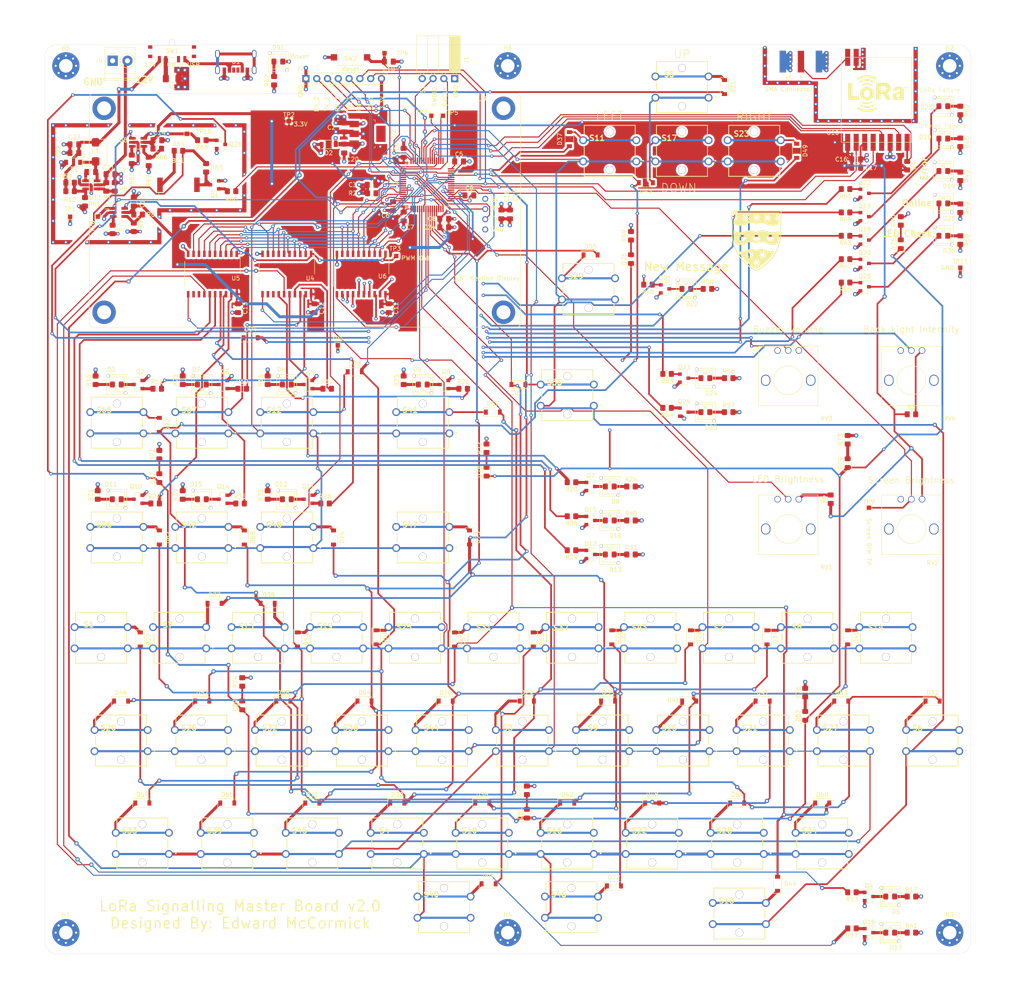
<source format=kicad_pcb>
(kicad_pcb (version 20171130) (host pcbnew "(5.1.8)-1")
  (title_block (date 2021-02-02))
  (layers (0 F.Cu signal) (1 In1.Cu power) (2 In2.Cu power) (31 B.Cu signal) (34 B.Paste user) (35 F.Paste user) (36 B.SilkS user) (37 F.SilkS user) (38 B.Mask user) (39 F.Mask user) (44 Edge.Cuts user))
  (net 0 "")
  (net 1 GND)
  (net 2 +5V)
  (net 3 +3V3)
  (net 4 NRST)
  (net 5 "Net-(D3-Pad2)")
  (net 6 "Net-(D3-Pad1)")
  (net 7 "Net-(D4-Pad2)")
  (net 8 "Net-(D4-Pad1)")
  (net 9 "Net-(D5-Pad2)")
  (net 10 "Net-(D5-Pad1)")
  (net 11 "Net-(D7-Pad2)")
  (net 12 "Net-(D7-Pad1)")
  (net 13 "Net-(D8-Pad2)")
  (net 14 "Net-(D8-Pad1)")
  (net 15 "Net-(D9-Pad2)")
  (net 16 "Net-(D9-Pad1)")
  (net 17 "Net-(D11-Pad2)")
  (net 18 "Net-(D11-Pad1)")
  (net 19 "Net-(D12-Pad2)")
  (net 20 "Net-(D12-Pad1)")
  (net 21 "Net-(D13-Pad2)")
  (net 22 "Net-(D13-Pad1)")
  (net 23 "Net-(D15-Pad2)")
  (net 24 "Net-(D15-Pad1)")
  (net 25 "Net-(D16-Pad2)")
  (net 26 "Net-(D16-Pad1)")
  (net 27 "Net-(D17-Pad2)")
  (net 28 "Net-(D17-Pad1)")
  (net 29 "Net-(D19-Pad2)")
  (net 30 "Net-(D19-Pad1)")
  (net 31 "Net-(D20-Pad2)")
  (net 32 "Net-(D20-Pad1)")
  (net 33 "Net-(D21-Pad2)")
  (net 34 "Net-(D21-Pad1)")
  (net 35 "Net-(D22-Pad2)")
  (net 36 "Net-(D22-Pad1)")
  (net 37 "Net-(D23-Pad2)")
  (net 38 "Net-(D23-Pad1)")
  (net 39 "Net-(D24-Pad2)")
  (net 40 "Net-(D24-Pad1)")
  (net 41 "Net-(D25-Pad2)")
  (net 42 "Net-(D25-Pad1)")
  (net 43 "Net-(D26-Pad2)")
  (net 44 "Net-(D26-Pad1)")
  (net 45 "Net-(D27-Pad1)")
  (net 46 "Net-(D28-Pad1)")
  (net 47 "Net-(D29-Pad1)")
  (net 48 "Net-(D30-Pad1)")
  (net 49 "Net-(D31-Pad1)")
  (net 50 "Net-(D32-Pad1)")
  (net 51 "Net-(D33-Pad1)")
  (net 52 "Net-(D34-Pad1)")
  (net 53 "Net-(D35-Pad1)")
  (net 54 "Net-(D36-Pad1)")
  (net 55 "Net-(D37-Pad1)")
  (net 56 "Net-(D38-Pad1)")
  (net 57 "Net-(D39-Pad1)")
  (net 58 "Net-(D40-Pad1)")
  (net 59 "Net-(D41-Pad1)")
  (net 60 "Net-(D42-Pad1)")
  (net 61 "Net-(D43-Pad1)")
  (net 62 "Net-(D44-Pad1)")
  (net 63 "Net-(D45-Pad1)")
  (net 64 "Net-(D46-Pad1)")
  (net 65 "Net-(D47-Pad1)")
  (net 66 "Net-(D48-Pad1)")
  (net 67 "Net-(D49-Pad2)")
  (net 68 "Net-(D49-Pad1)")
  (net 69 "Net-(D51-Pad1)")
  (net 70 "Net-(D52-Pad1)")
  (net 71 "Net-(D53-Pad1)")
  (net 72 "Net-(D54-Pad1)")
  (net 73 "Net-(D55-Pad1)")
  (net 74 "Net-(D57-Pad1)")
  (net 75 "Net-(D58-Pad1)")
  (net 76 "Net-(D59-Pad1)")
  (net 77 "Net-(D60-Pad1)")
  (net 78 "Net-(D61-Pad1)")
  (net 79 "Net-(D62-Pad1)")
  (net 80 "Net-(D63-Pad1)")
  (net 81 "Net-(D64-Pad1)")
  (net 82 "Net-(D65-Pad1)")
  (net 83 "Net-(D66-Pad1)")
  (net 84 "Net-(D67-Pad1)")
  (net 85 "Net-(D68-Pad1)")
  (net 86 "Net-(D69-Pad1)")
  (net 87 "Net-(D70-Pad1)")
  (net 88 "Net-(D71-Pad1)")
  (net 89 "Net-(D72-Pad1)")
  (net 90 "Net-(D73-Pad1)")
  (net 91 "Net-(D74-Pad1)")
  (net 92 SWCLK)
  (net 93 SWDIO)
  (net 94 "Net-(Q2-Pad1)")
  (net 95 "Net-(Q3-Pad1)")
  (net 96 "Net-(Q4-Pad1)")
  (net 97 "Net-(Q6-Pad1)")
  (net 98 "Net-(Q7-Pad1)")
  (net 99 "Net-(Q8-Pad1)")
  (net 100 "Net-(Q10-Pad1)")
  (net 101 "Net-(Q11-Pad1)")
  (net 102 "Net-(Q12-Pad1)")
  (net 103 "Net-(Q14-Pad1)")
  (net 104 "Net-(Q15-Pad1)")
  (net 105 "Net-(Q16-Pad1)")
  (net 106 "Net-(Q18-Pad1)")
  (net 107 "Net-(Q19-Pad1)")
  (net 108 "Net-(Q20-Pad1)")
  (net 109 "Net-(Q21-Pad1)")
  (net 110 "Net-(Q22-Pad1)")
  (net 111 "Net-(Q23-Pad1)")
  (net 112 "Net-(Q24-Pad1)")
  (net 113 "Net-(Q25-Pad1)")
  (net 114 "Net-(R2-Pad2)")
  (net 115 "Net-(R6-Pad2)")
  (net 116 "Net-(R7-Pad1)")
  (net 117 "Net-(R8-Pad2)")
  (net 118 Latch1Out0)
  (net 119 Latch1Out2)
  (net 120 Latch1Out4)
  (net 121 Latch1Out1)
  (net 122 Latch1Out3)
  (net 123 Latch1Out5)
  (net 124 Latch2Out0)
  (net 125 Latch2Out2)
  (net 126 Latch2Out4)
  (net 127 Latch2Out1)
  (net 128 Latch2Out3)
  (net 129 Latch2Out5)
  (net 130 Latch3Out0)
  (net 131 Latch3Out3)
  (net 132 Latch3Out6)
  (net 133 Latch3Out4)
  (net 134 Latch3Out1)
  (net 135 Latch3Out2)
  (net 136 Latch3Out5)
  (net 137 Latch3Out7)
  (net 138 LED_Dim)
  (net 139 PWM_Out)
  (net 140 "Net-(U1-Pad4)")
  (net 141 "Net-(U1-Pad3)")
  (net 142 LP7)
  (net 143 LP6)
  (net 144 LP5)
  (net 145 LP4)
  (net 146 LP3)
  (net 147 "Net-(U3-Pad54)")
  (net 148 "Net-(U3-Pad53)")
  (net 149 USART3_RX)
  (net 150 USART3_TX)
  (net 151 ROW_6)
  (net 152 ROW_5)
  (net 153 ROW_4)
  (net 154 ROW_3)
  (net 155 "Net-(U3-Pad40)")
  (net 156 LORA_Status)
  (net 157 LORA_Config)
  (net 158 "Net-(U3-Pad33)")
  (net 159 LP2)
  (net 160 LP1)
  (net 161 LP0)
  (net 162 USART1_RX)
  (net 163 USART1_TX)
  (net 164 LE_3)
  (net 165 LE_2)
  (net 166 LE_1)
  (net 167 USART2_RX)
  (net 168 USART2_TX)
  (net 169 ROW_2)
  (net 170 ROW_1)
  (net 171 "Net-(U3-Pad4)")
  (net 172 "Net-(U3-Pad3)")
  (net 173 "Net-(U3-Pad2)")
  (net 174 Column1)
  (net 175 Column2)
  (net 176 Column3)
  (net 177 Column4)
  (net 178 Column5)
  (net 179 Column6)
  (net 180 Column7)
  (net 181 Column8)
  (net 182 "Net-(J3-Pad1)")
  (net 183 LORA_Reset)
  (net 184 "Net-(BZ1-Pad2)")
  (net 185 "Net-(BZ1-Pad1)")
  (net 186 BUCK_IN)
  (net 187 BUCK_SW)
  (net 188 BUCK_BST)
  (net 189 +5VP)
  (net 190 "Net-(D91-Pad2)")
  (net 191 "Net-(D92-Pad1)")
  (net 192 "Net-(D94-Pad1)")
  (net 193 "Net-(F1-Pad1)")
  (net 194 "Net-(Q1-Pad1)")
  (net 195 PWM)
  (net 196 Screen_Dim)
  (net 197 "Net-(U1-Pad5)")
  (net 198 +5VL)
  (net 199 "Net-(U2-Pad4)")
  (net 200 "Net-(U3-Pad15)")
  (net 201 "Net-(D75-Pad1)")
  (net 202 "Net-(D75-Pad2)")
  (net 203 "Net-(D76-Pad2)")
  (net 204 "Net-(D77-Pad2)")
  (net 205 "Net-(D78-Pad2)")
  (net 206 "Net-(D79-Pad2)")
  (net 207 "Net-(D80-Pad2)")
  (net 208 "Net-(D81-Pad2)")
  (net 209 "Net-(D82-Pad2)")
  (net 210 "Net-(Q26-Pad1)")
  (net 211 BUCK_EN)
  (net 212 "Net-(R3-Pad2)")
  (net 213 BUCK_FB)
  (net 214 "Net-(R63-Pad2)")
  (net 215 "Net-(R65-Pad1)")
  (net 216 "Net-(R66-Pad2)")
  (net 217 BL_PWM_Out)
  (net 218 BL_Dim)
  (net 219 "Net-(SW1-Pad2)")
  (net 220 Spare1)
  (net 221 Spare2)
  (net 222 "Net-(U3-Pad50)")
  (net 223 "Net-(U4-Pad12)")
  (net 224 "Net-(U4-Pad13)")
  (net 225 "Net-(U5-Pad12)")
  (net 226 "Net-(U5-Pad13)")
  (net 227 "Net-(U3-Pad45)")
  (module Connector_PinSocket_2.54mm:PinSocket_1x04_P2.54mm_Horizontal (layer F.Cu) (at 146.5 60 270)
    (fp_text reference J1 (at -4.38 -2.77 90) (layer F.SilkS))
    (fp_text value 0022232041)
    (pad 4 thru_hole oval (at 0 7.62 270) (size 1.7 1.7) (drill 1) (layers *.Cu *.Mask) (net 2 +5V))
    (pad 3 thru_hole oval (at 0 5.08 270) (size 1.7 1.7) (drill 1) (layers *.Cu *.Mask) (net 93 SWDIO))
    (pad 2 thru_hole oval (at 0 2.54 270) (size 1.7 1.7) (drill 1) (layers *.Cu *.Mask) (net 92 SWCLK))
    (pad 1 thru_hole rect (at 0 0 270) (size 1.7 1.7) (drill 1) (layers *.Cu *.Mask) (net 1 GND))
  )
  (module MountingHole:MountingHole_3.2mm_M3_Pad_Via (layer F.Cu) (at 159 57)
    (fp_text reference H6 (at 0 -4.2) (layer F.SilkS))
    (fp_text value MountingHole_Pad)
    (pad 1 thru_hole circle (at 1.697056 -1.697056) (size 0.8 0.8) (drill 0.5) (layers *.Cu *.Mask) (net 1 GND))
    (pad 1 thru_hole circle (at 0 -2.4) (size 0.8 0.8) (drill 0.5) (layers *.Cu *.Mask) (net 1 GND))
    (pad 1 thru_hole circle (at -1.697056 -1.697056) (size 0.8 0.8) (drill 0.5) (layers *.Cu *.Mask) (net 1 GND))
    (pad 1 thru_hole circle (at -2.4 0) (size 0.8 0.8) (drill 0.5) (layers *.Cu *.Mask) (net 1 GND))
    (pad 1 thru_hole circle (at -1.697056 1.697056) (size 0.8 0.8) (drill 0.5) (layers *.Cu *.Mask) (net 1 GND))
    (pad 1 thru_hole circle (at 0 2.4) (size 0.8 0.8) (drill 0.5) (layers *.Cu *.Mask) (net 1 GND))
    (pad 1 thru_hole circle (at 1.697056 1.697056) (size 0.8 0.8) (drill 0.5) (layers *.Cu *.Mask) (net 1 GND))
    (pad 1 thru_hole circle (at 2.4 0) (size 0.8 0.8) (drill 0.5) (layers *.Cu *.Mask) (net 1 GND))
    (pad 1 thru_hole circle (at 0 0) (size 6.4 6.4) (drill 3.2) (layers *.Cu *.Mask) (net 1 GND))
  )
  (module MountingHole:MountingHole_3.2mm_M3_Pad_Via (layer F.Cu) (at 55 57)
    (fp_text reference H5 (at 0 -4.2) (layer F.SilkS))
    (fp_text value MountingHole_Pad)
    (pad 1 thru_hole circle (at 1.697056 -1.697056) (size 0.8 0.8) (drill 0.5) (layers *.Cu *.Mask) (net 1 GND))
    (pad 1 thru_hole circle (at 0 -2.4) (size 0.8 0.8) (drill 0.5) (layers *.Cu *.Mask) (net 1 GND))
    (pad 1 thru_hole circle (at -1.697056 -1.697056) (size 0.8 0.8) (drill 0.5) (layers *.Cu *.Mask) (net 1 GND))
    (pad 1 thru_hole circle (at -2.4 0) (size 0.8 0.8) (drill 0.5) (layers *.Cu *.Mask) (net 1 GND))
    (pad 1 thru_hole circle (at -1.697056 1.697056) (size 0.8 0.8) (drill 0.5) (layers *.Cu *.Mask) (net 1 GND))
    (pad 1 thru_hole circle (at 0 2.4) (size 0.8 0.8) (drill 0.5) (layers *.Cu *.Mask) (net 1 GND))
    (pad 1 thru_hole circle (at 1.697056 1.697056) (size 0.8 0.8) (drill 0.5) (layers *.Cu *.Mask) (net 1 GND))
    (pad 1 thru_hole circle (at 2.4 0) (size 0.8 0.8) (drill 0.5) (layers *.Cu *.Mask) (net 1 GND))
    (pad 1 thru_hole circle (at 0 0) (size 6.4 6.4) (drill 3.2) (layers *.Cu *.Mask) (net 1 GND))
  )
  (module MountingHole:MountingHole_3.2mm_M3_Pad_Via (layer F.Cu) (at 159 261)
    (fp_text reference H4 (at 0 -4.2) (layer F.SilkS))
    (fp_text value MountingHole_Pad)
    (pad 1 thru_hole circle (at 1.697056 -1.697056) (size 0.8 0.8) (drill 0.5) (layers *.Cu *.Mask) (net 1 GND))
    (pad 1 thru_hole circle (at 0 -2.4) (size 0.8 0.8) (drill 0.5) (layers *.Cu *.Mask) (net 1 GND))
    (pad 1 thru_hole circle (at -1.697056 -1.697056) (size 0.8 0.8) (drill 0.5) (layers *.Cu *.Mask) (net 1 GND))
    (pad 1 thru_hole circle (at -2.4 0) (size 0.8 0.8) (drill 0.5) (layers *.Cu *.Mask) (net 1 GND))
    (pad 1 thru_hole circle (at -1.697056 1.697056) (size 0.8 0.8) (drill 0.5) (layers *.Cu *.Mask) (net 1 GND))
    (pad 1 thru_hole circle (at 0 2.4) (size 0.8 0.8) (drill 0.5) (layers *.Cu *.Mask) (net 1 GND))
    (pad 1 thru_hole circle (at 1.697056 1.697056) (size 0.8 0.8) (drill 0.5) (layers *.Cu *.Mask) (net 1 GND))
    (pad 1 thru_hole circle (at 2.4 0) (size 0.8 0.8) (drill 0.5) (layers *.Cu *.Mask) (net 1 GND))
    (pad 1 thru_hole circle (at 0 0) (size 6.4 6.4) (drill 3.2) (layers *.Cu *.Mask) (net 1 GND))
  )
  (module MountingHole:MountingHole_3.2mm_M3_Pad_Via (layer F.Cu) (at 263 261)
    (fp_text reference H3 (at 0 -4.2) (layer F.SilkS))
    (fp_text value MountingHole_Pad)
    (pad 1 thru_hole circle (at 1.697056 -1.697056) (size 0.8 0.8) (drill 0.5) (layers *.Cu *.Mask) (net 1 GND))
    (pad 1 thru_hole circle (at 0 -2.4) (size 0.8 0.8) (drill 0.5) (layers *.Cu *.Mask) (net 1 GND))
    (pad 1 thru_hole circle (at -1.697056 -1.697056) (size 0.8 0.8) (drill 0.5) (layers *.Cu *.Mask) (net 1 GND))
    (pad 1 thru_hole circle (at -2.4 0) (size 0.8 0.8) (drill 0.5) (layers *.Cu *.Mask) (net 1 GND))
    (pad 1 thru_hole circle (at -1.697056 1.697056) (size 0.8 0.8) (drill 0.5) (layers *.Cu *.Mask) (net 1 GND))
    (pad 1 thru_hole circle (at 0 2.4) (size 0.8 0.8) (drill 0.5) (layers *.Cu *.Mask) (net 1 GND))
    (pad 1 thru_hole circle (at 1.697056 1.697056) (size 0.8 0.8) (drill 0.5) (layers *.Cu *.Mask) (net 1 GND))
    (pad 1 thru_hole circle (at 2.4 0) (size 0.8 0.8) (drill 0.5) (layers *.Cu *.Mask) (net 1 GND))
    (pad 1 thru_hole circle (at 0 0) (size 6.4 6.4) (drill 3.2) (layers *.Cu *.Mask) (net 1 GND))
  )
  (module MountingHole:MountingHole_3.2mm_M3_Pad_Via (layer F.Cu) (at 263 57)
    (fp_text reference H2 (at 0 -4.2) (layer F.SilkS))
    (fp_text value MountingHole_Pad)
    (pad 1 thru_hole circle (at 1.697056 -1.697056) (size 0.8 0.8) (drill 0.5) (layers *.Cu *.Mask) (net 1 GND))
    (pad 1 thru_hole circle (at 0 -2.4) (size 0.8 0.8) (drill 0.5) (layers *.Cu *.Mask) (net 1 GND))
    (pad 1 thru_hole circle (at -1.697056 -1.697056) (size 0.8 0.8) (drill 0.5) (layers *.Cu *.Mask) (net 1 GND))
    (pad 1 thru_hole circle (at -2.4 0) (size 0.8 0.8) (drill 0.5) (layers *.Cu *.Mask) (net 1 GND))
    (pad 1 thru_hole circle (at -1.697056 1.697056) (size 0.8 0.8) (drill 0.5) (layers *.Cu *.Mask) (net 1 GND))
    (pad 1 thru_hole circle (at 0 2.4) (size 0.8 0.8) (drill 0.5) (layers *.Cu *.Mask) (net 1 GND))
    (pad 1 thru_hole circle (at 1.697056 1.697056) (size 0.8 0.8) (drill 0.5) (layers *.Cu *.Mask) (net 1 GND))
    (pad 1 thru_hole circle (at 2.4 0) (size 0.8 0.8) (drill 0.5) (layers *.Cu *.Mask) (net 1 GND))
    (pad 1 thru_hole circle (at 0 0) (size 6.4 6.4) (drill 3.2) (layers *.Cu *.Mask) (net 1 GND))
  )
  (module MountingHole:MountingHole_3.2mm_M3_Pad_Via (layer F.Cu) (at 55 261)
    (fp_text reference H1 (at 0 -4.2) (layer F.SilkS))
    (fp_text value MountingHole_Pad)
    (pad 1 thru_hole circle (at 1.697056 -1.697056) (size 0.8 0.8) (drill 0.5) (layers *.Cu *.Mask) (net 1 GND))
    (pad 1 thru_hole circle (at 0 -2.4) (size 0.8 0.8) (drill 0.5) (layers *.Cu *.Mask) (net 1 GND))
    (pad 1 thru_hole circle (at -1.697056 -1.697056) (size 0.8 0.8) (drill 0.5) (layers *.Cu *.Mask) (net 1 GND))
    (pad 1 thru_hole circle (at -2.4 0) (size 0.8 0.8) (drill 0.5) (layers *.Cu *.Mask) (net 1 GND))
    (pad 1 thru_hole circle (at -1.697056 1.697056) (size 0.8 0.8) (drill 0.5) (layers *.Cu *.Mask) (net 1 GND))
    (pad 1 thru_hole circle (at 0 2.4) (size 0.8 0.8) (drill 0.5) (layers *.Cu *.Mask) (net 1 GND))
    (pad 1 thru_hole circle (at 1.697056 1.697056) (size 0.8 0.8) (drill 0.5) (layers *.Cu *.Mask) (net 1 GND))
    (pad 1 thru_hole circle (at 2.4 0) (size 0.8 0.8) (drill 0.5) (layers *.Cu *.Mask) (net 1 GND))
    (pad 1 thru_hole circle (at 0 0) (size 6.4 6.4) (drill 3.2) (layers *.Cu *.Mask) (net 1 GND))
  )
  (module "Testimages:Uni Logo 19.5x19.5" (layer F.Cu) (at 217.5 97)
    (fp_text reference G*** hide)
    (fp_text value LOGO hide)
  )
  (module "Testimages:Lora logo" (layer F.Cu) (at 246.25 63.5)
    (fp_text reference G*** hide)
    (fp_text value LOGO hide)
  )
  (module Custom:HM-TRLR-S-868_v2 (layer F.Cu) (at 246 75)
    (fp_text reference U10 (at -10.5 -2.25) (layer F.SilkS))
    (fp_text value HM-TRLR-S-868)
    (pad 1 smd rect (at -7 0) (size 1.2 4) (layers F.Cu F.Paste F.Mask) (net 3 +3V3))
    (pad 2 smd rect (at -5 0) (size 1.2 4) (layers F.Cu F.Paste F.Mask) (net 162 USART1_RX))
    (pad 3 smd rect (at -3 0) (size 1.2 4) (layers F.Cu F.Paste F.Mask) (net 1 GND))
    (pad 4 smd rect (at -1 0) (size 1.2 4) (layers F.Cu F.Paste F.Mask) (net 163 USART1_TX))
    (pad 5 smd rect (at 1 0) (size 1.2 4) (layers F.Cu F.Paste F.Mask) (net 157 LORA_Config))
    (pad 6 smd rect (at 3 0) (size 1.2 4) (layers F.Cu F.Paste F.Mask) (net 1 GND))
    (pad 7 smd rect (at 5 0) (size 1.2 4) (layers F.Cu F.Paste F.Mask) (net 156 LORA_Status))
    (pad 8 smd rect (at 7 0) (size 1.2 4) (layers F.Cu F.Paste F.Mask) (net 183 LORA_Reset))
    (pad 9 smd rect (at -7 -20) (size 1.2 4) (layers F.Cu F.Paste F.Mask) (net 182 "Net-(J3-Pad1)"))
    (pad 10 smd rect (at -5 -20) (size 1.2 4) (layers F.Cu F.Paste F.Mask) (net 1 GND))
  )
  (module SamacSys_Parts:B3F-4000 (layer F.Cu) (at 155.65 191.6)
    (fp_text reference S31 (at -2.3 -2.4) (layer F.SilkS) (effects (font (size 1.27 1.27) (thickness 0.254))))
    (fp_text value "Y / 6" hide)
    (pad "" thru_hole circle (at 0 4.5) (size 1.85 1.85) (drill 1.8) (layers *.Cu *.Mask))
    (pad "" thru_hole circle (at 0 -4.5) (size 1.85 1.85) (drill 1.8) (layers *.Cu *.Mask))
    (pad 4 thru_hole circle (at -6.25 -2.5) (size 1.85 1.85) (drill 1.25) (layers *.Cu *.Mask) (net 74 "Net-(D57-Pad1)"))
    (pad 3 thru_hole circle (at 6.25 -2.5) (size 1.85 1.85) (drill 1.25) (layers *.Cu *.Mask) (net 74 "Net-(D57-Pad1)"))
    (pad 2 thru_hole circle (at -6.25 2.5) (size 1.85 1.85) (drill 1.25) (layers *.Cu *.Mask) (net 170 ROW_1))
    (pad 1 thru_hole circle (at 6.25 2.5) (size 1.85 1.85) (drill 1.25) (layers *.Cu *.Mask) (net 170 ROW_1))
  )
  (module SamacSys_Parts:B3F-4000 (layer F.Cu) (at 137.18 191.6)
    (fp_text reference S25 (at -2.6 -2.5) (layer F.SilkS) (effects (font (size 1.27 1.27) (thickness 0.254))))
    (fp_text value "T / 5" hide)
    (pad "" thru_hole circle (at 0 4.5) (size 1.85 1.85) (drill 1.8) (layers *.Cu *.Mask))
    (pad "" thru_hole circle (at 0 -4.5) (size 1.85 1.85) (drill 1.8) (layers *.Cu *.Mask))
    (pad 4 thru_hole circle (at -6.25 -2.5) (size 1.85 1.85) (drill 1.25) (layers *.Cu *.Mask) (net 69 "Net-(D51-Pad1)"))
    (pad 3 thru_hole circle (at 6.25 -2.5) (size 1.85 1.85) (drill 1.25) (layers *.Cu *.Mask) (net 69 "Net-(D51-Pad1)"))
    (pad 2 thru_hole circle (at -6.25 2.5) (size 1.85 1.85) (drill 1.25) (layers *.Cu *.Mask) (net 170 ROW_1))
    (pad 1 thru_hole circle (at 6.25 2.5) (size 1.85 1.85) (drill 1.25) (layers *.Cu *.Mask) (net 170 ROW_1))
  )
  (module SamacSys_Parts:B3F-4000 (layer F.Cu) (at 259 215.8)
    (fp_text reference S6 (at -3.569999 -2.925) (layer F.SilkS) (effects (font (size 1.27 1.27) (thickness 0.254))))
    (fp_text value "Back " hide)
    (pad "" thru_hole circle (at 0 4.5) (size 1.85 1.85) (drill 1.8) (layers *.Cu *.Mask))
    (pad "" thru_hole circle (at 0 -4.5) (size 1.85 1.85) (drill 1.8) (layers *.Cu *.Mask))
    (pad 4 thru_hole circle (at -6.25 -2.5) (size 1.85 1.85) (drill 1.25) (layers *.Cu *.Mask) (net 50 "Net-(D32-Pad1)"))
    (pad 3 thru_hole circle (at 6.25 -2.5) (size 1.85 1.85) (drill 1.25) (layers *.Cu *.Mask) (net 50 "Net-(D32-Pad1)"))
    (pad 2 thru_hole circle (at -6.25 2.5) (size 1.85 1.85) (drill 1.25) (layers *.Cu *.Mask) (net 152 ROW_5))
    (pad 1 thru_hole circle (at 6.25 2.5) (size 1.85 1.85) (drill 1.25) (layers *.Cu *.Mask) (net 152 ROW_5))
  )
  (module SamacSys_Parts:B3F-4000 (layer F.Cu) (at 63.3 191.6)
    (fp_text reference S1 (at -2.9 -3.1) (layer F.SilkS) (effects (font (size 1.27 1.27) (thickness 0.254))))
    (fp_text value "Q / 1" hide)
    (pad "" thru_hole circle (at 0 4.5) (size 1.85 1.85) (drill 1.8) (layers *.Cu *.Mask))
    (pad "" thru_hole circle (at 0 -4.5) (size 1.85 1.85) (drill 1.8) (layers *.Cu *.Mask))
    (pad 4 thru_hole circle (at -6.25 -2.5) (size 1.85 1.85) (drill 1.25) (layers *.Cu *.Mask) (net 45 "Net-(D27-Pad1)"))
    (pad 3 thru_hole circle (at 6.25 -2.5) (size 1.85 1.85) (drill 1.25) (layers *.Cu *.Mask) (net 45 "Net-(D27-Pad1)"))
    (pad 2 thru_hole circle (at -6.25 2.5) (size 1.85 1.85) (drill 1.25) (layers *.Cu *.Mask) (net 170 ROW_1))
    (pad 1 thru_hole circle (at 6.25 2.5) (size 1.85 1.85) (drill 1.25) (layers *.Cu *.Mask) (net 170 ROW_1))
  )
  (module SamacSys_Parts:B3F-4000 (layer F.Cu) (at 211.06 191.6)
    (fp_text reference S2 (at -2.4 -2.4) (layer F.SilkS) (effects (font (size 1.27 1.27) (thickness 0.254))))
    (fp_text value "O / 8" hide)
    (pad "" thru_hole circle (at 0 4.5) (size 1.85 1.85) (drill 1.8) (layers *.Cu *.Mask))
    (pad "" thru_hole circle (at 0 -4.5) (size 1.85 1.85) (drill 1.8) (layers *.Cu *.Mask))
    (pad 4 thru_hole circle (at -6.25 -2.5) (size 1.85 1.85) (drill 1.25) (layers *.Cu *.Mask) (net 46 "Net-(D28-Pad1)"))
    (pad 3 thru_hole circle (at 6.25 -2.5) (size 1.85 1.85) (drill 1.25) (layers *.Cu *.Mask) (net 46 "Net-(D28-Pad1)"))
    (pad 2 thru_hole circle (at -6.25 2.5) (size 1.85 1.85) (drill 1.25) (layers *.Cu *.Mask) (net 169 ROW_2))
    (pad 1 thru_hole circle (at 6.25 2.5) (size 1.85 1.85) (drill 1.25) (layers *.Cu *.Mask) (net 169 ROW_2))
  )
  (module SamacSys_Parts:B3F-4000 (layer F.Cu) (at 162.44444 215.8)
    (fp_text reference S3 (at -3.44444 -3) (layer F.SilkS) (effects (font (size 1.27 1.27) (thickness 0.254))))
    (fp_text value "H / £" hide)
    (pad "" thru_hole circle (at 0 4.5) (size 1.85 1.85) (drill 1.8) (layers *.Cu *.Mask))
    (pad "" thru_hole circle (at 0 -4.5) (size 1.85 1.85) (drill 1.8) (layers *.Cu *.Mask))
    (pad 4 thru_hole circle (at -6.25 -2.5) (size 1.85 1.85) (drill 1.25) (layers *.Cu *.Mask) (net 47 "Net-(D29-Pad1)"))
    (pad 3 thru_hole circle (at 6.25 -2.5) (size 1.85 1.85) (drill 1.25) (layers *.Cu *.Mask) (net 47 "Net-(D29-Pad1)"))
    (pad 2 thru_hole circle (at -6.25 2.5) (size 1.85 1.85) (drill 1.25) (layers *.Cu *.Mask) (net 154 ROW_3))
    (pad 1 thru_hole circle (at 6.25 2.5) (size 1.85 1.85) (drill 1.25) (layers *.Cu *.Mask) (net 154 ROW_3))
  )
  (module SamacSys_Parts:B3F-4000 (layer F.Cu) (at 133 240)
    (fp_text reference S4 (at -3 -3) (layer F.SilkS) (effects (font (size 1.27 1.27) (thickness 0.254))))
    (fp_text value "V " hide)
    (pad "" thru_hole circle (at 0 4.5) (size 1.85 1.85) (drill 1.8) (layers *.Cu *.Mask))
    (pad "" thru_hole circle (at 0 -4.5) (size 1.85 1.85) (drill 1.8) (layers *.Cu *.Mask))
    (pad 4 thru_hole circle (at -6.25 -2.5) (size 1.85 1.85) (drill 1.25) (layers *.Cu *.Mask) (net 48 "Net-(D30-Pad1)"))
    (pad 3 thru_hole circle (at 6.25 -2.5) (size 1.85 1.85) (drill 1.25) (layers *.Cu *.Mask) (net 48 "Net-(D30-Pad1)"))
    (pad 2 thru_hole circle (at -6.25 2.5) (size 1.85 1.85) (drill 1.25) (layers *.Cu *.Mask) (net 153 ROW_4))
    (pad 1 thru_hole circle (at 6.25 2.5) (size 1.85 1.85) (drill 1.25) (layers *.Cu *.Mask) (net 153 ROW_4))
  )
  (module SamacSys_Parts:B3F-4000 (layer F.Cu) (at 200 62)
    (fp_text reference S5 (at -3 -3) (layer F.SilkS) (effects (font (size 1.27 1.27) (thickness 0.254))))
    (fp_text value Up hide)
    (pad "" thru_hole circle (at 0 4.5) (size 1.85 1.85) (drill 1.8) (layers *.Cu *.Mask))
    (pad "" thru_hole circle (at 0 -4.5) (size 1.85 1.85) (drill 1.8) (layers *.Cu *.Mask))
    (pad 4 thru_hole circle (at -6.25 -2.5) (size 1.85 1.85) (drill 1.25) (layers *.Cu *.Mask) (net 49 "Net-(D31-Pad1)"))
    (pad 3 thru_hole circle (at 6.25 -2.5) (size 1.85 1.85) (drill 1.25) (layers *.Cu *.Mask) (net 49 "Net-(D31-Pad1)"))
    (pad 2 thru_hole circle (at -6.25 2.5) (size 1.85 1.85) (drill 1.25) (layers *.Cu *.Mask) (net 152 ROW_5))
    (pad 1 thru_hole circle (at 6.25 2.5) (size 1.85 1.85) (drill 1.25) (layers *.Cu *.Mask) (net 152 ROW_5))
  )
  (module SamacSys_Parts:B3F-4000 (layer F.Cu) (at 81.77 191.6)
    (fp_text reference S7 (at -2.8 -3) (layer F.SilkS) (effects (font (size 1.27 1.27) (thickness 0.254))))
    (fp_text value "W / 2" hide)
    (pad "" thru_hole circle (at 0 4.5) (size 1.85 1.85) (drill 1.8) (layers *.Cu *.Mask))
    (pad "" thru_hole circle (at 0 -4.5) (size 1.85 1.85) (drill 1.8) (layers *.Cu *.Mask))
    (pad 4 thru_hole circle (at -6.25 -2.5) (size 1.85 1.85) (drill 1.25) (layers *.Cu *.Mask) (net 51 "Net-(D33-Pad1)"))
    (pad 3 thru_hole circle (at 6.25 -2.5) (size 1.85 1.85) (drill 1.25) (layers *.Cu *.Mask) (net 51 "Net-(D33-Pad1)"))
    (pad 2 thru_hole circle (at -6.25 2.5) (size 1.85 1.85) (drill 1.25) (layers *.Cu *.Mask) (net 170 ROW_1))
    (pad 1 thru_hole circle (at 6.25 2.5) (size 1.85 1.85) (drill 1.25) (layers *.Cu *.Mask) (net 170 ROW_1))
  )
  (module SamacSys_Parts:B3F-4000 (layer F.Cu) (at 229.53 191.6)
    (fp_text reference S8 (at -2.5 -2.5) (layer F.SilkS) (effects (font (size 1.27 1.27) (thickness 0.254))))
    (fp_text value "P / 9" hide)
    (pad "" thru_hole circle (at 0 4.5) (size 1.85 1.85) (drill 1.8) (layers *.Cu *.Mask))
    (pad "" thru_hole circle (at 0 -4.5) (size 1.85 1.85) (drill 1.8) (layers *.Cu *.Mask))
    (pad 4 thru_hole circle (at -6.25 -2.5) (size 1.85 1.85) (drill 1.25) (layers *.Cu *.Mask) (net 52 "Net-(D34-Pad1)"))
    (pad 3 thru_hole circle (at 6.25 -2.5) (size 1.85 1.85) (drill 1.25) (layers *.Cu *.Mask) (net 52 "Net-(D34-Pad1)"))
    (pad 2 thru_hole circle (at -6.25 2.5) (size 1.85 1.85) (drill 1.25) (layers *.Cu *.Mask) (net 169 ROW_2))
    (pad 1 thru_hole circle (at 6.25 2.5) (size 1.85 1.85) (drill 1.25) (layers *.Cu *.Mask) (net 169 ROW_2))
  )
  (module SamacSys_Parts:B3F-4000 (layer F.Cu) (at 181.333328 215.8)
    (fp_text reference S9 (at -2.333328 -3) (layer F.SilkS) (effects (font (size 1.27 1.27) (thickness 0.254))))
    (fp_text value "J / $" hide)
    (pad "" thru_hole circle (at 0 4.5) (size 1.85 1.85) (drill 1.8) (layers *.Cu *.Mask))
    (pad "" thru_hole circle (at 0 -4.5) (size 1.85 1.85) (drill 1.8) (layers *.Cu *.Mask))
    (pad 4 thru_hole circle (at -6.25 -2.5) (size 1.85 1.85) (drill 1.25) (layers *.Cu *.Mask) (net 53 "Net-(D35-Pad1)"))
    (pad 3 thru_hole circle (at 6.25 -2.5) (size 1.85 1.85) (drill 1.25) (layers *.Cu *.Mask) (net 53 "Net-(D35-Pad1)"))
    (pad 2 thru_hole circle (at -6.25 2.5) (size 1.85 1.85) (drill 1.25) (layers *.Cu *.Mask) (net 154 ROW_3))
    (pad 1 thru_hole circle (at 6.25 2.5) (size 1.85 1.85) (drill 1.25) (layers *.Cu *.Mask) (net 154 ROW_3))
  )
  (module SamacSys_Parts:B3F-4000 (layer F.Cu) (at 153 240)
    (fp_text reference S10 (at -3 -3) (layer F.SilkS) (effects (font (size 1.27 1.27) (thickness 0.254))))
    (fp_text value B hide)
    (pad "" thru_hole circle (at 0 4.5) (size 1.85 1.85) (drill 1.8) (layers *.Cu *.Mask))
    (pad "" thru_hole circle (at 0 -4.5) (size 1.85 1.85) (drill 1.8) (layers *.Cu *.Mask))
    (pad 4 thru_hole circle (at -6.25 -2.5) (size 1.85 1.85) (drill 1.25) (layers *.Cu *.Mask) (net 54 "Net-(D36-Pad1)"))
    (pad 3 thru_hole circle (at 6.25 -2.5) (size 1.85 1.85) (drill 1.25) (layers *.Cu *.Mask) (net 54 "Net-(D36-Pad1)"))
    (pad 2 thru_hole circle (at -6.25 2.5) (size 1.85 1.85) (drill 1.25) (layers *.Cu *.Mask) (net 153 ROW_4))
    (pad 1 thru_hole circle (at 6.25 2.5) (size 1.85 1.85) (drill 1.25) (layers *.Cu *.Mask) (net 153 ROW_4))
  )
  (module SamacSys_Parts:B3F-4000 (layer F.Cu) (at 183 77)
    (fp_text reference S11 (at -3 -3) (layer F.SilkS) (effects (font (size 1.27 1.27) (thickness 0.254))))
    (fp_text value "Left " hide)
    (pad "" thru_hole circle (at 0 4.5) (size 1.85 1.85) (drill 1.8) (layers *.Cu *.Mask))
    (pad "" thru_hole circle (at 0 -4.5) (size 1.85 1.85) (drill 1.8) (layers *.Cu *.Mask))
    (pad 4 thru_hole circle (at -6.25 -2.5) (size 1.85 1.85) (drill 1.25) (layers *.Cu *.Mask) (net 55 "Net-(D37-Pad1)"))
    (pad 3 thru_hole circle (at 6.25 -2.5) (size 1.85 1.85) (drill 1.25) (layers *.Cu *.Mask) (net 55 "Net-(D37-Pad1)"))
    (pad 2 thru_hole circle (at -6.25 2.5) (size 1.85 1.85) (drill 1.25) (layers *.Cu *.Mask) (net 152 ROW_5))
    (pad 1 thru_hole circle (at 6.25 2.5) (size 1.85 1.85) (drill 1.25) (layers *.Cu *.Mask) (net 152 ROW_5))
  )
  (module SamacSys_Parts:B3F-4000 (layer F.Cu) (at 107 141)
    (fp_text reference S12 (at -3 -3) (layer F.SilkS) (effects (font (size 1.27 1.27) (thickness 0.254))))
    (fp_text value STBY3 hide)
    (pad "" thru_hole circle (at 0 4.5) (size 1.85 1.85) (drill 1.8) (layers *.Cu *.Mask))
    (pad "" thru_hole circle (at 0 -4.5) (size 1.85 1.85) (drill 1.8) (layers *.Cu *.Mask))
    (pad 4 thru_hole circle (at -6.25 -2.5) (size 1.85 1.85) (drill 1.25) (layers *.Cu *.Mask) (net 56 "Net-(D38-Pad1)"))
    (pad 3 thru_hole circle (at 6.25 -2.5) (size 1.85 1.85) (drill 1.25) (layers *.Cu *.Mask) (net 56 "Net-(D38-Pad1)"))
    (pad 2 thru_hole circle (at -6.25 2.5) (size 1.85 1.85) (drill 1.25) (layers *.Cu *.Mask) (net 151 ROW_6))
    (pad 1 thru_hole circle (at 6.25 2.5) (size 1.85 1.85) (drill 1.25) (layers *.Cu *.Mask) (net 151 ROW_6))
  )
  (module SamacSys_Parts:B3F-4000 (layer F.Cu) (at 100.24 191.6)
    (fp_text reference S13 (at -2.8 -2.7) (layer F.SilkS) (effects (font (size 1.27 1.27) (thickness 0.254))))
    (fp_text value "E / 3" hide)
    (pad "" thru_hole circle (at 0 4.5) (size 1.85 1.85) (drill 1.8) (layers *.Cu *.Mask))
    (pad "" thru_hole circle (at 0 -4.5) (size 1.85 1.85) (drill 1.8) (layers *.Cu *.Mask))
    (pad 4 thru_hole circle (at -6.25 -2.5) (size 1.85 1.85) (drill 1.25) (layers *.Cu *.Mask) (net 57 "Net-(D39-Pad1)"))
    (pad 3 thru_hole circle (at 6.25 -2.5) (size 1.85 1.85) (drill 1.25) (layers *.Cu *.Mask) (net 57 "Net-(D39-Pad1)"))
    (pad 2 thru_hole circle (at -6.25 2.5) (size 1.85 1.85) (drill 1.25) (layers *.Cu *.Mask) (net 170 ROW_1))
    (pad 1 thru_hole circle (at 6.25 2.5) (size 1.85 1.85) (drill 1.25) (layers *.Cu *.Mask) (net 170 ROW_1))
  )
  (module SamacSys_Parts:B3F-4000 (layer F.Cu) (at 248 191.6)
    (fp_text reference S14 (at -2.4 -2.4) (layer F.SilkS) (effects (font (size 1.27 1.27) (thickness 0.254))))
    (fp_text value "? / 0" hide)
    (pad "" thru_hole circle (at 0 4.5) (size 1.85 1.85) (drill 1.8) (layers *.Cu *.Mask))
    (pad "" thru_hole circle (at 0 -4.5) (size 1.85 1.85) (drill 1.8) (layers *.Cu *.Mask))
    (pad 4 thru_hole circle (at -6.25 -2.5) (size 1.85 1.85) (drill 1.25) (layers *.Cu *.Mask) (net 58 "Net-(D40-Pad1)"))
    (pad 3 thru_hole circle (at 6.25 -2.5) (size 1.85 1.85) (drill 1.25) (layers *.Cu *.Mask) (net 58 "Net-(D40-Pad1)"))
    (pad 2 thru_hole circle (at -6.25 2.5) (size 1.85 1.85) (drill 1.25) (layers *.Cu *.Mask) (net 169 ROW_2))
    (pad 1 thru_hole circle (at 6.25 2.5) (size 1.85 1.85) (drill 1.25) (layers *.Cu *.Mask) (net 169 ROW_2))
  )
  (module SamacSys_Parts:B3F-4000 (layer F.Cu) (at 200.222216 215.8)
    (fp_text reference S15 (at -3.222216 -3) (layer F.SilkS) (effects (font (size 1.27 1.27) (thickness 0.254))))
    (fp_text value "K / %" hide)
    (pad "" thru_hole circle (at 0 4.5) (size 1.85 1.85) (drill 1.8) (layers *.Cu *.Mask))
    (pad "" thru_hole circle (at 0 -4.5) (size 1.85 1.85) (drill 1.8) (layers *.Cu *.Mask))
    (pad 4 thru_hole circle (at -6.25 -2.5) (size 1.85 1.85) (drill 1.25) (layers *.Cu *.Mask) (net 59 "Net-(D41-Pad1)"))
    (pad 3 thru_hole circle (at 6.25 -2.5) (size 1.85 1.85) (drill 1.25) (layers *.Cu *.Mask) (net 59 "Net-(D41-Pad1)"))
    (pad 2 thru_hole circle (at -6.25 2.5) (size 1.85 1.85) (drill 1.25) (layers *.Cu *.Mask) (net 154 ROW_3))
    (pad 1 thru_hole circle (at 6.25 2.5) (size 1.85 1.85) (drill 1.25) (layers *.Cu *.Mask) (net 154 ROW_3))
  )
  (module SamacSys_Parts:B3F-4000 (layer F.Cu) (at 173 240)
    (fp_text reference S16 (at -3 -3) (layer F.SilkS) (effects (font (size 1.27 1.27) (thickness 0.254))))
    (fp_text value N hide)
    (pad "" thru_hole circle (at 0 4.5) (size 1.85 1.85) (drill 1.8) (layers *.Cu *.Mask))
    (pad "" thru_hole circle (at 0 -4.5) (size 1.85 1.85) (drill 1.8) (layers *.Cu *.Mask))
    (pad 4 thru_hole circle (at -6.25 -2.5) (size 1.85 1.85) (drill 1.25) (layers *.Cu *.Mask) (net 60 "Net-(D42-Pad1)"))
    (pad 3 thru_hole circle (at 6.25 -2.5) (size 1.85 1.85) (drill 1.25) (layers *.Cu *.Mask) (net 60 "Net-(D42-Pad1)"))
    (pad 2 thru_hole circle (at -6.25 2.5) (size 1.85 1.85) (drill 1.25) (layers *.Cu *.Mask) (net 153 ROW_4))
    (pad 1 thru_hole circle (at 6.25 2.5) (size 1.85 1.85) (drill 1.25) (layers *.Cu *.Mask) (net 153 ROW_4))
  )
  (module SamacSys_Parts:B3F-4000 (layer F.Cu) (at 200 77)
    (fp_text reference S17 (at -3 -3) (layer F.SilkS) (effects (font (size 1.27 1.27) (thickness 0.254))))
    (fp_text value "Down " hide)
    (pad "" thru_hole circle (at 0 4.5) (size 1.85 1.85) (drill 1.8) (layers *.Cu *.Mask))
    (pad "" thru_hole circle (at 0 -4.5) (size 1.85 1.85) (drill 1.8) (layers *.Cu *.Mask))
    (pad 4 thru_hole circle (at -6.25 -2.5) (size 1.85 1.85) (drill 1.25) (layers *.Cu *.Mask) (net 61 "Net-(D43-Pad1)"))
    (pad 3 thru_hole circle (at 6.25 -2.5) (size 1.85 1.85) (drill 1.25) (layers *.Cu *.Mask) (net 61 "Net-(D43-Pad1)"))
    (pad 2 thru_hole circle (at -6.25 2.5) (size 1.85 1.85) (drill 1.25) (layers *.Cu *.Mask) (net 152 ROW_5))
    (pad 1 thru_hole circle (at 6.25 2.5) (size 1.85 1.85) (drill 1.25) (layers *.Cu *.Mask) (net 152 ROW_5))
  )
  (module SamacSys_Parts:B3F-4000 (layer F.Cu) (at 213.5 256.5)
    (fp_text reference S18 (at -3 -3) (layer F.SilkS) (effects (font (size 1.27 1.27) (thickness 0.254))))
    (fp_text value "Caps Lock / Shift" hide)
    (pad "" thru_hole circle (at 0 4.5) (size 1.85 1.85) (drill 1.8) (layers *.Cu *.Mask))
    (pad "" thru_hole circle (at 0 -4.5) (size 1.85 1.85) (drill 1.8) (layers *.Cu *.Mask))
    (pad 4 thru_hole circle (at -6.25 -2.5) (size 1.85 1.85) (drill 1.25) (layers *.Cu *.Mask) (net 62 "Net-(D44-Pad1)"))
    (pad 3 thru_hole circle (at 6.25 -2.5) (size 1.85 1.85) (drill 1.25) (layers *.Cu *.Mask) (net 62 "Net-(D44-Pad1)"))
    (pad 2 thru_hole circle (at -6.25 2.5) (size 1.85 1.85) (drill 1.25) (layers *.Cu *.Mask) (net 152 ROW_5))
    (pad 1 thru_hole circle (at 6.25 2.5) (size 1.85 1.85) (drill 1.25) (layers *.Cu *.Mask) (net 152 ROW_5))
  )
  (module SamacSys_Parts:B3F-4000 (layer F.Cu) (at 118.71 191.6)
    (fp_text reference S19 (at -2.7 -2.8) (layer F.SilkS) (effects (font (size 1.27 1.27) (thickness 0.254))))
    (fp_text value "R / 4" hide)
    (pad "" thru_hole circle (at 0 4.5) (size 1.85 1.85) (drill 1.8) (layers *.Cu *.Mask))
    (pad "" thru_hole circle (at 0 -4.5) (size 1.85 1.85) (drill 1.8) (layers *.Cu *.Mask))
    (pad 4 thru_hole circle (at -6.25 -2.5) (size 1.85 1.85) (drill 1.25) (layers *.Cu *.Mask) (net 63 "Net-(D45-Pad1)"))
    (pad 3 thru_hole circle (at 6.25 -2.5) (size 1.85 1.85) (drill 1.25) (layers *.Cu *.Mask) (net 63 "Net-(D45-Pad1)"))
    (pad 2 thru_hole circle (at -6.25 2.5) (size 1.85 1.85) (drill 1.25) (layers *.Cu *.Mask) (net 170 ROW_1))
    (pad 1 thru_hole circle (at 6.25 2.5) (size 1.85 1.85) (drill 1.25) (layers *.Cu *.Mask) (net 170 ROW_1))
  )
  (module SamacSys_Parts:B3F-4000 (layer F.Cu) (at 68 215.8)
    (fp_text reference S20 (at -3 -3) (layer F.SilkS) (effects (font (size 1.27 1.27) (thickness 0.254))))
    (fp_text value "A / -" hide)
    (pad "" thru_hole circle (at 0 4.5) (size 1.85 1.85) (drill 1.8) (layers *.Cu *.Mask))
    (pad "" thru_hole circle (at 0 -4.5) (size 1.85 1.85) (drill 1.8) (layers *.Cu *.Mask))
    (pad 4 thru_hole circle (at -6.25 -2.5) (size 1.85 1.85) (drill 1.25) (layers *.Cu *.Mask) (net 64 "Net-(D46-Pad1)"))
    (pad 3 thru_hole circle (at 6.25 -2.5) (size 1.85 1.85) (drill 1.25) (layers *.Cu *.Mask) (net 64 "Net-(D46-Pad1)"))
    (pad 2 thru_hole circle (at -6.25 2.5) (size 1.85 1.85) (drill 1.25) (layers *.Cu *.Mask) (net 169 ROW_2))
    (pad 1 thru_hole circle (at 6.25 2.5) (size 1.85 1.85) (drill 1.25) (layers *.Cu *.Mask) (net 169 ROW_2))
  )
  (module SamacSys_Parts:B3F-4000 (layer F.Cu) (at 219.111104 215.8)
    (fp_text reference S21 (at -3.111104 -3) (layer F.SilkS) (effects (font (size 1.27 1.27) (thickness 0.254))))
    (fp_text value "L / ^" hide)
    (pad "" thru_hole circle (at 0 4.5) (size 1.85 1.85) (drill 1.8) (layers *.Cu *.Mask))
    (pad "" thru_hole circle (at 0 -4.5) (size 1.85 1.85) (drill 1.8) (layers *.Cu *.Mask))
    (pad 4 thru_hole circle (at -6.25 -2.5) (size 1.85 1.85) (drill 1.25) (layers *.Cu *.Mask) (net 65 "Net-(D47-Pad1)"))
    (pad 3 thru_hole circle (at 6.25 -2.5) (size 1.85 1.85) (drill 1.25) (layers *.Cu *.Mask) (net 65 "Net-(D47-Pad1)"))
    (pad 2 thru_hole circle (at -6.25 2.5) (size 1.85 1.85) (drill 1.25) (layers *.Cu *.Mask) (net 154 ROW_3))
    (pad 1 thru_hole circle (at 6.25 2.5) (size 1.85 1.85) (drill 1.25) (layers *.Cu *.Mask) (net 154 ROW_3))
  )
  (module SamacSys_Parts:B3F-4000 (layer F.Cu) (at 193 240)
    (fp_text reference S22 (at -3 -3) (layer F.SilkS) (effects (font (size 1.27 1.27) (thickness 0.254))))
    (fp_text value M hide)
    (pad "" thru_hole circle (at 0 4.5) (size 1.85 1.85) (drill 1.8) (layers *.Cu *.Mask))
    (pad "" thru_hole circle (at 0 -4.5) (size 1.85 1.85) (drill 1.8) (layers *.Cu *.Mask))
    (pad 4 thru_hole circle (at -6.25 -2.5) (size 1.85 1.85) (drill 1.25) (layers *.Cu *.Mask) (net 66 "Net-(D48-Pad1)"))
    (pad 3 thru_hole circle (at 6.25 -2.5) (size 1.85 1.85) (drill 1.25) (layers *.Cu *.Mask) (net 66 "Net-(D48-Pad1)"))
    (pad 2 thru_hole circle (at -6.25 2.5) (size 1.85 1.85) (drill 1.25) (layers *.Cu *.Mask) (net 153 ROW_4))
    (pad 1 thru_hole circle (at 6.25 2.5) (size 1.85 1.85) (drill 1.25) (layers *.Cu *.Mask) (net 153 ROW_4))
  )
  (module SamacSys_Parts:B3F-4000 (layer F.Cu) (at 217 77)
    (fp_text reference S23 (at -3 -4) (layer F.SilkS) (effects (font (size 1.27 1.27) (thickness 0.254))))
    (fp_text value Right hide)
    (pad "" thru_hole circle (at 0 4.5) (size 1.85 1.85) (drill 1.8) (layers *.Cu *.Mask))
    (pad "" thru_hole circle (at 0 -4.5) (size 1.85 1.85) (drill 1.8) (layers *.Cu *.Mask))
    (pad 4 thru_hole circle (at -6.25 -2.5) (size 1.85 1.85) (drill 1.25) (layers *.Cu *.Mask) (net 68 "Net-(D49-Pad1)"))
    (pad 3 thru_hole circle (at 6.25 -2.5) (size 1.85 1.85) (drill 1.25) (layers *.Cu *.Mask) (net 68 "Net-(D49-Pad1)"))
    (pad 2 thru_hole circle (at -6.25 2.5) (size 1.85 1.85) (drill 1.25) (layers *.Cu *.Mask) (net 152 ROW_5))
    (pad 1 thru_hole circle (at 6.25 2.5) (size 1.85 1.85) (drill 1.25) (layers *.Cu *.Mask) (net 152 ROW_5))
  )
  (module SamacSys_Parts:B3F-4000 (layer F.Cu) (at 86.888888 215.8)
    (fp_text reference S26 (at -2.888888 -3) (layer F.SilkS) (effects (font (size 1.27 1.27) (thickness 0.254))))
    (fp_text value "S / =" hide)
    (pad "" thru_hole circle (at 0 4.5) (size 1.85 1.85) (drill 1.8) (layers *.Cu *.Mask))
    (pad "" thru_hole circle (at 0 -4.5) (size 1.85 1.85) (drill 1.8) (layers *.Cu *.Mask))
    (pad 4 thru_hole circle (at -6.25 -2.5) (size 1.85 1.85) (drill 1.25) (layers *.Cu *.Mask) (net 70 "Net-(D52-Pad1)"))
    (pad 3 thru_hole circle (at 6.25 -2.5) (size 1.85 1.85) (drill 1.25) (layers *.Cu *.Mask) (net 70 "Net-(D52-Pad1)"))
    (pad 2 thru_hole circle (at -6.25 2.5) (size 1.85 1.85) (drill 1.25) (layers *.Cu *.Mask) (net 169 ROW_2))
    (pad 1 thru_hole circle (at 6.25 2.5) (size 1.85 1.85) (drill 1.25) (layers *.Cu *.Mask) (net 169 ROW_2))
  )
  (module SamacSys_Parts:B3F-4000 (layer F.Cu) (at 238 215.8)
    (fp_text reference S27 (at -3 -3) (layer F.SilkS) (effects (font (size 1.27 1.27) (thickness 0.254))))
    (fp_text value ": / &" hide)
    (pad "" thru_hole circle (at 0 4.5) (size 1.85 1.85) (drill 1.8) (layers *.Cu *.Mask))
    (pad "" thru_hole circle (at 0 -4.5) (size 1.85 1.85) (drill 1.8) (layers *.Cu *.Mask))
    (pad 4 thru_hole circle (at -6.25 -2.5) (size 1.85 1.85) (drill 1.25) (layers *.Cu *.Mask) (net 71 "Net-(D53-Pad1)"))
    (pad 3 thru_hole circle (at 6.25 -2.5) (size 1.85 1.85) (drill 1.25) (layers *.Cu *.Mask) (net 71 "Net-(D53-Pad1)"))
    (pad 2 thru_hole circle (at -6.25 2.5) (size 1.85 1.85) (drill 1.25) (layers *.Cu *.Mask) (net 154 ROW_3))
    (pad 1 thru_hole circle (at 6.25 2.5) (size 1.85 1.85) (drill 1.25) (layers *.Cu *.Mask) (net 154 ROW_3))
  )
  (module SamacSys_Parts:B3F-4000 (layer F.Cu) (at 213 240)
    (fp_text reference S28 (at -3 -3) (layer F.SilkS) (effects (font (size 1.27 1.27) (thickness 0.254))))
    (fp_text value "< / ," hide)
    (pad "" thru_hole circle (at 0 4.5) (size 1.85 1.85) (drill 1.8) (layers *.Cu *.Mask))
    (pad "" thru_hole circle (at 0 -4.5) (size 1.85 1.85) (drill 1.8) (layers *.Cu *.Mask))
    (pad 4 thru_hole circle (at -6.25 -2.5) (size 1.85 1.85) (drill 1.25) (layers *.Cu *.Mask) (net 72 "Net-(D54-Pad1)"))
    (pad 3 thru_hole circle (at 6.25 -2.5) (size 1.85 1.85) (drill 1.25) (layers *.Cu *.Mask) (net 72 "Net-(D54-Pad1)"))
    (pad 2 thru_hole circle (at -6.25 2.5) (size 1.85 1.85) (drill 1.25) (layers *.Cu *.Mask) (net 153 ROW_4))
    (pad 1 thru_hole circle (at 6.25 2.5) (size 1.85 1.85) (drill 1.25) (layers *.Cu *.Mask) (net 153 ROW_4))
  )
  (module SamacSys_Parts:B3F-4000 (layer F.Cu) (at 178 109.5)
    (fp_text reference S29 (at -3 -3) (layer F.SilkS) (effects (font (size 1.27 1.27) (thickness 0.254))))
    (fp_text value Acknowledge hide)
    (pad "" thru_hole circle (at 0 4.5) (size 1.85 1.85) (drill 1.8) (layers *.Cu *.Mask))
    (pad "" thru_hole circle (at 0 -4.5) (size 1.85 1.85) (drill 1.8) (layers *.Cu *.Mask))
    (pad 4 thru_hole circle (at -6.25 -2.5) (size 1.85 1.85) (drill 1.25) (layers *.Cu *.Mask) (net 73 "Net-(D55-Pad1)"))
    (pad 3 thru_hole circle (at 6.25 -2.5) (size 1.85 1.85) (drill 1.25) (layers *.Cu *.Mask) (net 73 "Net-(D55-Pad1)"))
    (pad 2 thru_hole circle (at -6.25 2.5) (size 1.85 1.85) (drill 1.25) (layers *.Cu *.Mask) (net 152 ROW_5))
    (pad 1 thru_hole circle (at 6.25 2.5) (size 1.85 1.85) (drill 1.25) (layers *.Cu *.Mask) (net 152 ROW_5))
  )
  (module SamacSys_Parts:B3F-4000 (layer F.Cu) (at 105.777776 215.8)
    (fp_text reference S32 (at -2.777776 -3) (layer F.SilkS) (effects (font (size 1.27 1.27) (thickness 0.254))))
    (fp_text value "D / +" hide)
    (pad "" thru_hole circle (at 0 4.5) (size 1.85 1.85) (drill 1.8) (layers *.Cu *.Mask))
    (pad "" thru_hole circle (at 0 -4.5) (size 1.85 1.85) (drill 1.8) (layers *.Cu *.Mask))
    (pad 4 thru_hole circle (at -6.25 -2.5) (size 1.85 1.85) (drill 1.25) (layers *.Cu *.Mask) (net 75 "Net-(D58-Pad1)"))
    (pad 3 thru_hole circle (at 6.25 -2.5) (size 1.85 1.85) (drill 1.25) (layers *.Cu *.Mask) (net 75 "Net-(D58-Pad1)"))
    (pad 2 thru_hole circle (at -6.25 2.5) (size 1.85 1.85) (drill 1.25) (layers *.Cu *.Mask) (net 169 ROW_2))
    (pad 1 thru_hole circle (at 6.25 2.5) (size 1.85 1.85) (drill 1.25) (layers *.Cu *.Mask) (net 169 ROW_2))
  )
  (module SamacSys_Parts:B3F-4000 (layer F.Cu) (at 73 240)
    (fp_text reference S33 (at -3 -3) (layer F.SilkS) (effects (font (size 1.27 1.27) (thickness 0.254))))
    (fp_text value "Z / *" hide)
    (pad "" thru_hole circle (at 0 4.5) (size 1.85 1.85) (drill 1.8) (layers *.Cu *.Mask))
    (pad "" thru_hole circle (at 0 -4.5) (size 1.85 1.85) (drill 1.8) (layers *.Cu *.Mask))
    (pad 4 thru_hole circle (at -6.25 -2.5) (size 1.85 1.85) (drill 1.25) (layers *.Cu *.Mask) (net 76 "Net-(D59-Pad1)"))
    (pad 3 thru_hole circle (at 6.25 -2.5) (size 1.85 1.85) (drill 1.25) (layers *.Cu *.Mask) (net 76 "Net-(D59-Pad1)"))
    (pad 2 thru_hole circle (at -6.25 2.5) (size 1.85 1.85) (drill 1.25) (layers *.Cu *.Mask) (net 154 ROW_3))
    (pad 1 thru_hole circle (at 6.25 2.5) (size 1.85 1.85) (drill 1.25) (layers *.Cu *.Mask) (net 154 ROW_3))
  )
  (module SamacSys_Parts:B3F-4000 (layer F.Cu) (at 233 240)
    (fp_text reference S34 (at -3 -3) (layer F.SilkS) (effects (font (size 1.27 1.27) (thickness 0.254))))
    (fp_text value "> / ." hide)
    (pad "" thru_hole circle (at 0 4.5) (size 1.85 1.85) (drill 1.8) (layers *.Cu *.Mask))
    (pad "" thru_hole circle (at 0 -4.5) (size 1.85 1.85) (drill 1.8) (layers *.Cu *.Mask))
    (pad 4 thru_hole circle (at -6.25 -2.5) (size 1.85 1.85) (drill 1.25) (layers *.Cu *.Mask) (net 77 "Net-(D60-Pad1)"))
    (pad 3 thru_hole circle (at 6.25 -2.5) (size 1.85 1.85) (drill 1.25) (layers *.Cu *.Mask) (net 77 "Net-(D60-Pad1)"))
    (pad 2 thru_hole circle (at -6.25 2.5) (size 1.85 1.85) (drill 1.25) (layers *.Cu *.Mask) (net 153 ROW_4))
    (pad 1 thru_hole circle (at 6.25 2.5) (size 1.85 1.85) (drill 1.25) (layers *.Cu *.Mask) (net 153 ROW_4))
  )
  (module SamacSys_Parts:B3F-4000 (layer F.Cu) (at 173 134.5)
    (fp_text reference S35 (at -3 -3) (layer F.SilkS) (effects (font (size 1.27 1.27) (thickness 0.254))))
    (fp_text value Send hide)
    (pad "" thru_hole circle (at 0 4.5) (size 1.85 1.85) (drill 1.8) (layers *.Cu *.Mask))
    (pad "" thru_hole circle (at 0 -4.5) (size 1.85 1.85) (drill 1.8) (layers *.Cu *.Mask))
    (pad 4 thru_hole circle (at -6.25 -2.5) (size 1.85 1.85) (drill 1.25) (layers *.Cu *.Mask) (net 78 "Net-(D61-Pad1)"))
    (pad 3 thru_hole circle (at 6.25 -2.5) (size 1.85 1.85) (drill 1.25) (layers *.Cu *.Mask) (net 78 "Net-(D61-Pad1)"))
    (pad 2 thru_hole circle (at -6.25 2.5) (size 1.85 1.85) (drill 1.25) (layers *.Cu *.Mask) (net 152 ROW_5))
    (pad 1 thru_hole circle (at 6.25 2.5) (size 1.85 1.85) (drill 1.25) (layers *.Cu *.Mask) (net 152 ROW_5))
  )
  (module SamacSys_Parts:B3F-4000 (layer F.Cu) (at 67 168)
    (fp_text reference S36 (at -3 -3) (layer F.SilkS) (effects (font (size 1.27 1.27) (thickness 0.254))))
    (fp_text value GO1 hide)
    (pad "" thru_hole circle (at 0 4.5) (size 1.85 1.85) (drill 1.8) (layers *.Cu *.Mask))
    (pad "" thru_hole circle (at 0 -4.5) (size 1.85 1.85) (drill 1.8) (layers *.Cu *.Mask))
    (pad 4 thru_hole circle (at -6.25 -2.5) (size 1.85 1.85) (drill 1.25) (layers *.Cu *.Mask) (net 79 "Net-(D62-Pad1)"))
    (pad 3 thru_hole circle (at 6.25 -2.5) (size 1.85 1.85) (drill 1.25) (layers *.Cu *.Mask) (net 79 "Net-(D62-Pad1)"))
    (pad 2 thru_hole circle (at -6.25 2.5) (size 1.85 1.85) (drill 1.25) (layers *.Cu *.Mask) (net 151 ROW_6))
    (pad 1 thru_hole circle (at 6.25 2.5) (size 1.85 1.85) (drill 1.25) (layers *.Cu *.Mask) (net 151 ROW_6))
  )
  (module SamacSys_Parts:B3F-4000 (layer F.Cu) (at 174.12 191.6)
    (fp_text reference S37 (at -2.6 -2.3) (layer F.SilkS) (effects (font (size 1.27 1.27) (thickness 0.254))))
    (fp_text value "U /  7" hide)
    (pad "" thru_hole circle (at 0 4.5) (size 1.85 1.85) (drill 1.8) (layers *.Cu *.Mask))
    (pad "" thru_hole circle (at 0 -4.5) (size 1.85 1.85) (drill 1.8) (layers *.Cu *.Mask))
    (pad 4 thru_hole circle (at -6.25 -2.5) (size 1.85 1.85) (drill 1.25) (layers *.Cu *.Mask) (net 80 "Net-(D63-Pad1)"))
    (pad 3 thru_hole circle (at 6.25 -2.5) (size 1.85 1.85) (drill 1.25) (layers *.Cu *.Mask) (net 80 "Net-(D63-Pad1)"))
    (pad 2 thru_hole circle (at -6.25 2.5) (size 1.85 1.85) (drill 1.25) (layers *.Cu *.Mask) (net 170 ROW_1))
    (pad 1 thru_hole circle (at 6.25 2.5) (size 1.85 1.85) (drill 1.25) (layers *.Cu *.Mask) (net 170 ROW_1))
  )
  (module SamacSys_Parts:B3F-4000 (layer F.Cu) (at 124.666664 215.8)
    (fp_text reference S38 (at -2.666664 -3) (layer F.SilkS) (effects (font (size 1.27 1.27) (thickness 0.254))))
    (fp_text value "F / !" hide)
    (pad "" thru_hole circle (at 0 4.5) (size 1.85 1.85) (drill 1.8) (layers *.Cu *.Mask))
    (pad "" thru_hole circle (at 0 -4.5) (size 1.85 1.85) (drill 1.8) (layers *.Cu *.Mask))
    (pad 4 thru_hole circle (at -6.25 -2.5) (size 1.85 1.85) (drill 1.25) (layers *.Cu *.Mask) (net 81 "Net-(D64-Pad1)"))
    (pad 3 thru_hole circle (at 6.25 -2.5) (size 1.85 1.85) (drill 1.25) (layers *.Cu *.Mask) (net 81 "Net-(D64-Pad1)"))
    (pad 2 thru_hole circle (at -6.25 2.5) (size 1.85 1.85) (drill 1.25) (layers *.Cu *.Mask) (net 169 ROW_2))
    (pad 1 thru_hole circle (at 6.25 2.5) (size 1.85 1.85) (drill 1.25) (layers *.Cu *.Mask) (net 169 ROW_2))
  )
  (module SamacSys_Parts:B3F-4000 (layer F.Cu) (at 93 240)
    (fp_text reference S39 (at -3 -3) (layer F.SilkS) (effects (font (size 1.27 1.27) (thickness 0.254))))
    (fp_text value "X / (" hide)
    (pad "" thru_hole circle (at 0 4.5) (size 1.85 1.85) (drill 1.8) (layers *.Cu *.Mask))
    (pad "" thru_hole circle (at 0 -4.5) (size 1.85 1.85) (drill 1.8) (layers *.Cu *.Mask))
    (pad 4 thru_hole circle (at -6.25 -2.5) (size 1.85 1.85) (drill 1.25) (layers *.Cu *.Mask) (net 82 "Net-(D65-Pad1)"))
    (pad 3 thru_hole circle (at 6.25 -2.5) (size 1.85 1.85) (drill 1.25) (layers *.Cu *.Mask) (net 82 "Net-(D65-Pad1)"))
    (pad 2 thru_hole circle (at -6.25 2.5) (size 1.85 1.85) (drill 1.25) (layers *.Cu *.Mask) (net 154 ROW_3))
    (pad 1 thru_hole circle (at 6.25 2.5) (size 1.85 1.85) (drill 1.25) (layers *.Cu *.Mask) (net 154 ROW_3))
  )
  (module SamacSys_Parts:B3F-4000 (layer F.Cu) (at 144 255)
    (fp_text reference S40 (at -3 -3) (layer F.SilkS) (effects (font (size 1.27 1.27) (thickness 0.254))))
    (fp_text value "Space 1" hide)
    (pad "" thru_hole circle (at 0 4.5) (size 1.85 1.85) (drill 1.8) (layers *.Cu *.Mask))
    (pad "" thru_hole circle (at 0 -4.5) (size 1.85 1.85) (drill 1.8) (layers *.Cu *.Mask))
    (pad 4 thru_hole circle (at -6.25 -2.5) (size 1.85 1.85) (drill 1.25) (layers *.Cu *.Mask) (net 83 "Net-(D66-Pad1)"))
    (pad 3 thru_hole circle (at 6.25 -2.5) (size 1.85 1.85) (drill 1.25) (layers *.Cu *.Mask) (net 83 "Net-(D66-Pad1)"))
    (pad 2 thru_hole circle (at -6.25 2.5) (size 1.85 1.85) (drill 1.25) (layers *.Cu *.Mask) (net 153 ROW_4))
    (pad 1 thru_hole circle (at 6.25 2.5) (size 1.85 1.85) (drill 1.25) (layers *.Cu *.Mask) (net 153 ROW_4))
  )
  (module SamacSys_Parts:B3F-4000 (layer F.Cu) (at 139 141)
    (fp_text reference S41 (at -3 -3) (layer F.SilkS) (effects (font (size 1.27 1.27) (thickness 0.254))))
    (fp_text value "STBY Cancel" hide)
    (pad "" thru_hole circle (at 0 4.5) (size 1.85 1.85) (drill 1.8) (layers *.Cu *.Mask))
    (pad "" thru_hole circle (at 0 -4.5) (size 1.85 1.85) (drill 1.8) (layers *.Cu *.Mask))
    (pad 4 thru_hole circle (at -6.25 -2.5) (size 1.85 1.85) (drill 1.25) (layers *.Cu *.Mask) (net 84 "Net-(D67-Pad1)"))
    (pad 3 thru_hole circle (at 6.25 -2.5) (size 1.85 1.85) (drill 1.25) (layers *.Cu *.Mask) (net 84 "Net-(D67-Pad1)"))
    (pad 2 thru_hole circle (at -6.25 2.5) (size 1.85 1.85) (drill 1.25) (layers *.Cu *.Mask) (net 151 ROW_6))
    (pad 1 thru_hole circle (at 6.25 2.5) (size 1.85 1.85) (drill 1.25) (layers *.Cu *.Mask) (net 151 ROW_6))
  )
  (module SamacSys_Parts:B3F-4000 (layer F.Cu) (at 87 168)
    (fp_text reference S42 (at -3 -3) (layer F.SilkS) (effects (font (size 1.27 1.27) (thickness 0.254))))
    (fp_text value GO2 hide)
    (pad "" thru_hole circle (at 0 4.5) (size 1.85 1.85) (drill 1.8) (layers *.Cu *.Mask))
    (pad "" thru_hole circle (at 0 -4.5) (size 1.85 1.85) (drill 1.8) (layers *.Cu *.Mask))
    (pad 4 thru_hole circle (at -6.25 -2.5) (size 1.85 1.85) (drill 1.25) (layers *.Cu *.Mask) (net 85 "Net-(D68-Pad1)"))
    (pad 3 thru_hole circle (at 6.25 -2.5) (size 1.85 1.85) (drill 1.25) (layers *.Cu *.Mask) (net 85 "Net-(D68-Pad1)"))
    (pad 2 thru_hole circle (at -6.25 2.5) (size 1.85 1.85) (drill 1.25) (layers *.Cu *.Mask) (net 151 ROW_6))
    (pad 1 thru_hole circle (at 6.25 2.5) (size 1.85 1.85) (drill 1.25) (layers *.Cu *.Mask) (net 151 ROW_6))
  )
  (module SamacSys_Parts:B3F-4000 (layer F.Cu) (at 192.59 191.6)
    (fp_text reference S43 (at -2.6 -2.4) (layer F.SilkS) (effects (font (size 1.27 1.27) (thickness 0.254))))
    (fp_text value "I / 8" hide)
    (pad "" thru_hole circle (at 0 4.5) (size 1.85 1.85) (drill 1.8) (layers *.Cu *.Mask))
    (pad "" thru_hole circle (at 0 -4.5) (size 1.85 1.85) (drill 1.8) (layers *.Cu *.Mask))
    (pad 4 thru_hole circle (at -6.25 -2.5) (size 1.85 1.85) (drill 1.25) (layers *.Cu *.Mask) (net 86 "Net-(D69-Pad1)"))
    (pad 3 thru_hole circle (at 6.25 -2.5) (size 1.85 1.85) (drill 1.25) (layers *.Cu *.Mask) (net 86 "Net-(D69-Pad1)"))
    (pad 2 thru_hole circle (at -6.25 2.5) (size 1.85 1.85) (drill 1.25) (layers *.Cu *.Mask) (net 170 ROW_1))
    (pad 1 thru_hole circle (at 6.25 2.5) (size 1.85 1.85) (drill 1.25) (layers *.Cu *.Mask) (net 170 ROW_1))
  )
  (module SamacSys_Parts:B3F-4000 (layer F.Cu) (at 143.555552 215.8)
    (fp_text reference S44 (at -2.555552 -3) (layer F.SilkS) (effects (font (size 1.27 1.27) (thickness 0.254))))
    (fp_text value "G / \"" hide)
    (pad "" thru_hole circle (at 0 4.5) (size 1.85 1.85) (drill 1.8) (layers *.Cu *.Mask))
    (pad "" thru_hole circle (at 0 -4.5) (size 1.85 1.85) (drill 1.8) (layers *.Cu *.Mask))
    (pad 4 thru_hole circle (at -6.25 -2.5) (size 1.85 1.85) (drill 1.25) (layers *.Cu *.Mask) (net 87 "Net-(D70-Pad1)"))
    (pad 3 thru_hole circle (at 6.25 -2.5) (size 1.85 1.85) (drill 1.25) (layers *.Cu *.Mask) (net 87 "Net-(D70-Pad1)"))
    (pad 2 thru_hole circle (at -6.25 2.5) (size 1.85 1.85) (drill 1.25) (layers *.Cu *.Mask) (net 169 ROW_2))
    (pad 1 thru_hole circle (at 6.25 2.5) (size 1.85 1.85) (drill 1.25) (layers *.Cu *.Mask) (net 169 ROW_2))
  )
  (module SamacSys_Parts:B3F-4000 (layer F.Cu) (at 113 240)
    (fp_text reference S45 (at -3 -3) (layer F.SilkS) (effects (font (size 1.27 1.27) (thickness 0.254))))
    (fp_text value "C / )" hide)
    (pad "" thru_hole circle (at 0 4.5) (size 1.85 1.85) (drill 1.8) (layers *.Cu *.Mask))
    (pad "" thru_hole circle (at 0 -4.5) (size 1.85 1.85) (drill 1.8) (layers *.Cu *.Mask))
    (pad 4 thru_hole circle (at -6.25 -2.5) (size 1.85 1.85) (drill 1.25) (layers *.Cu *.Mask) (net 88 "Net-(D71-Pad1)"))
    (pad 3 thru_hole circle (at 6.25 -2.5) (size 1.85 1.85) (drill 1.25) (layers *.Cu *.Mask) (net 88 "Net-(D71-Pad1)"))
    (pad 2 thru_hole circle (at -6.25 2.5) (size 1.85 1.85) (drill 1.25) (layers *.Cu *.Mask) (net 154 ROW_3))
    (pad 1 thru_hole circle (at 6.25 2.5) (size 1.85 1.85) (drill 1.25) (layers *.Cu *.Mask) (net 154 ROW_3))
  )
  (module SamacSys_Parts:B3F-4000 (layer F.Cu) (at 174 255)
    (fp_text reference S46 (at -3 -3) (layer F.SilkS) (effects (font (size 1.27 1.27) (thickness 0.254))))
    (fp_text value "Space 2" hide)
    (pad "" thru_hole circle (at 0 4.5) (size 1.85 1.85) (drill 1.8) (layers *.Cu *.Mask))
    (pad "" thru_hole circle (at 0 -4.5) (size 1.85 1.85) (drill 1.8) (layers *.Cu *.Mask))
    (pad 4 thru_hole circle (at -6.25 -2.5) (size 1.85 1.85) (drill 1.25) (layers *.Cu *.Mask) (net 89 "Net-(D72-Pad1)"))
    (pad 3 thru_hole circle (at 6.25 -2.5) (size 1.85 1.85) (drill 1.25) (layers *.Cu *.Mask) (net 89 "Net-(D72-Pad1)"))
    (pad 2 thru_hole circle (at -6.25 2.5) (size 1.85 1.85) (drill 1.25) (layers *.Cu *.Mask) (net 153 ROW_4))
    (pad 1 thru_hole circle (at 6.25 2.5) (size 1.85 1.85) (drill 1.25) (layers *.Cu *.Mask) (net 153 ROW_4))
  )
  (module SamacSys_Parts:B3F-4000 (layer F.Cu) (at 139 168)
    (fp_text reference S47 (at -3 -3) (layer F.SilkS) (effects (font (size 1.27 1.27) (thickness 0.254))))
    (fp_text value Go hide)
    (pad "" thru_hole circle (at 0 4.5) (size 1.85 1.85) (drill 1.8) (layers *.Cu *.Mask))
    (pad "" thru_hole circle (at 0 -4.5) (size 1.85 1.85) (drill 1.8) (layers *.Cu *.Mask))
    (pad 4 thru_hole circle (at -6.25 -2.5) (size 1.85 1.85) (drill 1.25) (layers *.Cu *.Mask) (net 90 "Net-(D73-Pad1)"))
    (pad 3 thru_hole circle (at 6.25 -2.5) (size 1.85 1.85) (drill 1.25) (layers *.Cu *.Mask) (net 90 "Net-(D73-Pad1)"))
    (pad 2 thru_hole circle (at -6.25 2.5) (size 1.85 1.85) (drill 1.25) (layers *.Cu *.Mask) (net 151 ROW_6))
    (pad 1 thru_hole circle (at 6.25 2.5) (size 1.85 1.85) (drill 1.25) (layers *.Cu *.Mask) (net 151 ROW_6))
  )
  (module SamacSys_Parts:B3F-4000 (layer F.Cu) (at 107 168)
    (fp_text reference S48 (at -3 -3) (layer F.SilkS) (effects (font (size 1.27 1.27) (thickness 0.254))))
    (fp_text value GO3 hide)
    (pad "" thru_hole circle (at 0 4.5) (size 1.85 1.85) (drill 1.8) (layers *.Cu *.Mask))
    (pad "" thru_hole circle (at 0 -4.5) (size 1.85 1.85) (drill 1.8) (layers *.Cu *.Mask))
    (pad 4 thru_hole circle (at -6.25 -2.5) (size 1.85 1.85) (drill 1.25) (layers *.Cu *.Mask) (net 91 "Net-(D74-Pad1)"))
    (pad 3 thru_hole circle (at 6.25 -2.5) (size 1.85 1.85) (drill 1.25) (layers *.Cu *.Mask) (net 91 "Net-(D74-Pad1)"))
    (pad 2 thru_hole circle (at -6.25 2.5) (size 1.85 1.85) (drill 1.25) (layers *.Cu *.Mask) (net 151 ROW_6))
    (pad 1 thru_hole circle (at 6.25 2.5) (size 1.85 1.85) (drill 1.25) (layers *.Cu *.Mask) (net 151 ROW_6))
  )
  (module SamacSys_Parts:B3F-4000 (layer F.Cu) (at 67 141)
    (fp_text reference S65 (at -3 -3) (layer F.SilkS) (effects (font (size 1.27 1.27) (thickness 0.254))))
    (fp_text value STBY1 hide)
    (pad "" thru_hole circle (at 0 4.5) (size 1.85 1.85) (drill 1.8) (layers *.Cu *.Mask))
    (pad "" thru_hole circle (at 0 -4.5) (size 1.85 1.85) (drill 1.8) (layers *.Cu *.Mask))
    (pad 4 thru_hole circle (at -6.25 -2.5) (size 1.85 1.85) (drill 1.25) (layers *.Cu *.Mask) (net 191 "Net-(D92-Pad1)"))
    (pad 3 thru_hole circle (at 6.25 -2.5) (size 1.85 1.85) (drill 1.25) (layers *.Cu *.Mask) (net 191 "Net-(D92-Pad1)"))
    (pad 2 thru_hole circle (at -6.25 2.5) (size 1.85 1.85) (drill 1.25) (layers *.Cu *.Mask) (net 151 ROW_6))
    (pad 1 thru_hole circle (at 6.25 2.5) (size 1.85 1.85) (drill 1.25) (layers *.Cu *.Mask) (net 151 ROW_6))
  )
  (module SamacSys_Parts:B3F-4000 (layer F.Cu) (at 87 141)
    (fp_text reference S67 (at -3 -3) (layer F.SilkS) (effects (font (size 1.27 1.27) (thickness 0.254))))
    (fp_text value STBY2 hide)
    (pad "" thru_hole circle (at 0 4.5) (size 1.85 1.85) (drill 1.8) (layers *.Cu *.Mask))
    (pad "" thru_hole circle (at 0 -4.5) (size 1.85 1.85) (drill 1.8) (layers *.Cu *.Mask))
    (pad 4 thru_hole circle (at -6.25 -2.5) (size 1.85 1.85) (drill 1.25) (layers *.Cu *.Mask) (net 192 "Net-(D94-Pad1)"))
    (pad 3 thru_hole circle (at 6.25 -2.5) (size 1.85 1.85) (drill 1.25) (layers *.Cu *.Mask) (net 192 "Net-(D94-Pad1)"))
    (pad 2 thru_hole circle (at -6.25 2.5) (size 1.85 1.85) (drill 1.25) (layers *.Cu *.Mask) (net 151 ROW_6))
    (pad 1 thru_hole circle (at 6.25 2.5) (size 1.85 1.85) (drill 1.25) (layers *.Cu *.Mask) (net 151 ROW_6))
  )
  (module Fuse:Fuse_1206_3216Metric_Pad1.42x1.75mm_HandSolder (layer F.Cu) (at 80.0125 60)
    (fp_text reference F1 (at -0.0125 2) (layer F.SilkS))
    (fp_text value 350mA)
    (pad 2 smd roundrect (at 1.4875 0) (size 1.425 1.75) (layers F.Cu F.Paste F.Mask) (roundrect_rratio 0.1754385964912281) (net 2 +5V))
    (pad 1 smd roundrect (at -1.4875 0) (size 1.425 1.75) (layers F.Cu F.Paste F.Mask) (roundrect_rratio 0.1754385964912281) (net 193 "Net-(F1-Pad1)"))
  )
  (module Diode_SMD:D_SOD-123 (layer F.Cu) (at 259 206.5)
    (fp_text reference D32 (at 0 -2) (layer F.SilkS))
    (fp_text value D_Small)
    (pad 2 smd rect (at 1.65 0) (size 0.9 1.2) (layers F.Cu F.Paste F.Mask) (net 178 Column5))
    (pad 1 smd rect (at -1.65 0) (size 0.9 1.2) (layers F.Cu F.Paste F.Mask) (net 50 "Net-(D32-Pad1)"))
  )
  (module digikey-footprints:Piezo_9x9mm_PKMCS0909E4000-R1 (layer F.Cu) (at 81.5 85)
    (fp_text reference BZ1 (at -0.125 -5.7) (layer F.SilkS))
    (fp_text value PKMCS0909E4000-R1)
    (pad 1 smd rect (at -4.35 0) (size 1.3 3.4) (layers F.Cu F.Paste F.Mask) (net 185 "Net-(BZ1-Pad1)"))
    (pad 2 smd rect (at 4.35 0) (size 1.3 3.4) (layers F.Cu F.Paste F.Mask) (net 184 "Net-(BZ1-Pad2)"))
  )
  (module Capacitor_SMD:C_0805_2012Metric_Pad1.18x1.45mm_HandSolder (layer F.Cu) (at 65.5 82.5)
    (fp_text reference C1 (at 2.75 -1) (layer F.SilkS))
    (fp_text value 10u)
    (pad 2 smd roundrect (at 1.0375 0) (size 1.175 1.45) (layers F.Cu F.Paste F.Mask) (roundrect_rratio 0.2127659574468085) (net 1 GND))
    (pad 1 smd roundrect (at -1.0375 0) (size 1.175 1.45) (layers F.Cu F.Paste F.Mask) (roundrect_rratio 0.2127659574468085) (net 186 BUCK_IN))
  )
  (module Capacitor_SMD:C_0805_2012Metric_Pad1.18x1.45mm_HandSolder (layer F.Cu) (at 120.5 71.5 90)
    (fp_text reference C2 (at 0 -3 180) (layer F.SilkS))
    (fp_text value 10u)
    (pad 2 smd roundrect (at 1.0375 0 90) (size 1.175 1.45) (layers F.Cu F.Paste F.Mask) (roundrect_rratio 0.2127659574468085) (net 1 GND))
    (pad 1 smd roundrect (at -1.0375 0 90) (size 1.175 1.45) (layers F.Cu F.Paste F.Mask) (roundrect_rratio 0.2127659574468085) (net 3 +3V3))
  )
  (module Capacitor_SMD:C_0805_2012Metric_Pad1.18x1.45mm_HandSolder (layer F.Cu) (at 126.9625 85 180)
    (fp_text reference C3 (at 4.4625 0) (layer F.SilkS))
    (fp_text value 4u7)
    (pad 2 smd roundrect (at 1.0375 0 180) (size 1.175 1.45) (layers F.Cu F.Paste F.Mask) (roundrect_rratio 0.2127659574468085) (net 1 GND))
    (pad 1 smd roundrect (at -1.0375 0 180) (size 1.175 1.45) (layers F.Cu F.Paste F.Mask) (roundrect_rratio 0.2127659574468085) (net 3 +3V3))
  )
  (module Capacitor_SMD:C_0805_2012Metric_Pad1.18x1.45mm_HandSolder (layer F.Cu) (at 134.5 77.4625 90)
    (fp_text reference C4 (at 1.4625 -1.68 90) (layer F.SilkS))
    (fp_text value 100n)
    (pad 2 smd roundrect (at 1.0375 0 90) (size 1.175 1.45) (layers F.Cu F.Paste F.Mask) (roundrect_rratio 0.2127659574468085) (net 1 GND))
    (pad 1 smd roundrect (at -1.0375 0 90) (size 1.175 1.45) (layers F.Cu F.Paste F.Mask) (roundrect_rratio 0.2127659574468085) (net 3 +3V3))
  )
  (module Capacitor_SMD:C_0805_2012Metric_Pad1.18x1.45mm_HandSolder (layer F.Cu) (at 147.5375 79.5)
    (fp_text reference C5 (at 0 -1.68) (layer F.SilkS))
    (fp_text value 100n)
    (pad 2 smd roundrect (at 1.0375 0) (size 1.175 1.45) (layers F.Cu F.Paste F.Mask) (roundrect_rratio 0.2127659574468085) (net 1 GND))
    (pad 1 smd roundrect (at -1.0375 0) (size 1.175 1.45) (layers F.Cu F.Paste F.Mask) (roundrect_rratio 0.2127659574468085) (net 3 +3V3))
  )
  (module Capacitor_SMD:C_0805_2012Metric_Pad1.18x1.45mm_HandSolder (layer F.Cu) (at 132 90.0375 270)
    (fp_text reference C6 (at 2.2125 1.75 180) (layer F.SilkS))
    (fp_text value 100n)
    (pad 2 smd roundrect (at 1.0375 0 270) (size 1.175 1.45) (layers F.Cu F.Paste F.Mask) (roundrect_rratio 0.2127659574468085) (net 1 GND))
    (pad 1 smd roundrect (at -1.0375 0 270) (size 1.175 1.45) (layers F.Cu F.Paste F.Mask) (roundrect_rratio 0.2127659574468085) (net 3 +3V3))
  )
  (module Capacitor_SMD:C_0805_2012Metric_Pad1.18x1.45mm_HandSolder (layer F.Cu) (at 134.5 92.4625 270)
    (fp_text reference C7 (at 2.5375 -1.5 180) (layer F.SilkS))
    (fp_text value 100n)
    (pad 2 smd roundrect (at 1.0375 0 270) (size 1.175 1.45) (layers F.Cu F.Paste F.Mask) (roundrect_rratio 0.2127659574468085) (net 1 GND))
    (pad 1 smd roundrect (at -1.0375 0 270) (size 1.175 1.45) (layers F.Cu F.Paste F.Mask) (roundrect_rratio 0.2127659574468085) (net 3 +3V3))
  )
  (module Capacitor_SMD:C_0805_2012Metric_Pad1.18x1.45mm_HandSolder (layer F.Cu) (at 144.0375 93)
    (fp_text reference C8 (at -2.9625 0) (layer F.SilkS))
    (fp_text value 100n)
    (pad 2 smd roundrect (at 1.0375 0) (size 1.175 1.45) (layers F.Cu F.Paste F.Mask) (roundrect_rratio 0.2127659574468085) (net 1 GND))
    (pad 1 smd roundrect (at -1.0375 0) (size 1.175 1.45) (layers F.Cu F.Paste F.Mask) (roundrect_rratio 0.2127659574468085) (net 3 +3V3))
  )
  (module Capacitor_SMD:C_0805_2012Metric_Pad1.18x1.45mm_HandSolder (layer F.Cu) (at 149.9625 87.5)
    (fp_text reference C9 (at 0 -1.68) (layer F.SilkS))
    (fp_text value 100n)
    (pad 2 smd roundrect (at 1.0375 0) (size 1.175 1.45) (layers F.Cu F.Paste F.Mask) (roundrect_rratio 0.2127659574468085) (net 1 GND))
    (pad 1 smd roundrect (at -1.0375 0) (size 1.175 1.45) (layers F.Cu F.Paste F.Mask) (roundrect_rratio 0.2127659574468085) (net 3 +3V3))
  )
  (module Capacitor_SMD:C_0805_2012Metric_Pad1.18x1.45mm_HandSolder (layer F.Cu) (at 131 56)
    (fp_text reference C10 (at 0 1.75) (layer F.SilkS))
    (fp_text value 100n)
    (pad 2 smd roundrect (at 1.0375 0) (size 1.175 1.45) (layers F.Cu F.Paste F.Mask) (roundrect_rratio 0.2127659574468085) (net 1 GND))
    (pad 1 smd roundrect (at -1.0375 0) (size 1.175 1.45) (layers F.Cu F.Paste F.Mask) (roundrect_rratio 0.2127659574468085) (net 4 NRST))
  )
  (module Capacitor_SMD:C_0805_2012Metric_Pad1.18x1.45mm_HandSolder (layer F.Cu) (at 131 114.0375 270)
    (fp_text reference C11 (at 0 -1.68 90) (layer F.SilkS))
    (fp_text value 100n)
    (pad 2 smd roundrect (at 1.0375 0 270) (size 1.175 1.45) (layers F.Cu F.Paste F.Mask) (roundrect_rratio 0.2127659574468085) (net 1 GND))
    (pad 1 smd roundrect (at -1.0375 0 270) (size 1.175 1.45) (layers F.Cu F.Paste F.Mask) (roundrect_rratio 0.2127659574468085) (net 3 +3V3))
  )
  (module Capacitor_SMD:C_0805_2012Metric_Pad1.18x1.45mm_HandSolder (layer F.Cu) (at 113.5 114.0375 270)
    (fp_text reference C12 (at 0 -1.68 90) (layer F.SilkS))
    (fp_text value 100n)
    (pad 2 smd roundrect (at 1.0375 0 270) (size 1.175 1.45) (layers F.Cu F.Paste F.Mask) (roundrect_rratio 0.2127659574468085) (net 1 GND))
    (pad 1 smd roundrect (at -1.0375 0 270) (size 1.175 1.45) (layers F.Cu F.Paste F.Mask) (roundrect_rratio 0.2127659574468085) (net 3 +3V3))
  )
  (module Capacitor_SMD:C_0805_2012Metric_Pad1.18x1.45mm_HandSolder (layer F.Cu) (at 95.5 114.0375 270)
    (fp_text reference C13 (at 0 -1.68 90) (layer F.SilkS))
    (fp_text value 100n)
    (pad 2 smd roundrect (at 1.0375 0 270) (size 1.175 1.45) (layers F.Cu F.Paste F.Mask) (roundrect_rratio 0.2127659574468085) (net 1 GND))
    (pad 1 smd roundrect (at -1.0375 0 270) (size 1.175 1.45) (layers F.Cu F.Paste F.Mask) (roundrect_rratio 0.2127659574468085) (net 3 +3V3))
  )
  (module Capacitor_SMD:C_0805_2012Metric_Pad1.18x1.45mm_HandSolder (layer F.Cu) (at 76.5375 74.5)
    (fp_text reference C14 (at 0.4625 -1.75) (layer F.SilkS))
    (fp_text value 100n)
    (pad 2 smd roundrect (at 1.0375 0) (size 1.175 1.45) (layers F.Cu F.Paste F.Mask) (roundrect_rratio 0.2127659574468085) (net 1 GND))
    (pad 1 smd roundrect (at -1.0375 0) (size 1.175 1.45) (layers F.Cu F.Paste F.Mask) (roundrect_rratio 0.2127659574468085) (net 3 +3V3))
  )
  (module Capacitor_SMD:C_0805_2012Metric_Pad1.18x1.45mm_HandSolder (layer F.Cu) (at 71 88.9625 90)
    (fp_text reference C15 (at 0 2 90) (layer F.SilkS))
    (fp_text value 100n)
    (pad 2 smd roundrect (at 1.0375 0 90) (size 1.175 1.45) (layers F.Cu F.Paste F.Mask) (roundrect_rratio 0.2127659574468085) (net 1 GND))
    (pad 1 smd roundrect (at -1.0375 0 90) (size 1.175 1.45) (layers F.Cu F.Paste F.Mask) (roundrect_rratio 0.2127659574468085) (net 3 +3V3))
  )
  (module Capacitor_SMD:C_0805_2012Metric_Pad1.18x1.45mm_HandSolder (layer F.Cu) (at 241 79)
    (fp_text reference C16 (at -3.5 0) (layer F.SilkS))
    (fp_text value 100n)
    (pad 2 smd roundrect (at 1.0375 0) (size 1.175 1.45) (layers F.Cu F.Paste F.Mask) (roundrect_rratio 0.2127659574468085) (net 1 GND))
    (pad 1 smd roundrect (at -1.0375 0) (size 1.175 1.45) (layers F.Cu F.Paste F.Mask) (roundrect_rratio 0.2127659574468085) (net 3 +3V3))
  )
  (module Capacitor_SMD:C_0805_2012Metric_Pad1.18x1.45mm_HandSolder (layer F.Cu) (at 241 81)
    (fp_text reference C17 (at 3.5 0) (layer F.SilkS))
    (fp_text value 10n)
    (pad 2 smd roundrect (at 1.0375 0) (size 1.175 1.45) (layers F.Cu F.Paste F.Mask) (roundrect_rratio 0.2127659574468085) (net 1 GND))
    (pad 1 smd roundrect (at -1.0375 0) (size 1.175 1.45) (layers F.Cu F.Paste F.Mask) (roundrect_rratio 0.2127659574468085) (net 3 +3V3))
  )
  (module Capacitor_SMD:C_0805_2012Metric_Pad1.18x1.45mm_HandSolder (layer F.Cu) (at 157.5 91.9625 270)
    (fp_text reference C18 (at -4.2125 -1.25 90) (layer F.SilkS))
    (fp_text value 100n)
    (pad 2 smd roundrect (at 1.0375 0 270) (size 1.175 1.45) (layers F.Cu F.Paste F.Mask) (roundrect_rratio 0.2127659574468085) (net 1 GND))
    (pad 1 smd roundrect (at -1.0375 0 270) (size 1.175 1.45) (layers F.Cu F.Paste F.Mask) (roundrect_rratio 0.2127659574468085) (net 2 +5V))
  )
  (module Capacitor_SMD:C_0805_2012Metric_Pad1.18x1.45mm_HandSolder (layer F.Cu) (at 159.5 91.9625 270)
    (fp_text reference C19 (at -4.4625 -1.25 90) (layer F.SilkS))
    (fp_text value 4u7)
    (pad 2 smd roundrect (at 1.0375 0 270) (size 1.175 1.45) (layers F.Cu F.Paste F.Mask) (roundrect_rratio 0.2127659574468085) (net 1 GND))
    (pad 1 smd roundrect (at -1.0375 0 270) (size 1.175 1.45) (layers F.Cu F.Paste F.Mask) (roundrect_rratio 0.2127659574468085) (net 2 +5V))
  )
  (module Capacitor_SMD:C_0805_2012Metric_Pad1.18x1.45mm_HandSolder (layer F.Cu) (at 120.5 76.4625 270)
    (fp_text reference C20 (at 2.5375 -2 180) (layer F.SilkS))
    (fp_text value 10u)
    (pad 2 smd roundrect (at 1.0375 0 270) (size 1.175 1.45) (layers F.Cu F.Paste F.Mask) (roundrect_rratio 0.2127659574468085) (net 1 GND))
    (pad 1 smd roundrect (at -1.0375 0 270) (size 1.175 1.45) (layers F.Cu F.Paste F.Mask) (roundrect_rratio 0.2127659574468085) (net 2 +5V))
  )
  (module Capacitor_SMD:C_0805_2012Metric_Pad1.18x1.45mm_HandSolder (layer F.Cu) (at 60.9625 82)
    (fp_text reference C21 (at 4.0375 -1) (layer F.SilkS))
    (fp_text value 10n)
    (pad 2 smd roundrect (at 1.0375 0) (size 1.175 1.45) (layers F.Cu F.Paste F.Mask) (roundrect_rratio 0.2127659574468085) (net 187 BUCK_SW))
    (pad 1 smd roundrect (at -1.0375 0) (size 1.175 1.45) (layers F.Cu F.Paste F.Mask) (roundrect_rratio 0.2127659574468085) (net 188 BUCK_BST))
  )
  (module Capacitor_SMD:C_0805_2012Metric_Pad1.18x1.45mm_HandSolder (layer F.Cu) (at 57 77.5 180)
    (fp_text reference C22 (at 3.75 0.25 270) (layer F.SilkS))
    (fp_text value 10u)
    (pad 2 smd roundrect (at 1.0375 0 180) (size 1.175 1.45) (layers F.Cu F.Paste F.Mask) (roundrect_rratio 0.2127659574468085) (net 1 GND))
    (pad 1 smd roundrect (at -1.0375 0 180) (size 1.175 1.45) (layers F.Cu F.Paste F.Mask) (roundrect_rratio 0.2127659574468085) (net 189 +5VP))
  )
  (module Capacitor_SMD:C_0805_2012Metric_Pad1.18x1.45mm_HandSolder (layer F.Cu) (at 57 75.5 180)
    (fp_text reference C23 (at 0 1.75 180) (layer F.SilkS))
    (fp_text value 10u)
    (pad 2 smd roundrect (at 1.0375 0 180) (size 1.175 1.45) (layers F.Cu F.Paste F.Mask) (roundrect_rratio 0.2127659574468085) (net 1 GND))
    (pad 1 smd roundrect (at -1.0375 0 180) (size 1.175 1.45) (layers F.Cu F.Paste F.Mask) (roundrect_rratio 0.2127659574468085) (net 189 +5VP))
  )
  (module Capacitor_SMD:C_0805_2012Metric_Pad1.18x1.45mm_HandSolder (layer F.Cu) (at 144.0375 95)
    (fp_text reference C24 (at -3.5 0) (layer F.SilkS))
    (fp_text value 10n)
    (pad 2 smd roundrect (at 1.0375 0) (size 1.175 1.45) (layers F.Cu F.Paste F.Mask) (roundrect_rratio 0.2127659574468085) (net 1 GND))
    (pad 1 smd roundrect (at -1.0375 0) (size 1.175 1.45) (layers F.Cu F.Paste F.Mask) (roundrect_rratio 0.2127659574468085) (net 3 +3V3))
  )
  (module Diode_SMD:D_SOD-123 (layer F.Cu) (at 56.7 79.7 180)
    (fp_text reference D1 (at -0.3 -1.8) (layer F.SilkS))
    (fp_text value B5819W)
    (pad 2 smd rect (at 1.65 0 180) (size 0.9 1.2) (layers F.Cu F.Paste F.Mask) (net 1 GND))
    (pad 1 smd rect (at -1.65 0 180) (size 0.9 1.2) (layers F.Cu F.Paste F.Mask) (net 187 BUCK_SW))
  )
  (module Diode_SMD:D_SOD-123 (layer F.Cu) (at 116.85 75.5 180)
    (fp_text reference D2 (at 0 -2) (layer F.SilkS))
    (fp_text value D_Small)
    (pad 2 smd rect (at 1.65 0 180) (size 0.9 1.2) (layers F.Cu F.Paste F.Mask) (net 1 GND))
    (pad 1 smd rect (at -1.65 0 180) (size 0.9 1.2) (layers F.Cu F.Paste F.Mask) (net 2 +5V))
  )
  (module Custom:VLP-350-R (layer F.Cu) (at 67 132 180)
    (fp_text reference D3 (at 1.35 3.55) (layer F.SilkS))
    (fp_text value Yellow)
    (pad 1 smd roundrect (at -1.025 0 180) (size 1.15 1.4) (layers F.Cu F.Paste F.Mask) (roundrect_rratio 0.2173904347826087) (net 6 "Net-(D3-Pad1)"))
    (pad 2 smd roundrect (at 1.025 0 180) (size 1.15 1.4) (layers F.Cu F.Paste F.Mask) (roundrect_rratio 0.2173904347826087) (net 5 "Net-(D3-Pad2)"))
    (pad "" thru_hole circle (at 2.05 2.05 180) (size 0.8 0.8) (drill 0.7) (layers *.Cu *.Mask))
    (pad "" thru_hole circle (at -2.05 -2.05 180) (size 0.8 0.8) (drill 0.7) (layers *.Cu *.Mask))
  )
  (module Custom:VLP-350-R (layer F.Cu) (at 107 132 180)
    (fp_text reference D4 (at 1.35 3.55) (layer F.SilkS))
    (fp_text value Yellow)
    (pad 1 smd roundrect (at -1.025 0 180) (size 1.15 1.4) (layers F.Cu F.Paste F.Mask) (roundrect_rratio 0.2173904347826087) (net 8 "Net-(D4-Pad1)"))
    (pad 2 smd roundrect (at 1.025 0 180) (size 1.15 1.4) (layers F.Cu F.Paste F.Mask) (roundrect_rratio 0.2173904347826087) (net 7 "Net-(D4-Pad2)"))
    (pad "" thru_hole circle (at 2.05 2.05 180) (size 0.8 0.8) (drill 0.7) (layers *.Cu *.Mask))
    (pad "" thru_hole circle (at -2.05 -2.05 180) (size 0.8 0.8) (drill 0.7) (layers *.Cu *.Mask))
  )
  (module Custom:VLP-350-R (layer F.Cu) (at 249 252.5)
    (fp_text reference D5 (at 1.35 3.55) (layer F.SilkS))
    (fp_text value Yellow)
    (pad 1 smd roundrect (at -1.025 0) (size 1.15 1.4) (layers F.Cu F.Paste F.Mask) (roundrect_rratio 0.2173904347826087) (net 10 "Net-(D5-Pad1)"))
    (pad 2 smd roundrect (at 1.025 0) (size 1.15 1.4) (layers F.Cu F.Paste F.Mask) (roundrect_rratio 0.2173904347826087) (net 9 "Net-(D5-Pad2)"))
    (pad "" thru_hole circle (at 2.05 2.05) (size 0.8 0.8) (drill 0.7) (layers *.Cu *.Mask))
    (pad "" thru_hole circle (at -2.05 -2.05) (size 0.8 0.8) (drill 0.7) (layers *.Cu *.Mask))
  )
  (module Custom:VLP-350-R (layer F.Cu) (at 87 132 180)
    (fp_text reference D7 (at 1.35 3.55) (layer F.SilkS))
    (fp_text value Yellow)
    (pad 1 smd roundrect (at -1.025 0 180) (size 1.15 1.4) (layers F.Cu F.Paste F.Mask) (roundrect_rratio 0.2173904347826087) (net 12 "Net-(D7-Pad1)"))
    (pad 2 smd roundrect (at 1.025 0 180) (size 1.15 1.4) (layers F.Cu F.Paste F.Mask) (roundrect_rratio 0.2173904347826087) (net 11 "Net-(D7-Pad2)"))
    (pad "" thru_hole circle (at 2.05 2.05 180) (size 0.8 0.8) (drill 0.7) (layers *.Cu *.Mask))
    (pad "" thru_hole circle (at -2.05 -2.05 180) (size 0.8 0.8) (drill 0.7) (layers *.Cu *.Mask))
  )
  (module Custom:VLP-350-R (layer F.Cu) (at 183 156)
    (fp_text reference D8 (at 1.35 3.55) (layer F.SilkS))
    (fp_text value Yellow)
    (pad 1 smd roundrect (at -1.025 0) (size 1.15 1.4) (layers F.Cu F.Paste F.Mask) (roundrect_rratio 0.2173904347826087) (net 14 "Net-(D8-Pad1)"))
    (pad 2 smd roundrect (at 1.025 0) (size 1.15 1.4) (layers F.Cu F.Paste F.Mask) (roundrect_rratio 0.2173904347826087) (net 13 "Net-(D8-Pad2)"))
    (pad "" thru_hole circle (at 2.05 2.05) (size 0.8 0.8) (drill 0.7) (layers *.Cu *.Mask))
    (pad "" thru_hole circle (at -2.05 -2.05) (size 0.8 0.8) (drill 0.7) (layers *.Cu *.Mask))
  )
  (module Custom:VLP-350-R (layer F.Cu) (at 139 132 180)
    (fp_text reference D9 (at 1.35 3.55) (layer F.SilkS))
    (fp_text value Yellow)
    (pad 1 smd roundrect (at -1.025 0 180) (size 1.15 1.4) (layers F.Cu F.Paste F.Mask) (roundrect_rratio 0.2173904347826087) (net 16 "Net-(D9-Pad1)"))
    (pad 2 smd roundrect (at 1.025 0 180) (size 1.15 1.4) (layers F.Cu F.Paste F.Mask) (roundrect_rratio 0.2173904347826087) (net 15 "Net-(D9-Pad2)"))
    (pad "" thru_hole circle (at 2.05 2.05 180) (size 0.8 0.8) (drill 0.7) (layers *.Cu *.Mask))
    (pad "" thru_hole circle (at -2.05 -2.05 180) (size 0.8 0.8) (drill 0.7) (layers *.Cu *.Mask))
  )
  (module Custom:VLP-350-R (layer F.Cu) (at 66.975 159 180)
    (fp_text reference D11 (at 1.35 3.55) (layer F.SilkS))
    (fp_text value Green)
    (pad 1 smd roundrect (at -1.025 0 180) (size 1.15 1.4) (layers F.Cu F.Paste F.Mask) (roundrect_rratio 0.2173904347826087) (net 18 "Net-(D11-Pad1)"))
    (pad 2 smd roundrect (at 1.025 0 180) (size 1.15 1.4) (layers F.Cu F.Paste F.Mask) (roundrect_rratio 0.2173904347826087) (net 17 "Net-(D11-Pad2)"))
    (pad "" thru_hole circle (at 2.05 2.05 180) (size 0.8 0.8) (drill 0.7) (layers *.Cu *.Mask))
    (pad "" thru_hole circle (at -2.05 -2.05 180) (size 0.8 0.8) (drill 0.7) (layers *.Cu *.Mask))
  )
  (module Custom:VLP-350-R (layer F.Cu) (at 107 159 180)
    (fp_text reference D12 (at 1.35 3.55) (layer F.SilkS))
    (fp_text value Green)
    (pad 1 smd roundrect (at -1.025 0 180) (size 1.15 1.4) (layers F.Cu F.Paste F.Mask) (roundrect_rratio 0.2173904347826087) (net 20 "Net-(D12-Pad1)"))
    (pad 2 smd roundrect (at 1.025 0 180) (size 1.15 1.4) (layers F.Cu F.Paste F.Mask) (roundrect_rratio 0.2173904347826087) (net 19 "Net-(D12-Pad2)"))
    (pad "" thru_hole circle (at 2.05 2.05 180) (size 0.8 0.8) (drill 0.7) (layers *.Cu *.Mask))
    (pad "" thru_hole circle (at -2.05 -2.05 180) (size 0.8 0.8) (drill 0.7) (layers *.Cu *.Mask))
  )
  (module Custom:VLP-350-R (layer F.Cu) (at 183 172)
    (fp_text reference D13 (at 1.35 3.55) (layer F.SilkS))
    (fp_text value Green)
    (pad 1 smd roundrect (at -1.025 0) (size 1.15 1.4) (layers F.Cu F.Paste F.Mask) (roundrect_rratio 0.2173904347826087) (net 22 "Net-(D13-Pad1)"))
    (pad 2 smd roundrect (at 1.025 0) (size 1.15 1.4) (layers F.Cu F.Paste F.Mask) (roundrect_rratio 0.2173904347826087) (net 21 "Net-(D13-Pad2)"))
    (pad "" thru_hole circle (at 2.05 2.05) (size 0.8 0.8) (drill 0.7) (layers *.Cu *.Mask))
    (pad "" thru_hole circle (at -2.05 -2.05) (size 0.8 0.8) (drill 0.7) (layers *.Cu *.Mask))
  )
  (module Custom:VLP-350-R (layer F.Cu) (at 87 159 180)
    (fp_text reference D15 (at 1.35 3.55) (layer F.SilkS))
    (fp_text value Green)
    (pad 1 smd roundrect (at -1.025 0 180) (size 1.15 1.4) (layers F.Cu F.Paste F.Mask) (roundrect_rratio 0.2173904347826087) (net 24 "Net-(D15-Pad1)"))
    (pad 2 smd roundrect (at 1.025 0 180) (size 1.15 1.4) (layers F.Cu F.Paste F.Mask) (roundrect_rratio 0.2173904347826087) (net 23 "Net-(D15-Pad2)"))
    (pad "" thru_hole circle (at 2.05 2.05 180) (size 0.8 0.8) (drill 0.7) (layers *.Cu *.Mask))
    (pad "" thru_hole circle (at -2.05 -2.05 180) (size 0.8 0.8) (drill 0.7) (layers *.Cu *.Mask))
  )
  (module Custom:VLP-350-R (layer F.Cu) (at 183 164)
    (fp_text reference D16 (at 1.35 3.55) (layer F.SilkS))
    (fp_text value Green)
    (pad 1 smd roundrect (at -1.025 0) (size 1.15 1.4) (layers F.Cu F.Paste F.Mask) (roundrect_rratio 0.2173904347826087) (net 26 "Net-(D16-Pad1)"))
    (pad 2 smd roundrect (at 1.025 0) (size 1.15 1.4) (layers F.Cu F.Paste F.Mask) (roundrect_rratio 0.2173904347826087) (net 25 "Net-(D16-Pad2)"))
    (pad "" thru_hole circle (at 2.05 2.05) (size 0.8 0.8) (drill 0.7) (layers *.Cu *.Mask))
    (pad "" thru_hole circle (at -2.05 -2.05) (size 0.8 0.8) (drill 0.7) (layers *.Cu *.Mask))
  )
  (module Custom:VLP-350-R (layer F.Cu) (at 249 261)
    (fp_text reference D17 (at 1.35 3.55) (layer F.SilkS))
    (fp_text value Green)
    (pad 1 smd roundrect (at -1.025 0) (size 1.15 1.4) (layers F.Cu F.Paste F.Mask) (roundrect_rratio 0.2173904347826087) (net 28 "Net-(D17-Pad1)"))
    (pad 2 smd roundrect (at 1.025 0) (size 1.15 1.4) (layers F.Cu F.Paste F.Mask) (roundrect_rratio 0.2173904347826087) (net 27 "Net-(D17-Pad2)"))
    (pad "" thru_hole circle (at 2.05 2.05) (size 0.8 0.8) (drill 0.7) (layers *.Cu *.Mask))
    (pad "" thru_hole circle (at -2.05 -2.05) (size 0.8 0.8) (drill 0.7) (layers *.Cu *.Mask))
  )
  (module Custom:VLP-350-R (layer F.Cu) (at 261.5 81.75)
    (fp_text reference D19 (at 1.35 3.55) (layer F.SilkS))
    (fp_text value Red)
    (pad 1 smd roundrect (at -1.025 0) (size 1.15 1.4) (layers F.Cu F.Paste F.Mask) (roundrect_rratio 0.2173904347826087) (net 30 "Net-(D19-Pad1)"))
    (pad 2 smd roundrect (at 1.025 0) (size 1.15 1.4) (layers F.Cu F.Paste F.Mask) (roundrect_rratio 0.2173904347826087) (net 29 "Net-(D19-Pad2)"))
    (pad "" thru_hole circle (at 2.05 2.05) (size 0.8 0.8) (drill 0.7) (layers *.Cu *.Mask))
    (pad "" thru_hole circle (at -2.05 -2.05) (size 0.8 0.8) (drill 0.7) (layers *.Cu *.Mask))
  )
  (module Custom:VLP-350-R (layer F.Cu) (at 261.5 74.125)
    (fp_text reference D20 (at -4.25 -0.375) (layer F.SilkS))
    (fp_text value Red)
    (pad 1 smd roundrect (at -1.025 0) (size 1.15 1.4) (layers F.Cu F.Paste F.Mask) (roundrect_rratio 0.2173904347826087) (net 32 "Net-(D20-Pad1)"))
    (pad 2 smd roundrect (at 1.025 0) (size 1.15 1.4) (layers F.Cu F.Paste F.Mask) (roundrect_rratio 0.2173904347826087) (net 31 "Net-(D20-Pad2)"))
    (pad "" thru_hole circle (at 2.05 2.05) (size 0.8 0.8) (drill 0.7) (layers *.Cu *.Mask))
    (pad "" thru_hole circle (at -2.05 -2.05) (size 0.8 0.8) (drill 0.7) (layers *.Cu *.Mask))
  )
  (module Custom:VLP-350-R (layer F.Cu) (at 261.5 89.375)
    (fp_text reference D21 (at 1.35 3.55) (layer F.SilkS))
    (fp_text value Blue)
    (pad 1 smd roundrect (at -1.025 0) (size 1.15 1.4) (layers F.Cu F.Paste F.Mask) (roundrect_rratio 0.2173904347826087) (net 34 "Net-(D21-Pad1)"))
    (pad 2 smd roundrect (at 1.025 0) (size 1.15 1.4) (layers F.Cu F.Paste F.Mask) (roundrect_rratio 0.2173904347826087) (net 33 "Net-(D21-Pad2)"))
    (pad "" thru_hole circle (at 2.05 2.05) (size 0.8 0.8) (drill 0.7) (layers *.Cu *.Mask))
    (pad "" thru_hole circle (at -2.05 -2.05) (size 0.8 0.8) (drill 0.7) (layers *.Cu *.Mask))
  )
  (module Custom:VLP-350-R (layer F.Cu) (at 201.025 109.5)
    (fp_text reference D22 (at 1.35 3.55) (layer F.SilkS))
    (fp_text value Blue)
    (pad 1 smd roundrect (at -1.025 0) (size 1.15 1.4) (layers F.Cu F.Paste F.Mask) (roundrect_rratio 0.2173904347826087) (net 36 "Net-(D22-Pad1)"))
    (pad 2 smd roundrect (at 1.025 0) (size 1.15 1.4) (layers F.Cu F.Paste F.Mask) (roundrect_rratio 0.2173904347826087) (net 35 "Net-(D22-Pad2)"))
    (pad "" thru_hole circle (at 2.05 2.05) (size 0.8 0.8) (drill 0.7) (layers *.Cu *.Mask))
    (pad "" thru_hole circle (at -2.05 -2.05) (size 0.8 0.8) (drill 0.7) (layers *.Cu *.Mask))
  )
  (module Custom:VLP-350-R (layer F.Cu) (at 261.5 66.5)
    (fp_text reference D23 (at -4 0.25) (layer F.SilkS))
    (fp_text value Red)
    (pad 1 smd roundrect (at -1.025 0) (size 1.15 1.4) (layers F.Cu F.Paste F.Mask) (roundrect_rratio 0.2173904347826087) (net 38 "Net-(D23-Pad1)"))
    (pad 2 smd roundrect (at 1.025 0) (size 1.15 1.4) (layers F.Cu F.Paste F.Mask) (roundrect_rratio 0.2173904347826087) (net 37 "Net-(D23-Pad2)"))
    (pad "" thru_hole circle (at 2.05 2.05) (size 0.8 0.8) (drill 0.7) (layers *.Cu *.Mask))
    (pad "" thru_hole circle (at -2.05 -2.05) (size 0.8 0.8) (drill 0.7) (layers *.Cu *.Mask))
  )
  (module Custom:VLP-350-R (layer F.Cu) (at 205.5 130.5)
    (fp_text reference D24 (at 1.35 3.55) (layer F.SilkS))
    (fp_text value Red)
    (pad 1 smd roundrect (at -1.025 0) (size 1.15 1.4) (layers F.Cu F.Paste F.Mask) (roundrect_rratio 0.2173904347826087) (net 40 "Net-(D24-Pad1)"))
    (pad 2 smd roundrect (at 1.025 0) (size 1.15 1.4) (layers F.Cu F.Paste F.Mask) (roundrect_rratio 0.2173904347826087) (net 39 "Net-(D24-Pad2)"))
    (pad "" thru_hole circle (at 2.05 2.05) (size 0.8 0.8) (drill 0.7) (layers *.Cu *.Mask))
    (pad "" thru_hole circle (at -2.05 -2.05) (size 0.8 0.8) (drill 0.7) (layers *.Cu *.Mask))
  )
  (module Custom:VLP-350-R (layer F.Cu) (at 205.5 138.5)
    (fp_text reference D25 (at 1.35 3.55) (layer F.SilkS))
    (fp_text value Blue)
    (pad 1 smd roundrect (at -1.025 0) (size 1.15 1.4) (layers F.Cu F.Paste F.Mask) (roundrect_rratio 0.2173904347826087) (net 42 "Net-(D25-Pad1)"))
    (pad 2 smd roundrect (at 1.025 0) (size 1.15 1.4) (layers F.Cu F.Paste F.Mask) (roundrect_rratio 0.2173904347826087) (net 41 "Net-(D25-Pad2)"))
    (pad "" thru_hole circle (at 2.05 2.05) (size 0.8 0.8) (drill 0.7) (layers *.Cu *.Mask))
    (pad "" thru_hole circle (at -2.05 -2.05) (size 0.8 0.8) (drill 0.7) (layers *.Cu *.Mask))
  )
  (module Custom:VLP-350-R (layer F.Cu) (at 261.5 97)
    (fp_text reference D26 (at 1.35 3.55) (layer F.SilkS))
    (fp_text value Blue)
    (pad 1 smd roundrect (at -1.025 0) (size 1.15 1.4) (layers F.Cu F.Paste F.Mask) (roundrect_rratio 0.2173904347826087) (net 44 "Net-(D26-Pad1)"))
    (pad 2 smd roundrect (at 1.025 0) (size 1.15 1.4) (layers F.Cu F.Paste F.Mask) (roundrect_rratio 0.2173904347826087) (net 43 "Net-(D26-Pad2)"))
    (pad "" thru_hole circle (at 2.05 2.05) (size 0.8 0.8) (drill 0.7) (layers *.Cu *.Mask))
    (pad "" thru_hole circle (at -2.05 -2.05) (size 0.8 0.8) (drill 0.7) (layers *.Cu *.Mask))
  )
  (module Diode_SMD:D_SOD-123 (layer F.Cu) (at 72.5 192 270)
    (fp_text reference D27 (at 0 -2 90) (layer F.SilkS))
    (fp_text value D_Small)
    (pad 2 smd rect (at 1.65 0 270) (size 0.9 1.2) (layers F.Cu F.Paste F.Mask) (net 174 Column1))
    (pad 1 smd rect (at -1.65 0 270) (size 0.9 1.2) (layers F.Cu F.Paste F.Mask) (net 45 "Net-(D27-Pad1)"))
  )
  (module Diode_SMD:D_SOD-123 (layer F.Cu) (at 202 191.5 270)
    (fp_text reference D28 (at 0 -2 90) (layer F.SilkS))
    (fp_text value D_Small)
    (pad 2 smd rect (at 1.65 0 270) (size 0.9 1.2) (layers F.Cu F.Paste F.Mask) (net 174 Column1))
    (pad 1 smd rect (at -1.65 0 270) (size 0.9 1.2) (layers F.Cu F.Paste F.Mask) (net 46 "Net-(D28-Pad1)"))
  )
  (module Diode_SMD:D_SOD-123 (layer F.Cu) (at 163.5 206.5)
    (fp_text reference D29 (at 0 -2) (layer F.SilkS))
    (fp_text value D_Small)
    (pad 2 smd rect (at 1.65 0) (size 0.9 1.2) (layers F.Cu F.Paste F.Mask) (net 174 Column1))
    (pad 1 smd rect (at -1.65 0) (size 0.9 1.2) (layers F.Cu F.Paste F.Mask) (net 47 "Net-(D29-Pad1)"))
  )
  (module Diode_SMD:D_SOD-123 (layer F.Cu) (at 133 230.5)
    (fp_text reference D30 (at 0 -2) (layer F.SilkS))
    (fp_text value D_Small)
    (pad 2 smd rect (at 1.65 0) (size 0.9 1.2) (layers F.Cu F.Paste F.Mask) (net 174 Column1))
    (pad 1 smd rect (at -1.65 0) (size 0.9 1.2) (layers F.Cu F.Paste F.Mask) (net 48 "Net-(D30-Pad1)"))
  )
  (module Diode_SMD:D_SOD-123 (layer F.Cu) (at 210 62 270)
    (fp_text reference D31 (at 0 -2 90) (layer F.SilkS))
    (fp_text value D_Small)
    (pad 2 smd rect (at 1.65 0 270) (size 0.9 1.2) (layers F.Cu F.Paste F.Mask) (net 174 Column1))
    (pad 1 smd rect (at -1.65 0 270) (size 0.9 1.2) (layers F.Cu F.Paste F.Mask) (net 49 "Net-(D31-Pad1)"))
  )
  (module Diode_SMD:D_SOD-123 (layer F.Cu) (at 90 183.5)
    (fp_text reference D33 (at 0 -2) (layer F.SilkS))
    (fp_text value D_Small)
    (pad 2 smd rect (at 1.65 0) (size 0.9 1.2) (layers F.Cu F.Paste F.Mask) (net 175 Column2))
    (pad 1 smd rect (at -1.65 0) (size 0.9 1.2) (layers F.Cu F.Paste F.Mask) (net 51 "Net-(D33-Pad1)"))
  )
  (module Diode_SMD:D_SOD-123 (layer F.Cu) (at 220 191.5 270)
    (fp_text reference D34 (at 0 -2 90) (layer F.SilkS))
    (fp_text value D_Small)
    (pad 2 smd rect (at 1.65 0 270) (size 0.9 1.2) (layers F.Cu F.Paste F.Mask) (net 175 Column2))
    (pad 1 smd rect (at -1.65 0 270) (size 0.9 1.2) (layers F.Cu F.Paste F.Mask) (net 52 "Net-(D34-Pad1)"))
  )
  (module Diode_SMD:D_SOD-123 (layer F.Cu) (at 182.6 206.5)
    (fp_text reference D35 (at 0 -2) (layer F.SilkS))
    (fp_text value D_Small)
    (pad 2 smd rect (at 1.65 0) (size 0.9 1.2) (layers F.Cu F.Paste F.Mask) (net 175 Column2))
    (pad 1 smd rect (at -1.65 0) (size 0.9 1.2) (layers F.Cu F.Paste F.Mask) (net 53 "Net-(D35-Pad1)"))
  )
  (module Diode_SMD:D_SOD-123 (layer F.Cu) (at 153 230.5)
    (fp_text reference D36 (at 0 -2) (layer F.SilkS))
    (fp_text value D_Small)
    (pad 2 smd rect (at 1.65 0) (size 0.9 1.2) (layers F.Cu F.Paste F.Mask) (net 175 Column2))
    (pad 1 smd rect (at -1.65 0) (size 0.9 1.2) (layers F.Cu F.Paste F.Mask) (net 54 "Net-(D36-Pad1)"))
  )
  (module Diode_SMD:D_SOD-123 (layer F.Cu) (at 173.5 74.25 270)
    (fp_text reference D37 (at 0 2.25 90) (layer F.SilkS))
    (fp_text value D_Small)
    (pad 2 smd rect (at 1.65 0 270) (size 0.9 1.2) (layers F.Cu F.Paste F.Mask) (net 175 Column2))
    (pad 1 smd rect (at -1.65 0 270) (size 0.9 1.2) (layers F.Cu F.Paste F.Mask) (net 55 "Net-(D37-Pad1)"))
  )
  (module Diode_SMD:D_SOD-123 (layer F.Cu) (at 123 129)
    (fp_text reference D38 (at 0 -2) (layer F.SilkS))
    (fp_text value D_Small)
    (pad 2 smd rect (at 1.65 0) (size 0.9 1.2) (layers F.Cu F.Paste F.Mask) (net 178 Column5))
    (pad 1 smd rect (at -1.65 0) (size 0.9 1.2) (layers F.Cu F.Paste F.Mask) (net 56 "Net-(D38-Pad1)"))
  )
  (module Diode_SMD:D_SOD-123 (layer F.Cu) (at 102.5 183.5 180)
    (fp_text reference D39 (at -0.25 2) (layer F.SilkS))
    (fp_text value D_Small)
    (pad 2 smd rect (at 1.65 0 180) (size 0.9 1.2) (layers F.Cu F.Paste F.Mask) (net 176 Column3))
    (pad 1 smd rect (at -1.65 0 180) (size 0.9 1.2) (layers F.Cu F.Paste F.Mask) (net 57 "Net-(D39-Pad1)"))
  )
  (module Diode_SMD:D_SOD-123 (layer F.Cu) (at 239 191.5 270)
    (fp_text reference D40 (at 0 -2 90) (layer F.SilkS))
    (fp_text value D_Small)
    (pad 2 smd rect (at 1.65 0 270) (size 0.9 1.2) (layers F.Cu F.Paste F.Mask) (net 176 Column3))
    (pad 1 smd rect (at -1.65 0 270) (size 0.9 1.2) (layers F.Cu F.Paste F.Mask) (net 58 "Net-(D40-Pad1)"))
  )
  (module Diode_SMD:D_SOD-123 (layer F.Cu) (at 201.7 206.5)
    (fp_text reference D41 (at -3.7 -0.25) (layer F.SilkS))
    (fp_text value D_Small)
    (pad 2 smd rect (at 1.65 0) (size 0.9 1.2) (layers F.Cu F.Paste F.Mask) (net 176 Column3))
    (pad 1 smd rect (at -1.65 0) (size 0.9 1.2) (layers F.Cu F.Paste F.Mask) (net 59 "Net-(D41-Pad1)"))
  )
  (module Diode_SMD:D_SOD-123 (layer F.Cu) (at 173 230.5)
    (fp_text reference D42 (at 0 -2) (layer F.SilkS))
    (fp_text value D_Small)
    (pad 2 smd rect (at 1.65 0) (size 0.9 1.2) (layers F.Cu F.Paste F.Mask) (net 176 Column3))
    (pad 1 smd rect (at -1.65 0) (size 0.9 1.2) (layers F.Cu F.Paste F.Mask) (net 60 "Net-(D42-Pad1)"))
  )
  (module Diode_SMD:D_SOD-123 (layer F.Cu) (at 191.5 84.5 180)
    (fp_text reference D43 (at 0 -2) (layer F.SilkS))
    (fp_text value D_Small)
    (pad 2 smd rect (at 1.65 0 180) (size 0.9 1.2) (layers F.Cu F.Paste F.Mask) (net 176 Column3))
    (pad 1 smd rect (at -1.65 0 180) (size 0.9 1.2) (layers F.Cu F.Paste F.Mask) (net 61 "Net-(D43-Pad1)"))
  )
  (module Diode_SMD:D_SOD-123 (layer F.Cu) (at 222.5 249.5 90)
    (fp_text reference D44 (at 0 3 180) (layer F.SilkS))
    (fp_text value D_Small)
    (pad 2 smd rect (at 1.65 0 90) (size 0.9 1.2) (layers F.Cu F.Paste F.Mask) (net 179 Column6))
    (pad 1 smd rect (at -1.65 0 90) (size 0.9 1.2) (layers F.Cu F.Paste F.Mask) (net 62 "Net-(D44-Pad1)"))
  )
  (module Diode_SMD:D_SOD-123 (layer F.Cu) (at 109.5 192 270)
    (fp_text reference D45 (at 0 -2 90) (layer F.SilkS))
    (fp_text value D_Small)
    (pad 2 smd rect (at 1.65 0 270) (size 0.9 1.2) (layers F.Cu F.Paste F.Mask) (net 177 Column4))
    (pad 1 smd rect (at -1.65 0 270) (size 0.9 1.2) (layers F.Cu F.Paste F.Mask) (net 63 "Net-(D45-Pad1)"))
  )
  (module Diode_SMD:D_SOD-123 (layer F.Cu) (at 68 206.5)
    (fp_text reference D46 (at 0 -2) (layer F.SilkS))
    (fp_text value D_Small)
    (pad 2 smd rect (at 1.65 0) (size 0.9 1.2) (layers F.Cu F.Paste F.Mask) (net 177 Column4))
    (pad 1 smd rect (at -1.65 0) (size 0.9 1.2) (layers F.Cu F.Paste F.Mask) (net 64 "Net-(D46-Pad1)"))
  )
  (module Diode_SMD:D_SOD-123 (layer F.Cu) (at 219 206.5)
    (fp_text reference D47 (at 0 -2) (layer F.SilkS))
    (fp_text value D_Small)
    (pad 2 smd rect (at 1.65 0) (size 0.9 1.2) (layers F.Cu F.Paste F.Mask) (net 177 Column4))
    (pad 1 smd rect (at -1.65 0) (size 0.9 1.2) (layers F.Cu F.Paste F.Mask) (net 65 "Net-(D47-Pad1)"))
  )
  (module Diode_SMD:D_SOD-123 (layer F.Cu) (at 193 230.5)
    (fp_text reference D48 (at 0 -2) (layer F.SilkS))
    (fp_text value D_Small)
    (pad 2 smd rect (at 1.65 0) (size 0.9 1.2) (layers F.Cu F.Paste F.Mask) (net 177 Column4))
    (pad 1 smd rect (at -1.65 0) (size 0.9 1.2) (layers F.Cu F.Paste F.Mask) (net 66 "Net-(D48-Pad1)"))
  )
  (module Diode_SMD:D_SOD-123 (layer F.Cu) (at 227 77 270)
    (fp_text reference D49 (at 0 -2 90) (layer F.SilkS))
    (fp_text value D_Small)
    (pad 2 smd rect (at 1.65 0 270) (size 0.9 1.2) (layers F.Cu F.Paste F.Mask) (net 67 "Net-(D49-Pad2)"))
    (pad 1 smd rect (at -1.65 0 270) (size 0.9 1.2) (layers F.Cu F.Paste F.Mask) (net 68 "Net-(D49-Pad1)"))
  )
  (module Diode_SMD:D_SOD-123 (layer F.Cu) (at 128 191.5 270)
    (fp_text reference D51 (at 0 -2 90) (layer F.SilkS))
    (fp_text value D_Small)
    (pad 2 smd rect (at 1.65 0 270) (size 0.9 1.2) (layers F.Cu F.Paste F.Mask) (net 178 Column5))
    (pad 1 smd rect (at -1.65 0 270) (size 0.9 1.2) (layers F.Cu F.Paste F.Mask) (net 69 "Net-(D51-Pad1)"))
  )
  (module Diode_SMD:D_SOD-123 (layer F.Cu) (at 87.1 206.5)
    (fp_text reference D52 (at 0 -2) (layer F.SilkS))
    (fp_text value D_Small)
    (pad 2 smd rect (at 1.65 0) (size 0.9 1.2) (layers F.Cu F.Paste F.Mask) (net 178 Column5))
    (pad 1 smd rect (at -1.65 0) (size 0.9 1.2) (layers F.Cu F.Paste F.Mask) (net 70 "Net-(D52-Pad1)"))
  )
  (module Diode_SMD:D_SOD-123 (layer F.Cu) (at 237.5 206.5)
    (fp_text reference D53 (at 0 -2) (layer F.SilkS))
    (fp_text value D_Small)
    (pad 2 smd rect (at 1.65 0) (size 0.9 1.2) (layers F.Cu F.Paste F.Mask) (net 178 Column5))
    (pad 1 smd rect (at -1.65 0) (size 0.9 1.2) (layers F.Cu F.Paste F.Mask) (net 71 "Net-(D53-Pad1)"))
  )
  (module Diode_SMD:D_SOD-123 (layer F.Cu) (at 213 230.5)
    (fp_text reference D54 (at 0 -2) (layer F.SilkS))
    (fp_text value D_Small)
    (pad 2 smd rect (at 1.65 0) (size 0.9 1.2) (layers F.Cu F.Paste F.Mask) (net 178 Column5))
    (pad 1 smd rect (at -1.65 0) (size 0.9 1.2) (layers F.Cu F.Paste F.Mask) (net 72 "Net-(D54-Pad1)"))
  )
  (module Diode_SMD:D_SOD-123 (layer F.Cu) (at 178.5 101.5)
    (fp_text reference D55 (at 0 -2) (layer F.SilkS))
    (fp_text value D_Small)
    (pad 2 smd rect (at 1.65 0) (size 0.9 1.2) (layers F.Cu F.Paste F.Mask) (net 180 Column7))
    (pad 1 smd rect (at -1.65 0) (size 0.9 1.2) (layers F.Cu F.Paste F.Mask) (net 73 "Net-(D55-Pad1)"))
  )
  (module Diode_SMD:D_SOD-123 (layer F.Cu) (at 146.5 192 270)
    (fp_text reference D57 (at 0 -2 90) (layer F.SilkS))
    (fp_text value D_Small)
    (pad 2 smd rect (at 1.65 0 270) (size 0.9 1.2) (layers F.Cu F.Paste F.Mask) (net 179 Column6))
    (pad 1 smd rect (at -1.65 0 270) (size 0.9 1.2) (layers F.Cu F.Paste F.Mask) (net 74 "Net-(D57-Pad1)"))
  )
  (module Diode_SMD:D_SOD-123 (layer F.Cu) (at 106.2 206.5)
    (fp_text reference D58 (at 0 -2) (layer F.SilkS))
    (fp_text value D_Small)
    (pad 2 smd rect (at 1.65 0) (size 0.9 1.2) (layers F.Cu F.Paste F.Mask) (net 179 Column6))
    (pad 1 smd rect (at -1.65 0) (size 0.9 1.2) (layers F.Cu F.Paste F.Mask) (net 75 "Net-(D58-Pad1)"))
  )
  (module Diode_SMD:D_SOD-123 (layer F.Cu) (at 73 230.5)
    (fp_text reference D59 (at 0 -2) (layer F.SilkS))
    (fp_text value D_Small)
    (pad 2 smd rect (at 1.65 0) (size 0.9 1.2) (layers F.Cu F.Paste F.Mask) (net 179 Column6))
    (pad 1 smd rect (at -1.65 0) (size 0.9 1.2) (layers F.Cu F.Paste F.Mask) (net 76 "Net-(D59-Pad1)"))
  )
  (module Diode_SMD:D_SOD-123 (layer F.Cu) (at 233 230.5)
    (fp_text reference D60 (at 0 -2) (layer F.SilkS))
    (fp_text value D_Small)
    (pad 2 smd rect (at 1.65 0) (size 0.9 1.2) (layers F.Cu F.Paste F.Mask) (net 179 Column6))
    (pad 1 smd rect (at -1.65 0) (size 0.9 1.2) (layers F.Cu F.Paste F.Mask) (net 77 "Net-(D60-Pad1)"))
  )
  (module Diode_SMD:D_SOD-123 (layer F.Cu) (at 161.5 132 180)
    (fp_text reference D61 (at 0 -2) (layer F.SilkS))
    (fp_text value D_Small)
    (pad 2 smd rect (at 1.65 0 180) (size 0.9 1.2) (layers F.Cu F.Paste F.Mask) (net 181 Column8))
    (pad 1 smd rect (at -1.65 0 180) (size 0.9 1.2) (layers F.Cu F.Paste F.Mask) (net 78 "Net-(D61-Pad1)"))
  )
  (module Diode_SMD:D_SOD-123 (layer F.Cu) (at 77 168 270)
    (fp_text reference D62 (at 0 -2 90) (layer F.SilkS))
    (fp_text value D_Small)
    (pad 2 smd rect (at 1.65 0 270) (size 0.9 1.2) (layers F.Cu F.Paste F.Mask) (net 179 Column6))
    (pad 1 smd rect (at -1.65 0 270) (size 0.9 1.2) (layers F.Cu F.Paste F.Mask) (net 79 "Net-(D62-Pad1)"))
  )
  (module Diode_SMD:D_SOD-123 (layer F.Cu) (at 165 192 270)
    (fp_text reference D63 (at 0 -2 90) (layer F.SilkS))
    (fp_text value D_Small)
    (pad 2 smd rect (at 1.65 0 270) (size 0.9 1.2) (layers F.Cu F.Paste F.Mask) (net 180 Column7))
    (pad 1 smd rect (at -1.65 0 270) (size 0.9 1.2) (layers F.Cu F.Paste F.Mask) (net 80 "Net-(D63-Pad1)"))
  )
  (module Diode_SMD:D_SOD-123 (layer F.Cu) (at 125.3 206.5)
    (fp_text reference D64 (at 0 -2) (layer F.SilkS))
    (fp_text value D_Small)
    (pad 2 smd rect (at 1.65 0) (size 0.9 1.2) (layers F.Cu F.Paste F.Mask) (net 180 Column7))
    (pad 1 smd rect (at -1.65 0) (size 0.9 1.2) (layers F.Cu F.Paste F.Mask) (net 81 "Net-(D64-Pad1)"))
  )
  (module Diode_SMD:D_SOD-123 (layer F.Cu) (at 93 230.5)
    (fp_text reference D65 (at 0 -2) (layer F.SilkS))
    (fp_text value D_Small)
    (pad 2 smd rect (at 1.65 0) (size 0.9 1.2) (layers F.Cu F.Paste F.Mask) (net 180 Column7))
    (pad 1 smd rect (at -1.65 0) (size 0.9 1.2) (layers F.Cu F.Paste F.Mask) (net 82 "Net-(D65-Pad1)"))
  )
  (module Diode_SMD:D_SOD-123 (layer F.Cu) (at 154.5 249.5)
    (fp_text reference D66 (at 0 -2) (layer F.SilkS))
    (fp_text value D_Small)
    (pad 2 smd rect (at 1.65 0) (size 0.9 1.2) (layers F.Cu F.Paste F.Mask) (net 180 Column7))
    (pad 1 smd rect (at -1.65 0) (size 0.9 1.2) (layers F.Cu F.Paste F.Mask) (net 83 "Net-(D66-Pad1)"))
  )
  (module Diode_SMD:D_SOD-123 (layer F.Cu) (at 155.5 138.5)
    (fp_text reference D67 (at 0 -2) (layer F.SilkS))
    (fp_text value D_Small)
    (pad 2 smd rect (at 1.65 0) (size 0.9 1.2) (layers F.Cu F.Paste F.Mask) (net 174 Column1))
    (pad 1 smd rect (at -1.65 0) (size 0.9 1.2) (layers F.Cu F.Paste F.Mask) (net 84 "Net-(D67-Pad1)"))
  )
  (module Diode_SMD:D_SOD-123 (layer F.Cu) (at 97 168 270)
    (fp_text reference D68 (at 0 -2 90) (layer F.SilkS))
    (fp_text value D_Small)
    (pad 2 smd rect (at 1.65 0 270) (size 0.9 1.2) (layers F.Cu F.Paste F.Mask) (net 180 Column7))
    (pad 1 smd rect (at -1.65 0 270) (size 0.9 1.2) (layers F.Cu F.Paste F.Mask) (net 85 "Net-(D68-Pad1)"))
  )
  (module Diode_SMD:D_SOD-123 (layer F.Cu) (at 183.5 191.5 270)
    (fp_text reference D69 (at 0 -2 90) (layer F.SilkS))
    (fp_text value D_Small)
    (pad 2 smd rect (at 1.65 0 270) (size 0.9 1.2) (layers F.Cu F.Paste F.Mask) (net 181 Column8))
    (pad 1 smd rect (at -1.65 0 270) (size 0.9 1.2) (layers F.Cu F.Paste F.Mask) (net 86 "Net-(D69-Pad1)"))
  )
  (module Diode_SMD:D_SOD-123 (layer F.Cu) (at 144.4 206.5)
    (fp_text reference D70 (at 0 -2) (layer F.SilkS))
    (fp_text value D_Small)
    (pad 2 smd rect (at 1.65 0) (size 0.9 1.2) (layers F.Cu F.Paste F.Mask) (net 181 Column8))
    (pad 1 smd rect (at -1.65 0) (size 0.9 1.2) (layers F.Cu F.Paste F.Mask) (net 87 "Net-(D70-Pad1)"))
  )
  (module Diode_SMD:D_SOD-123 (layer F.Cu) (at 113 230.5)
    (fp_text reference D71 (at 0 -2) (layer F.SilkS))
    (fp_text value D_Small)
    (pad 2 smd rect (at 1.65 0) (size 0.9 1.2) (layers F.Cu F.Paste F.Mask) (net 181 Column8))
    (pad 1 smd rect (at -1.65 0) (size 0.9 1.2) (layers F.Cu F.Paste F.Mask) (net 88 "Net-(D71-Pad1)"))
  )
  (module Diode_SMD:D_SOD-123 (layer F.Cu) (at 184 250)
    (fp_text reference D72 (at 0 -2) (layer F.SilkS))
    (fp_text value D_Small)
    (pad 2 smd rect (at 1.65 0) (size 0.9 1.2) (layers F.Cu F.Paste F.Mask) (net 181 Column8))
    (pad 1 smd rect (at -1.65 0) (size 0.9 1.2) (layers F.Cu F.Paste F.Mask) (net 89 "Net-(D72-Pad1)"))
  )
  (module Diode_SMD:D_SOD-123 (layer F.Cu) (at 150 168 270)
    (fp_text reference D73 (at 0 -2 90) (layer F.SilkS))
    (fp_text value D_Small)
    (pad 2 smd rect (at 1.65 0 270) (size 0.9 1.2) (layers F.Cu F.Paste F.Mask) (net 175 Column2))
    (pad 1 smd rect (at -1.65 0 270) (size 0.9 1.2) (layers F.Cu F.Paste F.Mask) (net 90 "Net-(D73-Pad1)"))
  )
  (module Diode_SMD:D_SOD-123 (layer F.Cu) (at 118 168 270)
    (fp_text reference D74 (at 0 -2 90) (layer F.SilkS))
    (fp_text value D_Small)
    (pad 2 smd rect (at 1.65 0 270) (size 0.9 1.2) (layers F.Cu F.Paste F.Mask) (net 181 Column8))
    (pad 1 smd rect (at -1.65 0 270) (size 0.9 1.2) (layers F.Cu F.Paste F.Mask) (net 91 "Net-(D74-Pad1)"))
  )
  (module LED_SMD:LED_0805_2012Metric_Pad1.15x1.40mm_HandSolder (layer F.Cu) (at 188 102.475 90)
    (fp_text reference D75 (at 0 -1.65 90) (layer F.SilkS))
    (fp_text value White)
    (pad 2 smd roundrect (at 1.025 0 90) (size 1.15 1.4) (layers F.Cu F.Paste F.Mask) (roundrect_rratio 0.2173904347826087) (net 202 "Net-(D75-Pad2)"))
    (pad 1 smd roundrect (at -1.025 0 90) (size 1.15 1.4) (layers F.Cu F.Paste F.Mask) (roundrect_rratio 0.2173904347826087) (net 201 "Net-(D75-Pad1)"))
  )
  (module LED_SMD:LED_0805_2012Metric_Pad1.15x1.40mm_HandSolder (layer F.Cu) (at 251.5 98.975 90)
    (fp_text reference D76 (at 0 -1.65 90) (layer F.SilkS))
    (fp_text value White)
    (pad 2 smd roundrect (at 1.025 0 90) (size 1.15 1.4) (layers F.Cu F.Paste F.Mask) (roundrect_rratio 0.2173904347826087) (net 203 "Net-(D76-Pad2)"))
    (pad 1 smd roundrect (at -1.025 0 90) (size 1.15 1.4) (layers F.Cu F.Paste F.Mask) (roundrect_rratio 0.2173904347826087) (net 201 "Net-(D75-Pad1)"))
  )
  (module LED_SMD:LED_0805_2012Metric_Pad1.15x1.40mm_HandSolder (layer F.Cu) (at 77 154.025 90)
    (fp_text reference D77 (at 0 -1.65 90) (layer F.SilkS))
    (fp_text value White)
    (pad 2 smd roundrect (at 1.025 0 90) (size 1.15 1.4) (layers F.Cu F.Paste F.Mask) (roundrect_rratio 0.2173904347826087) (net 204 "Net-(D77-Pad2)"))
    (pad 1 smd roundrect (at -1.025 0 90) (size 1.15 1.4) (layers F.Cu F.Paste F.Mask) (roundrect_rratio 0.2173904347826087) (net 201 "Net-(D75-Pad1)"))
  )
  (module LED_SMD:LED_0805_2012Metric_Pad1.15x1.40mm_HandSolder (layer F.Cu) (at 154 152.525 90)
    (fp_text reference D78 (at 0 -1.65 90) (layer F.SilkS))
    (fp_text value White)
    (pad 2 smd roundrect (at 1.025 0 90) (size 1.15 1.4) (layers F.Cu F.Paste F.Mask) (roundrect_rratio 0.2173904347826087) (net 205 "Net-(D78-Pad2)"))
    (pad 1 smd roundrect (at -1.025 0 90) (size 1.15 1.4) (layers F.Cu F.Paste F.Mask) (roundrect_rratio 0.2173904347826087) (net 201 "Net-(D75-Pad1)"))
  )
  (module LED_SMD:LED_0805_2012Metric_Pad1.15x1.40mm_HandSolder (layer F.Cu) (at 239 150.5 90)
    (fp_text reference D79 (at 0 -1.65 90) (layer F.SilkS))
    (fp_text value White)
    (pad 2 smd roundrect (at 1.025 0 90) (size 1.15 1.4) (layers F.Cu F.Paste F.Mask) (roundrect_rratio 0.2173904347826087) (net 206 "Net-(D79-Pad2)"))
    (pad 1 smd roundrect (at -1.025 0 90) (size 1.15 1.4) (layers F.Cu F.Paste F.Mask) (roundrect_rratio 0.2173904347826087) (net 201 "Net-(D75-Pad1)"))
  )
  (module LED_SMD:LED_0805_2012Metric_Pad1.15x1.40mm_HandSolder (layer F.Cu) (at 96.5 207.525 90)
    (fp_text reference D80 (at 0 -1.65 90) (layer F.SilkS))
    (fp_text value White)
    (pad 2 smd roundrect (at 1.025 0 90) (size 1.15 1.4) (layers F.Cu F.Paste F.Mask) (roundrect_rratio 0.2173904347826087) (net 207 "Net-(D80-Pad2)"))
    (pad 1 smd roundrect (at -1.025 0 90) (size 1.15 1.4) (layers F.Cu F.Paste F.Mask) (roundrect_rratio 0.2173904347826087) (net 201 "Net-(D75-Pad1)"))
  )
  (module LED_SMD:LED_0805_2012Metric_Pad1.15x1.40mm_HandSolder (layer F.Cu) (at 163.5 233 90)
    (fp_text reference D81 (at 0 -1.65 90) (layer F.SilkS))
    (fp_text value White)
    (pad 2 smd roundrect (at 1.025 0 90) (size 1.15 1.4) (layers F.Cu F.Paste F.Mask) (roundrect_rratio 0.2173904347826087) (net 208 "Net-(D81-Pad2)"))
    (pad 1 smd roundrect (at -1.025 0 90) (size 1.15 1.4) (layers F.Cu F.Paste F.Mask) (roundrect_rratio 0.2173904347826087) (net 201 "Net-(D75-Pad1)"))
  )
  (module LED_SMD:LED_0805_2012Metric_Pad1.15x1.40mm_HandSolder (layer F.Cu) (at 229 209.975 90)
    (fp_text reference D82 (at 0 -1.65 90) (layer F.SilkS))
    (fp_text value White)
    (pad 2 smd roundrect (at 1.025 0 90) (size 1.15 1.4) (layers F.Cu F.Paste F.Mask) (roundrect_rratio 0.2173904347826087) (net 209 "Net-(D82-Pad2)"))
    (pad 1 smd roundrect (at -1.025 0 90) (size 1.15 1.4) (layers F.Cu F.Paste F.Mask) (roundrect_rratio 0.2173904347826087) (net 201 "Net-(D75-Pad1)"))
  )
  (module Custom:VLP-350-R (layer F.Cu) (at 105 56 180)
    (fp_text reference D91 (at 0 3.25) (layer F.SilkS))
    (fp_text value LED_Small)
    (pad 1 smd roundrect (at -1.025 0 180) (size 1.15 1.4) (layers F.Cu F.Paste F.Mask) (roundrect_rratio 0.2173904347826087) (net 1 GND))
    (pad 2 smd roundrect (at 1.025 0 180) (size 1.15 1.4) (layers F.Cu F.Paste F.Mask) (roundrect_rratio 0.2173904347826087) (net 190 "Net-(D91-Pad2)"))
    (pad "" thru_hole circle (at 2.05 2.05 180) (size 0.8 0.8) (drill 0.7) (layers *.Cu *.Mask))
    (pad "" thru_hole circle (at -2.05 -2.05 180) (size 0.8 0.8) (drill 0.7) (layers *.Cu *.Mask))
  )
  (module Diode_SMD:D_SOD-123 (layer F.Cu) (at 77 141.5 270)
    (fp_text reference D92 (at 0 -2 90) (layer F.SilkS))
    (fp_text value D_Small)
    (pad 2 smd rect (at 1.65 0 270) (size 0.9 1.2) (layers F.Cu F.Paste F.Mask) (net 176 Column3))
    (pad 1 smd rect (at -1.65 0 270) (size 0.9 1.2) (layers F.Cu F.Paste F.Mask) (net 191 "Net-(D92-Pad1)"))
  )
  (module Diode_SMD:D_SOD-123 (layer F.Cu) (at 98.5 121)
    (fp_text reference D94 (at 0 -2) (layer F.SilkS))
    (fp_text value D_Small)
    (pad 2 smd rect (at 1.65 0) (size 0.9 1.2) (layers F.Cu F.Paste F.Mask) (net 67 "Net-(D49-Pad2)"))
    (pad 1 smd rect (at -1.65 0) (size 0.9 1.2) (layers F.Cu F.Paste F.Mask) (net 192 "Net-(D94-Pad1)"))
  )
  (module Connector_PinHeader_2.54mm:PinHeader_1x08_P2.54mm_Vertical (layer F.Cu) (at 111.5 60 90)
    (fp_text reference J2 (at 2.5 -1.25 180) (layer F.SilkS))
    (fp_text value Conn_01x08)
    (pad 8 thru_hole oval (at 0 17.78 90) (size 1.7 1.7) (drill 1) (layers *.Cu *.Mask) (net 3 +3V3))
    (pad 7 thru_hole oval (at 0 15.24 90) (size 1.7 1.7) (drill 1) (layers *.Cu *.Mask) (net 163 USART1_TX))
    (pad 6 thru_hole oval (at 0 12.7 90) (size 1.7 1.7) (drill 1) (layers *.Cu *.Mask) (net 162 USART1_RX))
    (pad 5 thru_hole oval (at 0 10.16 90) (size 1.7 1.7) (drill 1) (layers *.Cu *.Mask) (net 150 USART3_TX))
    (pad 4 thru_hole oval (at 0 7.62 90) (size 1.7 1.7) (drill 1) (layers *.Cu *.Mask) (net 149 USART3_RX))
    (pad 3 thru_hole oval (at 0 5.08 90) (size 1.7 1.7) (drill 1) (layers *.Cu *.Mask) (net 168 USART2_TX))
    (pad 2 thru_hole oval (at 0 2.54 90) (size 1.7 1.7) (drill 1) (layers *.Cu *.Mask) (net 167 USART2_RX))
    (pad 1 thru_hole rect (at 0 0 90) (size 1.7 1.7) (drill 1) (layers *.Cu *.Mask) (net 1 GND))
  )
  (module Connector_Coaxial:SMA_Amphenol_132289_EdgeMount (layer F.Cu) (at 228 56 90)
    (fp_text reference J3 (at -3.96 -3) (layer F.SilkS))
    (fp_text value CONSMA001-SMD-G)
    (pad 1 smd rect (at 0 0 180) (size 1.5 5.08) (layers F.Cu F.Paste F.Mask) (net 182 "Net-(J3-Pad1)"))
    (pad 2 smd rect (at 0 -4.25 180) (size 1.5 5.08) (layers F.Cu F.Paste F.Mask) (net 1 GND))
    (pad 2 smd rect (at 0 4.25 180) (size 1.5 5.08) (layers F.Cu F.Paste F.Mask) (net 1 GND))
    (pad 2 smd rect (at 0 -4.25 180) (size 1.5 5.08) (layers B.Cu B.Paste B.Mask) (net 1 GND))
    (pad 2 smd rect (at 0 4.25 180) (size 1.5 5.08) (layers B.Cu B.Paste B.Mask) (net 1 GND))
  )
  (module TerminalBlock_Phoenix:TerminalBlock_Phoenix_PT-1,5-2-3.5-H_1x02_P3.50mm_Horizontal (layer F.Cu) (at 66 55.8)
    (fp_text reference J4 (at -3.25 -0.05) (layer F.SilkS))
    (fp_text value Screw_Terminal_01x02)
    (pad 2 thru_hole circle (at 3.5 0) (size 2.4 2.4) (drill 1.2) (layers *.Cu *.Mask) (net 186 BUCK_IN))
    (pad 1 thru_hole rect (at 0 0) (size 2.4 2.4) (drill 1.2) (layers *.Cu *.Mask) (net 1 GND))
  )
  (module Inductor_SMD:L_Bourns_SRP5030T (layer F.Cu) (at 62 77.25 90)
    (fp_text reference L1 (at 0.25 0 180) (layer F.SilkS))
    (fp_text value 10u)
    (pad 2 smd roundrect (at 2.25 0 90) (size 2 1.8) (layers F.Cu F.Paste F.Mask) (net 189 +5VP))
    (pad 1 smd roundrect (at -2.25 0 90) (size 2 1.8) (layers F.Cu F.Paste F.Mask) (net 187 BUCK_SW))
  )
  (module Package_TO_SOT_SMD:SOT-23 (layer F.Cu) (at 90 85 180)
    (fp_text reference Q1 (at 0 -2.5) (layer F.SilkS))
    (fp_text value Q_NPN_BEC)
    (pad 3 smd rect (at 1 0 180) (size 0.9 0.8) (layers F.Cu F.Paste F.Mask) (net 184 "Net-(BZ1-Pad2)"))
    (pad 2 smd rect (at -1 0.95 180) (size 0.9 0.8) (layers F.Cu F.Paste F.Mask) (net 1 GND))
    (pad 1 smd rect (at -1 -0.95 180) (size 0.9 0.8) (layers F.Cu F.Paste F.Mask) (net 194 "Net-(Q1-Pad1)"))
  )
  (module Package_TO_SOT_SMD:SOT-23 (layer F.Cu) (at 72 132 180)
    (fp_text reference Q2 (at -0.5 3) (layer F.SilkS))
    (fp_text value Q_NPN_BEC)
    (pad 3 smd rect (at 1 0 180) (size 0.9 0.8) (layers F.Cu F.Paste F.Mask) (net 6 "Net-(D3-Pad1)"))
    (pad 2 smd rect (at -1 0.95 180) (size 0.9 0.8) (layers F.Cu F.Paste F.Mask) (net 1 GND))
    (pad 1 smd rect (at -1 -0.95 180) (size 0.9 0.8) (layers F.Cu F.Paste F.Mask) (net 94 "Net-(Q2-Pad1)"))
  )
  (module Package_TO_SOT_SMD:SOT-23 (layer F.Cu) (at 112 132 180)
    (fp_text reference Q3 (at -0.5 2.5) (layer F.SilkS))
    (fp_text value Q_NPN_BEC)
    (pad 3 smd rect (at 1 0 180) (size 0.9 0.8) (layers F.Cu F.Paste F.Mask) (net 8 "Net-(D4-Pad1)"))
    (pad 2 smd rect (at -1 0.95 180) (size 0.9 0.8) (layers F.Cu F.Paste F.Mask) (net 1 GND))
    (pad 1 smd rect (at -1 -0.95 180) (size 0.9 0.8) (layers F.Cu F.Paste F.Mask) (net 95 "Net-(Q3-Pad1)"))
  )
  (module Package_TO_SOT_SMD:SOT-23 (layer F.Cu) (at 244 252.5)
    (fp_text reference Q4 (at 0 -2.5) (layer F.SilkS))
    (fp_text value Q_NPN_BEC)
    (pad 3 smd rect (at 1 0) (size 0.9 0.8) (layers F.Cu F.Paste F.Mask) (net 10 "Net-(D5-Pad1)"))
    (pad 2 smd rect (at -1 0.95) (size 0.9 0.8) (layers F.Cu F.Paste F.Mask) (net 1 GND))
    (pad 1 smd rect (at -1 -0.95) (size 0.9 0.8) (layers F.Cu F.Paste F.Mask) (net 96 "Net-(Q4-Pad1)"))
  )
  (module Package_TO_SOT_SMD:SOT-23 (layer F.Cu) (at 92 132 180)
    (fp_text reference Q6 (at -0.5 3) (layer F.SilkS))
    (fp_text value Q_NPN_BEC)
    (pad 3 smd rect (at 1 0 180) (size 0.9 0.8) (layers F.Cu F.Paste F.Mask) (net 12 "Net-(D7-Pad1)"))
    (pad 2 smd rect (at -1 0.95 180) (size 0.9 0.8) (layers F.Cu F.Paste F.Mask) (net 1 GND))
    (pad 1 smd rect (at -1 -0.95 180) (size 0.9 0.8) (layers F.Cu F.Paste F.Mask) (net 97 "Net-(Q6-Pad1)"))
  )
  (module Package_TO_SOT_SMD:SOT-23 (layer F.Cu) (at 178.5 156)
    (fp_text reference Q7 (at 0 -2.5) (layer F.SilkS))
    (fp_text value Q_NPN_BEC)
    (pad 3 smd rect (at 1 0) (size 0.9 0.8) (layers F.Cu F.Paste F.Mask) (net 14 "Net-(D8-Pad1)"))
    (pad 2 smd rect (at -1 0.95) (size 0.9 0.8) (layers F.Cu F.Paste F.Mask) (net 1 GND))
    (pad 1 smd rect (at -1 -0.95) (size 0.9 0.8) (layers F.Cu F.Paste F.Mask) (net 98 "Net-(Q7-Pad1)"))
  )
  (module Package_TO_SOT_SMD:SOT-23 (layer F.Cu) (at 144 132 180)
    (fp_text reference Q8 (at -0.5 3) (layer F.SilkS))
    (fp_text value Q_NPN_BEC)
    (pad 3 smd rect (at 1 0 180) (size 0.9 0.8) (layers F.Cu F.Paste F.Mask) (net 16 "Net-(D9-Pad1)"))
    (pad 2 smd rect (at -1 0.95 180) (size 0.9 0.8) (layers F.Cu F.Paste F.Mask) (net 1 GND))
    (pad 1 smd rect (at -1 -0.95 180) (size 0.9 0.8) (layers F.Cu F.Paste F.Mask) (net 99 "Net-(Q8-Pad1)"))
  )
  (module Package_TO_SOT_SMD:SOT-23 (layer F.Cu) (at 72 159 180)
    (fp_text reference Q10 (at 0.5 3) (layer F.SilkS))
    (fp_text value Q_NPN_BEC)
    (pad 3 smd rect (at 1 0 180) (size 0.9 0.8) (layers F.Cu F.Paste F.Mask) (net 18 "Net-(D11-Pad1)"))
    (pad 2 smd rect (at -1 0.95 180) (size 0.9 0.8) (layers F.Cu F.Paste F.Mask) (net 1 GND))
    (pad 1 smd rect (at -1 -0.95 180) (size 0.9 0.8) (layers F.Cu F.Paste F.Mask) (net 100 "Net-(Q10-Pad1)"))
  )
  (module Package_TO_SOT_SMD:SOT-23 (layer F.Cu) (at 112 159 180)
    (fp_text reference Q11 (at 0 3) (layer F.SilkS))
    (fp_text value Q_NPN_BEC)
    (pad 3 smd rect (at 1 0 180) (size 0.9 0.8) (layers F.Cu F.Paste F.Mask) (net 20 "Net-(D12-Pad1)"))
    (pad 2 smd rect (at -1 0.95 180) (size 0.9 0.8) (layers F.Cu F.Paste F.Mask) (net 1 GND))
    (pad 1 smd rect (at -1 -0.95 180) (size 0.9 0.8) (layers F.Cu F.Paste F.Mask) (net 101 "Net-(Q11-Pad1)"))
  )
  (module Package_TO_SOT_SMD:SOT-23 (layer F.Cu) (at 178.5 172)
    (fp_text reference Q12 (at 0 -2.5) (layer F.SilkS))
    (fp_text value Q_NPN_BEC)
    (pad 3 smd rect (at 1 0) (size 0.9 0.8) (layers F.Cu F.Paste F.Mask) (net 22 "Net-(D13-Pad1)"))
    (pad 2 smd rect (at -1 0.95) (size 0.9 0.8) (layers F.Cu F.Paste F.Mask) (net 1 GND))
    (pad 1 smd rect (at -1 -0.95) (size 0.9 0.8) (layers F.Cu F.Paste F.Mask) (net 102 "Net-(Q12-Pad1)"))
  )
  (module Package_TO_SOT_SMD:SOT-23 (layer F.Cu) (at 92 159 180)
    (fp_text reference Q14 (at 0 3) (layer F.SilkS))
    (fp_text value Q_NPN_BEC)
    (pad 3 smd rect (at 1 0 180) (size 0.9 0.8) (layers F.Cu F.Paste F.Mask) (net 24 "Net-(D15-Pad1)"))
    (pad 2 smd rect (at -1 0.95 180) (size 0.9 0.8) (layers F.Cu F.Paste F.Mask) (net 1 GND))
    (pad 1 smd rect (at -1 -0.95 180) (size 0.9 0.8) (layers F.Cu F.Paste F.Mask) (net 103 "Net-(Q14-Pad1)"))
  )
  (module Package_TO_SOT_SMD:SOT-23 (layer F.Cu) (at 178.5 164)
    (fp_text reference Q15 (at 0 -2.5) (layer F.SilkS))
    (fp_text value Q_NPN_BEC)
    (pad 3 smd rect (at 1 0) (size 0.9 0.8) (layers F.Cu F.Paste F.Mask) (net 26 "Net-(D16-Pad1)"))
    (pad 2 smd rect (at -1 0.95) (size 0.9 0.8) (layers F.Cu F.Paste F.Mask) (net 1 GND))
    (pad 1 smd rect (at -1 -0.95) (size 0.9 0.8) (layers F.Cu F.Paste F.Mask) (net 104 "Net-(Q15-Pad1)"))
  )
  (module Package_TO_SOT_SMD:SOT-23 (layer F.Cu) (at 244 261)
    (fp_text reference Q16 (at 0 -2.5) (layer F.SilkS))
    (fp_text value Q_NPN_BEC)
    (pad 3 smd rect (at 1 0) (size 0.9 0.8) (layers F.Cu F.Paste F.Mask) (net 28 "Net-(D17-Pad1)"))
    (pad 2 smd rect (at -1 0.95) (size 0.9 0.8) (layers F.Cu F.Paste F.Mask) (net 1 GND))
    (pad 1 smd rect (at -1 -0.95) (size 0.9 0.8) (layers F.Cu F.Paste F.Mask) (net 105 "Net-(Q16-Pad1)"))
  )
  (module Package_TO_SOT_SMD:SOT-23 (layer F.Cu) (at 243 98)
    (fp_text reference Q18 (at 0 -2.5) (layer F.SilkS))
    (fp_text value Q_NPN_BEC)
    (pad 3 smd rect (at 1 0) (size 0.9 0.8) (layers F.Cu F.Paste F.Mask) (net 30 "Net-(D19-Pad1)"))
    (pad 2 smd rect (at -1 0.95) (size 0.9 0.8) (layers F.Cu F.Paste F.Mask) (net 1 GND))
    (pad 1 smd rect (at -1 -0.95) (size 0.9 0.8) (layers F.Cu F.Paste F.Mask) (net 106 "Net-(Q18-Pad1)"))
  )
  (module Package_TO_SOT_SMD:SOT-23 (layer F.Cu) (at 243 92.5)
    (fp_text reference Q19 (at 0 -2.5) (layer F.SilkS))
    (fp_text value Q_NPN_BEC)
    (pad 3 smd rect (at 1 0) (size 0.9 0.8) (layers F.Cu F.Paste F.Mask) (net 32 "Net-(D20-Pad1)"))
    (pad 2 smd rect (at -1 0.95) (size 0.9 0.8) (layers F.Cu F.Paste F.Mask) (net 1 GND))
    (pad 1 smd rect (at -1 -0.95) (size 0.9 0.8) (layers F.Cu F.Paste F.Mask) (net 107 "Net-(Q19-Pad1)"))
  )
  (module Package_TO_SOT_SMD:SOT-23 (layer F.Cu) (at 243 103.5)
    (fp_text reference Q20 (at 0 -2.5) (layer F.SilkS))
    (fp_text value Q_NPN_BEC)
    (pad 3 smd rect (at 1 0) (size 0.9 0.8) (layers F.Cu F.Paste F.Mask) (net 34 "Net-(D21-Pad1)"))
    (pad 2 smd rect (at -1 0.95) (size 0.9 0.8) (layers F.Cu F.Paste F.Mask) (net 1 GND))
    (pad 1 smd rect (at -1 -0.95) (size 0.9 0.8) (layers F.Cu F.Paste F.Mask) (net 108 "Net-(Q20-Pad1)"))
  )
  (module Package_TO_SOT_SMD:SOT-23 (layer F.Cu) (at 196 109.5)
    (fp_text reference Q21 (at 0 -2.5) (layer F.SilkS))
    (fp_text value Q_NPN_BEC)
    (pad 3 smd rect (at 1 0) (size 0.9 0.8) (layers F.Cu F.Paste F.Mask) (net 36 "Net-(D22-Pad1)"))
    (pad 2 smd rect (at -1 0.95) (size 0.9 0.8) (layers F.Cu F.Paste F.Mask) (net 1 GND))
    (pad 1 smd rect (at -1 -0.95) (size 0.9 0.8) (layers F.Cu F.Paste F.Mask) (net 109 "Net-(Q21-Pad1)"))
  )
  (module Package_TO_SOT_SMD:SOT-23 (layer F.Cu) (at 243 87)
    (fp_text reference Q22 (at 0 -2.5) (layer F.SilkS))
    (fp_text value Q_NPN_BEC)
    (pad 3 smd rect (at 1 0) (size 0.9 0.8) (layers F.Cu F.Paste F.Mask) (net 38 "Net-(D23-Pad1)"))
    (pad 2 smd rect (at -1 0.95) (size 0.9 0.8) (layers F.Cu F.Paste F.Mask) (net 1 GND))
    (pad 1 smd rect (at -1 -0.95) (size 0.9 0.8) (layers F.Cu F.Paste F.Mask) (net 110 "Net-(Q22-Pad1)"))
  )
  (module Package_TO_SOT_SMD:SOT-23 (layer F.Cu) (at 200.5 130.5)
    (fp_text reference Q23 (at 0 -2.5) (layer F.SilkS))
    (fp_text value Q_NPN_BEC)
    (pad 3 smd rect (at 1 0) (size 0.9 0.8) (layers F.Cu F.Paste F.Mask) (net 40 "Net-(D24-Pad1)"))
    (pad 2 smd rect (at -1 0.95) (size 0.9 0.8) (layers F.Cu F.Paste F.Mask) (net 1 GND))
    (pad 1 smd rect (at -1 -0.95) (size 0.9 0.8) (layers F.Cu F.Paste F.Mask) (net 111 "Net-(Q23-Pad1)"))
  )
  (module Package_TO_SOT_SMD:SOT-23 (layer F.Cu) (at 200.5 138.5)
    (fp_text reference Q24 (at 0 -2.5) (layer F.SilkS))
    (fp_text value Q_NPN_BEC)
    (pad 3 smd rect (at 1 0) (size 0.9 0.8) (layers F.Cu F.Paste F.Mask) (net 42 "Net-(D25-Pad1)"))
    (pad 2 smd rect (at -1 0.95) (size 0.9 0.8) (layers F.Cu F.Paste F.Mask) (net 1 GND))
    (pad 1 smd rect (at -1 -0.95) (size 0.9 0.8) (layers F.Cu F.Paste F.Mask) (net 112 "Net-(Q24-Pad1)"))
  )
  (module Package_TO_SOT_SMD:SOT-23 (layer F.Cu) (at 243 109)
    (fp_text reference Q25 (at 0 -2.5) (layer F.SilkS))
    (fp_text value Q_NPN_BEC)
    (pad 3 smd rect (at 1 0) (size 0.9 0.8) (layers F.Cu F.Paste F.Mask) (net 44 "Net-(D26-Pad1)"))
    (pad 2 smd rect (at -1 0.95) (size 0.9 0.8) (layers F.Cu F.Paste F.Mask) (net 1 GND))
    (pad 1 smd rect (at -1 -0.95) (size 0.9 0.8) (layers F.Cu F.Paste F.Mask) (net 113 "Net-(Q25-Pad1)"))
  )
  (module Package_TO_SOT_SMD:SOT-23 (layer F.Cu) (at 91.5 75.5)
    (fp_text reference Q26 (at 3.5 0) (layer F.SilkS))
    (fp_text value Q_NPN_BEC)
    (pad 3 smd rect (at 1 0) (size 0.9 0.8) (layers F.Cu F.Paste F.Mask) (net 201 "Net-(D75-Pad1)"))
    (pad 2 smd rect (at -1 0.95) (size 0.9 0.8) (layers F.Cu F.Paste F.Mask) (net 1 GND))
    (pad 1 smd rect (at -1 -0.95) (size 0.9 0.8) (layers F.Cu F.Paste F.Mask) (net 210 "Net-(Q26-Pad1)"))
  )
  (module Resistor_SMD:R_0805_2012Metric_Pad1.20x1.40mm_HandSolder (layer F.Cu) (at 64.5 85.5 270)
    (fp_text reference R1 (at 2.5 -0.25 180) (layer F.SilkS))
    (fp_text value 25k)
    (pad 2 smd roundrect (at 1 0 270) (size 1.2 1.4) (layers F.Cu F.Paste F.Mask) (roundrect_rratio 0.2083325) (net 211 BUCK_EN))
    (pad 1 smd roundrect (at -1 0 270) (size 1.2 1.4) (layers F.Cu F.Paste F.Mask) (roundrect_rratio 0.2083325) (net 186 BUCK_IN))
  )
  (module Resistor_SMD:R_0805_2012Metric_Pad1.20x1.40mm_HandSolder (layer F.Cu) (at 127 87)
    (fp_text reference R2 (at -4.5 0) (layer F.SilkS))
    (fp_text value 10k)
    (pad 2 smd roundrect (at 1 0) (size 1.2 1.4) (layers F.Cu F.Paste F.Mask) (roundrect_rratio 0.2083325) (net 114 "Net-(R2-Pad2)"))
    (pad 1 smd roundrect (at -1 0) (size 1.2 1.4) (layers F.Cu F.Paste F.Mask) (roundrect_rratio 0.2083325) (net 1 GND))
  )
  (module Resistor_SMD:R_0805_2012Metric_Pad1.20x1.40mm_HandSolder (layer F.Cu) (at 254 139)
    (fp_text reference R3 (at 0 -1.65) (layer F.SilkS))
    (fp_text value 25k)
    (pad 2 smd roundrect (at 1 0) (size 1.2 1.4) (layers F.Cu F.Paste F.Mask) (roundrect_rratio 0.2083325) (net 212 "Net-(R3-Pad2)"))
    (pad 1 smd roundrect (at -1 0) (size 1.2 1.4) (layers F.Cu F.Paste F.Mask) (roundrect_rratio 0.2083325) (net 3 +3V3))
  )
  (module Resistor_SMD:R_0805_2012Metric_Pad1.20x1.40mm_HandSolder (layer F.Cu) (at 253 80.5 270)
    (fp_text reference R4 (at 0 -1.65 90) (layer F.SilkS))
    (fp_text value 25k)
    (pad 2 smd roundrect (at 1 0 270) (size 1.2 1.4) (layers F.Cu F.Paste F.Mask) (roundrect_rratio 0.2083325) (net 3 +3V3))
    (pad 1 smd roundrect (at -1 0 270) (size 1.2 1.4) (layers F.Cu F.Paste F.Mask) (roundrect_rratio 0.2083325) (net 183 LORA_Reset))
  )
  (module Resistor_SMD:R_0805_2012Metric_Pad1.20x1.40mm_HandSolder (layer F.Cu) (at 66.5 85.5 90)
    (fp_text reference R5 (at -0.5 2 180) (layer F.SilkS))
    (fp_text value 10k)
    (pad 2 smd roundrect (at 1 0 90) (size 1.2 1.4) (layers F.Cu F.Paste F.Mask) (roundrect_rratio 0.2083325) (net 1 GND))
    (pad 1 smd roundrect (at -1 0 90) (size 1.2 1.4) (layers F.Cu F.Paste F.Mask) (roundrect_rratio 0.2083325) (net 211 BUCK_EN))
  )
  (module Resistor_SMD:R_0805_2012Metric_Pad1.20x1.40mm_HandSolder (layer F.Cu) (at 235 159 90)
    (fp_text reference R6 (at 0 -1.65 90) (layer F.SilkS))
    (fp_text value 25k)
    (pad 2 smd roundrect (at 1 0 90) (size 1.2 1.4) (layers F.Cu F.Paste F.Mask) (roundrect_rratio 0.2083325) (net 115 "Net-(R6-Pad2)"))
    (pad 1 smd roundrect (at -1 0 90) (size 1.2 1.4) (layers F.Cu F.Paste F.Mask) (roundrect_rratio 0.2083325) (net 3 +3V3))
  )
  (module Resistor_SMD:R_0805_2012Metric_Pad1.20x1.40mm_HandSolder (layer F.Cu) (at 66 95.5 270)
    (fp_text reference R7 (at -0.5 -1.65 90) (layer F.SilkS))
    (fp_text value 200k)
    (pad 2 smd roundrect (at 1 0 270) (size 1.2 1.4) (layers F.Cu F.Paste F.Mask) (roundrect_rratio 0.2083325) (net 1 GND))
    (pad 1 smd roundrect (at -1 0 270) (size 1.2 1.4) (layers F.Cu F.Paste F.Mask) (roundrect_rratio 0.2083325) (net 116 "Net-(R7-Pad1)"))
  )
  (module Resistor_SMD:R_0805_2012Metric_Pad1.20x1.40mm_HandSolder (layer F.Cu) (at 72 92)
    (fp_text reference R8 (at 3 0) (layer F.SilkS))
    (fp_text value 1000k)
    (pad 2 smd roundrect (at 1 0) (size 1.2 1.4) (layers F.Cu F.Paste F.Mask) (roundrect_rratio 0.2083325) (net 117 "Net-(R8-Pad2)"))
    (pad 1 smd roundrect (at -1 0) (size 1.2 1.4) (layers F.Cu F.Paste F.Mask) (roundrect_rratio 0.2083325) (net 3 +3V3))
  )
  (module Resistor_SMD:R_0805_2012Metric_Pad1.20x1.40mm_HandSolder (layer F.Cu) (at 71 95 270)
    (fp_text reference R9 (at -0.75 -1.65 90) (layer F.SilkS))
    (fp_text value 523k)
    (pad 2 smd roundrect (at 1 0 270) (size 1.2 1.4) (layers F.Cu F.Paste F.Mask) (roundrect_rratio 0.2083325) (net 1 GND))
    (pad 1 smd roundrect (at -1 0 270) (size 1.2 1.4) (layers F.Cu F.Paste F.Mask) (roundrect_rratio 0.2083325) (net 117 "Net-(R8-Pad2)"))
  )
  (module Resistor_SMD:R_0805_2012Metric_Pad1.20x1.40mm_HandSolder (layer F.Cu) (at 56 86.5)
    (fp_text reference R10 (at 0 2) (layer F.SilkS))
    (fp_text value 100k)
    (pad 2 smd roundrect (at 1 0) (size 1.2 1.4) (layers F.Cu F.Paste F.Mask) (roundrect_rratio 0.2083325) (net 213 BUCK_FB))
    (pad 1 smd roundrect (at -1 0) (size 1.2 1.4) (layers F.Cu F.Paste F.Mask) (roundrect_rratio 0.2083325) (net 189 +5VP))
  )
  (module Resistor_SMD:R_0805_2012Metric_Pad1.20x1.40mm_HandSolder (layer F.Cu) (at 76.5 133)
    (fp_text reference R11 (at 0 -1.65) (layer F.SilkS))
    (fp_text value 4k7)
    (pad 2 smd roundrect (at 1 0) (size 1.2 1.4) (layers F.Cu F.Paste F.Mask) (roundrect_rratio 0.2083325) (net 118 Latch1Out0))
    (pad 1 smd roundrect (at -1 0) (size 1.2 1.4) (layers F.Cu F.Paste F.Mask) (roundrect_rratio 0.2083325) (net 94 "Net-(Q2-Pad1)"))
  )
  (module Resistor_SMD:R_0805_2012Metric_Pad1.20x1.40mm_HandSolder (layer F.Cu) (at 116.5 133)
    (fp_text reference R12 (at 0 -1.65) (layer F.SilkS))
    (fp_text value 4k7)
    (pad 2 smd roundrect (at 1 0) (size 1.2 1.4) (layers F.Cu F.Paste F.Mask) (roundrect_rratio 0.2083325) (net 119 Latch1Out2))
    (pad 1 smd roundrect (at -1 0) (size 1.2 1.4) (layers F.Cu F.Paste F.Mask) (roundrect_rratio 0.2083325) (net 95 "Net-(Q3-Pad1)"))
  )
  (module Resistor_SMD:R_0805_2012Metric_Pad1.20x1.40mm_HandSolder (layer F.Cu) (at 240 251.5 180)
    (fp_text reference R13 (at 0 -1.65) (layer F.SilkS))
    (fp_text value 4k7)
    (pad 2 smd roundrect (at 1 0 180) (size 1.2 1.4) (layers F.Cu F.Paste F.Mask) (roundrect_rratio 0.2083325) (net 120 Latch1Out4))
    (pad 1 smd roundrect (at -1 0 180) (size 1.2 1.4) (layers F.Cu F.Paste F.Mask) (roundrect_rratio 0.2083325) (net 96 "Net-(Q4-Pad1)"))
  )
  (module Resistor_SMD:R_0805_2012Metric_Pad1.20x1.40mm_HandSolder (layer F.Cu) (at 62 131 90)
    (fp_text reference R15 (at 0 -1.65 90) (layer F.SilkS))
    (fp_text value 1k)
    (pad 2 smd roundrect (at 1 0 90) (size 1.2 1.4) (layers F.Cu F.Paste F.Mask) (roundrect_rratio 0.2083325) (net 2 +5V))
    (pad 1 smd roundrect (at -1 0 90) (size 1.2 1.4) (layers F.Cu F.Paste F.Mask) (roundrect_rratio 0.2083325) (net 5 "Net-(D3-Pad2)"))
  )
  (module Resistor_SMD:R_0805_2012Metric_Pad1.20x1.40mm_HandSolder (layer F.Cu) (at 102.5 131 90)
    (fp_text reference R16 (at 0 -1.65 90) (layer F.SilkS))
    (fp_text value 1k)
    (pad 2 smd roundrect (at 1 0 90) (size 1.2 1.4) (layers F.Cu F.Paste F.Mask) (roundrect_rratio 0.2083325) (net 2 +5V))
    (pad 1 smd roundrect (at -1 0 90) (size 1.2 1.4) (layers F.Cu F.Paste F.Mask) (roundrect_rratio 0.2083325) (net 7 "Net-(D4-Pad2)"))
  )
  (module Resistor_SMD:R_0805_2012Metric_Pad1.20x1.40mm_HandSolder (layer F.Cu) (at 254 252.5)
    (fp_text reference R17 (at 0 -1.65) (layer F.SilkS))
    (fp_text value 1k)
    (pad 2 smd roundrect (at 1 0) (size 1.2 1.4) (layers F.Cu F.Paste F.Mask) (roundrect_rratio 0.2083325) (net 2 +5V))
    (pad 1 smd roundrect (at -1 0) (size 1.2 1.4) (layers F.Cu F.Paste F.Mask) (roundrect_rratio 0.2083325) (net 9 "Net-(D5-Pad2)"))
  )
  (module Resistor_SMD:R_0805_2012Metric_Pad1.20x1.40mm_HandSolder (layer F.Cu) (at 96.5 133)
    (fp_text reference R19 (at 0 -1.65) (layer F.SilkS))
    (fp_text value 4k7)
    (pad 2 smd roundrect (at 1 0) (size 1.2 1.4) (layers F.Cu F.Paste F.Mask) (roundrect_rratio 0.2083325) (net 121 Latch1Out1))
    (pad 1 smd roundrect (at -1 0) (size 1.2 1.4) (layers F.Cu F.Paste F.Mask) (roundrect_rratio 0.2083325) (net 97 "Net-(Q6-Pad1)"))
  )
  (module Resistor_SMD:R_0805_2012Metric_Pad1.20x1.40mm_HandSolder (layer F.Cu) (at 174 155 180)
    (fp_text reference R20 (at 0 -1.65) (layer F.SilkS))
    (fp_text value 4k7)
    (pad 2 smd roundrect (at 1 0 180) (size 1.2 1.4) (layers F.Cu F.Paste F.Mask) (roundrect_rratio 0.2083325) (net 122 Latch1Out3))
    (pad 1 smd roundrect (at -1 0 180) (size 1.2 1.4) (layers F.Cu F.Paste F.Mask) (roundrect_rratio 0.2083325) (net 98 "Net-(Q7-Pad1)"))
  )
  (module Resistor_SMD:R_0805_2012Metric_Pad1.20x1.40mm_HandSolder (layer F.Cu) (at 148.5 133)
    (fp_text reference R21 (at 0 -1.65) (layer F.SilkS))
    (fp_text value 4k7)
    (pad 2 smd roundrect (at 1 0) (size 1.2 1.4) (layers F.Cu F.Paste F.Mask) (roundrect_rratio 0.2083325) (net 123 Latch1Out5))
    (pad 1 smd roundrect (at -1 0) (size 1.2 1.4) (layers F.Cu F.Paste F.Mask) (roundrect_rratio 0.2083325) (net 99 "Net-(Q8-Pad1)"))
  )
  (module Resistor_SMD:R_0805_2012Metric_Pad1.20x1.40mm_HandSolder (layer F.Cu) (at 82.5 131 90)
    (fp_text reference R23 (at 0 -1.65 90) (layer F.SilkS))
    (fp_text value 1k)
    (pad 2 smd roundrect (at 1 0 90) (size 1.2 1.4) (layers F.Cu F.Paste F.Mask) (roundrect_rratio 0.2083325) (net 2 +5V))
    (pad 1 smd roundrect (at -1 0 90) (size 1.2 1.4) (layers F.Cu F.Paste F.Mask) (roundrect_rratio 0.2083325) (net 11 "Net-(D7-Pad2)"))
  )
  (module Resistor_SMD:R_0805_2012Metric_Pad1.20x1.40mm_HandSolder (layer F.Cu) (at 188 156)
    (fp_text reference R24 (at 0 -1.65) (layer F.SilkS))
    (fp_text value 1k)
    (pad 2 smd roundrect (at 1 0) (size 1.2 1.4) (layers F.Cu F.Paste F.Mask) (roundrect_rratio 0.2083325) (net 2 +5V))
    (pad 1 smd roundrect (at -1 0) (size 1.2 1.4) (layers F.Cu F.Paste F.Mask) (roundrect_rratio 0.2083325) (net 13 "Net-(D8-Pad2)"))
  )
  (module Resistor_SMD:R_0805_2012Metric_Pad1.20x1.40mm_HandSolder (layer F.Cu) (at 134.5 131 90)
    (fp_text reference R25 (at 0 -1.65 90) (layer F.SilkS))
    (fp_text value 1k)
    (pad 2 smd roundrect (at 1 0 90) (size 1.2 1.4) (layers F.Cu F.Paste F.Mask) (roundrect_rratio 0.2083325) (net 2 +5V))
    (pad 1 smd roundrect (at -1 0 90) (size 1.2 1.4) (layers F.Cu F.Paste F.Mask) (roundrect_rratio 0.2083325) (net 15 "Net-(D9-Pad2)"))
  )
  (module Resistor_SMD:R_0805_2012Metric_Pad1.20x1.40mm_HandSolder (layer F.Cu) (at 76 160)
    (fp_text reference R27 (at -0.25 -1.65) (layer F.SilkS))
    (fp_text value 4k7)
    (pad 2 smd roundrect (at 1 0) (size 1.2 1.4) (layers F.Cu F.Paste F.Mask) (roundrect_rratio 0.2083325) (net 124 Latch2Out0))
    (pad 1 smd roundrect (at -1 0) (size 1.2 1.4) (layers F.Cu F.Paste F.Mask) (roundrect_rratio 0.2083325) (net 100 "Net-(Q10-Pad1)"))
  )
  (module Resistor_SMD:R_0805_2012Metric_Pad1.20x1.40mm_HandSolder (layer F.Cu) (at 116 160)
    (fp_text reference R28 (at 0 -1.65) (layer F.SilkS))
    (fp_text value 4k7)
    (pad 2 smd roundrect (at 1 0) (size 1.2 1.4) (layers F.Cu F.Paste F.Mask) (roundrect_rratio 0.2083325) (net 125 Latch2Out2))
    (pad 1 smd roundrect (at -1 0) (size 1.2 1.4) (layers F.Cu F.Paste F.Mask) (roundrect_rratio 0.2083325) (net 101 "Net-(Q11-Pad1)"))
  )
  (module Resistor_SMD:R_0805_2012Metric_Pad1.20x1.40mm_HandSolder (layer F.Cu) (at 174 171 180)
    (fp_text reference R29 (at 0 -1.65) (layer F.SilkS))
    (fp_text value 4k7)
    (pad 2 smd roundrect (at 1 0 180) (size 1.2 1.4) (layers F.Cu F.Paste F.Mask) (roundrect_rratio 0.2083325) (net 126 Latch2Out4))
    (pad 1 smd roundrect (at -1 0 180) (size 1.2 1.4) (layers F.Cu F.Paste F.Mask) (roundrect_rratio 0.2083325) (net 102 "Net-(Q12-Pad1)"))
  )
  (module Resistor_SMD:R_0805_2012Metric_Pad1.20x1.40mm_HandSolder (layer F.Cu) (at 62.5 158 90)
    (fp_text reference R31 (at 0 -1.65 90) (layer F.SilkS))
    (fp_text value 470)
    (pad 2 smd roundrect (at 1 0 90) (size 1.2 1.4) (layers F.Cu F.Paste F.Mask) (roundrect_rratio 0.2083325) (net 2 +5V))
    (pad 1 smd roundrect (at -1 0 90) (size 1.2 1.4) (layers F.Cu F.Paste F.Mask) (roundrect_rratio 0.2083325) (net 17 "Net-(D11-Pad2)"))
  )
  (module Resistor_SMD:R_0805_2012Metric_Pad1.20x1.40mm_HandSolder (layer F.Cu) (at 102.5 158 90)
    (fp_text reference R32 (at 0 -1.65 90) (layer F.SilkS))
    (fp_text value 470)
    (pad 2 smd roundrect (at 1 0 90) (size 1.2 1.4) (layers F.Cu F.Paste F.Mask) (roundrect_rratio 0.2083325) (net 2 +5V))
    (pad 1 smd roundrect (at -1 0 90) (size 1.2 1.4) (layers F.Cu F.Paste F.Mask) (roundrect_rratio 0.2083325) (net 19 "Net-(D12-Pad2)"))
  )
  (module Resistor_SMD:R_0805_2012Metric_Pad1.20x1.40mm_HandSolder (layer F.Cu) (at 188 172)
    (fp_text reference R33 (at 0 -1.65) (layer F.SilkS))
    (fp_text value 470)
    (pad 2 smd roundrect (at 1 0) (size 1.2 1.4) (layers F.Cu F.Paste F.Mask) (roundrect_rratio 0.2083325) (net 2 +5V))
    (pad 1 smd roundrect (at -1 0) (size 1.2 1.4) (layers F.Cu F.Paste F.Mask) (roundrect_rratio 0.2083325) (net 21 "Net-(D13-Pad2)"))
  )
  (module Resistor_SMD:R_0805_2012Metric_Pad1.20x1.40mm_HandSolder (layer F.Cu) (at 96 160)
    (fp_text reference R35 (at 0 -1.65) (layer F.SilkS))
    (fp_text value 4k7)
    (pad 2 smd roundrect (at 1 0) (size 1.2 1.4) (layers F.Cu F.Paste F.Mask) (roundrect_rratio 0.2083325) (net 127 Latch2Out1))
    (pad 1 smd roundrect (at -1 0) (size 1.2 1.4) (layers F.Cu F.Paste F.Mask) (roundrect_rratio 0.2083325) (net 103 "Net-(Q14-Pad1)"))
  )
  (module Resistor_SMD:R_0805_2012Metric_Pad1.20x1.40mm_HandSolder (layer F.Cu) (at 174 163 180)
    (fp_text reference R36 (at 0 -1.65) (layer F.SilkS))
    (fp_text value 4k7)
    (pad 2 smd roundrect (at 1 0 180) (size 1.2 1.4) (layers F.Cu F.Paste F.Mask) (roundrect_rratio 0.2083325) (net 128 Latch2Out3))
    (pad 1 smd roundrect (at -1 0 180) (size 1.2 1.4) (layers F.Cu F.Paste F.Mask) (roundrect_rratio 0.2083325) (net 104 "Net-(Q15-Pad1)"))
  )
  (module Resistor_SMD:R_0805_2012Metric_Pad1.20x1.40mm_HandSolder (layer F.Cu) (at 240 260 180)
    (fp_text reference R37 (at 0 -1.65) (layer F.SilkS))
    (fp_text value 4k7)
    (pad 2 smd roundrect (at 1 0 180) (size 1.2 1.4) (layers F.Cu F.Paste F.Mask) (roundrect_rratio 0.2083325) (net 129 Latch2Out5))
    (pad 1 smd roundrect (at -1 0 180) (size 1.2 1.4) (layers F.Cu F.Paste F.Mask) (roundrect_rratio 0.2083325) (net 105 "Net-(Q16-Pad1)"))
  )
  (module Resistor_SMD:R_0805_2012Metric_Pad1.20x1.40mm_HandSolder (layer F.Cu) (at 82.5 158 90)
    (fp_text reference R39 (at 0 -1.65 90) (layer F.SilkS))
    (fp_text value 470)
    (pad 2 smd roundrect (at 1 0 90) (size 1.2 1.4) (layers F.Cu F.Paste F.Mask) (roundrect_rratio 0.2083325) (net 2 +5V))
    (pad 1 smd roundrect (at -1 0 90) (size 1.2 1.4) (layers F.Cu F.Paste F.Mask) (roundrect_rratio 0.2083325) (net 23 "Net-(D15-Pad2)"))
  )
  (module Resistor_SMD:R_0805_2012Metric_Pad1.20x1.40mm_HandSolder (layer F.Cu) (at 188 164)
    (fp_text reference R40 (at 0 -1.65) (layer F.SilkS))
    (fp_text value 470)
    (pad 2 smd roundrect (at 1 0) (size 1.2 1.4) (layers F.Cu F.Paste F.Mask) (roundrect_rratio 0.2083325) (net 2 +5V))
    (pad 1 smd roundrect (at -1 0) (size 1.2 1.4) (layers F.Cu F.Paste F.Mask) (roundrect_rratio 0.2083325) (net 25 "Net-(D16-Pad2)"))
  )
  (module Resistor_SMD:R_0805_2012Metric_Pad1.20x1.40mm_HandSolder (layer F.Cu) (at 254 261)
    (fp_text reference R41 (at 0 -1.65) (layer F.SilkS))
    (fp_text value 470)
    (pad 2 smd roundrect (at 1 0) (size 1.2 1.4) (layers F.Cu F.Paste F.Mask) (roundrect_rratio 0.2083325) (net 2 +5V))
    (pad 1 smd roundrect (at -1 0) (size 1.2 1.4) (layers F.Cu F.Paste F.Mask) (roundrect_rratio 0.2083325) (net 27 "Net-(D17-Pad2)"))
  )
  (module Resistor_SMD:R_0805_2012Metric_Pad1.20x1.40mm_HandSolder (layer F.Cu) (at 238.5 97 180)
    (fp_text reference R43 (at 0 -1.65) (layer F.SilkS))
    (fp_text value 4k7)
    (pad 2 smd roundrect (at 1 0 180) (size 1.2 1.4) (layers F.Cu F.Paste F.Mask) (roundrect_rratio 0.2083325) (net 130 Latch3Out0))
    (pad 1 smd roundrect (at -1 0 180) (size 1.2 1.4) (layers F.Cu F.Paste F.Mask) (roundrect_rratio 0.2083325) (net 106 "Net-(Q18-Pad1)"))
  )
  (module Resistor_SMD:R_0805_2012Metric_Pad1.20x1.40mm_HandSolder (layer F.Cu) (at 238.5 91.5 180)
    (fp_text reference R44 (at 0 -1.65) (layer F.SilkS))
    (fp_text value 4k7)
    (pad 2 smd roundrect (at 1 0 180) (size 1.2 1.4) (layers F.Cu F.Paste F.Mask) (roundrect_rratio 0.2083325) (net 131 Latch3Out3))
    (pad 1 smd roundrect (at -1 0 180) (size 1.2 1.4) (layers F.Cu F.Paste F.Mask) (roundrect_rratio 0.2083325) (net 107 "Net-(Q19-Pad1)"))
  )
  (module Resistor_SMD:R_0805_2012Metric_Pad1.20x1.40mm_HandSolder (layer F.Cu) (at 265.5 83 270)
    (fp_text reference R45 (at 0 -1.65 90) (layer F.SilkS))
    (fp_text value 1k)
    (pad 2 smd roundrect (at 1 0 270) (size 1.2 1.4) (layers F.Cu F.Paste F.Mask) (roundrect_rratio 0.2083325) (net 2 +5V))
    (pad 1 smd roundrect (at -1 0 270) (size 1.2 1.4) (layers F.Cu F.Paste F.Mask) (roundrect_rratio 0.2083325) (net 29 "Net-(D19-Pad2)"))
  )
  (module Resistor_SMD:R_0805_2012Metric_Pad1.20x1.40mm_HandSolder (layer F.Cu) (at 265.5 75 270)
    (fp_text reference R46 (at 0 -1.65 90) (layer F.SilkS))
    (fp_text value 1k)
    (pad 2 smd roundrect (at 1 0 270) (size 1.2 1.4) (layers F.Cu F.Paste F.Mask) (roundrect_rratio 0.2083325) (net 2 +5V))
    (pad 1 smd roundrect (at -1 0 270) (size 1.2 1.4) (layers F.Cu F.Paste F.Mask) (roundrect_rratio 0.2083325) (net 31 "Net-(D20-Pad2)"))
  )
  (module Resistor_SMD:R_0805_2012Metric_Pad1.20x1.40mm_HandSolder (layer F.Cu) (at 238.5 102.5 180)
    (fp_text reference R47 (at 0 -1.65) (layer F.SilkS))
    (fp_text value 4k7)
    (pad 2 smd roundrect (at 1 0 180) (size 1.2 1.4) (layers F.Cu F.Paste F.Mask) (roundrect_rratio 0.2083325) (net 132 Latch3Out6))
    (pad 1 smd roundrect (at -1 0 180) (size 1.2 1.4) (layers F.Cu F.Paste F.Mask) (roundrect_rratio 0.2083325) (net 108 "Net-(Q20-Pad1)"))
  )
  (module Resistor_SMD:R_0805_2012Metric_Pad1.20x1.40mm_HandSolder (layer F.Cu) (at 192 108.5 180)
    (fp_text reference R48 (at 0 -1.65) (layer F.SilkS))
    (fp_text value 4k7)
    (pad 2 smd roundrect (at 1 0 180) (size 1.2 1.4) (layers F.Cu F.Paste F.Mask) (roundrect_rratio 0.2083325) (net 133 Latch3Out4))
    (pad 1 smd roundrect (at -1 0 180) (size 1.2 1.4) (layers F.Cu F.Paste F.Mask) (roundrect_rratio 0.2083325) (net 109 "Net-(Q21-Pad1)"))
  )
  (module Resistor_SMD:R_0805_2012Metric_Pad1.20x1.40mm_HandSolder (layer F.Cu) (at 265.5 90.5 270)
    (fp_text reference R49 (at 0 -1.65 90) (layer F.SilkS))
    (fp_text value 4k7)
    (pad 2 smd roundrect (at 1 0 270) (size 1.2 1.4) (layers F.Cu F.Paste F.Mask) (roundrect_rratio 0.2083325) (net 2 +5V))
    (pad 1 smd roundrect (at -1 0 270) (size 1.2 1.4) (layers F.Cu F.Paste F.Mask) (roundrect_rratio 0.2083325) (net 33 "Net-(D21-Pad2)"))
  )
  (module Resistor_SMD:R_0805_2012Metric_Pad1.20x1.40mm_HandSolder (layer F.Cu) (at 206 109.5)
    (fp_text reference R50 (at 0 -1.65) (layer F.SilkS))
    (fp_text value 4k7)
    (pad 2 smd roundrect (at 1 0) (size 1.2 1.4) (layers F.Cu F.Paste F.Mask) (roundrect_rratio 0.2083325) (net 2 +5V))
    (pad 1 smd roundrect (at -1 0) (size 1.2 1.4) (layers F.Cu F.Paste F.Mask) (roundrect_rratio 0.2083325) (net 35 "Net-(D22-Pad2)"))
  )
  (module Resistor_SMD:R_0805_2012Metric_Pad1.20x1.40mm_HandSolder (layer F.Cu) (at 238.5 86 180)
    (fp_text reference R51 (at 0 -1.65) (layer F.SilkS))
    (fp_text value 4k7)
    (pad 2 smd roundrect (at 1 0 180) (size 1.2 1.4) (layers F.Cu F.Paste F.Mask) (roundrect_rratio 0.2083325) (net 134 Latch3Out1))
    (pad 1 smd roundrect (at -1 0 180) (size 1.2 1.4) (layers F.Cu F.Paste F.Mask) (roundrect_rratio 0.2083325) (net 110 "Net-(Q22-Pad1)"))
  )
  (module Resistor_SMD:R_0805_2012Metric_Pad1.20x1.40mm_HandSolder (layer F.Cu) (at 265.5 67.5 270)
    (fp_text reference R52 (at 0 -1.65 90) (layer F.SilkS))
    (fp_text value 1k)
    (pad 2 smd roundrect (at 1 0 270) (size 1.2 1.4) (layers F.Cu F.Paste F.Mask) (roundrect_rratio 0.2083325) (net 2 +5V))
    (pad 1 smd roundrect (at -1 0 270) (size 1.2 1.4) (layers F.Cu F.Paste F.Mask) (roundrect_rratio 0.2083325) (net 37 "Net-(D23-Pad2)"))
  )
  (module Resistor_SMD:R_0805_2012Metric_Pad1.20x1.40mm_HandSolder (layer F.Cu) (at 196.5 129.5 180)
    (fp_text reference R53 (at 0 -1.65) (layer F.SilkS))
    (fp_text value 4k7)
    (pad 2 smd roundrect (at 1 0 180) (size 1.2 1.4) (layers F.Cu F.Paste F.Mask) (roundrect_rratio 0.2083325) (net 135 Latch3Out2))
    (pad 1 smd roundrect (at -1 0 180) (size 1.2 1.4) (layers F.Cu F.Paste F.Mask) (roundrect_rratio 0.2083325) (net 111 "Net-(Q23-Pad1)"))
  )
  (module Resistor_SMD:R_0805_2012Metric_Pad1.20x1.40mm_HandSolder (layer F.Cu) (at 196.5 137.5 180)
    (fp_text reference R54 (at 0 -1.65) (layer F.SilkS))
    (fp_text value 4k7)
    (pad 2 smd roundrect (at 1 0 180) (size 1.2 1.4) (layers F.Cu F.Paste F.Mask) (roundrect_rratio 0.2083325) (net 136 Latch3Out5))
    (pad 1 smd roundrect (at -1 0 180) (size 1.2 1.4) (layers F.Cu F.Paste F.Mask) (roundrect_rratio 0.2083325) (net 112 "Net-(Q24-Pad1)"))
  )
  (module Resistor_SMD:R_0805_2012Metric_Pad1.20x1.40mm_HandSolder (layer F.Cu) (at 238.5 108 180)
    (fp_text reference R55 (at 0 -1.65) (layer F.SilkS))
    (fp_text value 4k7)
    (pad 2 smd roundrect (at 1 0 180) (size 1.2 1.4) (layers F.Cu F.Paste F.Mask) (roundrect_rratio 0.2083325) (net 137 Latch3Out7))
    (pad 1 smd roundrect (at -1 0 180) (size 1.2 1.4) (layers F.Cu F.Paste F.Mask) (roundrect_rratio 0.2083325) (net 113 "Net-(Q25-Pad1)"))
  )
  (module Resistor_SMD:R_0805_2012Metric_Pad1.20x1.40mm_HandSolder (layer F.Cu) (at 211 130.5)
    (fp_text reference R56 (at 0 -1.65) (layer F.SilkS))
    (fp_text value 1k)
    (pad 2 smd roundrect (at 1 0) (size 1.2 1.4) (layers F.Cu F.Paste F.Mask) (roundrect_rratio 0.2083325) (net 2 +5V))
    (pad 1 smd roundrect (at -1 0) (size 1.2 1.4) (layers F.Cu F.Paste F.Mask) (roundrect_rratio 0.2083325) (net 39 "Net-(D24-Pad2)"))
  )
  (module Resistor_SMD:R_0805_2012Metric_Pad1.20x1.40mm_HandSolder (layer F.Cu) (at 211 138.5)
    (fp_text reference R57 (at 0 -1.65) (layer F.SilkS))
    (fp_text value 4k7)
    (pad 2 smd roundrect (at 1 0) (size 1.2 1.4) (layers F.Cu F.Paste F.Mask) (roundrect_rratio 0.2083325) (net 2 +5V))
    (pad 1 smd roundrect (at -1 0) (size 1.2 1.4) (layers F.Cu F.Paste F.Mask) (roundrect_rratio 0.2083325) (net 41 "Net-(D25-Pad2)"))
  )
  (module Resistor_SMD:R_0805_2012Metric_Pad1.20x1.40mm_HandSolder (layer F.Cu) (at 265.5 98 270)
    (fp_text reference R58 (at 0 -1.65 90) (layer F.SilkS))
    (fp_text value 4k7)
    (pad 2 smd roundrect (at 1 0 270) (size 1.2 1.4) (layers F.Cu F.Paste F.Mask) (roundrect_rratio 0.2083325) (net 2 +5V))
    (pad 1 smd roundrect (at -1 0 270) (size 1.2 1.4) (layers F.Cu F.Paste F.Mask) (roundrect_rratio 0.2083325) (net 43 "Net-(D26-Pad2)"))
  )
  (module Resistor_SMD:R_0805_2012Metric_Pad1.20x1.40mm_HandSolder (layer F.Cu) (at 56 84.5)
    (fp_text reference R59 (at -1 -1.5) (layer F.SilkS))
    (fp_text value 100k)
    (pad 2 smd roundrect (at 1 0) (size 1.2 1.4) (layers F.Cu F.Paste F.Mask) (roundrect_rratio 0.2083325) (net 213 BUCK_FB))
    (pad 1 smd roundrect (at -1 0) (size 1.2 1.4) (layers F.Cu F.Paste F.Mask) (roundrect_rratio 0.2083325) (net 189 +5VP))
  )
  (module Resistor_SMD:R_0805_2012Metric_Pad1.20x1.40mm_HandSolder (layer F.Cu) (at 94 86.5)
    (fp_text reference R60 (at 0 2) (layer F.SilkS))
    (fp_text value 4k7)
    (pad 2 smd roundrect (at 1 0) (size 1.2 1.4) (layers F.Cu F.Paste F.Mask) (roundrect_rratio 0.2083325) (net 195 PWM))
    (pad 1 smd roundrect (at -1 0) (size 1.2 1.4) (layers F.Cu F.Paste F.Mask) (roundrect_rratio 0.2083325) (net 194 "Net-(Q1-Pad1)"))
  )
  (module Resistor_SMD:R_0805_2012Metric_Pad1.20x1.40mm_HandSolder (layer F.Cu) (at 59.5 89 270)
    (fp_text reference R61 (at 0.5 -2.25 180) (layer F.SilkS))
    (fp_text value 10k)
    (pad 2 smd roundrect (at 1 0 270) (size 1.2 1.4) (layers F.Cu F.Paste F.Mask) (roundrect_rratio 0.2083325) (net 1 GND))
    (pad 1 smd roundrect (at -1 0 270) (size 1.2 1.4) (layers F.Cu F.Paste F.Mask) (roundrect_rratio 0.2083325) (net 213 BUCK_FB))
  )
  (module Resistor_SMD:R_0805_2012Metric_Pad1.20x1.40mm_HandSolder (layer F.Cu) (at 104 60.5 90)
    (fp_text reference R62 (at 0 -1.65 90) (layer F.SilkS))
    (fp_text value 1k)
    (pad 2 smd roundrect (at 1 0 90) (size 1.2 1.4) (layers F.Cu F.Paste F.Mask) (roundrect_rratio 0.2083325) (net 190 "Net-(D91-Pad2)"))
    (pad 1 smd roundrect (at -1 0 90) (size 1.2 1.4) (layers F.Cu F.Paste F.Mask) (roundrect_rratio 0.2083325) (net 2 +5V))
  )
  (module Resistor_SMD:R_0805_2012Metric_Pad1.20x1.40mm_HandSolder (layer F.Cu) (at 88 81 90)
    (fp_text reference R63 (at 0 2.5 180) (layer F.SilkS))
    (fp_text value 10k)
    (pad 2 smd roundrect (at 1 0 90) (size 1.2 1.4) (layers F.Cu F.Paste F.Mask) (roundrect_rratio 0.2083325) (net 214 "Net-(R63-Pad2)"))
    (pad 1 smd roundrect (at -1 0 90) (size 1.2 1.4) (layers F.Cu F.Paste F.Mask) (roundrect_rratio 0.2083325) (net 184 "Net-(BZ1-Pad2)"))
  )
  (module Resistor_SMD:R_0805_2012Metric_Pad1.20x1.40mm_HandSolder (layer F.Cu) (at 81.5 77)
    (fp_text reference R64 (at 0 -1.65) (layer F.SilkS))
    (fp_text value 1k)
    (pad 2 smd roundrect (at 1 0) (size 1.2 1.4) (layers F.Cu F.Paste F.Mask) (roundrect_rratio 0.2083325) (net 214 "Net-(R63-Pad2)"))
    (pad 1 smd roundrect (at -1 0) (size 1.2 1.4) (layers F.Cu F.Paste F.Mask) (roundrect_rratio 0.2083325) (net 185 "Net-(BZ1-Pad1)"))
  )
  (module Resistor_SMD:R_0805_2012Metric_Pad1.20x1.40mm_HandSolder (layer F.Cu) (at 70.5 79 270)
    (fp_text reference R65 (at 4.5 0 90) (layer F.SilkS))
    (fp_text value 200k)
    (pad 2 smd roundrect (at 1 0 270) (size 1.2 1.4) (layers F.Cu F.Paste F.Mask) (roundrect_rratio 0.2083325) (net 1 GND))
    (pad 1 smd roundrect (at -1 0 270) (size 1.2 1.4) (layers F.Cu F.Paste F.Mask) (roundrect_rratio 0.2083325) (net 215 "Net-(R65-Pad1)"))
  )
  (module Resistor_SMD:R_0805_2012Metric_Pad1.20x1.40mm_HandSolder (layer F.Cu) (at 76.5 76.5)
    (fp_text reference R66 (at 1 2) (layer F.SilkS))
    (fp_text value 1000k)
    (pad 2 smd roundrect (at 1 0) (size 1.2 1.4) (layers F.Cu F.Paste F.Mask) (roundrect_rratio 0.2083325) (net 216 "Net-(R66-Pad2)"))
    (pad 1 smd roundrect (at -1 0) (size 1.2 1.4) (layers F.Cu F.Paste F.Mask) (roundrect_rratio 0.2083325) (net 3 +3V3))
  )
  (module Resistor_SMD:R_0805_2012Metric_Pad1.20x1.40mm_HandSolder (layer F.Cu) (at 74.5 79.5 270)
    (fp_text reference R67 (at 4.5 0 90) (layer F.SilkS))
    (fp_text value 523k)
    (pad 2 smd roundrect (at 1 0 270) (size 1.2 1.4) (layers F.Cu F.Paste F.Mask) (roundrect_rratio 0.2083325) (net 1 GND))
    (pad 1 smd roundrect (at -1 0 270) (size 1.2 1.4) (layers F.Cu F.Paste F.Mask) (roundrect_rratio 0.2083325) (net 216 "Net-(R66-Pad2)"))
  )
  (module Resistor_SMD:R_0805_2012Metric_Pad1.20x1.40mm_HandSolder (layer F.Cu) (at 87 74.5 180)
    (fp_text reference R68 (at 0 -1.65) (layer F.SilkS))
    (fp_text value 4k7)
    (pad 2 smd roundrect (at 1 0 180) (size 1.2 1.4) (layers F.Cu F.Paste F.Mask) (roundrect_rratio 0.2083325) (net 217 BL_PWM_Out))
    (pad 1 smd roundrect (at -1 0 180) (size 1.2 1.4) (layers F.Cu F.Paste F.Mask) (roundrect_rratio 0.2083325) (net 210 "Net-(Q26-Pad1)"))
  )
  (module Resistor_SMD:R_0805_2012Metric_Pad1.20x1.40mm_HandSolder (layer F.Cu) (at 188 97 90)
    (fp_text reference R69 (at 0 -1.65 90) (layer F.SilkS))
    (fp_text value 220)
    (pad 2 smd roundrect (at 1 0 90) (size 1.2 1.4) (layers F.Cu F.Paste F.Mask) (roundrect_rratio 0.2083325) (net 2 +5V))
    (pad 1 smd roundrect (at -1 0 90) (size 1.2 1.4) (layers F.Cu F.Paste F.Mask) (roundrect_rratio 0.2083325) (net 202 "Net-(D75-Pad2)"))
  )
  (module Resistor_SMD:R_0805_2012Metric_Pad1.20x1.40mm_HandSolder (layer F.Cu) (at 251.5 93.5 90)
    (fp_text reference R70 (at 0 -1.65 90) (layer F.SilkS))
    (fp_text value 220)
    (pad 2 smd roundrect (at 1 0 90) (size 1.2 1.4) (layers F.Cu F.Paste F.Mask) (roundrect_rratio 0.2083325) (net 2 +5V))
    (pad 1 smd roundrect (at -1 0 90) (size 1.2 1.4) (layers F.Cu F.Paste F.Mask) (roundrect_rratio 0.2083325) (net 203 "Net-(D76-Pad2)"))
  )
  (module Resistor_SMD:R_0805_2012Metric_Pad1.20x1.40mm_HandSolder (layer F.Cu) (at 77 148.5 90)
    (fp_text reference R71 (at 0 -1.65 90) (layer F.SilkS))
    (fp_text value 220)
    (pad 2 smd roundrect (at 1 0 90) (size 1.2 1.4) (layers F.Cu F.Paste F.Mask) (roundrect_rratio 0.2083325) (net 2 +5V))
    (pad 1 smd roundrect (at -1 0 90) (size 1.2 1.4) (layers F.Cu F.Paste F.Mask) (roundrect_rratio 0.2083325) (net 204 "Net-(D77-Pad2)"))
  )
  (module Resistor_SMD:R_0805_2012Metric_Pad1.20x1.40mm_HandSolder (layer F.Cu) (at 154 147 90)
    (fp_text reference R72 (at 0 -1.65 90) (layer F.SilkS))
    (fp_text value 220)
    (pad 2 smd roundrect (at 1 0 90) (size 1.2 1.4) (layers F.Cu F.Paste F.Mask) (roundrect_rratio 0.2083325) (net 2 +5V))
    (pad 1 smd roundrect (at -1 0 90) (size 1.2 1.4) (layers F.Cu F.Paste F.Mask) (roundrect_rratio 0.2083325) (net 205 "Net-(D78-Pad2)"))
  )
  (module Resistor_SMD:R_0805_2012Metric_Pad1.20x1.40mm_HandSolder (layer F.Cu) (at 239 145 90)
    (fp_text reference R73 (at 0 -1.65 90) (layer F.SilkS))
    (fp_text value 220)
    (pad 2 smd roundrect (at 1 0 90) (size 1.2 1.4) (layers F.Cu F.Paste F.Mask) (roundrect_rratio 0.2083325) (net 2 +5V))
    (pad 1 smd roundrect (at -1 0 90) (size 1.2 1.4) (layers F.Cu F.Paste F.Mask) (roundrect_rratio 0.2083325) (net 206 "Net-(D79-Pad2)"))
  )
  (module Resistor_SMD:R_0805_2012Metric_Pad1.20x1.40mm_HandSolder (layer F.Cu) (at 96.5 202 90)
    (fp_text reference R74 (at 0 -1.65 90) (layer F.SilkS))
    (fp_text value 220)
    (pad 2 smd roundrect (at 1 0 90) (size 1.2 1.4) (layers F.Cu F.Paste F.Mask) (roundrect_rratio 0.2083325) (net 2 +5V))
    (pad 1 smd roundrect (at -1 0 90) (size 1.2 1.4) (layers F.Cu F.Paste F.Mask) (roundrect_rratio 0.2083325) (net 207 "Net-(D80-Pad2)"))
  )
  (module Resistor_SMD:R_0805_2012Metric_Pad1.20x1.40mm_HandSolder (layer F.Cu) (at 163.5 227.5 90)
    (fp_text reference R75 (at 0 -1.65 90) (layer F.SilkS))
    (fp_text value 220)
    (pad 2 smd roundrect (at 1 0 90) (size 1.2 1.4) (layers F.Cu F.Paste F.Mask) (roundrect_rratio 0.2083325) (net 2 +5V))
    (pad 1 smd roundrect (at -1 0 90) (size 1.2 1.4) (layers F.Cu F.Paste F.Mask) (roundrect_rratio 0.2083325) (net 208 "Net-(D81-Pad2)"))
  )
  (module Resistor_SMD:R_0805_2012Metric_Pad1.20x1.40mm_HandSolder (layer F.Cu) (at 229 204.5 90)
    (fp_text reference R76 (at 0 -1.65 90) (layer F.SilkS))
    (fp_text value 220)
    (pad 2 smd roundrect (at 1 0 90) (size 1.2 1.4) (layers F.Cu F.Paste F.Mask) (roundrect_rratio 0.2083325) (net 2 +5V))
    (pad 1 smd roundrect (at -1 0 90) (size 1.2 1.4) (layers F.Cu F.Paste F.Mask) (roundrect_rratio 0.2083325) (net 209 "Net-(D82-Pad2)"))
  )
  (module Custom:B103 (layer F.Cu) (at 225 159 180)
    (fp_text reference RV1 (at -9 -16) (layer F.SilkS))
    (fp_text value 10k)
    (pad "" thru_hole oval (at -5.3 -7 180) (size 2.2 2.6) (drill oval 1.8 2.2) (layers *.Cu *.Mask))
    (pad "" thru_hole oval (at 5.3 -7 180) (size 2.2 2.6) (drill oval 1.8 2.2) (layers *.Cu *.Mask))
    (pad 1 thru_hole circle (at -2.5 0 180) (size 1.524 1.524) (drill 1.2) (layers *.Cu *.Mask) (net 115 "Net-(R6-Pad2)"))
    (pad 3 thru_hole circle (at 2.5 0 180) (size 1.524 1.524) (drill 1.2) (layers *.Cu *.Mask) (net 1 GND))
    (pad 2 thru_hole circle (at 0 0 180) (size 1.524 1.524) (drill 1.2) (layers *.Cu *.Mask) (net 138 LED_Dim))
  )
  (module Custom:B103 (layer F.Cu) (at 254 159 180)
    (fp_text reference RV2 (at -5 -15) (layer F.SilkS))
    (fp_text value 10k)
    (pad "" thru_hole oval (at -5.3 -7 180) (size 2.2 2.6) (drill oval 1.8 2.2) (layers *.Cu *.Mask))
    (pad "" thru_hole oval (at 5.3 -7 180) (size 2.2 2.6) (drill oval 1.8 2.2) (layers *.Cu *.Mask))
    (pad 1 thru_hole circle (at -2.5 0 180) (size 1.524 1.524) (drill 1.2) (layers *.Cu *.Mask) (net 3 +3V3))
    (pad 3 thru_hole circle (at 2.5 0 180) (size 1.524 1.524) (drill 1.2) (layers *.Cu *.Mask) (net 1 GND))
    (pad 2 thru_hole circle (at 0 0 180) (size 1.524 1.524) (drill 1.2) (layers *.Cu *.Mask) (net 196 Screen_Dim))
  )
  (module Custom:B103 (layer F.Cu) (at 225 124 180)
    (fp_text reference RV3 (at -9 -16) (layer F.SilkS))
    (fp_text value 10k)
    (pad "" thru_hole oval (at -5.3 -7 180) (size 2.2 2.6) (drill oval 1.8 2.2) (layers *.Cu *.Mask))
    (pad "" thru_hole oval (at 5.3 -7 180) (size 2.2 2.6) (drill oval 1.8 2.2) (layers *.Cu *.Mask))
    (pad 1 thru_hole circle (at -2.5 0 180) (size 1.524 1.524) (drill 1.2) (layers *.Cu *.Mask) (net 2 +5V))
    (pad 3 thru_hole circle (at 2.5 0 180) (size 1.524 1.524) (drill 1.2) (layers *.Cu *.Mask) (net 1 GND))
    (pad 2 thru_hole circle (at 0 0 180) (size 1.524 1.524) (drill 1.2) (layers *.Cu *.Mask) (net 214 "Net-(R63-Pad2)"))
  )
  (module Custom:B103 (layer F.Cu) (at 254 124 180)
    (fp_text reference RV4 (at -9 -16) (layer F.SilkS))
    (fp_text value 10k)
    (pad "" thru_hole oval (at -5.3 -7 180) (size 2.2 2.6) (drill oval 1.8 2.2) (layers *.Cu *.Mask))
    (pad "" thru_hole oval (at 5.3 -7 180) (size 2.2 2.6) (drill oval 1.8 2.2) (layers *.Cu *.Mask))
    (pad 1 thru_hole circle (at -2.5 0 180) (size 1.524 1.524) (drill 1.2) (layers *.Cu *.Mask) (net 212 "Net-(R3-Pad2)"))
    (pad 3 thru_hole circle (at 2.5 0 180) (size 1.524 1.524) (drill 1.2) (layers *.Cu *.Mask) (net 1 GND))
    (pad 2 thru_hole circle (at 0 0 180) (size 1.524 1.524) (drill 1.2) (layers *.Cu *.Mask) (net 218 BL_Dim))
  )
  (module Button_Switch_SMD:SW_SP3T_PCM13 (layer F.Cu) (at 80 54 180)
    (fp_text reference SW1 (at 0 0.5) (layer F.SilkS))
    (fp_text value SW_SP3T)
    (pad "" smd rect (at -5.15 -0.78 180) (size 1 0.8) (layers F.Cu F.Paste F.Mask))
    (pad "" smd rect (at 5.15 -0.78 180) (size 1 0.8) (layers F.Cu F.Paste F.Mask))
    (pad "" smd rect (at 5.15 1.43 180) (size 1 0.8) (layers F.Cu F.Paste F.Mask))
    (pad "" smd rect (at -5.15 1.43 180) (size 1 0.8) (layers F.Cu F.Paste F.Mask))
    (pad 4 smd rect (at 3 -1.43 180) (size 0.7 1.5) (layers F.Cu F.Paste F.Mask) (net 189 +5VP))
    (pad 3 smd rect (at 1.5 -1.43 180) (size 0.7 1.5) (layers F.Cu F.Paste F.Mask) (net 193 "Net-(F1-Pad1)"))
    (pad 2 smd rect (at -1.5 -1.43 180) (size 0.7 1.5) (layers F.Cu F.Paste F.Mask) (net 219 "Net-(SW1-Pad2)"))
    (pad 1 smd rect (at -3 -1.43 180) (size 0.7 1.5) (layers F.Cu F.Paste F.Mask) (net 198 +5VL))
    (pad "" np_thru_hole circle (at 2.5 0.33 180) (size 0.9 0.9) (drill 0.9) (layers *.Cu *.Mask))
    (pad "" np_thru_hole circle (at -2.5 0.33 180) (size 0.9 0.9) (drill 0.9) (layers *.Cu *.Mask))
  )
  (module Button_Switch_SMD:SW_SPST_CK_RS282G05A3 (layer F.Cu) (at 122 55 180)
    (fp_text reference SW2 (at 0 -0.25) (layer F.SilkS))
    (fp_text value SW_SPST)
    (pad 2 smd rect (at 3.9 0 180) (size 1.5 1.5) (layers F.Cu F.Paste F.Mask) (net 1 GND))
    (pad 1 smd rect (at -3.9 0 180) (size 1.5 1.5) (layers F.Cu F.Paste F.Mask) (net 4 NRST))
  )
  (module TestPoint:TestPoint_Pad_1.0x1.0mm (layer F.Cu) (at 56 92.5)
    (fp_text reference TP1 (at 0 -1.75) (layer F.SilkS))
    (fp_text value TestPoint)
    (pad 1 smd rect (at 0 0) (size 1 1) (layers F.Cu F.Mask) (net 2 +5V))
  )
  (module TestPoint:TestPoint_Pad_1.0x1.0mm (layer F.Cu) (at 107.5 70)
    (fp_text reference TP2 (at 0 -1.448) (layer F.SilkS))
    (fp_text value TestPoint)
    (pad 1 smd rect (at 0 0) (size 1 1) (layers F.Cu F.Mask) (net 3 +3V3))
  )
  (module TestPoint:TestPoint_Pad_1.0x1.0mm (layer F.Cu) (at 132.75 101.75)
    (fp_text reference TP3 (at -0.25 -1.75) (layer F.SilkS))
    (fp_text value TestPoint)
    (pad 1 smd rect (at 0 0) (size 1 1) (layers F.Cu F.Mask) (net 139 PWM_Out))
  )
  (module TestPoint:TestPoint_Pad_1.0x1.0mm (layer F.Cu) (at 119 122.75)
    (fp_text reference TP4 (at 0 -1.448) (layer F.SilkS))
    (fp_text value TestPoint)
    (pad 1 smd rect (at 0 0) (size 1 1) (layers F.Cu F.Mask) (net 1 GND))
  )
  (module TestPoint:TestPoint_Pad_1.0x1.0mm (layer F.Cu) (at 143.75 68.75)
    (fp_text reference TP5 (at 2.25 -0.75) (layer F.SilkS))
    (fp_text value TestPoint)
    (pad 1 smd rect (at 0 0) (size 1 1) (layers F.Cu F.Mask) (net 220 Spare1))
  )
  (module TestPoint:TestPoint_Pad_1.0x1.0mm (layer F.Cu) (at 130 54)
    (fp_text reference TP6 (at 4.25 0) (layer F.SilkS))
    (fp_text value TestPoint)
    (pad 1 smd rect (at 0 0) (size 1 1) (layers F.Cu F.Mask) (net 4 NRST))
  )
  (module TestPoint:TestPoint_Pad_1.0x1.0mm (layer F.Cu) (at 141 68.75)
    (fp_text reference TP7 (at -2.25 -0.75) (layer F.SilkS))
    (fp_text value TestPoint)
    (pad 1 smd rect (at 0 0) (size 1 1) (layers F.Cu F.Mask) (net 221 Spare2))
  )
  (module TestPoint:TestPoint_Pad_1.0x1.0mm (layer F.Cu) (at 62.5 92.5)
    (fp_text reference TP8 (at -1.25 2.25 270) (layer F.SilkS))
    (fp_text value TestPoint)
    (pad 1 smd rect (at 0 0) (size 1 1) (layers F.Cu F.Mask) (net 138 LED_Dim))
  )
  (module TestPoint:TestPoint_Pad_1.0x1.0mm (layer F.Cu) (at 244 161)
    (fp_text reference TP9 (at 0 -1.448) (layer F.SilkS))
    (fp_text value TestPoint)
    (pad 1 smd rect (at 0 0) (size 1 1) (layers F.Cu F.Mask) (net 196 Screen_Dim))
  )
  (module TestPoint:TestPoint_Pad_1.0x1.0mm (layer F.Cu) (at 83.5 73)
    (fp_text reference TP10 (at 4 -0.5) (layer F.SilkS))
    (fp_text value TestPoint)
    (pad 1 smd rect (at 0 0) (size 1 1) (layers F.Cu F.Mask) (net 217 BL_PWM_Out))
  )
  (module TestPoint:TestPoint_Pad_1.0x1.0mm (layer F.Cu) (at 265.5 104.5)
    (fp_text reference TP11 (at 0 -1.5) (layer F.SilkS))
    (fp_text value TestPoint)
    (pad 1 smd rect (at 0 0) (size 1 1) (layers F.Cu F.Mask) (net 1 GND))
  )
  (module USBC:USB_TypeC (layer F.Cu) (at 95 58 180)
    (fp_text reference U1 (at 0 2) (layer F.SilkS))
    (fp_text value USBC-C456012)
    (pad 5 thru_hole oval (at -4.32 3.8 180) (size 1.1 1.9) (drill oval 0.7 1.5) (layers *.Cu *.Mask) (net 197 "Net-(U1-Pad5)"))
    (pad 5 thru_hole oval (at 4.32 3.8 180) (size 1.1 1.9) (drill oval 0.7 1.5) (layers *.Cu *.Mask) (net 197 "Net-(U1-Pad5)"))
    (pad 5 thru_hole oval (at 4.32 0 180) (size 1.1 1.9) (drill oval 0.7 1.5) (layers *.Cu *.Mask) (net 197 "Net-(U1-Pad5)"))
    (pad 1 smd rect (at 2.7 0 180) (size 0.8 1.2) (layers F.Cu F.Paste F.Mask) (net 1 GND))
    (pad 2 smd rect (at 1.5 0 180) (size 0.8 1.2) (layers F.Cu F.Paste F.Mask) (net 198 +5VL))
    (pad 4 smd rect (at 0.5 0 180) (size 0.7 1.2) (layers F.Cu F.Paste F.Mask) (net 140 "Net-(U1-Pad4)"))
    (pad 3 smd rect (at -0.5 0 180) (size 0.7 1.2) (layers F.Cu F.Paste F.Mask) (net 141 "Net-(U1-Pad3)"))
    (pad 2 smd rect (at -1.5 0 180) (size 0.8 1.2) (layers F.Cu F.Paste F.Mask) (net 198 +5VL))
    (pad 1 smd rect (at -2.7 0 180) (size 0.8 1.2) (layers F.Cu F.Paste F.Mask) (net 1 GND))
    (pad 5 thru_hole oval (at -4.32 0 180) (size 1.1 1.9) (drill oval 0.7 1.5) (layers *.Cu *.Mask) (net 197 "Net-(U1-Pad5)"))
  )
  (module digikey-footprints:SOT-223 (layer F.Cu) (at 126 73 270)
    (fp_text reference U2 (at 0 -6.1 90) (layer F.SilkS))
    (fp_text value NCP1117ST33T3G)
    (pad 4 smd rect (at 0 -3.15 270) (size 3.8 2.2) (layers F.Cu F.Paste F.Mask) (net 199 "Net-(U2-Pad4)"))
    (pad 1 smd rect (at -2.3 3.15 270) (size 1.5 2.2) (layers F.Cu F.Paste F.Mask) (net 1 GND))
    (pad 2 smd rect (at 0 3.15 270) (size 1.5 2.2) (layers F.Cu F.Paste F.Mask) (net 3 +3V3))
    (pad 3 smd rect (at 2.3 3.15 270) (size 1.5 2.2) (layers F.Cu F.Paste F.Mask) (net 2 +5V))
  )
  (module Package_QFP:LQFP-64_10x10mm_P0.5mm (layer F.Cu) (at 140 85 90)
    (fp_text reference U3 (at 0 -7.4 90) (layer F.SilkS))
    (fp_text value STM32F303RETx)
    (pad 64 smd roundrect (at -3.75 -5.675 90) (size 0.3 1.55) (layers F.Cu F.Paste F.Mask) (net 3 +3V3))
    (pad 63 smd roundrect (at -3.25 -5.675 90) (size 0.3 1.55) (layers F.Cu F.Paste F.Mask) (net 1 GND))
    (pad 62 smd roundrect (at -2.75 -5.675 90) (size 0.3 1.55) (layers F.Cu F.Paste F.Mask) (net 175 Column2))
    (pad 61 smd roundrect (at -2.25 -5.675 90) (size 0.3 1.55) (layers F.Cu F.Paste F.Mask) (net 174 Column1))
    (pad 60 smd roundrect (at -1.75 -5.675 90) (size 0.3 1.55) (layers F.Cu F.Paste F.Mask) (net 114 "Net-(R2-Pad2)"))
    (pad 59 smd roundrect (at -1.25 -5.675 90) (size 0.3 1.55) (layers F.Cu F.Paste F.Mask) (net 142 LP7))
    (pad 58 smd roundrect (at -0.75 -5.675 90) (size 0.3 1.55) (layers F.Cu F.Paste F.Mask) (net 143 LP6))
    (pad 57 smd roundrect (at -0.25 -5.675 90) (size 0.3 1.55) (layers F.Cu F.Paste F.Mask) (net 144 LP5))
    (pad 56 smd roundrect (at 0.25 -5.675 90) (size 0.3 1.55) (layers F.Cu F.Paste F.Mask) (net 145 LP4))
    (pad 55 smd roundrect (at 0.75 -5.675 90) (size 0.3 1.55) (layers F.Cu F.Paste F.Mask) (net 146 LP3))
    (pad 54 smd roundrect (at 1.25 -5.675 90) (size 0.3 1.55) (layers F.Cu F.Paste F.Mask) (net 147 "Net-(U3-Pad54)"))
    (pad 53 smd roundrect (at 1.75 -5.675 90) (size 0.3 1.55) (layers F.Cu F.Paste F.Mask) (net 148 "Net-(U3-Pad53)"))
    (pad 52 smd roundrect (at 2.25 -5.675 90) (size 0.3 1.55) (layers F.Cu F.Paste F.Mask) (net 149 USART3_RX))
    (pad 51 smd roundrect (at 2.75 -5.675 90) (size 0.3 1.55) (layers F.Cu F.Paste F.Mask) (net 150 USART3_TX))
    (pad 50 smd roundrect (at 3.25 -5.675 90) (size 0.3 1.55) (layers F.Cu F.Paste F.Mask) (net 222 "Net-(U3-Pad50)"))
    (pad 49 smd roundrect (at 3.75 -5.675 90) (size 0.3 1.55) (layers F.Cu F.Paste F.Mask) (net 92 SWCLK))
    (pad 48 smd roundrect (at 5.675 -3.75 90) (size 1.55 0.3) (layers F.Cu F.Paste F.Mask) (net 3 +3V3))
    (pad 47 smd roundrect (at 5.675 -3.25 90) (size 1.55 0.3) (layers F.Cu F.Paste F.Mask) (net 1 GND))
    (pad 46 smd roundrect (at 5.675 -2.75 90) (size 1.55 0.3) (layers F.Cu F.Paste F.Mask) (net 93 SWDIO))
    (pad 45 smd roundrect (at 5.675 -2.25 90) (size 1.55 0.3) (layers F.Cu F.Paste F.Mask) (net 227 "Net-(U3-Pad45)"))
    (pad 44 smd roundrect (at 5.675 -1.75 90) (size 1.55 0.3) (layers F.Cu F.Paste F.Mask) (net 151 ROW_6))
    (pad 43 smd roundrect (at 5.675 -1.25 90) (size 1.55 0.3) (layers F.Cu F.Paste F.Mask) (net 152 ROW_5))
    (pad 42 smd roundrect (at 5.675 -0.75 90) (size 1.55 0.3) (layers F.Cu F.Paste F.Mask) (net 153 ROW_4))
    (pad 41 smd roundrect (at 5.675 -0.25 90) (size 1.55 0.3) (layers F.Cu F.Paste F.Mask) (net 154 ROW_3))
    (pad 40 smd roundrect (at 5.675 0.25 90) (size 1.55 0.3) (layers F.Cu F.Paste F.Mask) (net 155 "Net-(U3-Pad40)"))
    (pad 39 smd roundrect (at 5.675 0.75 90) (size 1.55 0.3) (layers F.Cu F.Paste F.Mask) (net 183 LORA_Reset))
    (pad 38 smd roundrect (at 5.675 1.25 90) (size 1.55 0.3) (layers F.Cu F.Paste F.Mask) (net 156 LORA_Status))
    (pad 37 smd roundrect (at 5.675 1.75 90) (size 1.55 0.3) (layers F.Cu F.Paste F.Mask) (net 157 LORA_Config))
    (pad 36 smd roundrect (at 5.675 2.25 90) (size 1.55 0.3) (layers F.Cu F.Paste F.Mask) (net 195 PWM))
    (pad 35 smd roundrect (at 5.675 2.75 90) (size 1.55 0.3) (layers F.Cu F.Paste F.Mask) (net 221 Spare2))
    (pad 34 smd roundrect (at 5.675 3.25 90) (size 1.55 0.3) (layers F.Cu F.Paste F.Mask) (net 220 Spare1))
    (pad 33 smd roundrect (at 5.675 3.75 90) (size 1.55 0.3) (layers F.Cu F.Paste F.Mask) (net 158 "Net-(U3-Pad33)"))
    (pad 32 smd roundrect (at 3.75 5.675 90) (size 0.3 1.55) (layers F.Cu F.Paste F.Mask) (net 3 +3V3))
    (pad 31 smd roundrect (at 3.25 5.675 90) (size 0.3 1.55) (layers F.Cu F.Paste F.Mask) (net 1 GND))
    (pad 30 smd roundrect (at 2.75 5.675 90) (size 0.3 1.55) (layers F.Cu F.Paste F.Mask) (net 177 Column4))
    (pad 29 smd roundrect (at 2.25 5.675 90) (size 0.3 1.55) (layers F.Cu F.Paste F.Mask) (net 176 Column3))
    (pad 28 smd roundrect (at 1.75 5.675 90) (size 0.3 1.55) (layers F.Cu F.Paste F.Mask) (net 159 LP2))
    (pad 27 smd roundrect (at 1.25 5.675 90) (size 0.3 1.55) (layers F.Cu F.Paste F.Mask) (net 160 LP1))
    (pad 26 smd roundrect (at 0.75 5.675 90) (size 0.3 1.55) (layers F.Cu F.Paste F.Mask) (net 161 LP0))
    (pad 25 smd roundrect (at 0.25 5.675 90) (size 0.3 1.55) (layers F.Cu F.Paste F.Mask) (net 162 USART1_RX))
    (pad 24 smd roundrect (at -0.25 5.675 90) (size 0.3 1.55) (layers F.Cu F.Paste F.Mask) (net 163 USART1_TX))
    (pad 23 smd roundrect (at -0.75 5.675 90) (size 0.3 1.55) (layers F.Cu F.Paste F.Mask) (net 164 LE_3))
    (pad 22 smd roundrect (at -1.25 5.675 90) (size 0.3 1.55) (layers F.Cu F.Paste F.Mask) (net 165 LE_2))
    (pad 21 smd roundrect (at -1.75 5.675 90) (size 0.3 1.55) (layers F.Cu F.Paste F.Mask) (net 166 LE_1))
    (pad 20 smd roundrect (at -2.25 5.675 90) (size 0.3 1.55) (layers F.Cu F.Paste F.Mask) (net 196 Screen_Dim))
    (pad 19 smd roundrect (at -2.75 5.675 90) (size 0.3 1.55) (layers F.Cu F.Paste F.Mask) (net 3 +3V3))
    (pad 18 smd roundrect (at -3.25 5.675 90) (size 0.3 1.55) (layers F.Cu F.Paste F.Mask) (net 1 GND))
    (pad 17 smd roundrect (at -3.75 5.675 90) (size 0.3 1.55) (layers F.Cu F.Paste F.Mask) (net 167 USART2_RX))
    (pad 16 smd roundrect (at -5.675 3.75 90) (size 1.55 0.3) (layers F.Cu F.Paste F.Mask) (net 168 USART2_TX))
    (pad 15 smd roundrect (at -5.675 3.25 90) (size 1.55 0.3) (layers F.Cu F.Paste F.Mask) (net 200 "Net-(U3-Pad15)"))
    (pad 14 smd roundrect (at -5.675 2.75 90) (size 1.55 0.3) (layers F.Cu F.Paste F.Mask) (net 138 LED_Dim))
    (pad 13 smd roundrect (at -5.675 2.25 90) (size 1.55 0.3) (layers F.Cu F.Paste F.Mask) (net 3 +3V3))
    (pad 12 smd roundrect (at -5.675 1.75 90) (size 1.55 0.3) (layers F.Cu F.Paste F.Mask) (net 1 GND))
    (pad 11 smd roundrect (at -5.675 1.25 90) (size 1.55 0.3) (layers F.Cu F.Paste F.Mask) (net 181 Column8))
    (pad 10 smd roundrect (at -5.675 0.75 90) (size 1.55 0.3) (layers F.Cu F.Paste F.Mask) (net 180 Column7))
    (pad 9 smd roundrect (at -5.675 0.25 90) (size 1.55 0.3) (layers F.Cu F.Paste F.Mask) (net 179 Column6))
    (pad 8 smd roundrect (at -5.675 -0.25 90) (size 1.55 0.3) (layers F.Cu F.Paste F.Mask) (net 178 Column5))
    (pad 7 smd roundrect (at -5.675 -0.75 90) (size 1.55 0.3) (layers F.Cu F.Paste F.Mask) (net 4 NRST))
    (pad 6 smd roundrect (at -5.675 -1.25 90) (size 1.55 0.3) (layers F.Cu F.Paste F.Mask) (net 169 ROW_2))
    (pad 5 smd roundrect (at -5.675 -1.75 90) (size 1.55 0.3) (layers F.Cu F.Paste F.Mask) (net 170 ROW_1))
    (pad 4 smd roundrect (at -5.675 -2.25 90) (size 1.55 0.3) (layers F.Cu F.Paste F.Mask) (net 171 "Net-(U3-Pad4)"))
    (pad 3 smd roundrect (at -5.675 -2.75 90) (size 1.55 0.3) (layers F.Cu F.Paste F.Mask) (net 172 "Net-(U3-Pad3)"))
    (pad 2 smd roundrect (at -5.675 -3.25 90) (size 1.55 0.3) (layers F.Cu F.Paste F.Mask) (net 173 "Net-(U3-Pad2)"))
    (pad 1 smd roundrect (at -5.675 -3.75 90) (size 1.55 0.3) (layers F.Cu F.Paste F.Mask) (net 3 +3V3))
  )
  (module Package_SO:SO-20_12.8x7.5mm_P1.27mm (layer F.Cu) (at 107 106 270)
    (fp_text reference U4 (at 1 -5.5 180) (layer F.SilkS))
    (fp_text value 74LS573)
    (pad 20 smd rect (at 4.75 -5.715 270) (size 1.5 0.6) (layers F.Cu F.Paste F.Mask) (net 3 +3V3))
    (pad 19 smd rect (at 4.75 -4.445 270) (size 1.5 0.6) (layers F.Cu F.Paste F.Mask) (net 118 Latch1Out0))
    (pad 18 smd rect (at 4.75 -3.175 270) (size 1.5 0.6) (layers F.Cu F.Paste F.Mask) (net 121 Latch1Out1))
    (pad 17 smd rect (at 4.75 -1.905 270) (size 1.5 0.6) (layers F.Cu F.Paste F.Mask) (net 119 Latch1Out2))
    (pad 16 smd rect (at 4.75 -0.635 270) (size 1.5 0.6) (layers F.Cu F.Paste F.Mask) (net 122 Latch1Out3))
    (pad 15 smd rect (at 4.75 0.635 270) (size 1.5 0.6) (layers F.Cu F.Paste F.Mask) (net 120 Latch1Out4))
    (pad 14 smd rect (at 4.75 1.905 270) (size 1.5 0.6) (layers F.Cu F.Paste F.Mask) (net 123 Latch1Out5))
    (pad 13 smd rect (at 4.75 3.175 270) (size 1.5 0.6) (layers F.Cu F.Paste F.Mask) (net 224 "Net-(U4-Pad13)"))
    (pad 12 smd rect (at 4.75 4.445 270) (size 1.5 0.6) (layers F.Cu F.Paste F.Mask) (net 223 "Net-(U4-Pad12)"))
    (pad 11 smd rect (at 4.75 5.715 270) (size 1.5 0.6) (layers F.Cu F.Paste F.Mask) (net 166 LE_1))
    (pad 10 smd rect (at -4.75 5.715 270) (size 1.5 0.6) (layers F.Cu F.Paste F.Mask) (net 1 GND))
    (pad 9 smd rect (at -4.75 4.445 270) (size 1.5 0.6) (layers F.Cu F.Paste F.Mask) (net 142 LP7))
    (pad 8 smd rect (at -4.75 3.175 270) (size 1.5 0.6) (layers F.Cu F.Paste F.Mask) (net 143 LP6))
    (pad 7 smd rect (at -4.75 1.905 270) (size 1.5 0.6) (layers F.Cu F.Paste F.Mask) (net 144 LP5))
    (pad 1 smd rect (at -4.75 -5.715 270) (size 1.5 0.6) (layers F.Cu F.Paste F.Mask) (net 139 PWM_Out))
    (pad 2 smd rect (at -4.75 -4.445 270) (size 1.5 0.6) (layers F.Cu F.Paste F.Mask) (net 161 LP0))
    (pad 3 smd rect (at -4.75 -3.175 270) (size 1.5 0.6) (layers F.Cu F.Paste F.Mask) (net 160 LP1))
    (pad 4 smd rect (at -4.75 -1.905 270) (size 1.5 0.6) (layers F.Cu F.Paste F.Mask) (net 159 LP2))
    (pad 5 smd rect (at -4.75 -0.635 270) (size 1.5 0.6) (layers F.Cu F.Paste F.Mask) (net 146 LP3))
    (pad 6 smd rect (at -4.75 0.635 270) (size 1.5 0.6) (layers F.Cu F.Paste F.Mask) (net 145 LP4))
  )
  (module Package_SO:SO-20_12.8x7.5mm_P1.27mm (layer F.Cu) (at 89.5 106 270)
    (fp_text reference U5 (at 1 -5.5 180) (layer F.SilkS))
    (fp_text value 74LS573)
    (pad 20 smd rect (at 4.75 -5.715 270) (size 1.5 0.6) (layers F.Cu F.Paste F.Mask) (net 3 +3V3))
    (pad 19 smd rect (at 4.75 -4.445 270) (size 1.5 0.6) (layers F.Cu F.Paste F.Mask) (net 124 Latch2Out0))
    (pad 18 smd rect (at 4.75 -3.175 270) (size 1.5 0.6) (layers F.Cu F.Paste F.Mask) (net 127 Latch2Out1))
    (pad 17 smd rect (at 4.75 -1.905 270) (size 1.5 0.6) (layers F.Cu F.Paste F.Mask) (net 125 Latch2Out2))
    (pad 16 smd rect (at 4.75 -0.635 270) (size 1.5 0.6) (layers F.Cu F.Paste F.Mask) (net 128 Latch2Out3))
    (pad 15 smd rect (at 4.75 0.635 270) (size 1.5 0.6) (layers F.Cu F.Paste F.Mask) (net 126 Latch2Out4))
    (pad 14 smd rect (at 4.75 1.905 270) (size 1.5 0.6) (layers F.Cu F.Paste F.Mask) (net 129 Latch2Out5))
    (pad 13 smd rect (at 4.75 3.175 270) (size 1.5 0.6) (layers F.Cu F.Paste F.Mask) (net 226 "Net-(U5-Pad13)"))
    (pad 12 smd rect (at 4.75 4.445 270) (size 1.5 0.6) (layers F.Cu F.Paste F.Mask) (net 225 "Net-(U5-Pad12)"))
    (pad 11 smd rect (at 4.75 5.715 270) (size 1.5 0.6) (layers F.Cu F.Paste F.Mask) (net 165 LE_2))
    (pad 10 smd rect (at -4.75 5.715 270) (size 1.5 0.6) (layers F.Cu F.Paste F.Mask) (net 1 GND))
    (pad 9 smd rect (at -4.75 4.445 270) (size 1.5 0.6) (layers F.Cu F.Paste F.Mask) (net 142 LP7))
    (pad 8 smd rect (at -4.75 3.175 270) (size 1.5 0.6) (layers F.Cu F.Paste F.Mask) (net 143 LP6))
    (pad 7 smd rect (at -4.75 1.905 270) (size 1.5 0.6) (layers F.Cu F.Paste F.Mask) (net 144 LP5))
    (pad 1 smd rect (at -4.75 -5.715 270) (size 1.5 0.6) (layers F.Cu F.Paste F.Mask) (net 139 PWM_Out))
    (pad 2 smd rect (at -4.75 -4.445 270) (size 1.5 0.6) (layers F.Cu F.Paste F.Mask) (net 161 LP0))
    (pad 3 smd rect (at -4.75 -3.175 270) (size 1.5 0.6) (layers F.Cu F.Paste F.Mask) (net 160 LP1))
    (pad 4 smd rect (at -4.75 -1.905 270) (size 1.5 0.6) (layers F.Cu F.Paste F.Mask) (net 159 LP2))
    (pad 5 smd rect (at -4.75 -0.635 270) (size 1.5 0.6) (layers F.Cu F.Paste F.Mask) (net 146 LP3))
    (pad 6 smd rect (at -4.75 0.635 270) (size 1.5 0.6) (layers F.Cu F.Paste F.Mask) (net 145 LP4))
  )
  (module Package_SO:SO-20_12.8x7.5mm_P1.27mm (layer F.Cu) (at 124.5 106 270)
    (fp_text reference U6 (at 0.5 -5 180) (layer F.SilkS))
    (fp_text value 74LS573)
    (pad 20 smd rect (at 4.75 -5.715 270) (size 1.5 0.6) (layers F.Cu F.Paste F.Mask) (net 3 +3V3))
    (pad 19 smd rect (at 4.75 -4.445 270) (size 1.5 0.6) (layers F.Cu F.Paste F.Mask) (net 130 Latch3Out0))
    (pad 18 smd rect (at 4.75 -3.175 270) (size 1.5 0.6) (layers F.Cu F.Paste F.Mask) (net 134 Latch3Out1))
    (pad 17 smd rect (at 4.75 -1.905 270) (size 1.5 0.6) (layers F.Cu F.Paste F.Mask) (net 135 Latch3Out2))
    (pad 16 smd rect (at 4.75 -0.635 270) (size 1.5 0.6) (layers F.Cu F.Paste F.Mask) (net 131 Latch3Out3))
    (pad 15 smd rect (at 4.75 0.635 270) (size 1.5 0.6) (layers F.Cu F.Paste F.Mask) (net 133 Latch3Out4))
    (pad 14 smd rect (at 4.75 1.905 270) (size 1.5 0.6) (layers F.Cu F.Paste F.Mask) (net 136 Latch3Out5))
    (pad 13 smd rect (at 4.75 3.175 270) (size 1.5 0.6) (layers F.Cu F.Paste F.Mask) (net 132 Latch3Out6))
    (pad 12 smd rect (at 4.75 4.445 270) (size 1.5 0.6) (layers F.Cu F.Paste F.Mask) (net 137 Latch3Out7))
    (pad 11 smd rect (at 4.75 5.715 270) (size 1.5 0.6) (layers F.Cu F.Paste F.Mask) (net 164 LE_3))
    (pad 10 smd rect (at -4.75 5.715 270) (size 1.5 0.6) (layers F.Cu F.Paste F.Mask) (net 1 GND))
    (pad 9 smd rect (at -4.75 4.445 270) (size 1.5 0.6) (layers F.Cu F.Paste F.Mask) (net 142 LP7))
    (pad 8 smd rect (at -4.75 3.175 270) (size 1.5 0.6) (layers F.Cu F.Paste F.Mask) (net 143 LP6))
    (pad 7 smd rect (at -4.75 1.905 270) (size 1.5 0.6) (layers F.Cu F.Paste F.Mask) (net 144 LP5))
    (pad 1 smd rect (at -4.75 -5.715 270) (size 1.5 0.6) (layers F.Cu F.Paste F.Mask) (net 139 PWM_Out))
    (pad 2 smd rect (at -4.75 -4.445 270) (size 1.5 0.6) (layers F.Cu F.Paste F.Mask) (net 161 LP0))
    (pad 3 smd rect (at -4.75 -3.175 270) (size 1.5 0.6) (layers F.Cu F.Paste F.Mask) (net 160 LP1))
    (pad 4 smd rect (at -4.75 -1.905 270) (size 1.5 0.6) (layers F.Cu F.Paste F.Mask) (net 159 LP2))
    (pad 5 smd rect (at -4.75 -0.635 270) (size 1.5 0.6) (layers F.Cu F.Paste F.Mask) (net 146 LP3))
    (pad 6 smd rect (at -4.75 0.635 270) (size 1.5 0.6) (layers F.Cu F.Paste F.Mask) (net 145 LP4))
  )
  (module Package_TO_SOT_SMD:SOT-23-6_Handsoldering (layer F.Cu) (at 67.5 91.5)
    (fp_text reference U7 (at -2.75 -1 90) (layer F.SilkS))
    (fp_text value LTC6992-1)
    (pad 5 smd rect (at 1.35 0) (size 1.56 0.65) (layers F.Cu F.Paste F.Mask) (net 3 +3V3))
    (pad 6 smd rect (at 1.35 -0.95) (size 1.56 0.65) (layers F.Cu F.Paste F.Mask) (net 139 PWM_Out))
    (pad 4 smd rect (at 1.35 0.95) (size 1.56 0.65) (layers F.Cu F.Paste F.Mask) (net 117 "Net-(R8-Pad2)"))
    (pad 3 smd rect (at -1.35 0.95) (size 1.56 0.65) (layers F.Cu F.Paste F.Mask) (net 116 "Net-(R7-Pad1)"))
    (pad 2 smd rect (at -1.35 0) (size 1.56 0.65) (layers F.Cu F.Paste F.Mask) (net 1 GND))
    (pad 1 smd rect (at -1.35 -0.95) (size 1.56 0.65) (layers F.Cu F.Paste F.Mask) (net 138 LED_Dim))
  )
  (module Package_TO_SOT_SMD:SOT-23-6_Handsoldering (layer F.Cu) (at 72 75)
    (fp_text reference U8 (at -3.5 -0.5) (layer F.SilkS))
    (fp_text value LTC6992-1)
    (pad 5 smd rect (at 1.35 0) (size 1.56 0.65) (layers F.Cu F.Paste F.Mask) (net 3 +3V3))
    (pad 6 smd rect (at 1.35 -0.95) (size 1.56 0.65) (layers F.Cu F.Paste F.Mask) (net 217 BL_PWM_Out))
    (pad 4 smd rect (at 1.35 0.95) (size 1.56 0.65) (layers F.Cu F.Paste F.Mask) (net 216 "Net-(R66-Pad2)"))
    (pad 3 smd rect (at -1.35 0.95) (size 1.56 0.65) (layers F.Cu F.Paste F.Mask) (net 215 "Net-(R65-Pad1)"))
    (pad 2 smd rect (at -1.35 0) (size 1.56 0.65) (layers F.Cu F.Paste F.Mask) (net 1 GND))
    (pad 1 smd rect (at -1.35 -0.95) (size 1.56 0.65) (layers F.Cu F.Paste F.Mask) (net 218 BL_Dim))
  )
  (module Custom:3.52-Nextion (layer F.Cu) (at 158 115 180)
    (fp_text reference U9 (at 5 50.25) (layer F.SilkS))
    (fp_text value 3.5"_Nextion)
    (fp_text user "3.5\" Nextion Display" (at 4 8) (layer F.SilkS))
    (fp_text user 5V (at 2 26.5) (layer F.SilkS))
    (fp_text user RX (at 2 24.5) (layer F.SilkS))
    (fp_text user TX (at 2 22) (layer F.SilkS))
    (fp_text user GND (at 1.5 19.5) (layer F.SilkS))
    (pad "" thru_hole circle (at 94 0 180) (size 5.5 5.5) (drill 3.3) (layers *.Cu *.Mask))
    (pad "" thru_hole circle (at 94 48 180) (size 5.5 5.5) (drill 3.3) (layers *.Cu *.Mask))
    (pad "" thru_hole circle (at 0 48 180) (size 5.5 5.5) (drill 3.3) (layers *.Cu *.Mask))
    (pad 4 thru_hole circle (at 4.3 26.7 180) (size 1.4 1.4) (drill 0.9) (layers *.Cu *.Mask) (net 2 +5V))
    (pad 3 thru_hole circle (at 4.3 24.3 180) (size 1.4 1.4) (drill 0.9) (layers *.Cu *.Mask) (net 149 USART3_RX))
    (pad 2 thru_hole circle (at 4.3 21.9 180) (size 1.4 1.4) (drill 0.9) (layers *.Cu *.Mask) (net 150 USART3_TX))
    (pad 1 thru_hole circle (at 4.3 19.5 180) (size 1.4 1.4) (drill 0.9) (layers *.Cu *.Mask) (net 1 GND))
    (pad "" thru_hole circle (at 0 0 180) (size 5.5 5.5) (drill 3.3) (layers *.Cu *.Mask))
  )
  (module Package_TO_SOT_SMD:SOT-23-6_Handsoldering (layer F.Cu) (at 61 85)
    (fp_text reference U11 (at 1 3) (layer F.SilkS))
    (fp_text value MP2359DJ-LF-Z)
    (pad 5 smd rect (at 1.35 0) (size 1.56 0.65) (layers F.Cu F.Paste F.Mask) (net 186 BUCK_IN))
    (pad 6 smd rect (at 1.35 -0.95) (size 1.56 0.65) (layers F.Cu F.Paste F.Mask) (net 187 BUCK_SW))
    (pad 4 smd rect (at 1.35 0.95) (size 1.56 0.65) (layers F.Cu F.Paste F.Mask) (net 211 BUCK_EN))
    (pad 3 smd rect (at -1.35 0.95) (size 1.56 0.65) (layers F.Cu F.Paste F.Mask) (net 213 BUCK_FB))
    (pad 2 smd rect (at -1.35 0) (size 1.56 0.65) (layers F.Cu F.Paste F.Mask) (net 1 GND))
    (pad 1 smd rect (at -1.35 -0.95) (size 1.56 0.65) (layers F.Cu F.Paste F.Mask) (net 188 BUCK_BST))
  )
  (gr_arc (start 265 55) (end 268 55) (angle -90) (layer Edge.Cuts) (width 0.05))
  (gr_arc (start 53 55) (end 53 52) (angle -90) (layer Edge.Cuts) (width 0.05))
  (gr_arc (start 53 263) (end 50 263) (angle -90) (layer Edge.Cuts) (width 0.05))
  (gr_arc (start 265 263) (end 265 266) (angle -90) (layer Edge.Cuts) (width 0.05))
  (gr_text "LoRa Signalling Master Board v2.0\nDesigned By: Edward McCormick" (at 96 256.75) (layer F.SilkS) (effects (font (size 2.5 2.5) (thickness 0.3))))
  (gr_text "PWM Out" (at 137.25 102.25) (layer F.SilkS) (effects (font (size 1 1))))
  (gr_text 3.3V (at 110.25 70.75) (layer F.SilkS) (effects (font (size 1 1))))
  (gr_text "Screen Dim TP" (at 244 169 270) (layer F.SilkS) (effects (font (size 1 1))))
  (gr_text GND (at 262.5 104.5) (layer F.SilkS) (effects (font (size 1 1))))
  (gr_text "Screen Brightness" (at 254 154.5) (layer F.SilkS) (effects (font (size 1.5 1.5))))
  (gr_text "LED Brightness" (at 225 154.25) (layer F.SilkS) (effects (font (size 1.5 1.5))))
  (gr_text "Back Light Intensity" (at 254 119) (layer F.SilkS) (effects (font (size 1.5 1.5))))
  (gr_text "Buzzer Volume" (at 225 119) (layer F.SilkS) (effects (font (size 1.5 1.5))))
  (gr_text "DOWN \n" (at 200 85.75) (layer F.SilkS) (effects (font (size 2 2))))
  (gr_text RIGHT (at 217 69) (layer F.SilkS) (effects (font (size 2 2))))
  (gr_text LEFT (at 183 68.75) (layer F.SilkS) (effects (font (size 2 2))))
  (gr_text UP (at 200 54.25) (layer F.SilkS) (effects (font (size 2 2))))
  (gr_text "SMA Connector \n" (at 225.5 62.5) (layer F.SilkS) (effects (font (size 1 1))))
  (gr_text GND (at 146.75 63 90) (layer F.SilkS) (effects (font (size 1 1))))
  (gr_text SWCLK (at 144.25 64.25 90) (layer F.SilkS) (effects (font (size 1 1))))
  (gr_text SWDIO (at 141.75 64.25 90) (layer F.SilkS) (effects (font (size 1 1))))
  (gr_text 5V (at 139 62.5 90) (layer F.SilkS) (effects (font (size 1 1))))
  (gr_text 3.3V (at 129.5 65.75 90) (layer F.SilkS) (effects (font (size 1 1))))
  (gr_text TX_1 (at 126.75 65.75 90) (layer F.SilkS) (effects (font (size 1 1))))
  (gr_text RX_1 (at 124 66 90) (layer F.SilkS) (effects (font (size 1 1))))
  (gr_text "TX_3\n" (at 121.75 66 90) (layer F.SilkS) (effects (font (size 1 1))))
  (gr_text "RX_3\n" (at 119 66 90) (layer F.SilkS) (effects (font (size 1 1))))
  (gr_text "TX_2\n" (at 116.5 66 90) (layer F.SilkS) (effects (font (size 1 1))))
  (gr_text RX_2 (at 114 66 90) (layer F.SilkS) (effects (font (size 1 1))))
  (gr_text GND (at 110.25 63 90) (layer F.SilkS) (effects (font (size 1 1))))
  (gr_text "Reset\n" (at 122 57.75) (layer F.SilkS) (effects (font (size 1 1))))
  (gr_text "Power\n" (at 110 54.75) (layer F.SilkS) (effects (font (size 1 1))))
  (gr_text "12V / Off / USB\n" (at 80 56.75) (layer F.SilkS) (effects (font (size 1 1))))
  (gr_text "12V\n" (at 73.5 60.25) (layer F.SilkS) (effects (font (size 1.5 1.5) (thickness 0.3))))
  (gr_text "GND \n" (at 62 60.75) (layer F.SilkS) (effects (font (size 1.5 1.5) (thickness 0.3))))
  (gr_text "LED Check\n" (at 253 96.5) (layer F.SilkS) (effects (font (size 1.5 1.5) (thickness 0.3))))
  (gr_text "Display Failure\n" (at 261.25 71) (layer F.SilkS) (effects (font (size 1 1) (thickness 0.1))))
  (gr_text "LoRa Failure\n\n" (at 260.75 63.5) (layer F.SilkS) (effects (font (size 1 1) (thickness 0.1))))
  (gr_text "Online\n\n" (at 255.25 90.5) (layer F.SilkS) (effects (font (size 1.5 1.5) (thickness 0.3))))
  (gr_text "New Message" (at 201 104.25) (layer F.SilkS) (effects (font (size 2 2) (thickness 0.3))))
  (gr_text "Error\n" (at 257 81.25 90) (layer F.SilkS) (effects (font (size 1.5 1.5) (thickness 0.3))))
  (gr_line (start 268 55) (end 268 263) (layer Edge.Cuts) (width 0.05))
  (gr_line (start 265 266) (end 53 266) (layer Edge.Cuts) (width 0.05))
  (gr_line (start 249 52) (end 265 52) (layer Edge.Cuts) (width 0.05))
  (gr_line (start 50 55) (end 50 263) (layer Edge.Cuts) (width 0.05))
  (gr_line (start 53 52) (end 53 52) (layer Edge.Cuts) (width 0.05))
  (gr_line (start 53 52) (end 249 52) (layer Edge.Cuts) (width 0.05))
  (via (at 249.5 70) (size 0.8) (drill 0.4) (layers F.Cu B.Cu) (net 1))
  (via (at 244.5 70) (size 0.8) (drill 0.4) (layers F.Cu B.Cu) (net 1))
  (via (at 239.5 70) (size 0.8) (drill 0.4) (layers F.Cu B.Cu) (net 1))
  (via (at 234.5 70) (size 0.8) (drill 0.4) (layers F.Cu B.Cu) (net 1))
  (via (at 231.5 68) (size 0.8) (drill 0.4) (layers F.Cu B.Cu) (net 1))
  (via (at 231.5 64) (size 0.8) (drill 0.4) (layers F.Cu B.Cu) (net 1))
  (via (at 230 61) (size 0.8) (drill 0.4) (layers F.Cu B.Cu) (net 1))
  (via (at 220 61) (size 0.8) (drill 0.4) (layers F.Cu B.Cu) (net 1))
  (via (at 219.5 57) (size 0.8) (drill 0.4) (layers F.Cu B.Cu) (net 1))
  (via (at 225 61) (size 0.8) (drill 0.4) (layers F.Cu B.Cu) (net 1))
  (via (at 254.5 70) (size 0.8) (drill 0.4) (layers F.Cu B.Cu) (net 1))
  (via (at 255 65.5) (size 0.8) (drill 0.4) (layers F.Cu B.Cu) (net 1))
  (via (at 255 55.5) (size 0.8) (drill 0.4) (layers F.Cu B.Cu) (net 1))
  (via (at 255 60.5) (size 0.8) (drill 0.4) (layers F.Cu B.Cu) (net 1))
  (via (at 219.5 52.7) (size 0.8) (drill 0.4) (layers F.Cu B.Cu) (net 1))
  (via (at 255 53) (size 0.8) (drill 0.4) (layers F.Cu B.Cu) (net 1))
  (via (at 255 58) (size 0.8) (drill 0.4) (layers F.Cu B.Cu) (net 1))
  (via (at 255 63) (size 0.8) (drill 0.4) (layers F.Cu B.Cu) (net 1))
  (via (at 255 68) (size 0.8) (drill 0.4) (layers F.Cu B.Cu) (net 1))
  (via (at 252 70) (size 0.8) (drill 0.4) (layers F.Cu B.Cu) (net 1))
  (via (at 247 70) (size 0.8) (drill 0.4) (layers F.Cu B.Cu) (net 1))
  (via (at 242 70) (size 0.8) (drill 0.4) (layers F.Cu B.Cu) (net 1))
  (via (at 237 70) (size 0.8) (drill 0.4) (layers F.Cu B.Cu) (net 1))
  (via (at 232 70) (size 0.8) (drill 0.4) (layers F.Cu B.Cu) (net 1))
  (via (at 231.5 66) (size 0.8) (drill 0.4) (layers F.Cu B.Cu) (net 1))
  (via (at 231.5 62) (size 0.8) (drill 0.4) (layers F.Cu B.Cu) (net 1))
  (via (at 227.5 61) (size 0.8) (drill 0.4) (layers F.Cu B.Cu) (net 1))
  (via (at 222.5 61) (size 0.8) (drill 0.4) (layers F.Cu B.Cu) (net 1))
  (via (at 219.5 59.5) (size 0.8) (drill 0.4) (layers F.Cu B.Cu) (net 1))
  (via (at 219.5 54.5) (size 0.8) (drill 0.4) (layers F.Cu B.Cu) (net 1))
  (segment (start 120.7375 70.7) (end 120.5 70.4625) (width 0.7) (layer F.Cu) (net 1))
  (via (at 90.5 91) (size 0.8) (drill 0.4) (layers F.Cu B.Cu) (net 1))
  (via (at 96 91) (size 0.8) (drill 0.4) (layers F.Cu B.Cu) (net 1))
  (via (at 97 87.5) (size 0.8) (drill 0.4) (layers F.Cu B.Cu) (net 1))
  (via (at 97 82.5) (size 0.8) (drill 0.4) (layers F.Cu B.Cu) (net 1))
  (via (at 97 77.5) (size 0.8) (drill 0.4) (layers F.Cu B.Cu) (net 1))
  (via (at 97 72.5) (size 0.8) (drill 0.4) (layers F.Cu B.Cu) (net 1))
  (via (at 84.5 91) (size 0.8) (drill 0.4) (layers F.Cu B.Cu) (net 1))
  (via (at 79.5 91) (size 0.8) (drill 0.4) (layers F.Cu B.Cu) (net 1))
  (via (at 77 92.5) (size 0.8) (drill 0.4) (layers F.Cu B.Cu) (net 1))
  (via (at 77 96) (size 0.8) (drill 0.4) (layers F.Cu B.Cu) (net 1))
  (via (at 75 98.5) (size 0.8) (drill 0.4) (layers F.Cu B.Cu) (net 1))
  (via (at 70 98.5) (size 0.8) (drill 0.4) (layers F.Cu B.Cu) (net 1))
  (via (at 65 98.5) (size 0.8) (drill 0.4) (layers F.Cu B.Cu) (net 1))
  (via (at 60 98.5) (size 0.8) (drill 0.4) (layers F.Cu B.Cu) (net 1))
  (via (at 55 98.5) (size 0.8) (drill 0.4) (layers F.Cu B.Cu) (net 1))
  (via (at 52 98.5) (size 0.8) (drill 0.4) (layers F.Cu B.Cu) (net 1))
  (via (at 52 93.5) (size 0.8) (drill 0.4) (layers F.Cu B.Cu) (net 1))
  (via (at 52 88.5) (size 0.8) (drill 0.4) (layers F.Cu B.Cu) (net 1))
  (via (at 52 83.5) (size 0.8) (drill 0.4) (layers F.Cu B.Cu) (net 1))
  (via (at 52 78.5) (size 0.8) (drill 0.4) (layers F.Cu B.Cu) (net 1))
  (via (at 52 73.5) (size 0.8) (drill 0.4) (layers F.Cu B.Cu) (net 1))
  (via (at 55 71) (size 0.8) (drill 0.4) (layers F.Cu B.Cu) (net 1))
  (via (at 60 71) (size 0.8) (drill 0.4) (layers F.Cu B.Cu) (net 1))
  (via (at 65 71) (size 0.8) (drill 0.4) (layers F.Cu B.Cu) (net 1))
  (via (at 70 71) (size 0.8) (drill 0.4) (layers F.Cu B.Cu) (net 1))
  (via (at 75 71) (size 0.8) (drill 0.4) (layers F.Cu B.Cu) (net 1))
  (via (at 80 71) (size 0.8) (drill 0.4) (layers F.Cu B.Cu) (net 1))
  (via (at 85 71) (size 0.8) (drill 0.4) (layers F.Cu B.Cu) (net 1))
  (via (at 90 71) (size 0.8) (drill 0.4) (layers F.Cu B.Cu) (net 1))
  (via (at 95 71) (size 0.8) (drill 0.4) (layers F.Cu B.Cu) (net 1))
  (via (at 52 71) (size 0.8) (drill 0.4) (layers F.Cu B.Cu) (net 1))
  (segment (start 157.5 93) (end 159.5 93) (width 0.7) (layer F.Cu) (net 1))
  (segment (start 159.5 93) (end 159.5 94.5) (width 0.7) (layer F.Cu) (net 1))
  (via (at 159.5 94.5) (size 1) (drill 0.5) (layers F.Cu B.Cu) (net 1))
  (segment (start 157.5 93) (end 157.5 94.5) (width 0.7) (layer F.Cu) (net 1))
  (via (at 157.5 94.5) (size 1) (drill 0.5) (layers F.Cu B.Cu) (net 1))
  (segment (start 55.9625 75.5) (end 55.9625 77.5) (width 0.7) (layer F.Cu) (net 1))
  (segment (start 55.9625 75.5) (end 54.5 75.5) (width 0.7) (layer F.Cu) (net 1))
  (via (at 54.5 75.5) (size 1) (drill 0.5) (layers F.Cu B.Cu) (net 1))
  (segment (start 55.9625 77.5) (end 54.5 77.5) (width 0.7) (layer F.Cu) (net 1))
  (via (at 54.5 77.5) (size 1) (drill 0.5) (layers F.Cu B.Cu) (net 1))
  (segment (start 55.05 79.7) (end 53.9 79.7) (width 0.7) (layer F.Cu) (net 1))
  (via (at 53.9 79.7) (size 1) (drill 0.5) (layers F.Cu B.Cu) (net 1))
  (segment (start 66.5375 82.5) (end 66.5375 84.4625) (width 0.7) (layer F.Cu) (net 1))
  (segment (start 58.504998 85) (end 58.2 84.695002) (width 0.7) (layer F.Cu) (net 1))
  (segment (start 59.65 85) (end 58.504998 85) (width 0.7) (layer F.Cu) (net 1))
  (via (at 58.2 83.2) (size 1) (drill 0.5) (layers F.Cu B.Cu) (net 1))
  (segment (start 58.2 84.695002) (end 58.2 83.2) (width 0.7) (layer F.Cu) (net 1))
  (segment (start 59.5 90) (end 59.5 91.4) (width 0.7) (layer F.Cu) (net 1))
  (via (at 59.5 91.4) (size 1) (drill 0.5) (layers F.Cu B.Cu) (net 1))
  (segment (start 66 96.5) (end 64.4 96.5) (width 0.7) (layer F.Cu) (net 1))
  (via (at 64.4 96.5) (size 1) (drill 0.5) (layers F.Cu B.Cu) (net 1))
  (segment (start 71 96) (end 69.5 96) (width 0.7) (layer F.Cu) (net 1))
  (via (at 69.5 96) (size 1) (drill 0.5) (layers F.Cu B.Cu) (net 1))
  (segment (start 66.5 84.5) (end 66.5375 84.4625) (width 0.7) (layer F.Cu) (net 1))
  (via (at 68 84.5) (size 1) (drill 0.5) (layers F.Cu B.Cu) (net 1))
  (via (at 68 82.5) (size 1) (drill 0.5) (layers F.Cu B.Cu) (net 1))
  (segment (start 70.5 80) (end 70.5 81.5) (width 0.7) (layer F.Cu) (net 1))
  (via (at 70.5 81.5) (size 1) (drill 0.5) (layers F.Cu B.Cu) (net 1))
  (segment (start 74.5 80.5) (end 74.5 82) (width 0.7) (layer F.Cu) (net 1))
  (via (at 74.5 82) (size 1) (drill 0.5) (layers F.Cu B.Cu) (net 1))
  (segment (start 71 87.925) (end 71 86.5) (width 0.7) (layer F.Cu) (net 1))
  (via (at 71 86.5) (size 1) (drill 0.5) (layers F.Cu B.Cu) (net 1))
  (segment (start 66.5375 82.5) (end 68 82.5) (width 0.7) (layer F.Cu) (net 1))
  (segment (start 66.5 84.5) (end 68 84.5) (width 0.7) (layer F.Cu) (net 1))
  (segment (start 77.575 74.5) (end 79 74.5) (width 0.7) (layer F.Cu) (net 1))
  (via (at 79 74.5) (size 1) (drill 0.5) (layers F.Cu B.Cu) (net 1))
  (segment (start 71.795002 75) (end 72 75.204998) (width 0.7) (layer F.Cu) (net 1))
  (segment (start 70.65 75) (end 71.795002 75) (width 0.7) (layer F.Cu) (net 1))
  (via (at 72 77.5) (size 1) (drill 0.5) (layers F.Cu B.Cu) (net 1))
  (segment (start 72 75.204998) (end 72 77.5) (width 0.7) (layer F.Cu) (net 1))
  (segment (start 66.15 91.5) (end 66 91.5) (width 0.7) (layer F.Cu) (net 1))
  (segment (start 65.004998 91.5) (end 64 92.504998) (width 0.7) (layer F.Cu) (net 1))
  (segment (start 66 91.5) (end 65.004998 91.5) (width 0.7) (layer F.Cu) (net 1))
  (via (at 64 93) (size 1) (drill 0.5) (layers F.Cu B.Cu) (net 1))
  (segment (start 64 92.504998) (end 64 93) (width 0.7) (layer F.Cu) (net 1))
  (via (at 92.5 84) (size 1) (drill 0.5) (layers F.Cu B.Cu) (net 1))
  (segment (start 90.5 76.45) (end 90.5 76.5) (width 0.7) (layer F.Cu) (net 1))
  (segment (start 90.5 76.5) (end 90.5 77.5) (width 0.7) (layer F.Cu) (net 1))
  (via (at 90.5 77.5) (size 1) (drill 0.5) (layers F.Cu B.Cu) (net 1))
  (via (at 97 60) (size 1) (drill 0.5) (layers F.Cu B.Cu) (net 1))
  (segment (start 97.7 59.3) (end 97.8 59.3) (width 0.7) (layer F.Cu) (net 1))
  (via (at 98.5 60) (size 1) (drill 0.5) (layers F.Cu B.Cu) (net 1))
  (segment (start 97.8 59.3) (end 98.5 60) (width 0.7) (layer F.Cu) (net 1))
  (segment (start 92.3 58) (end 92.3 59.2) (width 0.7) (layer F.Cu) (net 1))
  (via (at 91.5 60) (size 1) (drill 0.5) (layers F.Cu B.Cu) (net 1))
  (segment (start 92.3 59.2) (end 91.5 60) (width 0.7) (layer F.Cu) (net 1))
  (segment (start 92.3 58) (end 92.3 59.3) (width 0.7) (layer F.Cu) (net 1))
  (via (at 93 60) (size 1) (drill 0.5) (layers F.Cu B.Cu) (net 1))
  (segment (start 92.3 59.3) (end 93 60) (width 0.7) (layer F.Cu) (net 1))
  (segment (start 106.025 56) (end 107.5 56) (width 0.7) (layer F.Cu) (net 1))
  (via (at 107.5 56) (size 1) (drill 0.5) (layers F.Cu B.Cu) (net 1))
  (segment (start 111.5 60) (end 111.5 57.5) (width 0.7) (layer F.Cu) (net 1))
  (via (at 111.5 57.5) (size 1) (drill 0.5) (layers F.Cu B.Cu) (net 1))
  (segment (start 111.5 60) (end 111.5 62.5) (width 0.7) (layer F.Cu) (net 1))
  (via (at 111.5 62.5) (size 1) (drill 0.5) (layers F.Cu B.Cu) (net 1))
  (segment (start 118.1 55) (end 116 55) (width 0.7) (layer F.Cu) (net 1))
  (via (at 116 55) (size 1) (drill 0.5) (layers F.Cu B.Cu) (net 1))
  (segment (start 132.0375 56) (end 134 56) (width 0.7) (layer F.Cu) (net 1))
  (via (at 134 56) (size 1) (drill 0.5) (layers F.Cu B.Cu) (net 1))
  (segment (start 122.6125 70.4625) (end 122.85 70.7) (width 1) (layer F.Cu) (net 1))
  (segment (start 120.5 70.4625) (end 122.6125 70.4625) (width 1) (layer F.Cu) (net 1))
  (segment (start 120.5 70.4625) (end 118.5375 70.4625) (width 1) (layer F.Cu) (net 1))
  (via (at 118.5375 70.4625) (size 1) (drill 0.5) (layers F.Cu B.Cu) (net 1))
  (segment (start 120.5 70.4625) (end 120.5 69) (width 1) (layer F.Cu) (net 1))
  (via (at 120.5 69) (size 1) (drill 0.5) (layers F.Cu B.Cu) (net 1))
  (segment (start 120.5 70.4625) (end 120.4625 70.4625) (width 1) (layer F.Cu) (net 1))
  (via (at 119 69) (size 1) (drill 0.5) (layers F.Cu B.Cu) (net 1))
  (segment (start 120.4625 70.4625) (end 119 69) (width 1) (layer F.Cu) (net 1))
  (via (at 125 70.5) (size 1) (drill 0.5) (layers F.Cu B.Cu) (net 1))
  (segment (start 124.8 70.7) (end 125 70.5) (width 0.7) (layer F.Cu) (net 1))
  (segment (start 122.85 70.7) (end 124.8 70.7) (width 0.7) (layer F.Cu) (net 1))
  (segment (start 115.2 75.5) (end 113.5 75.5) (width 0.7) (layer F.Cu) (net 1))
  (via (at 113.5 75.5) (size 1) (drill 0.5) (layers F.Cu B.Cu) (net 1))
  (segment (start 120.5 77.5) (end 120.5 79.5) (width 0.7) (layer F.Cu) (net 1))
  (via (at 120.5 79.5) (size 1) (drill 0.5) (layers F.Cu B.Cu) (net 1))
  (segment (start 115.2 75.5) (end 115.2 77.2) (width 0.7) (layer F.Cu) (net 1))
  (via (at 115 77.5) (size 1) (drill 0.5) (layers F.Cu B.Cu) (net 1))
  (segment (start 115 77.4) (end 115 77.5) (width 0.7) (layer F.Cu) (net 1))
  (segment (start 115.2 77.2) (end 115 77.4) (width 0.7) (layer F.Cu) (net 1))
  (segment (start 125.925 85) (end 124 85) (width 0.7) (layer F.Cu) (net 1))
  (via (at 124 85) (size 1) (drill 0.5) (layers F.Cu B.Cu) (net 1))
  (segment (start 126 87) (end 124 87) (width 0.7) (layer F.Cu) (net 1))
  (via (at 124 87) (size 1) (drill 0.5) (layers F.Cu B.Cu) (net 1))
  (segment (start 126 85.075) (end 125.925 85) (width 0.7) (layer F.Cu) (net 1))
  (segment (start 126 87) (end 126 85.075) (width 0.7) (layer F.Cu) (net 1))
  (segment (start 148.575 79.5) (end 150 79.5) (width 0.4) (layer F.Cu) (net 1))
  (via (at 150 79.5) (size 1) (drill 0.5) (layers F.Cu B.Cu) (net 1))
  (segment (start 150.4125 87.5) (end 150 87.9125) (width 0.4) (layer F.Cu) (net 1))
  (segment (start 151 87.5) (end 150.4125 87.5) (width 0.4) (layer F.Cu) (net 1))
  (via (at 150 88.675) (size 1) (drill 0.5) (layers F.Cu B.Cu) (net 1))
  (segment (start 150 87.9125) (end 150 88.675) (width 0.4) (layer F.Cu) (net 1))
  (segment (start 148.47431 88.675) (end 150 88.675) (width 0.25) (layer F.Cu) (net 1))
  (segment (start 148.04931 88.25) (end 148.47431 88.675) (width 0.25) (layer F.Cu) (net 1))
  (segment (start 145.675 88.25) (end 148.04931 88.25) (width 0.25) (layer F.Cu) (net 1))
  (segment (start 148.575 79.690702) (end 148.575 79.5) (width 0.25) (layer F.Cu) (net 1))
  (segment (start 146.515702 81.75) (end 148.575 79.690702) (width 0.25) (layer F.Cu) (net 1))
  (segment (start 145.675 81.75) (end 146.515702 81.75) (width 0.25) (layer F.Cu) (net 1))
  (segment (start 135.225 76.425) (end 134.5 76.425) (width 0.25) (layer F.Cu) (net 1))
  (segment (start 136.75 77.95) (end 135.225 76.425) (width 0.25) (layer F.Cu) (net 1))
  (segment (start 136.75 79.325) (end 136.75 77.95) (width 0.25) (layer F.Cu) (net 1))
  (via (at 130 91) (size 0.8) (drill 0.4) (layers F.Cu B.Cu) (net 1))
  (segment (start 145.075 93) (end 145.075 95) (width 0.5) (layer F.Cu) (net 1))
  (segment (start 132.576891 87.951201) (end 131.074119 87.951201) (width 0.25) (layer F.Cu) (net 1))
  (via (at 130.51266 88.51266) (size 0.8) (drill 0.4) (layers F.Cu B.Cu) (net 1))
  (segment (start 132.87569 88.25) (end 132.576891 87.951201) (width 0.25) (layer F.Cu) (net 1))
  (segment (start 131.074119 87.951201) (end 130.51266 88.51266) (width 0.25) (layer F.Cu) (net 1))
  (segment (start 134.325 88.25) (end 132.87569 88.25) (width 0.25) (layer F.Cu) (net 1))
  (segment (start 134.5 76.425) (end 134.5 74.5) (width 0.7) (layer F.Cu) (net 1))
  (via (at 134.5 74.5) (size 1) (drill 0.5) (layers F.Cu B.Cu) (net 1))
  (segment (start 141.75 90.675) (end 141.75 93.75) (width 0.25) (layer F.Cu) (net 1))
  (via (at 144 97.25) (size 0.8) (drill 0.4) (layers F.Cu B.Cu) (net 1))
  (segment (start 143.62431 97.25) (end 144 97.25) (width 0.25) (layer F.Cu) (net 1))
  (segment (start 141.75 95.37569) (end 143.62431 97.25) (width 0.25) (layer F.Cu) (net 1))
  (segment (start 141.75 93.75) (end 141.75 95.37569) (width 0.25) (layer F.Cu) (net 1))
  (via (at 100 101.250014) (size 1) (drill 0.5) (layers F.Cu B.Cu) (net 1))
  (segment (start 101.285 101.25) (end 100.000014 101.25) (width 0.4) (layer F.Cu) (net 1))
  (segment (start 100.000014 101.25) (end 100 101.250014) (width 0.4) (layer F.Cu) (net 1))
  (segment (start 131 115.075) (end 129.425 115.075) (width 0.4) (layer F.Cu) (net 1))
  (via (at 129.5 115) (size 1) (drill 0.5) (layers F.Cu B.Cu) (net 1))
  (segment (start 129.425 115.075) (end 129.5 115) (width 0.4) (layer F.Cu) (net 1))
  (via (at 112 115) (size 1) (drill 0.5) (layers F.Cu B.Cu) (net 1))
  (via (at 94.175 115.075) (size 1) (drill 0.5) (layers F.Cu B.Cu) (net 1))
  (via (at 243 254.75) (size 1) (drill 0.5) (layers F.Cu B.Cu) (net 1))
  (via (at 243 263.5) (size 1) (drill 0.5) (layers F.Cu B.Cu) (net 1))
  (via (at 146.499976 95) (size 0.8) (drill 0.4) (layers F.Cu B.Cu) (net 1))
  (via (at 146.499988 93) (size 0.8) (drill 0.4) (layers F.Cu B.Cu) (net 1))
  (via (at 114.25 157.25) (size 1) (drill 0.5) (layers F.Cu B.Cu) (net 1))
  (via (at 94.25 157.25) (size 1) (drill 0.5) (layers F.Cu B.Cu) (net 1))
  (via (at 94 130) (size 1) (drill 0.5) (layers F.Cu B.Cu) (net 1))
  (via (at 114 130) (size 1) (drill 0.5) (layers F.Cu B.Cu) (net 1))
  (via (at 146 130.25) (size 1) (drill 0.5) (layers F.Cu B.Cu) (net 1))
  (via (at 176.25 173.75) (size 1) (drill 0.5) (layers F.Cu B.Cu) (net 1))
  (via (at 176.5 165.75) (size 1) (drill 0.5) (layers F.Cu B.Cu) (net 1))
  (via (at 176.5 157.75) (size 1) (drill 0.5) (layers F.Cu B.Cu) (net 1))
  (via (at 200.5 140) (size 1) (drill 0.5) (layers F.Cu B.Cu) (net 1))
  (via (at 198.25 132.5) (size 1) (drill 0.5) (layers F.Cu B.Cu) (net 1))
  (segment (start 195 110.45) (end 195 110.5) (width 0.4) (layer F.Cu) (net 1))
  (via (at 194 111.5) (size 1) (drill 0.5) (layers F.Cu B.Cu) (net 1))
  (segment (start 195 110.5) (end 194 111.5) (width 0.4) (layer F.Cu) (net 1))
  (via (at 265.5 106.5) (size 1) (drill 0.5) (layers F.Cu B.Cu) (net 1))
  (segment (start 242.0375 75.9625) (end 243 75) (width 0.4) (layer F.Cu) (net 1))
  (segment (start 242.0375 79) (end 242.0375 75.9625) (width 0.4) (layer F.Cu) (net 1))
  (segment (start 242.0375 79) (end 242.5 79) (width 0.4) (layer F.Cu) (net 1))
  (via (at 243.5 78) (size 1) (drill 0.5) (layers F.Cu B.Cu) (net 1))
  (segment (start 242.5 79) (end 243.5 78) (width 0.4) (layer F.Cu) (net 1))
  (segment (start 242.0375 81) (end 242.0375 79) (width 0.4) (layer F.Cu) (net 1))
  (segment (start 242.0375 79) (end 243.25 79) (width 0.4) (layer F.Cu) (net 1))
  (via (at 243.5 79.25) (size 1) (drill 0.5) (layers F.Cu B.Cu) (net 1))
  (segment (start 243.25 79) (end 243.5 79.25) (width 0.4) (layer F.Cu) (net 1))
  (via (at 249 77.75) (size 1) (drill 0.5) (layers F.Cu B.Cu) (net 1))
  (via (at 248.25 78.5) (size 1) (drill 0.5) (layers F.Cu B.Cu) (net 1))
  (segment (start 249 77.75) (end 248.25 78.5) (width 0.4) (layer F.Cu) (net 1))
  (segment (start 249 77.75) (end 249.75 78.5) (width 0.4) (layer F.Cu) (net 1))
  (via (at 249.75 78.5) (size 1) (drill 0.5) (layers F.Cu B.Cu) (net 1))
  (via (at 240.75 88.5) (size 1) (drill 0.5) (layers F.Cu B.Cu) (net 1))
  (via (at 240.75 94.25) (size 1) (drill 0.5) (layers F.Cu B.Cu) (net 1))
  (via (at 240.75 99.75) (size 1) (drill 0.5) (layers F.Cu B.Cu) (net 1))
  (via (at 240.75 105) (size 1) (drill 0.5) (layers F.Cu B.Cu) (net 1))
  (via (at 240.75 110.75) (size 1) (drill 0.5) (layers F.Cu B.Cu) (net 1))
  (via (at 74 157.25) (size 0.8) (drill 0.4) (layers F.Cu B.Cu) (net 1))
  (via (at 119 124.25) (size 0.8) (drill 0.4) (layers F.Cu B.Cu) (net 1))
  (via (at 74.5 130) (size 0.8) (drill 0.4) (layers F.Cu B.Cu) (net 1))
  (segment (start 118.785 101.25) (end 118.785 103.710016) (width 0.4) (layer F.Cu) (net 1))
  (segment (start 118.785 103.710016) (end 118.82501 103.750026) (width 0.4) (layer F.Cu) (net 1))
  (via (at 118.82501 103.750026) (size 1) (drill 0.5) (layers F.Cu B.Cu) (net 1))
  (via (at 234 56) (size 0.8) (drill 0.4) (layers F.Cu B.Cu) (net 1))
  (via (at 225.5 56) (size 0.8) (drill 0.4) (layers F.Cu B.Cu) (net 1))
  (via (at 242.5 54.25) (size 0.8) (drill 0.4) (layers F.Cu B.Cu) (net 1))
  (segment (start 241 55) (end 241 56.25) (width 0.2921) (layer F.Cu) (net 1))
  (via (at 242.5 55.25) (size 0.8) (drill 0.4) (layers F.Cu B.Cu) (net 1))
  (via (at 242.5 53.25) (size 0.8) (drill 0.4) (layers F.Cu B.Cu) (net 1))
  (via (at 242.5 56.25) (size 0.8) (drill 0.4) (layers F.Cu B.Cu) (net 1))
  (via (at 242.5 57.25) (size 0.8) (drill 0.4) (layers F.Cu B.Cu) (net 1))
  (segment (start 241 55) (end 241 55.75) (width 0.2921) (layer F.Cu) (net 1))
  (segment (start 223.75 56) (end 224.25 56) (width 0.2921) (layer F.Cu) (net 1))
  (via (at 234 55) (size 0.8) (drill 0.4) (layers F.Cu B.Cu) (net 1))
  (segment (start 233 56) (end 234 55) (width 0.2921) (layer B.Cu) (net 1))
  (segment (start 232.25 56) (end 233 56) (width 0.2921) (layer B.Cu) (net 1))
  (segment (start 233.25 55) (end 232.25 56) (width 0.2921) (layer F.Cu) (net 1))
  (segment (start 234 55) (end 233.25 55) (width 0.2921) (layer F.Cu) (net 1))
  (via (at 234 54) (size 0.8) (drill 0.4) (layers F.Cu B.Cu) (net 1))
  (segment (start 234 54) (end 234 56) (width 0.2921) (layer B.Cu) (net 1))
  (via (at 234 57) (size 0.8) (drill 0.4) (layers F.Cu B.Cu) (net 1))
  (segment (start 233 56) (end 234 57) (width 0.2921) (layer B.Cu) (net 1))
  (segment (start 233.25 57) (end 232.25 56) (width 0.2921) (layer F.Cu) (net 1))
  (segment (start 234 57) (end 233.25 57) (width 0.2921) (layer F.Cu) (net 1))
  (via (at 234 58) (size 0.8) (drill 0.4) (layers F.Cu B.Cu) (net 1))
  (segment (start 224.25 56) (end 225.5 57.25) (width 0.2921) (layer F.Cu) (net 1))
  (via (at 225.5 57.000006) (size 0.8) (drill 0.4) (layers F.Cu B.Cu) (net 1))
  (segment (start 225.5 56) (end 225.5 57.000006) (width 0.2921) (layer F.Cu) (net 1))
  (segment (start 225.5 57.25) (end 225.5 57.000006) (width 0.2921) (layer F.Cu) (net 1))
  (via (at 225.5 54) (size 0.8) (drill 0.4) (layers F.Cu B.Cu) (net 1))
  (segment (start 225.5 54) (end 225.5 54.75) (width 0.2921) (layer F.Cu) (net 1))
  (via (at 225.500012 55.000012) (size 0.8) (drill 0.4) (layers F.Cu B.Cu) (net 1))
  (segment (start 224.25 56) (end 225.249988 55.000012) (width 0.2921) (layer F.Cu) (net 1))
  (segment (start 225.249988 55.000012) (end 225.500012 55.000012) (width 0.2921) (layer F.Cu) (net 1))
  (segment (start 225.5 54.75) (end 225.5 55) (width 0.2921) (layer F.Cu) (net 1))
  (segment (start 225.5 55) (end 225.500012 55.000012) (width 0.2921) (layer F.Cu) (net 1))
  (via (at 225.5 58) (size 0.8) (drill 0.4) (layers F.Cu B.Cu) (net 1))
  (segment (start 232.25 55.75) (end 234 54) (width 1) (layer B.Cu) (net 1))
  (segment (start 232.25 56) (end 232.25 55.75) (width 1) (layer B.Cu) (net 1))
  (segment (start 234 56) (end 232.25 56) (width 1) (layer B.Cu) (net 1))
  (segment (start 233.25 55) (end 232.25 56) (width 1) (layer B.Cu) (net 1))
  (segment (start 234 55) (end 233.25 55) (width 1) (layer B.Cu) (net 1))
  (segment (start 225.5 56) (end 223.75 56) (width 1) (layer B.Cu) (net 1))
  (segment (start 224.749988 55.000012) (end 223.75 56) (width 1) (layer B.Cu) (net 1))
  (segment (start 225.500012 55.000012) (end 224.749988 55.000012) (width 1) (layer B.Cu) (net 1))
  (segment (start 225.500012 55.999988) (end 225.5 56) (width 1) (layer F.Cu) (net 1))
  (segment (start 225.500012 55.000012) (end 225.500012 55.999988) (width 1) (layer F.Cu) (net 1))
  (segment (start 224.750006 57.000006) (end 223.75 56) (width 1) (layer F.Cu) (net 1))
  (segment (start 225.5 57.000006) (end 224.750006 57.000006) (width 1) (layer F.Cu) (net 1))
  (segment (start 225.5 55.5) (end 225 56) (width 1) (layer F.Cu) (net 1))
  (segment (start 225.5 54) (end 225.5 55.5) (width 1) (layer F.Cu) (net 1))
  (segment (start 225 56) (end 223.75 56) (width 1) (layer F.Cu) (net 1))
  (segment (start 225.5 56) (end 225 56) (width 1) (layer F.Cu) (net 1))
  (segment (start 234 58) (end 234 57.75) (width 1) (layer F.Cu) (net 1))
  (segment (start 234 55.25) (end 233.25 56) (width 1) (layer F.Cu) (net 1))
  (segment (start 234 54) (end 234 55.25) (width 1) (layer F.Cu) (net 1))
  (segment (start 233.25 56) (end 234 56) (width 0.2921) (layer F.Cu) (net 1))
  (segment (start 232.25 56) (end 233.25 56) (width 0.2921) (layer F.Cu) (net 1))
  (segment (start 234 55.75) (end 233.25 55) (width 1) (layer F.Cu) (net 1))
  (segment (start 234 57) (end 234 55.75) (width 1) (layer F.Cu) (net 1))
  (segment (start 234 56.5) (end 233.375 57.125) (width 1) (layer F.Cu) (net 1))
  (segment (start 234 54) (end 234 56.5) (width 1) (layer F.Cu) (net 1))
  (segment (start 233.375 57.125) (end 232.25 56) (width 1) (layer F.Cu) (net 1))
  (segment (start 234 57.75) (end 233.375 57.125) (width 1) (layer F.Cu) (net 1))
  (segment (start 232.25 55.75) (end 234 54) (width 1) (layer F.Cu) (net 1))
  (segment (start 232.25 56) (end 232.25 55.75) (width 1) (layer F.Cu) (net 1))
  (segment (start 232.25 56.25) (end 234 58) (width 1) (layer F.Cu) (net 1))
  (segment (start 232.25 56) (end 232.25 56.25) (width 1) (layer F.Cu) (net 1))
  (segment (start 223.75 56.25) (end 225.5 58) (width 1) (layer F.Cu) (net 1))
  (segment (start 223.75 56) (end 223.75 56.25) (width 1) (layer F.Cu) (net 1))
  (segment (start 223.75 55.75) (end 225.5 54) (width 1) (layer F.Cu) (net 1))
  (segment (start 223.75 56) (end 223.75 55.75) (width 1) (layer F.Cu) (net 1))
  (segment (start 232.25 56.25) (end 234 58) (width 1) (layer B.Cu) (net 1))
  (segment (start 232.25 56) (end 232.25 56.25) (width 1) (layer B.Cu) (net 1))
  (segment (start 233.25 57) (end 232.25 56) (width 1) (layer B.Cu) (net 1))
  (segment (start 234 57) (end 233.25 57) (width 1) (layer B.Cu) (net 1))
  (segment (start 223.75 56.25) (end 225.5 58) (width 1) (layer B.Cu) (net 1))
  (segment (start 223.75 56) (end 223.75 56.25) (width 1) (layer B.Cu) (net 1))
  (segment (start 223.75 55.75) (end 225.5 54) (width 1) (layer B.Cu) (net 1))
  (segment (start 223.75 56) (end 223.75 55.75) (width 1) (layer B.Cu) (net 1))
  (segment (start 224.499994 56) (end 225.5 57.000006) (width 1) (layer B.Cu) (net 1))
  (segment (start 223.75 56) (end 224.499994 56) (width 1) (layer B.Cu) (net 1))
  (via (at 134.5 94.999989) (size 1) (drill 0.5) (layers F.Cu B.Cu) (net 1))
  (segment (start 83.785 101.25) (end 83.785 100.690407) (width 0.4) (layer F.Cu) (net 1))
  (segment (start 83.785 100.690407) (end 82.562524 99.467931) (width 0.4) (layer F.Cu) (net 1))
  (via (at 82.562524 99.467931) (size 1) (drill 0.5) (layers F.Cu B.Cu) (net 1))
  (segment (start 94.175 115.075) (end 95.5 115.075) (width 0.7) (layer F.Cu) (net 1))
  (segment (start 112.075 115.075) (end 112 115) (width 0.7) (layer F.Cu) (net 1))
  (segment (start 113.5 115.075) (end 112.075 115.075) (width 0.7) (layer F.Cu) (net 1))
  (segment (start 119 122.75) (end 119 124.25) (width 0.7) (layer F.Cu) (net 1))
  (segment (start 97.7 59.3) (end 97.7 58) (width 0.7) (layer F.Cu) (net 1))
  (segment (start 97 60) (end 97.7 59.3) (width 0.7) (layer F.Cu) (net 1))
  (segment (start 97.7 59.2) (end 98.5 60) (width 0.7) (layer F.Cu) (net 1))
  (segment (start 97.7 58) (end 97.7 59.2) (width 0.7) (layer F.Cu) (net 1))
  (segment (start 97 60) (end 98.5 60) (width 0.7) (layer F.Cu) (net 1))
  (segment (start 91.5 60) (end 93 60) (width 0.7) (layer F.Cu) (net 1))
  (segment (start 265.5 106.5) (end 265.5 104.5) (width 0.7) (layer F.Cu) (net 1))
  (segment (start 241.2 110.75) (end 242 109.95) (width 0.7) (layer F.Cu) (net 1))
  (segment (start 240.75 110.75) (end 241.2 110.75) (width 0.7) (layer F.Cu) (net 1))
  (segment (start 241.45 105) (end 242 104.45) (width 0.7) (layer F.Cu) (net 1))
  (segment (start 240.75 105) (end 241.45 105) (width 0.7) (layer F.Cu) (net 1))
  (segment (start 241.2 99.75) (end 242 98.95) (width 0.7) (layer F.Cu) (net 1))
  (segment (start 240.75 99.75) (end 241.2 99.75) (width 0.7) (layer F.Cu) (net 1))
  (segment (start 241.575 93.875) (end 242 93.45) (width 0.7) (layer F.Cu) (net 1))
  (segment (start 241.125 93.875) (end 241.575 93.875) (width 0.7) (layer F.Cu) (net 1))
  (segment (start 241.125 93.875) (end 240.75 94.25) (width 0.4) (layer F.Cu) (net 1))
  (segment (start 241.2 94.25) (end 242 93.45) (width 0.7) (layer F.Cu) (net 1))
  (segment (start 240.75 94.25) (end 241.2 94.25) (width 0.7) (layer F.Cu) (net 1))
  (segment (start 241.45 88.5) (end 242 87.95) (width 0.7) (layer F.Cu) (net 1))
  (segment (start 240.75 88.5) (end 241.45 88.5) (width 0.7) (layer F.Cu) (net 1))
  (segment (start 243 261.95) (end 243 263.5) (width 0.7) (layer F.Cu) (net 1))
  (segment (start 243 253.45) (end 243 254.75) (width 0.7) (layer F.Cu) (net 1))
  (segment (start 199.95 139.45) (end 200.5 140) (width 0.7) (layer F.Cu) (net 1))
  (segment (start 199.5 139.45) (end 199.95 139.45) (width 0.7) (layer F.Cu) (net 1))
  (segment (start 145.8 130.25) (end 145 131.05) (width 0.7) (layer F.Cu) (net 1))
  (segment (start 146 130.25) (end 145.8 130.25) (width 0.7) (layer F.Cu) (net 1))
  (segment (start 113 131) (end 114 130) (width 0.7) (layer F.Cu) (net 1))
  (segment (start 113 131.05) (end 113 131) (width 0.7) (layer F.Cu) (net 1))
  (segment (start 93 131) (end 94 130) (width 0.7) (layer F.Cu) (net 1))
  (segment (start 93 131.05) (end 93 131) (width 0.7) (layer F.Cu) (net 1))
  (segment (start 73.45 131.05) (end 74.5 130) (width 0.7) (layer F.Cu) (net 1))
  (segment (start 73 131.05) (end 73.45 131.05) (width 0.7) (layer F.Cu) (net 1))
  (segment (start 73.2 158.05) (end 74 157.25) (width 0.7) (layer F.Cu) (net 1))
  (segment (start 73 158.05) (end 73.2 158.05) (width 0.7) (layer F.Cu) (net 1))
  (segment (start 93.45 158.05) (end 94.25 157.25) (width 0.7) (layer F.Cu) (net 1))
  (segment (start 93 158.05) (end 93.45 158.05) (width 0.7) (layer F.Cu) (net 1))
  (segment (start 113.45 158.05) (end 114.25 157.25) (width 0.7) (layer F.Cu) (net 1))
  (segment (start 113 158.05) (end 113.45 158.05) (width 0.7) (layer F.Cu) (net 1))
  (segment (start 176.7 173.75) (end 177.5 172.95) (width 0.7) (layer F.Cu) (net 1))
  (segment (start 176.25 173.75) (end 176.7 173.75) (width 0.7) (layer F.Cu) (net 1))
  (segment (start 176.7 165.75) (end 177.5 164.95) (width 0.7) (layer F.Cu) (net 1))
  (segment (start 176.5 165.75) (end 176.7 165.75) (width 0.7) (layer F.Cu) (net 1))
  (segment (start 177.3 156.95) (end 176.5 157.75) (width 0.7) (layer F.Cu) (net 1))
  (segment (start 177.5 156.95) (end 177.3 156.95) (width 0.7) (layer F.Cu) (net 1))
  (segment (start 198.45 132.5) (end 199.5 131.45) (width 0.7) (layer F.Cu) (net 1))
  (segment (start 198.25 132.5) (end 198.45 132.5) (width 0.7) (layer F.Cu) (net 1))
  (segment (start 145.075 95) (end 146.499976 95) (width 0.7) (layer F.Cu) (net 1))
  (segment (start 145.075 93) (end 146.499988 93) (width 0.7) (layer F.Cu) (net 1))
  (segment (start 134.5 94.999989) (end 134.5 93.5) (width 0.7) (layer F.Cu) (net 1))
  (segment (start 131.925 91) (end 132 91.075) (width 0.7) (layer F.Cu) (net 1))
  (segment (start 130 91) (end 131.925 91) (width 0.7) (layer F.Cu) (net 1))
  (segment (start 126 87) (end 124 85) (width 0.7) (layer F.Cu) (net 1))
  (segment (start 124 86.925) (end 125.925 85) (width 0.7) (layer F.Cu) (net 1))
  (segment (start 124 87) (end 124 86.925) (width 0.7) (layer F.Cu) (net 1))
  (segment (start 118.5375 69.4625) (end 119 69) (width 0.7) (layer F.Cu) (net 1))
  (segment (start 118.5375 70.4625) (end 118.5375 69.4625) (width 0.7) (layer F.Cu) (net 1))
  (segment (start 120.5 69) (end 119 69) (width 0.7) (layer F.Cu) (net 1))
  (segment (start 113.5 76) (end 115 77.5) (width 0.7) (layer F.Cu) (net 1))
  (segment (start 113.5 75.5) (end 113.5 76) (width 0.7) (layer F.Cu) (net 1))
  (segment (start 55.05 79.7) (end 55.05 79.95) (width 0.7) (layer F.Cu) (net 1))
  (via (at 54 81) (size 0.8) (drill 0.4) (layers F.Cu B.Cu) (net 1))
  (segment (start 55.05 79.95) (end 54 81) (width 0.7) (layer F.Cu) (net 1))
  (segment (start 54 79.8) (end 53.9 79.7) (width 0.7) (layer F.Cu) (net 1))
  (segment (start 54 81) (end 54 79.8) (width 0.7) (layer F.Cu) (net 1))
  (segment (start 59.5 90) (end 58 90) (width 0.7) (layer F.Cu) (net 1))
  (via (at 58 90) (size 0.8) (drill 0.4) (layers F.Cu B.Cu) (net 1))
  (segment (start 58.1 90) (end 59.5 91.4) (width 0.7) (layer F.Cu) (net 1))
  (segment (start 58 90) (end 58.1 90) (width 0.7) (layer F.Cu) (net 1))
  (segment (start 60.795002 85) (end 61 85.204998) (width 0.7) (layer F.Cu) (net 1))
  (segment (start 59.65 85) (end 60.795002 85) (width 0.7) (layer F.Cu) (net 1))
  (via (at 61 87) (size 0.8) (drill 0.4) (layers F.Cu B.Cu) (net 1))
  (segment (start 61 85.204998) (end 61 87) (width 0.7) (layer F.Cu) (net 1))
  (segment (start 66 96.5) (end 67.25 96.5) (width 0.7) (layer F.Cu) (net 1))
  (via (at 67.25 96.5) (size 0.8) (drill 0.4) (layers F.Cu B.Cu) (net 1))
  (segment (start 71 96) (end 72.5 96) (width 0.7) (layer F.Cu) (net 1))
  (via (at 72.5 96) (size 0.8) (drill 0.4) (layers F.Cu B.Cu) (net 1))
  (segment (start 71 87.925) (end 71.325 87.925) (width 0.7) (layer F.Cu) (net 1))
  (via (at 72.25 87) (size 0.8) (drill 0.4) (layers F.Cu B.Cu) (net 1))
  (segment (start 71.325 87.925) (end 72.25 87) (width 0.7) (layer F.Cu) (net 1))
  (segment (start 70.5 80) (end 72 80) (width 0.7) (layer F.Cu) (net 1))
  (via (at 72 80) (size 0.8) (drill 0.4) (layers F.Cu B.Cu) (net 1))
  (segment (start 72 77.5) (end 72 80) (width 0.7) (layer F.Cu) (net 1))
  (segment (start 92.45 84.05) (end 92.5 84) (width 0.7) (layer F.Cu) (net 1))
  (segment (start 91 84.05) (end 92.45 84.05) (width 0.7) (layer F.Cu) (net 1))
  (segment (start 111.5 62.5) (end 111.5 57.5) (width 0.7) (layer F.Cu) (net 1))
  (segment (start 248.25 78.5) (end 249.75 78.5) (width 0.7) (layer F.Cu) (net 1))
  (segment (start 249 77.75) (end 249 75) (width 0.7) (layer F.Cu) (net 1))
  (segment (start 225.5 54) (end 225.5 58) (width 0.7) (layer F.Cu) (net 1))
  (segment (start 234 54) (end 234 58) (width 0.7) (layer F.Cu) (net 1))
  (segment (start 68 83.5) (end 68 84.5) (width 0.7) (layer F.Cu) (net 1))
  (via (at 68 83.5) (size 0.8) (drill 0.4) (layers F.Cu B.Cu) (net 1))
  (segment (start 68 82.5) (end 68 83.5) (width 0.7) (layer F.Cu) (net 1))
  (segment (start 157.5 90.925) (end 159.5 90.925) (width 0.75) (layer F.Cu) (net 2))
  (segment (start 159.5 90.925) (end 159.5 89.5) (width 0.7) (layer F.Cu) (net 2))
  (via (at 159.5 89.5) (size 1) (drill 0.5) (layers F.Cu B.Cu) (net 2))
  (segment (start 157.5 90.925) (end 157.5 89.5) (width 0.7) (layer F.Cu) (net 2))
  (via (at 157.5 89.5) (size 1) (drill 0.5) (layers F.Cu B.Cu) (net 2))
  (segment (start 56 92.5) (end 56 94.2) (width 0.7) (layer F.Cu) (net 2))
  (via (at 56 94.2) (size 1) (drill 0.5) (layers F.Cu B.Cu) (net 2))
  (via (at 81.5 62) (size 1) (drill 0.5) (layers F.Cu B.Cu) (net 2))
  (via (at 83 60) (size 1) (drill 0.5) (layers F.Cu B.Cu) (net 2))
  (via (at 81.5 58) (size 1) (drill 0.5) (layers F.Cu B.Cu) (net 2))
  (via (at 83 58) (size 1) (drill 0.5) (layers F.Cu B.Cu) (net 2))
  (via (at 83 62) (size 1) (drill 0.5) (layers F.Cu B.Cu) (net 2))
  (segment (start 81.5 58) (end 83 58) (width 0.7) (layer F.Cu) (net 2))
  (segment (start 83 58) (end 83 60) (width 0.7) (layer F.Cu) (net 2))
  (segment (start 83 60) (end 83 62) (width 0.7) (layer F.Cu) (net 2))
  (segment (start 81.5 62) (end 83 62) (width 0.7) (layer F.Cu) (net 2))
  (segment (start 83 60) (end 83 59.5) (width 0.7) (layer F.Cu) (net 2))
  (segment (start 83 60.5) (end 81.5 62) (width 0.7) (layer F.Cu) (net 2))
  (segment (start 83 60) (end 83 60.5) (width 0.7) (layer F.Cu) (net 2))
  (segment (start 83 59.5) (end 81.5 58) (width 0.7) (layer F.Cu) (net 2))
  (segment (start 83 62) (end 83 59.5) (width 0.7) (layer F.Cu) (net 2))
  (segment (start 81.5 62) (end 81.5 59.5) (width 0.7) (layer F.Cu) (net 2))
  (via (at 104 63) (size 1) (drill 0.5) (layers F.Cu B.Cu) (net 2))
  (segment (start 81.5 60) (end 81.5 58) (width 1) (layer F.Cu) (net 2))
  (segment (start 81.5 59.5) (end 83 58) (width 1) (layer F.Cu) (net 2))
  (segment (start 81.5 60) (end 81.5 59.5) (width 1) (layer F.Cu) (net 2))
  (segment (start 81.5 60) (end 83 60) (width 1) (layer F.Cu) (net 2))
  (segment (start 81.5 60) (end 81.5 62) (width 1) (layer F.Cu) (net 2))
  (segment (start 81.5 60.5) (end 83 62) (width 1) (layer F.Cu) (net 2))
  (segment (start 81.5 60) (end 81.5 60.5) (width 1) (layer F.Cu) (net 2))
  (segment (start 120.5 75.425) (end 118.575 75.425) (width 1) (layer F.Cu) (net 2))
  (segment (start 122.725 75.425) (end 122.85 75.3) (width 1) (layer F.Cu) (net 2))
  (segment (start 120.5 75.425) (end 122.725 75.425) (width 1) (layer F.Cu) (net 2))
  (segment (start 122.85 75.3) (end 122.85 76.85) (width 0.7) (layer F.Cu) (net 2))
  (via (at 122.85 76.85) (size 1) (drill 0.5) (layers F.Cu B.Cu) (net 2))
  (segment (start 122.85 75.3) (end 124.8 75.3) (width 0.7) (layer F.Cu) (net 2))
  (via (at 124.8 75.3) (size 1) (drill 0.5) (layers F.Cu B.Cu) (net 2))
  (segment (start 118.5 75.5) (end 118.575 75.425) (width 0.7) (layer F.Cu) (net 2))
  (segment (start 118.5 75.5) (end 118.5 74) (width 0.7) (layer F.Cu) (net 2))
  (via (at 118.5 74) (size 1) (drill 0.5) (layers F.Cu B.Cu) (net 2))
  (via (at 256.25 261) (size 1) (drill 0.5) (layers F.Cu B.Cu) (net 2))
  (via (at 256.25 252.5) (size 1) (drill 0.5) (layers F.Cu B.Cu) (net 2))
  (segment (start 96.5 201) (end 98.5 201) (width 0.4) (layer F.Cu) (net 2))
  (via (at 98.5 201) (size 1) (drill 0.5) (layers F.Cu B.Cu) (net 2))
  (segment (start 163.5 226.5) (end 165.25 226.5) (width 0.4) (layer F.Cu) (net 2))
  (via (at 165.25 226.5) (size 1) (drill 0.5) (layers F.Cu B.Cu) (net 2))
  (via (at 229 202) (size 1) (drill 0.5) (layers F.Cu B.Cu) (net 2))
  (via (at 102.5 155.75) (size 1) (drill 0.5) (layers F.Cu B.Cu) (net 2))
  (via (at 82.5 155.5) (size 1) (drill 0.5) (layers F.Cu B.Cu) (net 2))
  (via (at 62.5 155.5) (size 1) (drill 0.5) (layers F.Cu B.Cu) (net 2))
  (segment (start 77 147.5) (end 77 146) (width 0.4) (layer F.Cu) (net 2))
  (via (at 77 146) (size 1) (drill 0.5) (layers F.Cu B.Cu) (net 2))
  (via (at 82.5 128.5) (size 1) (drill 0.5) (layers F.Cu B.Cu) (net 2))
  (via (at 62 128.5) (size 1) (drill 0.5) (layers F.Cu B.Cu) (net 2))
  (via (at 102.5 128.5) (size 1) (drill 0.5) (layers F.Cu B.Cu) (net 2))
  (via (at 134.5 128.5) (size 1) (drill 0.5) (layers F.Cu B.Cu) (net 2))
  (segment (start 154 146) (end 154 144.75) (width 0.4) (layer F.Cu) (net 2))
  (via (at 154 144.75) (size 1) (drill 0.5) (layers F.Cu B.Cu) (net 2))
  (via (at 190.75 172) (size 1) (drill 0.5) (layers F.Cu B.Cu) (net 2))
  (via (at 190.5 164) (size 1) (drill 0.5) (layers F.Cu B.Cu) (net 2))
  (via (at 190.5 156) (size 1) (drill 0.5) (layers F.Cu B.Cu) (net 2))
  (via (at 213.5 138.5) (size 1) (drill 0.5) (layers F.Cu B.Cu) (net 2))
  (via (at 213.5 130.5) (size 1) (drill 0.5) (layers F.Cu B.Cu) (net 2))
  (segment (start 207 109.5) (end 208.25 109.5) (width 0.4) (layer F.Cu) (net 2))
  (via (at 208.25 109.5) (size 1) (drill 0.5) (layers F.Cu B.Cu) (net 2))
  (via (at 265.5 70) (size 1) (drill 0.5) (layers F.Cu B.Cu) (net 2))
  (via (at 265.5 77.5) (size 1) (drill 0.5) (layers F.Cu B.Cu) (net 2))
  (via (at 265.5 85.75) (size 1) (drill 0.5) (layers F.Cu B.Cu) (net 2))
  (via (at 265.5 93) (size 1) (drill 0.5) (layers F.Cu B.Cu) (net 2))
  (via (at 265.5 100.5) (size 1) (drill 0.5) (layers F.Cu B.Cu) (net 2))
  (segment (start 251.5 92.5) (end 252.5 92.5) (width 0.4) (layer F.Cu) (net 2))
  (via (at 253.25 91.75) (size 1) (drill 0.5) (layers F.Cu B.Cu) (net 2))
  (segment (start 252.5 92.5) (end 253.25 91.75) (width 0.4) (layer F.Cu) (net 2))
  (via (at 241 144) (size 1) (drill 0.5) (layers F.Cu B.Cu) (net 2))
  (segment (start 188 96) (end 188 94.5) (width 0.4) (layer F.Cu) (net 2))
  (via (at 188 94.5) (size 1) (drill 0.5) (layers F.Cu B.Cu) (net 2))
  (segment (start 104 61.5) (end 104 63) (width 0.7) (layer F.Cu) (net 2))
  (segment (start 265.5 70) (end 265.5 68.5) (width 0.7) (layer F.Cu) (net 2))
  (segment (start 265.5 77.5) (end 265.5 76) (width 0.7) (layer F.Cu) (net 2))
  (segment (start 265.5 84) (end 265.5 85.75) (width 0.7) (layer F.Cu) (net 2))
  (segment (start 265.5 91.5) (end 265.5 93) (width 0.7) (layer F.Cu) (net 2))
  (segment (start 265.5 99) (end 265.5 100.5) (width 0.7) (layer F.Cu) (net 2))
  (segment (start 239 144) (end 241 144) (width 0.7) (layer F.Cu) (net 2))
  (segment (start 229 203.5) (end 229 202) (width 0.7) (layer F.Cu) (net 2))
  (segment (start 255 261) (end 256.25 261) (width 0.7) (layer F.Cu) (net 2))
  (segment (start 255 252.5) (end 256.25 252.5) (width 0.7) (layer F.Cu) (net 2))
  (segment (start 213.5 138.5) (end 212 138.5) (width 0.7) (layer F.Cu) (net 2))
  (segment (start 213.5 130.5) (end 212 130.5) (width 0.7) (layer F.Cu) (net 2))
  (segment (start 134.5 130) (end 134.5 128.5) (width 0.7) (layer F.Cu) (net 2))
  (segment (start 102.5 130) (end 102.5 128.5) (width 0.7) (layer F.Cu) (net 2))
  (segment (start 82.5 130) (end 82.5 128.5) (width 0.7) (layer F.Cu) (net 2))
  (segment (start 62 130) (end 62 128.5) (width 0.7) (layer F.Cu) (net 2))
  (segment (start 62.5 155.5) (end 62.5 157) (width 0.7) (layer F.Cu) (net 2))
  (segment (start 82.5 155.5) (end 82.5 157) (width 0.7) (layer F.Cu) (net 2))
  (segment (start 102.5 157) (end 102.5 155.75) (width 0.7) (layer F.Cu) (net 2))
  (segment (start 189 172) (end 190.75 172) (width 0.7) (layer F.Cu) (net 2))
  (segment (start 190.5 164) (end 189 164) (width 0.7) (layer F.Cu) (net 2))
  (segment (start 190.5 156) (end 189 156) (width 0.7) (layer F.Cu) (net 2))
  (segment (start 124.4 75.3) (end 122.85 76.85) (width 0.7) (layer F.Cu) (net 2))
  (segment (start 124.8 75.3) (end 124.4 75.3) (width 0.7) (layer F.Cu) (net 2))
  (segment (start 75.5 76.5) (end 75.5 74.5) (width 0.7) (layer F.Cu) (net 3))
  (segment (start 71 90) (end 71 92) (width 0.7) (layer F.Cu) (net 3))
  (segment (start 70.5 91.5) (end 71 92) (width 0.7) (layer F.Cu) (net 3))
  (segment (start 71 90.5) (end 70 91.5) (width 0.7) (layer F.Cu) (net 3))
  (segment (start 71 90) (end 71 90.5) (width 0.7) (layer F.Cu) (net 3))
  (segment (start 70 91.5) (end 70.5 91.5) (width 0.7) (layer F.Cu) (net 3))
  (segment (start 68.85 91.5) (end 70 91.5) (width 0.7) (layer F.Cu) (net 3))
  (via (at 103.450001 70.049999) (size 1) (drill 0.5) (layers F.Cu B.Cu) (net 3))
  (segment (start 74.7 75) (end 73.35 75) (width 0.7) (layer F.Cu) (net 3))
  (segment (start 75.5 75.8) (end 74.7 75) (width 0.7) (layer F.Cu) (net 3))
  (segment (start 75.5 76.5) (end 75.5 75.8) (width 0.7) (layer F.Cu) (net 3))
  (segment (start 75 75) (end 75.5 74.5) (width 0.7) (layer F.Cu) (net 3))
  (segment (start 73.35 75) (end 75 75) (width 0.7) (layer F.Cu) (net 3))
  (segment (start 107.450001 70.049999) (end 107.5 70) (width 0.7) (layer F.Cu) (net 3))
  (segment (start 103.450001 70.049999) (end 107.450001 70.049999) (width 0.7) (layer F.Cu) (net 3))
  (segment (start 120.5 72.5375) (end 118.5375 72.5375) (width 1) (layer F.Cu) (net 3))
  (via (at 118.5375 72.5375) (size 1) (drill 0.5) (layers F.Cu B.Cu) (net 3))
  (segment (start 122.3875 72.5375) (end 122.85 73) (width 1) (layer F.Cu) (net 3))
  (segment (start 120.5 72.5375) (end 122.3875 72.5375) (width 1) (layer F.Cu) (net 3))
  (via (at 125 73) (size 1) (drill 0.5) (layers F.Cu B.Cu) (net 3))
  (segment (start 122.85 73) (end 125 73) (width 0.7) (layer F.Cu) (net 3))
  (segment (start 135.425 78.5) (end 136.25 79.325) (width 0.25) (layer F.Cu) (net 3))
  (segment (start 134.5 78.5) (end 135.425 78.5) (width 0.25) (layer F.Cu) (net 3))
  (segment (start 146.5 80.425) (end 145.675 81.25) (width 0.25) (layer F.Cu) (net 3))
  (segment (start 146.5 79.5) (end 146.5 80.425) (width 0.25) (layer F.Cu) (net 3))
  (segment (start 148.675 87.75) (end 145.675 87.75) (width 0.25) (layer F.Cu) (net 3))
  (segment (start 148.925 87.5) (end 148.675 87.75) (width 0.25) (layer F.Cu) (net 3))
  (segment (start 136.25 90.675) (end 135.25 90.675) (width 0.25) (layer F.Cu) (net 3))
  (segment (start 135.25 90.675) (end 134.5 91.425) (width 0.25) (layer F.Cu) (net 3))
  (segment (start 130.215 112.215) (end 131 113) (width 0.4) (layer F.Cu) (net 3))
  (segment (start 130.215 110.75) (end 130.215 112.215) (width 0.4) (layer F.Cu) (net 3))
  (segment (start 112.715 112.215) (end 113.5 113) (width 0.4) (layer F.Cu) (net 3))
  (segment (start 112.715 110.75) (end 112.715 112.215) (width 0.4) (layer F.Cu) (net 3))
  (via (at 115 113) (size 1) (drill 0.5) (layers F.Cu B.Cu) (net 3))
  (via (at 132.5 113) (size 1) (drill 0.5) (layers F.Cu B.Cu) (net 3))
  (segment (start 95.215 112.715) (end 95.5 113) (width 0.4) (layer F.Cu) (net 3))
  (segment (start 95.215 110.75) (end 95.215 112.715) (width 0.4) (layer F.Cu) (net 3))
  (via (at 97 113) (size 1) (drill 0.5) (layers F.Cu B.Cu) (net 3))
  (segment (start 132.25 88.75) (end 134.325 88.75) (width 0.25) (layer F.Cu) (net 3))
  (segment (start 128 85) (end 128.612357 85) (width 0.7) (layer F.Cu) (net 3))
  (segment (start 128.612357 85) (end 129.437367 84.17499) (width 0.7) (layer F.Cu) (net 3))
  (via (at 127.706949 83.399409) (size 1) (drill 0.5) (layers F.Cu B.Cu) (net 3))
  (segment (start 127.706949 84.706949) (end 127.706949 83.399409) (width 0.7) (layer F.Cu) (net 3))
  (via (at 129.437367 84.17499) (size 1) (drill 0.5) (layers F.Cu B.Cu) (net 3))
  (segment (start 132 89) (end 132.25 88.75) (width 0.25) (layer F.Cu) (net 3))
  (segment (start 128 85) (end 127.706949 84.706949) (width 0.7) (layer F.Cu) (net 3))
  (segment (start 142.25 92.25) (end 143 93) (width 0.25) (layer F.Cu) (net 3))
  (segment (start 142.25 90.675) (end 142.25 92.25) (width 0.25) (layer F.Cu) (net 3))
  (segment (start 131.5 89.5) (end 132 89) (width 0.5) (layer F.Cu) (net 3))
  (segment (start 130 89.5) (end 131.5 89.5) (width 0.5) (layer F.Cu) (net 3))
  (via (at 130 89.5) (size 0.8) (drill 0.4) (layers F.Cu B.Cu) (net 3))
  (segment (start 134.325 91.25) (end 134.5 91.425) (width 0.25) (layer F.Cu) (net 3))
  (segment (start 143 93) (end 143 95) (width 0.5) (layer F.Cu) (net 3))
  (segment (start 143 93) (end 144.5 91.5) (width 0.5) (layer F.Cu) (net 3))
  (via (at 145 91.5) (size 0.8) (drill 0.4) (layers F.Cu B.Cu) (net 3))
  (segment (start 144.5 91.5) (end 145 91.5) (width 0.5) (layer F.Cu) (net 3))
  (segment (start 148.925 87.5) (end 148.925 87.075) (width 0.5) (layer F.Cu) (net 3))
  (via (at 131.987347 92.987347) (size 0.8) (drill 0.4) (layers F.Cu B.Cu) (net 3))
  (via (at 147.770504 87.020504) (size 0.8) (drill 0.4) (layers F.Cu B.Cu) (net 3))
  (via (at 150.75 97.75) (size 0.8) (drill 0.4) (layers F.Cu B.Cu) (net 3))
  (segment (start 148.445504 87.020504) (end 148.925 87.5) (width 0.4) (layer F.Cu) (net 3))
  (segment (start 147.770504 87.020504) (end 148.445504 87.020504) (width 0.4) (layer F.Cu) (net 3))
  (segment (start 150.75 91.502415) (end 150.75 97.75) (width 0.4) (layer B.Cu) (net 3))
  (segment (start 147.770504 88.522919) (end 150.75 91.502415) (width 0.4) (layer B.Cu) (net 3))
  (segment (start 147.770504 87.020504) (end 147.770504 88.522919) (width 0.4) (layer B.Cu) (net 3))
  (via (at 144.124995 96.124995) (size 0.8) (drill 0.4) (layers F.Cu B.Cu) (net 3))
  (via (at 128.75 92) (size 0.8) (drill 0.4) (layers F.Cu B.Cu) (net 3))
  (segment (start 129.28 68.012894) (end 129.28 60) (width 0.7) (layer F.Cu) (net 3))
  (segment (start 125 73) (end 125 72.292894) (width 0.7) (layer F.Cu) (net 3))
  (segment (start 125 72.292894) (end 129.28 68.012894) (width 0.7) (layer F.Cu) (net 3))
  (via (at 146.499996 71) (size 0.8) (drill 0.4) (layers F.Cu B.Cu) (net 3))
  (segment (start 146.5 79.5) (end 146.5 71.000004) (width 0.4) (layer F.Cu) (net 3))
  (segment (start 146.5 71.000004) (end 146.499996 71) (width 0.4) (layer F.Cu) (net 3))
  (segment (start 121.215407 83.399409) (end 117.75 79.934002) (width 0.4) (layer B.Cu) (net 3))
  (segment (start 127.706949 83.399409) (end 121.215407 83.399409) (width 0.4) (layer B.Cu) (net 3))
  (via (at 117.75 79.934002) (size 0.8) (drill 0.4) (layers F.Cu B.Cu) (net 3))
  (segment (start 134.5 78.5) (end 133 78.5) (width 0.4) (layer F.Cu) (net 3))
  (via (at 133 78.5) (size 0.8) (drill 0.4) (layers F.Cu B.Cu) (net 3))
  (via (at 129 76) (size 0.8) (drill 0.4) (layers F.Cu B.Cu) (net 3))
  (via (at 176.5 70.25) (size 0.8) (drill 0.4) (layers F.Cu B.Cu) (net 3))
  (segment (start 146.499996 71) (end 175.75 71) (width 0.4) (layer B.Cu) (net 3))
  (segment (start 175.75 71) (end 176.5 70.25) (width 0.4) (layer B.Cu) (net 3))
  (segment (start 225 70.25) (end 176.5 70.25) (width 0.4) (layer F.Cu) (net 3))
  (segment (start 229.75 75) (end 225 70.25) (width 0.4) (layer F.Cu) (net 3))
  (segment (start 131 71) (end 128.646447 68.646447) (width 0.4) (layer B.Cu) (net 3))
  (segment (start 146.499996 71) (end 131 71) (width 0.4) (layer B.Cu) (net 3))
  (via (at 128.646447 68.646447) (size 0.8) (drill 0.4) (layers F.Cu B.Cu) (net 3))
  (segment (start 144.950001 96.384316) (end 144.950001 97.706001) (width 0.7) (layer B.Cu) (net 3))
  (segment (start 144.69068 96.124995) (end 144.950001 96.384316) (width 0.7) (layer B.Cu) (net 3))
  (segment (start 144.950001 97.706001) (end 142.906002 99.75) (width 0.7) (layer B.Cu) (net 3))
  (segment (start 144.124995 96.124995) (end 144.69068 96.124995) (width 0.7) (layer B.Cu) (net 3))
  (via (at 136 99.75) (size 1) (drill 0.5) (layers F.Cu B.Cu) (net 3))
  (segment (start 142.906002 99.75) (end 136 99.75) (width 0.7) (layer B.Cu) (net 3))
  (segment (start 103.450001 84.700001) (end 103.5 84.75) (width 0.7) (layer B.Cu) (net 3))
  (segment (start 103.450001 70.049999) (end 103.450001 84.700001) (width 0.7) (layer B.Cu) (net 3))
  (via (at 103.5 84.75) (size 1) (drill 0.5) (layers F.Cu B.Cu) (net 3))
  (via (at 81.25 103.75) (size 1) (drill 0.5) (layers F.Cu B.Cu) (net 3))
  (via (at 238.25 80.5) (size 1) (drill 0.5) (layers F.Cu B.Cu) (net 3))
  (segment (start 238.25 80.5) (end 247 80.5) (width 0.4) (layer B.Cu) (net 3))
  (via (at 247 80.5) (size 1) (drill 0.5) (layers F.Cu B.Cu) (net 3))
  (via (at 247.69999 111.30001) (size 1) (drill 0.5) (layers F.Cu B.Cu) (net 3))
  (segment (start 247.69999 81.19999) (end 247 80.5) (width 0.4) (layer B.Cu) (net 3))
  (segment (start 247.69999 111.30001) (end 247.69999 81.19999) (width 0.4) (layer B.Cu) (net 3))
  (segment (start 79.75 68.25) (end 101.650002 68.25) (width 0.7) (layer F.Cu) (net 3))
  (segment (start 76.77501 71.22499) (end 79.75 68.25) (width 0.7) (layer F.Cu) (net 3))
  (segment (start 101.650002 68.25) (end 103.450001 70.049999) (width 0.7) (layer F.Cu) (net 3))
  (segment (start 76.77501 73.22499) (end 76.77501 71.22499) (width 0.7) (layer F.Cu) (net 3))
  (segment (start 75.5 74.5) (end 76.77501 73.22499) (width 0.7) (layer F.Cu) (net 3))
  (segment (start 132.937653 92.987347) (end 134.5 91.425) (width 0.5) (layer F.Cu) (net 3))
  (segment (start 131.987347 92.987347) (end 132.937653 92.987347) (width 0.5) (layer F.Cu) (net 3))
  (segment (start 131.987347 94.041338) (end 131.987347 92.987347) (width 0.7) (layer F.Cu) (net 3))
  (segment (start 136 98.053991) (end 131.987347 94.041338) (width 0.7) (layer F.Cu) (net 3))
  (segment (start 136 99.75) (end 136 98.053991) (width 0.7) (layer F.Cu) (net 3))
  (segment (start 81.25 98.25) (end 81.25 99.75) (width 0.7) (layer F.Cu) (net 3))
  (segment (start 73 90) (end 81.25 98.25) (width 0.7) (layer F.Cu) (net 3))
  (segment (start 71 90) (end 73 90) (width 0.7) (layer F.Cu) (net 3))
  (segment (start 81.25 99.75) (end 81.25 103.75) (width 0.7) (layer F.Cu) (net 3))
  (segment (start 87.75 103.75) (end 97 113) (width 0.7) (layer B.Cu) (net 3))
  (segment (start 81.25 103.75) (end 87.75 103.75) (width 0.7) (layer B.Cu) (net 3))
  (segment (start 97 113) (end 102.25 113) (width 0.7) (layer B.Cu) (net 3))
  (segment (start 115 113.554002) (end 115 113) (width 0.7) (layer B.Cu) (net 3))
  (segment (start 112.504001 116.050001) (end 115 113.554002) (width 0.7) (layer B.Cu) (net 3))
  (segment (start 105.300001 116.050001) (end 112.504001 116.050001) (width 0.7) (layer B.Cu) (net 3))
  (segment (start 102.25 113) (end 105.300001 116.050001) (width 0.7) (layer B.Cu) (net 3))
  (segment (start 132.5 113) (end 131 113) (width 0.7) (layer F.Cu) (net 3))
  (segment (start 115 113) (end 113.5 113) (width 0.7) (layer F.Cu) (net 3))
  (segment (start 97 113) (end 95.5 113) (width 0.7) (layer F.Cu) (net 3))
  (segment (start 239.4625 80.5) (end 239.9625 81) (width 0.7) (layer F.Cu) (net 3))
  (segment (start 238.25 80.5) (end 239.4625 80.5) (width 0.7) (layer F.Cu) (net 3))
  (segment (start 252 80.5) (end 253 81.5) (width 0.7) (layer F.Cu) (net 3))
  (segment (start 247 80.5) (end 252 80.5) (width 0.7) (layer F.Cu) (net 3))
  (segment (start 239.9625 79) (end 239.9625 81) (width 0.7) (layer F.Cu) (net 3))
  (via (at 236 75) (size 0.8) (drill 0.4) (layers F.Cu B.Cu) (net 3))
  (segment (start 239 75) (end 236 75) (width 0.4) (layer F.Cu) (net 3))
  (segment (start 236 75) (end 229.75 75) (width 0.4) (layer F.Cu) (net 3))
  (segment (start 143 95) (end 144.124995 96.124995) (width 0.7) (layer F.Cu) (net 3))
  (segment (start 128.661786 83.399409) (end 129.437367 84.17499) (width 0.7) (layer F.Cu) (net 3))
  (segment (start 127.706949 83.399409) (end 128.661786 83.399409) (width 0.7) (layer F.Cu) (net 3))
  (via (at 235 163) (size 1) (drill 0.5) (layers F.Cu B.Cu) (net 3))
  (segment (start 235 163) (end 235 160) (width 0.7) (layer F.Cu) (net 3))
  (segment (start 235 163) (end 238 163) (width 0.4) (layer B.Cu) (net 3))
  (segment (start 238 163) (end 254 147) (width 0.4) (layer B.Cu) (net 3))
  (via (at 254 147) (size 1) (drill 0.5) (layers F.Cu B.Cu) (net 3))
  (segment (start 246 113) (end 247.69999 111.30001) (width 0.4) (layer F.Cu) (net 3))
  (segment (start 246 134) (end 246 113) (width 0.4) (layer F.Cu) (net 3))
  (segment (start 250 138) (end 246 134) (width 0.4) (layer F.Cu) (net 3))
  (segment (start 254 147) (end 250 143) (width 0.4) (layer F.Cu) (net 3))
  (segment (start 253 139) (end 250 139) (width 0.4) (layer F.Cu) (net 3))
  (segment (start 250 139) (end 250 138) (width 0.4) (layer F.Cu) (net 3))
  (segment (start 250 143) (end 250 139) (width 0.4) (layer F.Cu) (net 3))
  (segment (start 256.5 149.5) (end 256.5 159) (width 0.4) (layer F.Cu) (net 3))
  (segment (start 254 147) (end 256.5 149.5) (width 0.4) (layer F.Cu) (net 3))
  (segment (start 239 78.0375) (end 239.9625 79) (width 0.7) (layer F.Cu) (net 3))
  (segment (start 239 75) (end 239 78.0375) (width 0.7) (layer F.Cu) (net 3))
  (segment (start 126.9 56) (end 125.9 55) (width 0.7) (layer F.Cu) (net 4))
  (segment (start 129.9625 56) (end 126.9 56) (width 0.7) (layer F.Cu) (net 4))
  (segment (start 129.9625 54.0375) (end 130 54) (width 0.7) (layer F.Cu) (net 4))
  (segment (start 129.9625 56) (end 129.9625 54.0375) (width 0.7) (layer F.Cu) (net 4))
  (segment (start 129.9625 56.725) (end 130.7375 57.5) (width 0.25) (layer F.Cu) (net 4))
  (segment (start 129.9625 56) (end 129.9625 56.725) (width 0.25) (layer F.Cu) (net 4))
  (via (at 133.5 57.275) (size 0.8) (drill 0.4) (layers F.Cu B.Cu) (net 4))
  (segment (start 133.275 57.5) (end 133.5 57.275) (width 0.25) (layer F.Cu) (net 4))
  (segment (start 130.7375 57.5) (end 133.275 57.5) (width 0.25) (layer F.Cu) (net 4))
  (via (at 133.5 59.75) (size 0.8) (drill 0.4) (layers F.Cu B.Cu) (net 4))
  (segment (start 133.5 59.5) (end 133.5 59.75) (width 0.25) (layer B.Cu) (net 4))
  (segment (start 133.5 57.275) (end 133.5 59.5) (width 0.25) (layer B.Cu) (net 4))
  (segment (start 139.509308 89.57499) (end 139.509308 88.284307) (width 0.25) (layer F.Cu) (net 4))
  (segment (start 139.25 89.834298) (end 139.509308 89.57499) (width 0.25) (layer F.Cu) (net 4))
  (segment (start 139.25 90.675) (end 139.25 89.834298) (width 0.25) (layer F.Cu) (net 4))
  (segment (start 139.509308 88.284307) (end 139.5 88.274999) (width 0.25) (layer F.Cu) (net 4))
  (via (at 137.5 84.5) (size 0.8) (drill 0.4) (layers F.Cu B.Cu) (net 4))
  (segment (start 137.565679 84.5) (end 137.5 84.5) (width 0.25) (layer F.Cu) (net 4))
  (segment (start 139.5 88.274999) (end 139.5 86.434321) (width 0.25) (layer F.Cu) (net 4))
  (segment (start 139.5 86.434321) (end 137.565679 84.5) (width 0.25) (layer F.Cu) (net 4))
  (segment (start 135.065685 77.5) (end 132.25 77.5) (width 0.25) (layer B.Cu) (net 4))
  (segment (start 139.225001 81.659316) (end 135.065685 77.5) (width 0.25) (layer B.Cu) (net 4))
  (segment (start 139.225001 82.774999) (end 139.225001 81.659316) (width 0.25) (layer B.Cu) (net 4))
  (segment (start 137.5 84.5) (end 139.225001 82.774999) (width 0.25) (layer B.Cu) (net 4))
  (segment (start 133.5 73.25) (end 132.25 74.5) (width 0.25) (layer F.Cu) (net 4))
  (segment (start 132.25 74.5) (end 132.25 77.5) (width 0.25) (layer F.Cu) (net 4))
  (via (at 132.25 77.5) (size 0.8) (drill 0.4) (layers F.Cu B.Cu) (net 4))
  (segment (start 133.5 59.75) (end 133.5 73.25) (width 0.25) (layer F.Cu) (net 4))
  (segment (start 65.975 132) (end 62 132) (width 0.7) (layer F.Cu) (net 5))
  (segment (start 71 132) (end 68.025 132) (width 0.7) (layer F.Cu) (net 6))
  (segment (start 105.975 132) (end 102.5 132) (width 0.7) (layer F.Cu) (net 7))
  (segment (start 111 132) (end 108.025 132) (width 0.7) (layer F.Cu) (net 8))
  (segment (start 250.025 252.5) (end 253 252.5) (width 0.7) (layer F.Cu) (net 9))
  (segment (start 245 252.5) (end 247.975 252.5) (width 0.7) (layer F.Cu) (net 10))
  (segment (start 85.975 132) (end 82.5 132) (width 0.7) (layer F.Cu) (net 11))
  (segment (start 91 132) (end 88.025 132) (width 0.7) (layer F.Cu) (net 12))
  (segment (start 187 156) (end 184.025 156) (width 0.7) (layer F.Cu) (net 13))
  (segment (start 181.975 156) (end 179.5 156) (width 0.7) (layer F.Cu) (net 14))
  (segment (start 137.975 132) (end 134.5 132) (width 0.7) (layer F.Cu) (net 15))
  (segment (start 143 132) (end 140.025 132) (width 0.7) (layer F.Cu) (net 16))
  (segment (start 65.95 159) (end 62.5 159) (width 0.7) (layer F.Cu) (net 17))
  (segment (start 68 159) (end 71 159) (width 0.7) (layer F.Cu) (net 18))
  (segment (start 102.5 159) (end 105.975 159) (width 0.7) (layer F.Cu) (net 19))
  (segment (start 108.025 159) (end 111 159) (width 0.7) (layer F.Cu) (net 20))
  (segment (start 184.025 172) (end 187 172) (width 0.7) (layer F.Cu) (net 21))
  (segment (start 179.5 172) (end 181.975 172) (width 0.7) (layer F.Cu) (net 22))
  (segment (start 82.5 159) (end 85.975 159) (width 0.7) (layer F.Cu) (net 23))
  (segment (start 88.025 159) (end 91 159) (width 0.7) (layer F.Cu) (net 24))
  (segment (start 187 164) (end 184.025 164) (width 0.7) (layer F.Cu) (net 25))
  (segment (start 181.975 164) (end 179.5 164) (width 0.7) (layer F.Cu) (net 26))
  (segment (start 253 261) (end 250.025 261) (width 0.7) (layer F.Cu) (net 27))
  (segment (start 247.975 261) (end 245 261) (width 0.7) (layer F.Cu) (net 28))
  (segment (start 265.25 81.75) (end 265.5 82) (width 0.7) (layer F.Cu) (net 29))
  (segment (start 262.525 81.75) (end 265.25 81.75) (width 0.7) (layer F.Cu) (net 29))
  (segment (start 244.225 98) (end 260.475 81.75) (width 0.4) (layer F.Cu) (net 30))
  (segment (start 244 98) (end 244.225 98) (width 0.4) (layer F.Cu) (net 30))
  (segment (start 265.375 74.125) (end 265.5 74) (width 0.7) (layer F.Cu) (net 31))
  (segment (start 262.525 74.125) (end 265.375 74.125) (width 0.7) (layer F.Cu) (net 31))
  (segment (start 244.567798 92.5) (end 244 92.5) (width 0.4) (layer F.Cu) (net 32))
  (segment (start 260.475 76.592798) (end 244.567798 92.5) (width 0.4) (layer F.Cu) (net 32))
  (segment (start 260.475 74.125) (end 260.475 76.592798) (width 0.4) (layer F.Cu) (net 32))
  (segment (start 265.375 89.375) (end 265.5 89.5) (width 0.7) (layer F.Cu) (net 33))
  (segment (start 262.525 89.375) (end 265.375 89.375) (width 0.7) (layer F.Cu) (net 33))
  (segment (start 260.475 92.719256) (end 260.475 89.375) (width 0.4) (layer F.Cu) (net 34))
  (segment (start 249.694256 103.5) (end 260.475 92.719256) (width 0.4) (layer F.Cu) (net 34))
  (segment (start 244 103.5) (end 249.694256 103.5) (width 0.4) (layer F.Cu) (net 34))
  (segment (start 202.05 109.5) (end 205 109.5) (width 0.4) (layer F.Cu) (net 35))
  (segment (start 197 109.5) (end 200 109.5) (width 0.4) (layer F.Cu) (net 36))
  (segment (start 262.525 66.5) (end 265.5 66.5) (width 0.7) (layer F.Cu) (net 37))
  (segment (start 258.649999 68.325001) (end 260.475 66.5) (width 0.4) (layer F.Cu) (net 38))
  (segment (start 258.649999 77.569257) (end 258.649999 68.325001) (width 0.4) (layer F.Cu) (net 38))
  (segment (start 249.219256 87) (end 258.649999 77.569257) (width 0.4) (layer F.Cu) (net 38))
  (segment (start 244 87) (end 249.219256 87) (width 0.4) (layer F.Cu) (net 38))
  (segment (start 210 130.5) (end 206.525 130.5) (width 0.7) (layer F.Cu) (net 39))
  (segment (start 204.475 130.5) (end 201.5 130.5) (width 0.4) (layer F.Cu) (net 40))
  (segment (start 206.525 138.5) (end 210 138.5) (width 0.7) (layer F.Cu) (net 41))
  (segment (start 201.5 138.5) (end 204.475 138.5) (width 0.7) (layer F.Cu) (net 42))
  (segment (start 262.525 97) (end 265.5 97) (width 0.7) (layer F.Cu) (net 43))
  (segment (start 248.475 109) (end 260.475 97) (width 0.4) (layer F.Cu) (net 44))
  (segment (start 244 109) (end 248.475 109) (width 0.4) (layer F.Cu) (net 44))
  (segment (start 69.55 189.1) (end 57.05 189.1) (width 0.5) (layer B.Cu) (net 45))
  (segment (start 71.25 189.1) (end 72.5 190.35) (width 0.7) (layer F.Cu) (net 45))
  (segment (start 69.55 189.1) (end 71.25 189.1) (width 0.7) (layer F.Cu) (net 45))
  (segment (start 217.31 189.1) (end 204.81 189.1) (width 0.5) (layer B.Cu) (net 46))
  (segment (start 204.06 189.85) (end 204.81 189.1) (width 0.7) (layer F.Cu) (net 46))
  (segment (start 202 189.85) (end 204.06 189.85) (width 0.7) (layer F.Cu) (net 46))
  (segment (start 168.69444 213.3) (end 156.19444 213.3) (width 0.5) (layer B.Cu) (net 47))
  (segment (start 159.19601 206.5) (end 161.85 206.5) (width 0.7) (layer F.Cu) (net 47))
  (segment (start 156.19444 209.50157) (end 159.19601 206.5) (width 0.7) (layer F.Cu) (net 47))
  (segment (start 156.19444 213.3) (end 156.19444 209.50157) (width 0.7) (layer F.Cu) (net 47))
  (segment (start 139.25 237.5) (end 126.75 237.5) (width 0.5) (layer B.Cu) (net 48))
  (segment (start 126.75 235.1) (end 131.35 230.5) (width 0.7) (layer F.Cu) (net 48))
  (segment (start 126.75 237.5) (end 126.75 235.1) (width 0.7) (layer F.Cu) (net 48))
  (segment (start 193.75 59.5) (end 206.25 59.5) (width 0.5) (layer B.Cu) (net 49))
  (segment (start 209.15 59.5) (end 210 60.35) (width 0.7) (layer F.Cu) (net 49))
  (segment (start 206.25 59.5) (end 209.15 59.5) (width 0.7) (layer F.Cu) (net 49))
  (segment (start 252.75 213.3) (end 265.25 213.3) (width 0.5) (layer B.Cu) (net 50))
  (segment (start 252.75 211.1) (end 257.35 206.5) (width 0.7) (layer F.Cu) (net 50))
  (segment (start 252.75 213.3) (end 252.75 211.1) (width 0.7) (layer F.Cu) (net 50))
  (segment (start 75.52 189.1) (end 88.02 189.1) (width 0.5) (layer B.Cu) (net 51))
  (segment (start 88.35 188.77) (end 88.02 189.1) (width 0.7) (layer F.Cu) (net 51))
  (segment (start 88.35 183.5) (end 88.35 188.77) (width 0.7) (layer F.Cu) (net 51))
  (segment (start 235.78 189.1) (end 223.28 189.1) (width 0.5) (layer B.Cu) (net 52))
  (segment (start 222.53 189.85) (end 223.28 189.1) (width 0.7) (layer F.Cu) (net 52))
  (segment (start 220 189.85) (end 222.53 189.85) (width 0.7) (layer F.Cu) (net 52))
  (segment (start 175.083328 213.3) (end 187.583328 213.3) (width 0.5) (layer B.Cu) (net 53))
  (segment (start 180.95 207.433328) (end 180.95 206.5) (width 0.7) (layer F.Cu) (net 53))
  (segment (start 175.083328 213.3) (end 180.95 207.433328) (width 0.7) (layer F.Cu) (net 53))
  (segment (start 146.75 237.5) (end 159.25 237.5) (width 0.5) (layer B.Cu) (net 54))
  (segment (start 146.75 235.1) (end 151.35 230.5) (width 0.4) (layer F.Cu) (net 54))
  (segment (start 146.75 237.5) (end 146.75 235.1) (width 0.4) (layer F.Cu) (net 54))
  (segment (start 176.75 74.5) (end 189.25 74.5) (width 0.5) (layer B.Cu) (net 55))
  (segment (start 174.85 72.6) (end 176.75 74.5) (width 0.4) (layer F.Cu) (net 55))
  (segment (start 173.5 72.6) (end 174.85 72.6) (width 0.4) (layer F.Cu) (net 55))
  (segment (start 100.75 138.5) (end 113.25 138.5) (width 0.5) (layer B.Cu) (net 56))
  (segment (start 113.25 138.5) (end 119.75 138.5) (width 0.4) (layer B.Cu) (net 56))
  (via (at 120.5 137.75) (size 0.8) (drill 0.4) (layers F.Cu B.Cu) (net 56))
  (segment (start 119.75 138.5) (end 120.5 137.75) (width 0.4) (layer B.Cu) (net 56))
  (segment (start 120.5 129.85) (end 121.35 129) (width 0.4) (layer F.Cu) (net 56))
  (segment (start 120.5 137.75) (end 120.5 129.85) (width 0.4) (layer F.Cu) (net 56))
  (segment (start 106.49 189.1) (end 93.99 189.1) (width 0.5) (layer B.Cu) (net 57))
  (segment (start 104.15 186.76) (end 106.49 189.1) (width 0.7) (layer F.Cu) (net 57))
  (segment (start 104.15 183.5) (end 104.15 186.76) (width 0.7) (layer F.Cu) (net 57))
  (segment (start 254.25 189.1) (end 241.75 189.1) (width 0.5) (layer B.Cu) (net 58))
  (segment (start 241 189.85) (end 241.75 189.1) (width 0.7) (layer F.Cu) (net 58))
  (segment (start 239 189.85) (end 241 189.85) (width 0.7) (layer F.Cu) (net 58))
  (segment (start 193.972216 213.3) (end 206.472216 213.3) (width 0.5) (layer B.Cu) (net 59))
  (segment (start 200.05 207.222216) (end 200.05 206.5) (width 0.7) (layer F.Cu) (net 59))
  (segment (start 193.972216 213.3) (end 200.05 207.222216) (width 0.7) (layer F.Cu) (net 59))
  (segment (start 166.75 237.5) (end 179.25 237.5) (width 0.5) (layer B.Cu) (net 60))
  (segment (start 166.75 235.1) (end 171.35 230.5) (width 0.7) (layer F.Cu) (net 60))
  (segment (start 166.75 237.5) (end 166.75 235.1) (width 0.7) (layer F.Cu) (net 60))
  (segment (start 193.75 74.5) (end 206.25 74.5) (width 0.5) (layer B.Cu) (net 61))
  (segment (start 192.424999 75.825001) (end 193.75 74.5) (width 0.4) (layer F.Cu) (net 61))
  (segment (start 192.424999 83.774999) (end 192.424999 75.825001) (width 0.4) (layer F.Cu) (net 61))
  (segment (start 193.15 84.5) (end 192.424999 83.774999) (width 0.4) (layer F.Cu) (net 61))
  (segment (start 207.25 254) (end 219.75 254) (width 0.5) (layer B.Cu) (net 62))
  (segment (start 219.75 253.9) (end 222.5 251.15) (width 0.7) (layer F.Cu) (net 62))
  (segment (start 219.75 254) (end 219.75 253.9) (width 0.7) (layer F.Cu) (net 62))
  (segment (start 124.96 189.1) (end 112.46 189.1) (width 0.5) (layer B.Cu) (net 63))
  (segment (start 111.21 190.35) (end 112.46 189.1) (width 0.7) (layer F.Cu) (net 63))
  (segment (start 109.5 190.35) (end 111.21 190.35) (width 0.7) (layer F.Cu) (net 63))
  (segment (start 61.75 213.3) (end 74.25 213.3) (width 0.5) (layer B.Cu) (net 64))
  (segment (start 61.75 211.1) (end 66.35 206.5) (width 0.7) (layer F.Cu) (net 64))
  (segment (start 61.75 213.3) (end 61.75 211.1) (width 0.7) (layer F.Cu) (net 64))
  (segment (start 212.861104 213.3) (end 225.361104 213.3) (width 0.5) (layer B.Cu) (net 65))
  (segment (start 212.861104 210.988896) (end 217.35 206.5) (width 0.7) (layer F.Cu) (net 65))
  (segment (start 212.861104 213.3) (end 212.861104 210.988896) (width 0.7) (layer F.Cu) (net 65))
  (segment (start 186.75 237.5) (end 199.25 237.5) (width 0.5) (layer B.Cu) (net 66))
  (segment (start 186.75 235.1) (end 191.35 230.5) (width 0.7) (layer F.Cu) (net 66))
  (segment (start 186.75 237.5) (end 186.75 235.1) (width 0.7) (layer F.Cu) (net 66))
  (via (at 102.25 122) (size 0.8) (drill 0.4) (layers F.Cu B.Cu) (net 67))
  (segment (start 102.25 122) (end 126.25 122) (width 0.4) (layer B.Cu) (net 67))
  (via (at 126.25 122) (size 0.8) (drill 0.4) (layers F.Cu B.Cu) (net 67))
  (via (at 154.75 122) (size 0.8) (drill 0.4) (layers F.Cu B.Cu) (net 67))
  (segment (start 154.75 122) (end 213.75 122) (width 0.4) (layer B.Cu) (net 67))
  (via (at 213.75 122) (size 0.8) (drill 0.4) (layers F.Cu B.Cu) (net 67))
  (via (at 215 84) (size 0.8) (drill 0.4) (layers F.Cu B.Cu) (net 67))
  (segment (start 221.65 84) (end 227 78.65) (width 0.4) (layer F.Cu) (net 67))
  (segment (start 215 84) (end 221.65 84) (width 0.4) (layer F.Cu) (net 67))
  (via (at 213.75 116.5) (size 0.8) (drill 0.4) (layers F.Cu B.Cu) (net 67))
  (segment (start 213.75 122) (end 213.75 116.5) (width 0.4) (layer F.Cu) (net 67))
  (segment (start 215 84) (end 213.75 85.25) (width 0.4) (layer B.Cu) (net 67))
  (segment (start 213.75 85.25) (end 213.75 116.5) (width 0.4) (layer B.Cu) (net 67))
  (segment (start 101.25 121) (end 102.25 122) (width 0.7) (layer F.Cu) (net 67))
  (segment (start 100.15 121) (end 101.25 121) (width 0.7) (layer F.Cu) (net 67))
  (segment (start 210.75 74.5) (end 223.25 74.5) (width 0.5) (layer B.Cu) (net 68))
  (segment (start 226.15 74.5) (end 227 75.35) (width 0.4) (layer F.Cu) (net 68))
  (segment (start 223.25 74.5) (end 226.15 74.5) (width 0.4) (layer F.Cu) (net 68))
  (segment (start 143.43 189.1) (end 130.93 189.1) (width 0.5) (layer B.Cu) (net 69))
  (segment (start 130.18 189.85) (end 130.93 189.1) (width 0.7) (layer F.Cu) (net 69))
  (segment (start 128 189.85) (end 130.18 189.85) (width 0.7) (layer F.Cu) (net 69))
  (segment (start 80.638888 213.3) (end 93.138888 213.3) (width 0.5) (layer B.Cu) (net 70))
  (segment (start 80.638888 211.311112) (end 85.45 206.5) (width 0.7) (layer F.Cu) (net 70))
  (segment (start 80.638888 213.3) (end 80.638888 211.311112) (width 0.7) (layer F.Cu) (net 70))
  (segment (start 231.75 213.3) (end 231.75 213.25) (width 0.5) (layer B.Cu) (net 71))
  (segment (start 244.2 213.25) (end 244.25 213.3) (width 0.5) (layer B.Cu) (net 71))
  (segment (start 231.75 213.25) (end 244.2 213.25) (width 0.5) (layer B.Cu) (net 71))
  (segment (start 231.75 210.6) (end 235.85 206.5) (width 0.7) (layer F.Cu) (net 71))
  (segment (start 231.75 213.3) (end 231.75 210.6) (width 0.7) (layer F.Cu) (net 71))
  (segment (start 206.75 237.5) (end 219.25 237.5) (width 0.5) (layer B.Cu) (net 72))
  (segment (start 206.75 235.1) (end 211.35 230.5) (width 0.7) (layer F.Cu) (net 72))
  (segment (start 206.75 237.5) (end 206.75 235.1) (width 0.7) (layer F.Cu) (net 72))
  (segment (start 171.75 107) (end 184.25 107) (width 0.5) (layer B.Cu) (net 73))
  (segment (start 176.85 101.9) (end 176.85 101.5) (width 0.4) (layer F.Cu) (net 73))
  (segment (start 171.75 107) (end 176.85 101.9) (width 0.4) (layer F.Cu) (net 73))
  (segment (start 161.9 189.1) (end 149.4 189.1) (width 0.5) (layer B.Cu) (net 74))
  (segment (start 148.15 190.35) (end 149.4 189.1) (width 0.7) (layer F.Cu) (net 74))
  (segment (start 146.5 190.35) (end 148.15 190.35) (width 0.7) (layer F.Cu) (net 74))
  (segment (start 99.527776 213.3) (end 112.027776 213.3) (width 0.5) (layer B.Cu) (net 75))
  (segment (start 99.527776 211.522224) (end 104.55 206.5) (width 0.7) (layer F.Cu) (net 75))
  (segment (start 99.527776 213.3) (end 99.527776 211.522224) (width 0.7) (layer F.Cu) (net 75))
  (segment (start 66.75 237.5) (end 79.25 237.5) (width 0.5) (layer B.Cu) (net 76))
  (segment (start 66.75 235.1) (end 71.35 230.5) (width 0.7) (layer F.Cu) (net 76))
  (segment (start 66.75 237.5) (end 66.75 235.1) (width 0.7) (layer F.Cu) (net 76))
  (segment (start 226.75 237.5) (end 239.25 237.5) (width 0.5) (layer B.Cu) (net 77))
  (segment (start 226.75 235.1) (end 231.35 230.5) (width 0.7) (layer F.Cu) (net 77))
  (segment (start 226.75 237.5) (end 226.75 235.1) (width 0.7) (layer F.Cu) (net 77))
  (segment (start 166.75 132) (end 179.25 132) (width 0.5) (layer B.Cu) (net 78))
  (segment (start 166.75 132) (end 163.15 132) (width 0.4) (layer F.Cu) (net 78))
  (segment (start 73.25 165.5) (end 60.75 165.5) (width 0.5) (layer B.Cu) (net 79))
  (segment (start 76.15 165.5) (end 77 166.35) (width 0.7) (layer F.Cu) (net 79))
  (segment (start 73.25 165.5) (end 76.15 165.5) (width 0.7) (layer F.Cu) (net 79))
  (segment (start 180.37 189.1) (end 167.87 189.1) (width 0.5) (layer B.Cu) (net 80))
  (segment (start 166.62 190.35) (end 167.87 189.1) (width 0.7) (layer F.Cu) (net 80))
  (segment (start 165 190.35) (end 166.62 190.35) (width 0.7) (layer F.Cu) (net 80))
  (segment (start 118.416664 213.3) (end 130.916664 213.3) (width 0.5) (layer B.Cu) (net 81))
  (segment (start 118.416664 211.733336) (end 123.65 206.5) (width 0.7) (layer F.Cu) (net 81))
  (segment (start 118.416664 213.3) (end 118.416664 211.733336) (width 0.7) (layer F.Cu) (net 81))
  (segment (start 99.25 237.5) (end 86.75 237.5) (width 0.5) (layer B.Cu) (net 82))
  (segment (start 86.75 235.1) (end 91.35 230.5) (width 0.7) (layer F.Cu) (net 82))
  (segment (start 86.75 237.5) (end 86.75 235.1) (width 0.7) (layer F.Cu) (net 82))
  (segment (start 137.75 252.5) (end 150.25 252.5) (width 0.5) (layer B.Cu) (net 83))
  (segment (start 150.25 252.1) (end 152.85 249.5) (width 0.7) (layer F.Cu) (net 83))
  (segment (start 150.25 252.5) (end 150.25 252.1) (width 0.7) (layer F.Cu) (net 83))
  (segment (start 132.75 138.5) (end 145.25 138.5) (width 0.5) (layer B.Cu) (net 84))
  (segment (start 145.25 138.5) (end 153.85 138.5) (width 0.4) (layer F.Cu) (net 84))
  (segment (start 80.75 165.5) (end 93.25 165.5) (width 0.5) (layer B.Cu) (net 85))
  (segment (start 96.15 165.5) (end 97 166.35) (width 0.7) (layer F.Cu) (net 85))
  (segment (start 93.25 165.5) (end 96.15 165.5) (width 0.7) (layer F.Cu) (net 85))
  (segment (start 186.34 189.1) (end 198.84 189.1) (width 0.5) (layer B.Cu) (net 86))
  (segment (start 185.59 189.85) (end 186.34 189.1) (width 0.7) (layer F.Cu) (net 86))
  (segment (start 183.5 189.85) (end 185.59 189.85) (width 0.7) (layer F.Cu) (net 86))
  (segment (start 137.305552 213.3) (end 149.805552 213.3) (width 0.5) (layer B.Cu) (net 87))
  (segment (start 137.305552 211.944448) (end 142.75 206.5) (width 0.7) (layer F.Cu) (net 87))
  (segment (start 137.305552 213.3) (end 137.305552 211.944448) (width 0.7) (layer F.Cu) (net 87))
  (segment (start 109.714998 237.5) (end 106.75 237.5) (width 0.5) (layer B.Cu) (net 88))
  (segment (start 119.25 237.5) (end 109.714998 237.5) (width 0.5) (layer B.Cu) (net 88))
  (segment (start 106.75 235.1) (end 111.35 230.5) (width 0.7) (layer F.Cu) (net 88))
  (segment (start 106.75 237.5) (end 106.75 235.1) (width 0.7) (layer F.Cu) (net 88))
  (segment (start 167.75 252.5) (end 180.25 252.5) (width 0.5) (layer B.Cu) (net 89))
  (segment (start 180.25 252.1) (end 182.35 250) (width 0.7) (layer F.Cu) (net 89))
  (segment (start 180.25 252.5) (end 180.25 252.1) (width 0.7) (layer F.Cu) (net 89))
  (segment (start 132.75 165.5) (end 145.25 165.5) (width 0.5) (layer B.Cu) (net 90))
  (segment (start 149.15 165.5) (end 150 166.35) (width 0.7) (layer F.Cu) (net 90))
  (segment (start 145.25 165.5) (end 149.15 165.5) (width 0.7) (layer F.Cu) (net 90))
  (segment (start 100.75 165.5) (end 113.25 165.5) (width 0.5) (layer B.Cu) (net 91))
  (segment (start 117.15 165.5) (end 118 166.35) (width 0.7) (layer F.Cu) (net 91))
  (segment (start 113.25 165.5) (end 117.15 165.5) (width 0.7) (layer F.Cu) (net 91))
  (segment (start 143.165702 81.25) (end 134.325 81.25) (width 0.25) (layer F.Cu) (net 92))
  (segment (start 144.809999 60.849999) (end 143.96 60) (width 0.25) (layer F.Cu) (net 92))
  (segment (start 144.809999 79.605703) (end 144.457851 79.957851) (width 0.25) (layer F.Cu) (net 92))
  (segment (start 144.809999 60.849999) (end 144.809999 79.605703) (width 0.25) (layer F.Cu) (net 92))
  (segment (start 144.457851 79.957851) (end 143.165702 81.25) (width 0.25) (layer F.Cu) (net 92))
  (segment (start 137.25 74.926996) (end 137.25 64.17) (width 0.25) (layer F.Cu) (net 93))
  (segment (start 137.25 64.17) (end 141.42 60) (width 0.25) (layer F.Cu) (net 93))
  (segment (start 136.774998 76.098002) (end 136.774998 75.401998) (width 0.25) (layer F.Cu) (net 93))
  (segment (start 136.774998 75.401998) (end 137.25 74.926996) (width 0.25) (layer F.Cu) (net 93))
  (segment (start 137.25 76.573004) (end 136.774998 76.098002) (width 0.25) (layer F.Cu) (net 93))
  (segment (start 137.25 79.325) (end 137.25 76.573004) (width 0.25) (layer F.Cu) (net 93))
  (segment (start 73.05 133) (end 73 132.95) (width 0.7) (layer F.Cu) (net 94))
  (segment (start 75.5 133) (end 73.05 133) (width 0.7) (layer F.Cu) (net 94))
  (segment (start 113.05 133) (end 113 132.95) (width 0.7) (layer F.Cu) (net 95))
  (segment (start 115.5 133) (end 113.05 133) (width 0.7) (layer F.Cu) (net 95))
  (segment (start 242.95 251.5) (end 243 251.55) (width 0.7) (layer F.Cu) (net 96))
  (segment (start 241 251.5) (end 242.95 251.5) (width 0.7) (layer F.Cu) (net 96))
  (segment (start 95.45 132.95) (end 95.5 133) (width 0.7) (layer F.Cu) (net 97))
  (segment (start 93 132.95) (end 95.45 132.95) (width 0.7) (layer F.Cu) (net 97))
  (segment (start 175.05 155.05) (end 175 155) (width 0.7) (layer F.Cu) (net 98))
  (segment (start 177.5 155.05) (end 175.05 155.05) (width 0.7) (layer F.Cu) (net 98))
  (segment (start 147.45 132.95) (end 147.5 133) (width 0.7) (layer F.Cu) (net 99))
  (segment (start 145 132.95) (end 147.45 132.95) (width 0.7) (layer F.Cu) (net 99))
  (segment (start 74.95 159.95) (end 75 160) (width 0.7) (layer F.Cu) (net 100))
  (segment (start 73 159.95) (end 74.95 159.95) (width 0.7) (layer F.Cu) (net 100))
  (segment (start 114.95 159.95) (end 115 160) (width 0.7) (layer F.Cu) (net 101))
  (segment (start 113 159.95) (end 114.95 159.95) (width 0.7) (layer F.Cu) (net 101))
  (segment (start 177.45 171) (end 177.5 171.05) (width 0.7) (layer F.Cu) (net 102))
  (segment (start 175 171) (end 177.45 171) (width 0.7) (layer F.Cu) (net 102))
  (segment (start 94.95 159.95) (end 95 160) (width 0.7) (layer F.Cu) (net 103))
  (segment (start 93 159.95) (end 94.95 159.95) (width 0.7) (layer F.Cu) (net 103))
  (segment (start 175.05 163.05) (end 175 163) (width 0.7) (layer F.Cu) (net 104))
  (segment (start 177.5 163.05) (end 175.05 163.05) (width 0.7) (layer F.Cu) (net 104))
  (segment (start 241.05 260.05) (end 241 260) (width 0.7) (layer F.Cu) (net 105))
  (segment (start 243 260.05) (end 241.05 260.05) (width 0.7) (layer F.Cu) (net 105))
  (segment (start 241.95 97) (end 242 97.05) (width 0.4) (layer F.Cu) (net 106))
  (segment (start 239.5 97) (end 241.95 97) (width 0.4) (layer F.Cu) (net 106))
  (segment (start 241.95 91.5) (end 242 91.55) (width 0.4) (layer F.Cu) (net 107))
  (segment (start 239.5 91.5) (end 241.95 91.5) (width 0.4) (layer F.Cu) (net 107))
  (segment (start 241.95 102.5) (end 242 102.55) (width 0.4) (layer F.Cu) (net 108))
  (segment (start 239.5 102.5) (end 241.95 102.5) (width 0.4) (layer F.Cu) (net 108))
  (segment (start 194.95 108.5) (end 195 108.55) (width 0.4) (layer F.Cu) (net 109))
  (segment (start 193 108.5) (end 194.95 108.5) (width 0.4) (layer F.Cu) (net 109))
  (segment (start 241.95 86) (end 242 86.05) (width 0.4) (layer F.Cu) (net 110))
  (segment (start 239.5 86) (end 241.95 86) (width 0.4) (layer F.Cu) (net 110))
  (segment (start 197.55 129.55) (end 197.5 129.5) (width 0.4) (layer F.Cu) (net 111))
  (segment (start 199.5 129.55) (end 197.55 129.55) (width 0.4) (layer F.Cu) (net 111))
  (segment (start 199.45 137.5) (end 199.5 137.55) (width 0.7) (layer F.Cu) (net 112))
  (segment (start 197.5 137.5) (end 199.45 137.5) (width 0.7) (layer F.Cu) (net 112))
  (segment (start 241.95 108) (end 242 108.05) (width 0.4) (layer F.Cu) (net 113))
  (segment (start 239.5 108) (end 241.95 108) (width 0.4) (layer F.Cu) (net 113))
  (segment (start 132.882392 86.75) (end 132.037265 85.904873) (width 0.25) (layer F.Cu) (net 114))
  (segment (start 128.965947 85.904873) (end 128 86.87082) (width 0.25) (layer F.Cu) (net 114))
  (segment (start 134.325 86.75) (end 132.882392 86.75) (width 0.25) (layer F.Cu) (net 114))
  (segment (start 128 86.87082) (end 128 87) (width 0.25) (layer F.Cu) (net 114))
  (segment (start 132.037265 85.904873) (end 128.965947 85.904873) (width 0.25) (layer F.Cu) (net 114))
  (segment (start 228.5 158) (end 227.5 159) (width 0.7) (layer F.Cu) (net 115))
  (segment (start 235 158) (end 228.5 158) (width 0.7) (layer F.Cu) (net 115))
  (segment (start 66.15 94.35) (end 66 94.5) (width 0.7) (layer F.Cu) (net 116))
  (segment (start 66.15 92.45) (end 66.15 94.35) (width 0.7) (layer F.Cu) (net 116))
  (segment (start 69.45 92.45) (end 71 94) (width 0.7) (layer F.Cu) (net 117))
  (segment (start 68.85 92.45) (end 69.45 92.45) (width 0.7) (layer F.Cu) (net 117))
  (segment (start 73 92) (end 71 94) (width 0.7) (layer F.Cu) (net 117))
  (via (at 111.25 128.25) (size 0.8) (drill 0.4) (layers F.Cu B.Cu) (net 118))
  (segment (start 111.099999 111.095001) (end 111.445 110.75) (width 0.4) (layer F.Cu) (net 118))
  (segment (start 111.099999 128.099999) (end 111.099999 111.095001) (width 0.4) (layer F.Cu) (net 118))
  (segment (start 111.25 128.25) (end 111.099999 128.099999) (width 0.4) (layer F.Cu) (net 118))
  (via (at 78.25 131.000004) (size 0.8) (drill 0.4) (layers F.Cu B.Cu) (net 118))
  (segment (start 111.25 128.25) (end 108.499996 131.000004) (width 0.4) (layer B.Cu) (net 118))
  (segment (start 77.5 133) (end 77.5 131.750004) (width 0.4) (layer F.Cu) (net 118))
  (segment (start 77.5 131.750004) (end 78.25 131.000004) (width 0.4) (layer F.Cu) (net 118))
  (segment (start 108.499996 131.000004) (end 78.25 131.000004) (width 0.4) (layer B.Cu) (net 118))
  (segment (start 108.905 109.6) (end 108.905 110.75) (width 0.4) (layer F.Cu) (net 119))
  (segment (start 110.005 108.5) (end 108.905 109.6) (width 0.4) (layer F.Cu) (net 119))
  (segment (start 115 108.5) (end 110.005 108.5) (width 0.4) (layer F.Cu) (net 119))
  (segment (start 116.5 110) (end 115 108.5) (width 0.4) (layer F.Cu) (net 119))
  (segment (start 116.5 132.6) (end 116.5 110) (width 0.4) (layer F.Cu) (net 119))
  (segment (start 116.9 133) (end 116.5 132.6) (width 0.4) (layer F.Cu) (net 119))
  (segment (start 117.5 133) (end 116.9 133) (width 0.4) (layer F.Cu) (net 119))
  (via (at 61 245) (size 1) (drill 0.5) (layers F.Cu B.Cu) (net 120))
  (via (at 97.5 105.25) (size 1) (drill 0.5) (layers F.Cu B.Cu) (net 120))
  (segment (start 97.5 105.25) (end 99.75 105.25) (width 0.25) (layer B.Cu) (net 120))
  (via (at 99.75 105.25) (size 1) (drill 0.5) (layers F.Cu B.Cu) (net 120))
  (segment (start 99.75 105.25) (end 104.75 105.25) (width 0.25) (layer F.Cu) (net 120))
  (segment (start 106.365 106.865) (end 106.365 110.75) (width 0.25) (layer F.Cu) (net 120))
  (segment (start 104.75 105.25) (end 106.365 106.865) (width 0.25) (layer F.Cu) (net 120))
  (segment (start 61 245) (end 62.75 246.75) (width 0.25) (layer B.Cu) (net 120))
  (via (at 233 250.5) (size 1) (drill 0.5) (layers F.Cu B.Cu) (net 120))
  (segment (start 62.75 246.75) (end 229.25 246.75) (width 0.25) (layer B.Cu) (net 120))
  (segment (start 229.25 246.75) (end 233 250.5) (width 0.25) (layer B.Cu) (net 120))
  (segment (start 238 250.5) (end 239 251.5) (width 0.4) (layer F.Cu) (net 120))
  (segment (start 233 250.5) (end 238 250.5) (width 0.4) (layer F.Cu) (net 120))
  (segment (start 65.5 105.25) (end 97.5 105.25) (width 0.25) (layer F.Cu) (net 120))
  (segment (start 53 117.75) (end 65.5 105.25) (width 0.25) (layer F.Cu) (net 120))
  (segment (start 53 240.221002) (end 53 117.75) (width 0.25) (layer F.Cu) (net 120))
  (segment (start 57.778998 245) (end 53 240.221002) (width 0.25) (layer F.Cu) (net 120))
  (segment (start 61 245) (end 57.778998 245) (width 0.25) (layer F.Cu) (net 120))
  (via (at 109.25 118) (size 0.8) (drill 0.4) (layers F.Cu B.Cu) (net 121))
  (segment (start 110.175 117.075) (end 110.175 110.75) (width 0.4) (layer F.Cu) (net 121))
  (segment (start 109.25 118) (end 110.175 117.075) (width 0.4) (layer F.Cu) (net 121))
  (segment (start 97.749998 118) (end 97.700001 117.950003) (width 0.4) (layer B.Cu) (net 121))
  (segment (start 109.25 118) (end 97.749998 118) (width 0.4) (layer B.Cu) (net 121))
  (segment (start 97.5 133) (end 97.700001 132.799999) (width 0.4) (layer F.Cu) (net 121))
  (via (at 97.700001 117.950003) (size 0.8) (drill 0.4) (layers F.Cu B.Cu) (net 121))
  (segment (start 97.700001 132.799999) (end 97.700001 117.950003) (width 0.4) (layer F.Cu) (net 121))
  (via (at 170.5 151.75) (size 0.8) (drill 0.4) (layers F.Cu B.Cu) (net 122))
  (segment (start 111.899999 148.649999) (end 112 148.75) (width 0.4) (layer F.Cu) (net 122))
  (segment (start 111.899999 130.399999) (end 111.899999 148.649999) (width 0.4) (layer F.Cu) (net 122))
  (segment (start 107.635 126.135) (end 111.899999 130.399999) (width 0.4) (layer F.Cu) (net 122))
  (segment (start 170.5 151.75) (end 167.5 148.75) (width 0.4) (layer B.Cu) (net 122))
  (segment (start 107.635 110.75) (end 107.635 126.135) (width 0.4) (layer F.Cu) (net 122))
  (via (at 112 148.75) (size 0.8) (drill 0.4) (layers F.Cu B.Cu) (net 122))
  (segment (start 167.5 148.75) (end 112 148.75) (width 0.4) (layer B.Cu) (net 122))
  (segment (start 173 154.25) (end 170.5 151.75) (width 0.7) (layer F.Cu) (net 122))
  (segment (start 173 155) (end 173 154.25) (width 0.7) (layer F.Cu) (net 122))
  (segment (start 149.5 133) (end 149.5 134) (width 0.4) (layer F.Cu) (net 123))
  (via (at 148.25 135.25) (size 0.8) (drill 0.4) (layers F.Cu B.Cu) (net 123))
  (segment (start 149.5 134) (end 148.25 135.25) (width 0.4) (layer F.Cu) (net 123))
  (segment (start 147.850001 134.850001) (end 111.149999 134.850001) (width 0.4) (layer B.Cu) (net 123))
  (segment (start 148.25 135.25) (end 147.850001 134.850001) (width 0.4) (layer B.Cu) (net 123))
  (via (at 110.75 135.25) (size 0.8) (drill 0.4) (layers F.Cu B.Cu) (net 123))
  (segment (start 111.149999 134.850001) (end 110.75 135.25) (width 0.4) (layer B.Cu) (net 123))
  (segment (start 105.095 111.250002) (end 105.095 110.75) (width 0.4) (layer F.Cu) (net 123))
  (segment (start 107.03499 113.189992) (end 105.095 111.250002) (width 0.4) (layer F.Cu) (net 123))
  (segment (start 107.03499 133.218992) (end 107.03499 113.189992) (width 0.4) (layer F.Cu) (net 123))
  (segment (start 109.065998 135.25) (end 107.03499 133.218992) (width 0.4) (layer F.Cu) (net 123))
  (segment (start 110.75 135.25) (end 109.065998 135.25) (width 0.4) (layer F.Cu) (net 123))
  (via (at 77.5 157.75) (size 0.8) (drill 0.4) (layers F.Cu B.Cu) (net 124))
  (via (at 81 153.75) (size 0.8) (drill 0.4) (layers F.Cu B.Cu) (net 124))
  (segment (start 93.945 111.9) (end 93.945 110.75) (width 0.4) (layer F.Cu) (net 124))
  (segment (start 93.274999 112.570001) (end 93.945 111.9) (width 0.4) (layer F.Cu) (net 124))
  (segment (start 93.274999 123.659003) (end 93.274999 112.570001) (width 0.4) (layer F.Cu) (net 124))
  (segment (start 87.04999 132.619266) (end 87.04999 129.884012) (width 0.4) (layer F.Cu) (net 124))
  (segment (start 85.674999 149.075001) (end 85.674999 133.994257) (width 0.4) (layer F.Cu) (net 124))
  (segment (start 87.04999 129.884012) (end 93.274999 123.659003) (width 0.4) (layer F.Cu) (net 124))
  (segment (start 85.674999 133.994257) (end 87.04999 132.619266) (width 0.4) (layer F.Cu) (net 124))
  (segment (start 81 153.75) (end 85.674999 149.075001) (width 0.4) (layer F.Cu) (net 124))
  (segment (start 77.5 157.25) (end 81 153.75) (width 0.4) (layer B.Cu) (net 124))
  (segment (start 77.5 157.75) (end 77.5 157.25) (width 0.4) (layer B.Cu) (net 124))
  (segment (start 77 158.25) (end 77.5 157.75) (width 0.7) (layer F.Cu) (net 124))
  (segment (start 77 160) (end 77 158.25) (width 0.7) (layer F.Cu) (net 124))
  (segment (start 91.405 121.345) (end 90.5 122.25) (width 0.4) (layer F.Cu) (net 125))
  (segment (start 91.405 110.75) (end 91.405 121.345) (width 0.4) (layer F.Cu) (net 125))
  (via (at 90.5 122.25) (size 0.8) (drill 0.4) (layers F.Cu B.Cu) (net 125))
  (segment (start 90.5 122.25) (end 94.261087 126.011087) (width 0.4) (layer B.Cu) (net 125))
  (segment (start 122.568957 126.450342) (end 122.129702 126.011087) (width 0.4) (layer F.Cu) (net 125))
  (segment (start 122.568957 155.031043) (end 122.568957 126.450342) (width 0.4) (layer F.Cu) (net 125))
  (segment (start 117.6 160) (end 122.568957 155.031043) (width 0.4) (layer F.Cu) (net 125))
  (segment (start 94.261087 126.011087) (end 122.129702 126.011087) (width 0.4) (layer B.Cu) (net 125))
  (segment (start 117 160) (end 117.6 160) (width 0.4) (layer F.Cu) (net 125))
  (via (at 122.129702 126.011087) (size 0.8) (drill 0.4) (layers F.Cu B.Cu) (net 125))
  (via (at 167.749993 152.000007) (size 0.8) (drill 0.4) (layers F.Cu B.Cu) (net 126))
  (segment (start 173 171) (end 167.749993 165.749993) (width 0.4) (layer F.Cu) (net 126))
  (segment (start 167.749993 165.749993) (end 167.749993 152.000007) (width 0.4) (layer F.Cu) (net 126))
  (segment (start 167.75 152) (end 167.749993 152.000007) (width 0.4) (layer B.Cu) (net 126))
  (segment (start 166.699985 150.949999) (end 57.949999 150.949999) (width 0.4) (layer B.Cu) (net 126))
  (segment (start 167.749993 152.000007) (end 166.699985 150.949999) (width 0.4) (layer B.Cu) (net 126))
  (via (at 57 150) (size 0.8) (drill 0.4) (layers F.Cu B.Cu) (net 126))
  (segment (start 57.949999 150.949999) (end 57 150) (width 0.4) (layer B.Cu) (net 126))
  (segment (start 88.865 117.385) (end 88.865 110.75) (width 0.4) (layer F.Cu) (net 126))
  (segment (start 86 120.25) (end 88.865 117.385) (width 0.4) (layer F.Cu) (net 126))
  (segment (start 58 120.25) (end 86 120.25) (width 0.4) (layer F.Cu) (net 126))
  (segment (start 57 121.25) (end 58 120.25) (width 0.4) (layer F.Cu) (net 126))
  (segment (start 57 150) (end 57 121.25) (width 0.4) (layer F.Cu) (net 126))
  (segment (start 91.850001 140.138999) (end 91.850001 127.600001) (width 0.4) (layer F.Cu) (net 127))
  (segment (start 97 145.288998) (end 91.850001 140.138999) (width 0.4) (layer F.Cu) (net 127))
  (segment (start 97 160) (end 97 145.288998) (width 0.4) (layer F.Cu) (net 127))
  (via (at 91.5 127.25) (size 0.8) (drill 0.4) (layers F.Cu B.Cu) (net 127))
  (segment (start 91.850001 127.600001) (end 91.5 127.25) (width 0.4) (layer F.Cu) (net 127))
  (segment (start 91.5 127.25) (end 89.75 125.5) (width 0.4) (layer B.Cu) (net 127))
  (via (at 89.75 125) (size 0.8) (drill 0.4) (layers F.Cu B.Cu) (net 127))
  (segment (start 89.75 125.5) (end 89.75 125) (width 0.4) (layer B.Cu) (net 127))
  (segment (start 92.105001 111.319999) (end 92.675 110.75) (width 0.4) (layer F.Cu) (net 127))
  (segment (start 92.105001 122.644999) (end 92.105001 111.319999) (width 0.4) (layer F.Cu) (net 127))
  (segment (start 89.75 125) (end 92.105001 122.644999) (width 0.4) (layer F.Cu) (net 127))
  (segment (start 173 163) (end 170.5 163) (width 0.4) (layer F.Cu) (net 128))
  (segment (start 170.5 163) (end 169 161.5) (width 0.4) (layer F.Cu) (net 128))
  (via (at 169 152) (size 0.8) (drill 0.4) (layers F.Cu B.Cu) (net 128))
  (segment (start 169 161.5) (end 169 152) (width 0.4) (layer F.Cu) (net 128))
  (segment (start 169 152) (end 167 150) (width 0.4) (layer B.Cu) (net 128))
  (segment (start 167 150) (end 137.75 150) (width 0.4) (layer B.Cu) (net 128))
  (segment (start 137.75 150) (end 58.75 150) (width 0.4) (layer B.Cu) (net 128))
  (segment (start 58.75 150) (end 58.25 149.5) (width 0.4) (layer B.Cu) (net 128))
  (via (at 58.25 149.5) (size 0.8) (drill 0.4) (layers F.Cu B.Cu) (net 128))
  (segment (start 58.25 149.5) (end 58.25 122.5) (width 0.4) (layer F.Cu) (net 128))
  (segment (start 58.25 122.5) (end 59.25 121.5) (width 0.4) (layer F.Cu) (net 128))
  (segment (start 59.25 121.5) (end 86.75 121.5) (width 0.4) (layer F.Cu) (net 128))
  (segment (start 90.135 118.115) (end 90.135 110.75) (width 0.4) (layer F.Cu) (net 128))
  (segment (start 86.75 121.5) (end 90.135 118.115) (width 0.4) (layer F.Cu) (net 128))
  (via (at 235.75 263.25) (size 1) (drill 0.5) (layers F.Cu B.Cu) (net 129))
  (segment (start 57.75 243.75) (end 57.75 243.5) (width 0.25) (layer B.Cu) (net 129))
  (via (at 57.75 243.75) (size 1) (drill 0.5) (layers F.Cu B.Cu) (net 129))
  (segment (start 87.595 109.75) (end 87.595 110.75) (width 0.25) (layer F.Cu) (net 129))
  (segment (start 84.345 106.5) (end 87.595 109.75) (width 0.25) (layer F.Cu) (net 129))
  (segment (start 54.5 118) (end 66 106.5) (width 0.25) (layer F.Cu) (net 129))
  (segment (start 54.5 240.5) (end 54.5 118) (width 0.25) (layer F.Cu) (net 129))
  (segment (start 66 106.5) (end 84.345 106.5) (width 0.25) (layer F.Cu) (net 129))
  (segment (start 57.75 243.75) (end 54.5 240.5) (width 0.25) (layer F.Cu) (net 129))
  (segment (start 239 260) (end 235.75 263.25) (width 0.7) (layer F.Cu) (net 129))
  (segment (start 171.499998 264) (end 235 264) (width 0.25) (layer B.Cu) (net 129))
  (segment (start 154.999998 247.5) (end 171.499998 264) (width 0.25) (layer B.Cu) (net 129))
  (segment (start 235 264) (end 235.75 263.25) (width 0.25) (layer B.Cu) (net 129))
  (segment (start 61.5 247.5) (end 154.999998 247.5) (width 0.25) (layer B.Cu) (net 129))
  (segment (start 57.75 243.75) (end 61.5 247.5) (width 0.25) (layer B.Cu) (net 129))
  (segment (start 237.5 97) (end 204.25 97) (width 0.4) (layer F.Cu) (net 130))
  (via (at 204.25 97) (size 0.8) (drill 0.4) (layers F.Cu B.Cu) (net 130))
  (segment (start 161.835545 113.325001) (end 156.760544 108.25) (width 0.4) (layer B.Cu) (net 130))
  (segment (start 172.386001 113.325001) (end 161.835545 113.325001) (width 0.4) (layer B.Cu) (net 130))
  (segment (start 173.036003 112.674999) (end 172.386001 113.325001) (width 0.4) (layer B.Cu) (net 130))
  (segment (start 178.636001 112.674999) (end 173.036003 112.674999) (width 0.4) (layer B.Cu) (net 130))
  (segment (start 179.286003 113.325001) (end 178.636001 112.674999) (width 0.4) (layer B.Cu) (net 130))
  (segment (start 187.924999 113.325001) (end 179.286003 113.325001) (width 0.4) (layer B.Cu) (net 130))
  (segment (start 204.25 97) (end 187.924999 113.325001) (width 0.4) (layer B.Cu) (net 130))
  (via (at 153.25 108.25) (size 0.8) (drill 0.4) (layers F.Cu B.Cu) (net 130))
  (segment (start 156.760544 108.25) (end 153.25 108.25) (width 0.4) (layer B.Cu) (net 130))
  (via (at 131.75 107.25) (size 0.8) (drill 0.4) (layers F.Cu B.Cu) (net 130))
  (segment (start 128.945 110.055) (end 128.945 110.75) (width 0.4) (layer F.Cu) (net 130))
  (segment (start 131.75 107.25) (end 128.945 110.055) (width 0.4) (layer F.Cu) (net 130))
  (segment (start 237.5 91.5) (end 213.25 91.5) (width 0.4) (layer F.Cu) (net 131))
  (via (at 212 92.75) (size 0.8) (drill 0.4) (layers F.Cu B.Cu) (net 131))
  (segment (start 213.25 91.5) (end 212 92.75) (width 0.4) (layer F.Cu) (net 131))
  (segment (start 193.284001 118.150001) (end 155.150001 118.150001) (width 0.4) (layer B.Cu) (net 131))
  (segment (start 212 99.434002) (end 193.284001 118.150001) (width 0.4) (layer B.Cu) (net 131))
  (segment (start 212 92.75) (end 212 99.434002) (width 0.4) (layer B.Cu) (net 131))
  (via (at 152.75 115.75) (size 0.8) (drill 0.4) (layers F.Cu B.Cu) (net 131))
  (segment (start 155.150001 118.150001) (end 152.75 115.75) (width 0.4) (layer B.Cu) (net 131))
  (via (at 125.25 108.25) (size 0.8) (drill 0.4) (layers F.Cu B.Cu) (net 131))
  (segment (start 125.25 110.635) (end 125.135 110.75) (width 0.4) (layer F.Cu) (net 131))
  (segment (start 125.25 108.25) (end 125.25 110.635) (width 0.4) (layer F.Cu) (net 131))
  (via (at 153.25 124.5) (size 0.8) (drill 0.4) (layers F.Cu B.Cu) (net 132))
  (via (at 121.25 112.5) (size 0.8) (drill 0.4) (layers F.Cu B.Cu) (net 132))
  (segment (start 121.25 110.825) (end 121.325 110.75) (width 0.4) (layer F.Cu) (net 132))
  (segment (start 121.25 112.5) (end 121.25 110.825) (width 0.4) (layer F.Cu) (net 132))
  (segment (start 224.999991 121.800019) (end 226 120.80001) (width 0.4) (layer B.Cu) (net 132))
  (segment (start 215.133983 121.800019) (end 224.999991 121.800019) (width 0.4) (layer B.Cu) (net 132))
  (segment (start 212.434002 124.5) (end 215.133983 121.800019) (width 0.4) (layer B.Cu) (net 132))
  (via (at 226 120.80001) (size 0.8) (drill 0.4) (layers F.Cu B.Cu) (net 132))
  (segment (start 226 114) (end 226 120.80001) (width 0.4) (layer F.Cu) (net 132))
  (segment (start 237.5 102.5) (end 226 114) (width 0.4) (layer F.Cu) (net 132))
  (segment (start 153.25 124.5) (end 212.434002 124.5) (width 0.4) (layer B.Cu) (net 132))
  (segment (start 191 108.5) (end 191 106.5) (width 0.4) (layer F.Cu) (net 133))
  (via (at 191 106.5) (size 0.8) (drill 0.4) (layers F.Cu B.Cu) (net 133))
  (via (at 124 107.5) (size 0.8) (drill 0.4) (layers F.Cu B.Cu) (net 133))
  (segment (start 124 110.615) (end 123.865 110.75) (width 0.4) (layer F.Cu) (net 133))
  (segment (start 124 107.5) (end 124 110.615) (width 0.4) (layer F.Cu) (net 133))
  (segment (start 237.5 86) (end 234 89.5) (width 0.4) (layer F.Cu) (net 134))
  (segment (start 234 89.5) (end 216.5 89.5) (width 0.4) (layer F.Cu) (net 134))
  (segment (start 216.5 89.5) (end 216 90) (width 0.4) (layer F.Cu) (net 134))
  (via (at 215.75 90.25) (size 0.8) (drill 0.4) (layers F.Cu B.Cu) (net 134))
  (segment (start 216 90) (end 215.75 90.25) (width 0.4) (layer F.Cu) (net 134))
  (via (at 128 116.5) (size 0.8) (drill 0.4) (layers F.Cu B.Cu) (net 134))
  (segment (start 128 111.075) (end 127.675 110.75) (width 0.4) (layer F.Cu) (net 134))
  (segment (start 128 116.5) (end 128 111.075) (width 0.4) (layer F.Cu) (net 134))
  (via (at 153.25 118.5) (size 0.8) (drill 0.4) (layers F.Cu B.Cu) (net 134))
  (segment (start 154.315685 118.5) (end 153.25 118.5) (width 0.4) (layer B.Cu) (net 134))
  (segment (start 213.25 119) (end 154.815685 119) (width 0.4) (layer B.Cu) (net 134))
  (segment (start 154.815685 119) (end 154.315685 118.5) (width 0.4) (layer B.Cu) (net 134))
  (segment (start 215.75 116.5) (end 213.25 119) (width 0.4) (layer B.Cu) (net 134))
  (segment (start 215.75 90.25) (end 215.75 116.5) (width 0.4) (layer B.Cu) (net 134))
  (segment (start 195.5 129.5) (end 195.5 116) (width 0.4) (layer F.Cu) (net 135))
  (segment (start 195.5 116) (end 195 115.5) (width 0.4) (layer F.Cu) (net 135))
  (via (at 194.75 115.5) (size 0.8) (drill 0.4) (layers F.Cu B.Cu) (net 135))
  (segment (start 195 115.5) (end 194.75 115.5) (width 0.4) (layer F.Cu) (net 135))
  (via (at 153.25 111) (size 0.8) (drill 0.4) (layers F.Cu B.Cu) (net 135))
  (segment (start 158.662002 111) (end 153.25 111) (width 0.4) (layer B.Cu) (net 135))
  (segment (start 163.162002 115.5) (end 158.662002 111) (width 0.4) (layer B.Cu) (net 135))
  (segment (start 194.75 115.5) (end 163.162002 115.5) (width 0.4) (layer B.Cu) (net 135))
  (via (at 126.5 108) (size 0.8) (drill 0.4) (layers F.Cu B.Cu) (net 135))
  (segment (start 126.5 110.655) (end 126.405 110.75) (width 0.4) (layer F.Cu) (net 135))
  (segment (start 126.5 108) (end 126.5 110.655) (width 0.4) (layer F.Cu) (net 135))
  (segment (start 195.5 137.5) (end 192.25 134.25) (width 0.4) (layer F.Cu) (net 136))
  (via (at 192.25 123.25) (size 0.8) (drill 0.4) (layers F.Cu B.Cu) (net 136))
  (segment (start 192.25 134.25) (end 192.25 123.25) (width 0.4) (layer F.Cu) (net 136))
  (segment (start 192.25 123.25) (end 153.25 123.25) (width 0.4) (layer B.Cu) (net 136))
  (via (at 153.25 123.25) (size 0.8) (drill 0.4) (layers F.Cu B.Cu) (net 136))
  (via (at 122.5 113.5) (size 0.8) (drill 0.4) (layers F.Cu B.Cu) (net 136))
  (segment (start 122.5 110.845) (end 122.595 110.75) (width 0.4) (layer F.Cu) (net 136))
  (segment (start 122.5 113.5) (end 122.5 110.845) (width 0.4) (layer F.Cu) (net 136))
  (via (at 120.25 112) (size 0.8) (drill 0.4) (layers F.Cu B.Cu) (net 137))
  (segment (start 120.25 110.945) (end 120.055 110.75) (width 0.4) (layer F.Cu) (net 137))
  (segment (start 120.25 112) (end 120.25 110.945) (width 0.4) (layer F.Cu) (net 137))
  (via (at 153.300001 125.5) (size 0.8) (drill 0.4) (layers F.Cu B.Cu) (net 137))
  (segment (start 225.50002 122.79999) (end 227.5 120.80001) (width 0.4) (layer B.Cu) (net 137))
  (segment (start 219.578676 122.79999) (end 225.50002 122.79999) (width 0.4) (layer B.Cu) (net 137))
  (via (at 227.5 120.80001) (size 0.8) (drill 0.4) (layers F.Cu B.Cu) (net 137))
  (segment (start 216.878666 125.5) (end 219.578676 122.79999) (width 0.4) (layer B.Cu) (net 137))
  (segment (start 153.300001 125.5) (end 216.878666 125.5) (width 0.4) (layer B.Cu) (net 137))
  (segment (start 237.5 110.80001) (end 227.5 120.80001) (width 0.4) (layer F.Cu) (net 137))
  (segment (start 237.5 108) (end 237.5 110.80001) (width 0.4) (layer F.Cu) (net 137))
  (segment (start 64.45 90.55) (end 66.15 90.55) (width 0.7) (layer F.Cu) (net 138))
  (segment (start 62.5 92.5) (end 64.45 90.55) (width 0.7) (layer F.Cu) (net 138))
  (segment (start 142.75 90.675) (end 142.75 89.834298) (width 0.25) (layer F.Cu) (net 138))
  (segment (start 141.565685 88.5) (end 141 88.5) (width 0.25) (layer F.Cu) (net 138))
  (segment (start 142.75 89.684315) (end 141.565685 88.5) (width 0.25) (layer F.Cu) (net 138))
  (segment (start 142.75 90.675) (end 142.75 89.684315) (width 0.25) (layer F.Cu) (net 138))
  (via (at 141 88.5) (size 0.8) (drill 0.4) (layers F.Cu B.Cu) (net 138))
  (segment (start 141 88.5) (end 138.5 88.5) (width 0.25) (layer B.Cu) (net 138))
  (via (at 138.5 88.5) (size 0.8) (drill 0.4) (layers F.Cu B.Cu) (net 138))
  (segment (start 143.573002 88.5) (end 146.5 91.426998) (width 0.25) (layer B.Cu) (net 138))
  (segment (start 141 88.5) (end 143.573002 88.5) (width 0.25) (layer B.Cu) (net 138))
  (via (at 146.5 91.426998) (size 0.8) (drill 0.4) (layers F.Cu B.Cu) (net 138))
  (segment (start 146.5 91.426998) (end 154.5 99.426998) (width 0.25) (layer F.Cu) (net 138))
  (via (at 154.5 99.5) (size 0.8) (drill 0.4) (layers F.Cu B.Cu) (net 138))
  (segment (start 154.5 99.426998) (end 154.5 99.5) (width 0.25) (layer F.Cu) (net 138))
  (segment (start 154.5 99.5) (end 156.5 101.5) (width 0.25) (layer B.Cu) (net 138))
  (via (at 156.5 101.5) (size 0.8) (drill 0.4) (layers F.Cu B.Cu) (net 138))
  (segment (start 66.15 89.85) (end 67.5 88.5) (width 0.25) (layer F.Cu) (net 138))
  (segment (start 66.15 90.55) (end 66.15 89.85) (width 0.25) (layer F.Cu) (net 138))
  (via (at 67.5 88.5) (size 0.8) (drill 0.4) (layers F.Cu B.Cu) (net 138))
  (segment (start 121.02499 90.22501) (end 119.75 91.5) (width 0.25) (layer F.Cu) (net 138))
  (segment (start 133.40068 89.22501) (end 132.55068 90.07501) (width 0.25) (layer F.Cu) (net 138))
  (segment (start 67.5 88.5) (end 116.75 88.5) (width 0.25) (layer B.Cu) (net 138))
  (segment (start 130.497992 90.07501) (end 130.347992 90.22501) (width 0.25) (layer F.Cu) (net 138))
  (segment (start 138.5 88.5) (end 137.77499 89.22501) (width 0.25) (layer F.Cu) (net 138))
  (via (at 119.75 91.5) (size 0.8) (drill 0.4) (layers F.Cu B.Cu) (net 138))
  (segment (start 137.77499 89.22501) (end 133.40068 89.22501) (width 0.25) (layer F.Cu) (net 138))
  (segment (start 132.55068 90.07501) (end 130.497992 90.07501) (width 0.25) (layer F.Cu) (net 138))
  (segment (start 116.75 88.5) (end 119.75 91.5) (width 0.25) (layer B.Cu) (net 138))
  (segment (start 130.347992 90.22501) (end 121.02499 90.22501) (width 0.25) (layer F.Cu) (net 138))
  (segment (start 174.5 112.88681) (end 174.5 118.5) (width 0.25) (layer F.Cu) (net 138))
  (segment (start 163.11319 101.5) (end 174.5 112.88681) (width 0.25) (layer F.Cu) (net 138))
  (segment (start 156.5 101.5) (end 163.11319 101.5) (width 0.25) (layer F.Cu) (net 138))
  (segment (start 221 155) (end 211 155) (width 0.25) (layer F.Cu) (net 138))
  (segment (start 225 159) (end 221 155) (width 0.25) (layer F.Cu) (net 138))
  (segment (start 174.5 118.5) (end 211 155) (width 0.25) (layer F.Cu) (net 138))
  (segment (start 95.215 101.25) (end 96 101.25) (width 0.25) (layer F.Cu) (net 139))
  (via (at 96.25 101) (size 0.8) (drill 0.4) (layers F.Cu B.Cu) (net 139))
  (segment (start 96 101.25) (end 96.25 101) (width 0.25) (layer F.Cu) (net 139))
  (via (at 69.25 89.725) (size 0.8) (drill 0.4) (layers F.Cu B.Cu) (net 139))
  (segment (start 69.25 89.5) (end 69.25 89.725) (width 0.25) (layer B.Cu) (net 139))
  (segment (start 68.85 90.125) (end 69.25 89.725) (width 0.4) (layer F.Cu) (net 139))
  (segment (start 68.85 90.55) (end 68.85 90.125) (width 0.4) (layer F.Cu) (net 139))
  (segment (start 96.25 101) (end 97.75 101) (width 0.4) (layer B.Cu) (net 139))
  (via (at 99.5 102.75) (size 0.8) (drill 0.4) (layers F.Cu B.Cu) (net 139))
  (segment (start 97.75 101) (end 99.5 102.75) (width 0.4) (layer B.Cu) (net 139))
  (segment (start 112.715 101.750002) (end 112.715 101.25) (width 0.4) (layer F.Cu) (net 139))
  (segment (start 111.715002 102.75) (end 112.715 101.750002) (width 0.4) (layer F.Cu) (net 139))
  (segment (start 99.5 102.75) (end 111.715002 102.75) (width 0.4) (layer F.Cu) (net 139))
  (segment (start 112.715 101.25) (end 113.25 101.25) (width 0.4) (layer F.Cu) (net 139))
  (via (at 114.75 102.75) (size 0.8) (drill 0.4) (layers F.Cu B.Cu) (net 139))
  (segment (start 113.25 101.25) (end 114.75 102.75) (width 0.4) (layer F.Cu) (net 139))
  (via (at 129.5 102.75) (size 0.8) (drill 0.4) (layers F.Cu B.Cu) (net 139))
  (segment (start 130.215 102.035) (end 130.215 101.25) (width 0.4) (layer F.Cu) (net 139))
  (segment (start 129.5 102.75) (end 130.215 102.035) (width 0.4) (layer F.Cu) (net 139))
  (segment (start 69.94999 89.02501) (end 69.25 89.725) (width 0.4) (layer B.Cu) (net 139))
  (segment (start 76.341008 89.02501) (end 69.94999 89.02501) (width 0.4) (layer B.Cu) (net 139))
  (segment (start 77.315998 90) (end 76.341008 89.02501) (width 0.4) (layer B.Cu) (net 139))
  (segment (start 85.25 90) (end 77.315998 90) (width 0.4) (layer B.Cu) (net 139))
  (segment (start 96.25 101) (end 85.25 90) (width 0.4) (layer B.Cu) (net 139))
  (segment (start 131.75 102.75) (end 132.75 101.75) (width 0.4) (layer F.Cu) (net 139))
  (segment (start 129.5 102.75) (end 131.75 102.75) (width 0.4) (layer F.Cu) (net 139))
  (segment (start 114.75 102.75) (end 128.934315 102.75) (width 0.4) (layer B.Cu) (net 139))
  (segment (start 128.934315 102.75) (end 129.5 102.75) (width 0.4) (layer B.Cu) (net 139))
  (segment (start 134.325 86.25) (end 136.249988 86.25) (width 0.25) (layer F.Cu) (net 142))
  (via (at 136.5 85.999988) (size 0.8) (drill 0.4) (layers F.Cu B.Cu) (net 142))
  (segment (start 136.249988 86.25) (end 136.5 85.999988) (width 0.25) (layer F.Cu) (net 142))
  (segment (start 85.055 96.695) (end 87.535183 94.214817) (width 0.25) (layer F.Cu) (net 142))
  (segment (start 85.055 101.25) (end 85.055 96.695) (width 0.25) (layer F.Cu) (net 142))
  (segment (start 87.535183 94.214817) (end 100.464817 94.214817) (width 0.25) (layer F.Cu) (net 142))
  (segment (start 102.555 96.305) (end 102.555 101.25) (width 0.25) (layer F.Cu) (net 142))
  (via (at 120 95) (size 0.8) (drill 0.4) (layers F.Cu B.Cu) (net 142))
  (segment (start 120.055 101.25) (end 120.055 95.055) (width 0.25) (layer F.Cu) (net 142))
  (segment (start 120.055 95.055) (end 120 95) (width 0.25) (layer F.Cu) (net 142))
  (segment (start 136.5 85.999988) (end 136.5 86.727179) (width 0.25) (layer B.Cu) (net 142))
  (segment (start 136.5 86.727179) (end 128.227179 95) (width 0.25) (layer B.Cu) (net 142))
  (segment (start 128.227179 95) (end 120 95) (width 0.25) (layer B.Cu) (net 142))
  (via (at 100.512653 94.262653) (size 0.8) (drill 0.4) (layers F.Cu B.Cu) (net 142))
  (segment (start 100.75 94.5) (end 100.512653 94.262653) (width 0.25) (layer F.Cu) (net 142))
  (segment (start 100.464817 94.214817) (end 100.75 94.5) (width 0.25) (layer F.Cu) (net 142))
  (segment (start 100.75 94.5) (end 102.555 96.305) (width 0.25) (layer F.Cu) (net 142))
  (segment (start 100.750307 94.024999) (end 113.274999 94.024999) (width 0.25) (layer F.Cu) (net 142))
  (segment (start 100.512653 94.262653) (end 100.750307 94.024999) (width 0.25) (layer F.Cu) (net 142))
  (via (at 114.25 95) (size 0.8) (drill 0.4) (layers F.Cu B.Cu) (net 142))
  (segment (start 113.274999 94.024999) (end 114.25 95) (width 0.25) (layer F.Cu) (net 142))
  (segment (start 114.25 95) (end 120 95) (width 0.25) (layer B.Cu) (net 142))
  (segment (start 121.325 101.25) (end 121.325 94.175) (width 0.25) (layer F.Cu) (net 143))
  (via (at 121.325 94.175) (size 0.8) (drill 0.4) (layers F.Cu B.Cu) (net 143))
  (segment (start 135.335769 85.75) (end 135.792893 85.292876) (width 0.25) (layer F.Cu) (net 143))
  (via (at 135.792893 85.292876) (size 0.8) (drill 0.4) (layers F.Cu B.Cu) (net 143))
  (segment (start 135.392894 85.692875) (end 135.792893 85.292876) (width 0.25) (layer B.Cu) (net 143))
  (segment (start 135.392894 87.172795) (end 135.392894 85.692875) (width 0.25) (layer B.Cu) (net 143))
  (segment (start 128.390689 94.175) (end 135.392894 87.172795) (width 0.25) (layer B.Cu) (net 143))
  (segment (start 121.325 94.175) (end 128.390689 94.175) (width 0.25) (layer B.Cu) (net 143))
  (segment (start 134.325 85.75) (end 135.335769 85.75) (width 0.25) (layer F.Cu) (net 143))
  (via (at 103.75 94.75) (size 0.8) (drill 0.4) (layers F.Cu B.Cu) (net 143))
  (segment (start 103.825 101.25) (end 103.825 94.825) (width 0.25) (layer F.Cu) (net 143))
  (segment (start 103.825 94.825) (end 103.75 94.75) (width 0.25) (layer F.Cu) (net 143))
  (segment (start 86.325 97.675) (end 89.060182 94.939818) (width 0.25) (layer F.Cu) (net 143))
  (segment (start 86.325 101.25) (end 86.325 97.675) (width 0.25) (layer F.Cu) (net 143))
  (segment (start 102.75 95.75) (end 98.072986 95.75) (width 0.25) (layer B.Cu) (net 143))
  (via (at 97.262804 94.939818) (size 0.8) (drill 0.4) (layers F.Cu B.Cu) (net 143))
  (segment (start 98.072986 95.75) (end 97.262804 94.939818) (width 0.25) (layer B.Cu) (net 143))
  (segment (start 89.060182 94.939818) (end 97.262804 94.939818) (width 0.25) (layer F.Cu) (net 143))
  (segment (start 103.75 94.75) (end 102.75 95.75) (width 0.25) (layer B.Cu) (net 143))
  (segment (start 104.325 94.175) (end 121.325 94.175) (width 0.25) (layer B.Cu) (net 143))
  (segment (start 103.75 94.75) (end 104.325 94.175) (width 0.25) (layer B.Cu) (net 143))
  (via (at 132.903917 85.475) (size 0.8) (drill 0.4) (layers F.Cu B.Cu) (net 144))
  (segment (start 133.25 85.25) (end 134.325 85.25) (width 0.25) (layer F.Cu) (net 144))
  (segment (start 133 85.5) (end 133.25 85.25) (width 0.25) (layer F.Cu) (net 144))
  (segment (start 125.825001 88.674999) (end 125.825001 88.674999) (width 0.25) (layer F.Cu) (net 144))
  (via (at 125.825001 88.674999) (size 0.8) (drill 0.4) (layers F.Cu B.Cu) (net 144))
  (via (at 123.5 91) (size 0.8) (drill 0.4) (layers F.Cu B.Cu) (net 144))
  (segment (start 125.825001 88.674999) (end 123.5 91) (width 0.25) (layer B.Cu) (net 144))
  (segment (start 122.595 91.905) (end 123.5 91) (width 0.25) (layer F.Cu) (net 144))
  (segment (start 128.325081 88.674999) (end 130.00001 87.00007) (width 0.25) (layer F.Cu) (net 144))
  (via (at 130.00001 87.00007) (size 0.8) (drill 0.4) (layers F.Cu B.Cu) (net 144))
  (segment (start 125.825001 88.674999) (end 128.325081 88.674999) (width 0.25) (layer F.Cu) (net 144))
  (segment (start 130.00001 86.99999) (end 130.00001 87.00007) (width 0.25) (layer B.Cu) (net 144))
  (segment (start 131.5 85.5) (end 130.00001 86.99999) (width 0.25) (layer B.Cu) (net 144))
  (segment (start 133 85.5) (end 131.5 85.5) (width 0.25) (layer B.Cu) (net 144))
  (segment (start 105.095 95.595) (end 105 95.5) (width 0.25) (layer F.Cu) (net 144))
  (segment (start 105.095 101.25) (end 105.095 95.595) (width 0.25) (layer F.Cu) (net 144))
  (via (at 105 95.5) (size 0.8) (drill 0.4) (layers F.Cu B.Cu) (net 144))
  (segment (start 89.832063 95.917937) (end 97.054704 95.917937) (width 0.25) (layer F.Cu) (net 144))
  (via (at 97.054704 95.917937) (size 0.8) (drill 0.4) (layers F.Cu B.Cu) (net 144))
  (segment (start 87.595 98.155) (end 89.832063 95.917937) (width 0.25) (layer F.Cu) (net 144))
  (segment (start 87.595 101.25) (end 87.595 98.155) (width 0.25) (layer F.Cu) (net 144))
  (segment (start 97.386767 96.25) (end 97.054704 95.917937) (width 0.25) (layer B.Cu) (net 144))
  (segment (start 104.25 96.25) (end 97.386767 96.25) (width 0.25) (layer B.Cu) (net 144))
  (segment (start 105 95.5) (end 104.25 96.25) (width 0.25) (layer B.Cu) (net 144))
  (segment (start 106.573002 95.5) (end 107.073002 96) (width 0.25) (layer B.Cu) (net 144))
  (segment (start 105 95.5) (end 106.573002 95.5) (width 0.25) (layer B.Cu) (net 144))
  (segment (start 107.073002 96) (end 122.25 96) (width 0.25) (layer B.Cu) (net 144))
  (via (at 122.595 95.905) (size 0.8) (drill 0.4) (layers F.Cu B.Cu) (net 144))
  (segment (start 122.345 95.905) (end 122.595 95.905) (width 0.25) (layer B.Cu) (net 144))
  (segment (start 122.25 96) (end 122.345 95.905) (width 0.25) (layer B.Cu) (net 144))
  (segment (start 122.595 95.905) (end 122.595 91.905) (width 0.25) (layer F.Cu) (net 144))
  (segment (start 122.595 101.25) (end 122.595 95.905) (width 0.25) (layer F.Cu) (net 144))
  (via (at 130.041125 85.094489) (size 0.8) (drill 0.4) (layers F.Cu B.Cu) (net 145))
  (segment (start 130.041125 85.094489) (end 130.041125 85.041125) (width 0.25) (layer F.Cu) (net 145))
  (segment (start 130.33225 84.75) (end 134.325 84.75) (width 0.25) (layer F.Cu) (net 145))
  (segment (start 130.041125 85.041125) (end 130.33225 84.75) (width 0.25) (layer F.Cu) (net 145))
  (via (at 125.000004 91.500004) (size 0.8) (drill 0.4) (layers F.Cu B.Cu) (net 145))
  (segment (start 123.865 101.25) (end 123.865 92.635008) (width 0.25) (layer F.Cu) (net 145))
  (segment (start 123.865 92.635008) (end 125.000004 91.500004) (width 0.25) (layer F.Cu) (net 145))
  (segment (start 130.041125 85.094489) (end 128.824988 86.310626) (width 0.25) (layer B.Cu) (net 145))
  (segment (start 128.824988 87.67502) (end 125.400003 91.100005) (width 0.25) (layer B.Cu) (net 145))
  (segment (start 125.400003 91.100005) (end 125.000004 91.500004) (width 0.25) (layer B.Cu) (net 145))
  (segment (start 128.824988 86.310626) (end 128.824988 87.67502) (width 0.25) (layer B.Cu) (net 145))
  (via (at 106.25 96.25) (size 0.8) (drill 0.4) (layers F.Cu B.Cu) (net 145))
  (segment (start 106.365 96.365) (end 106.25 96.25) (width 0.25) (layer F.Cu) (net 145))
  (segment (start 106.365 101.25) (end 106.365 96.365) (width 0.25) (layer F.Cu) (net 145))
  (segment (start 90.75002 96.74998) (end 96.25 96.74998) (width 0.25) (layer F.Cu) (net 145))
  (segment (start 88.865 98.635) (end 90.75002 96.74998) (width 0.25) (layer F.Cu) (net 145))
  (segment (start 88.865 101.25) (end 88.865 98.635) (width 0.25) (layer F.Cu) (net 145))
  (via (at 96.25 96.74998) (size 0.8) (drill 0.4) (layers F.Cu B.Cu) (net 145))
  (segment (start 96.25002 96.75) (end 96.25 96.74998) (width 0.25) (layer B.Cu) (net 145))
  (segment (start 105.75 96.75) (end 96.25002 96.75) (width 0.25) (layer B.Cu) (net 145))
  (segment (start 106.25 96.25) (end 105.75 96.75) (width 0.25) (layer B.Cu) (net 145))
  (via (at 123.865 96.635) (size 0.8) (drill 0.4) (layers F.Cu B.Cu) (net 145))
  (segment (start 123.865 96.385) (end 123.865 96.635) (width 0.25) (layer B.Cu) (net 145))
  (segment (start 123.75 96.75) (end 123.865 96.635) (width 0.25) (layer B.Cu) (net 145))
  (segment (start 106.75 96.75) (end 123.75 96.75) (width 0.25) (layer B.Cu) (net 145))
  (segment (start 106.25 96.25) (end 106.75 96.75) (width 0.25) (layer B.Cu) (net 145))
  (segment (start 125.135 93.27923) (end 127.457115 90.957115) (width 0.25) (layer F.Cu) (net 146))
  (via (at 127.457115 90.957115) (size 0.8) (drill 0.4) (layers F.Cu B.Cu) (net 146))
  (segment (start 129.274989 86.651999) (end 129.274989 89.139241) (width 0.25) (layer B.Cu) (net 146))
  (segment (start 134.325 84.25) (end 132.25 84.25) (width 0.25) (layer F.Cu) (net 146))
  (via (at 131 83) (size 0.8) (drill 0.4) (layers F.Cu B.Cu) (net 146))
  (segment (start 129.274989 89.139241) (end 127.457115 90.957115) (width 0.25) (layer B.Cu) (net 146))
  (segment (start 132.25 84.25) (end 131 83) (width 0.25) (layer F.Cu) (net 146))
  (segment (start 130.088661 86.274929) (end 129.652059 86.274929) (width 0.25) (layer B.Cu) (net 146))
  (segment (start 129.652059 86.274929) (end 129.274989 86.651999) (width 0.25) (layer B.Cu) (net 146))
  (segment (start 131 85.36359) (end 130.088661 86.274929) (width 0.25) (layer B.Cu) (net 146))
  (segment (start 131 83) (end 131 85.36359) (width 0.25) (layer B.Cu) (net 146))
  (segment (start 90.135 101.25) (end 90.135 98.615) (width 0.25) (layer F.Cu) (net 146))
  (via (at 97.5 97.5) (size 0.8) (drill 0.4) (layers F.Cu B.Cu) (net 146))
  (segment (start 91.25 97.5) (end 97.5 97.5) (width 0.25) (layer F.Cu) (net 146))
  (segment (start 90.135 98.615) (end 91.25 97.5) (width 0.25) (layer F.Cu) (net 146))
  (segment (start 97.5 97.5) (end 107.25 97.5) (width 0.25) (layer B.Cu) (net 146))
  (via (at 107.25 97.5) (size 0.8) (drill 0.4) (layers F.Cu B.Cu) (net 146))
  (segment (start 107.25 100.865) (end 107.635 101.25) (width 0.25) (layer F.Cu) (net 146))
  (segment (start 107.25 97.5) (end 107.25 100.865) (width 0.25) (layer F.Cu) (net 146))
  (segment (start 107.25 97.5) (end 125 97.5) (width 0.25) (layer B.Cu) (net 146))
  (segment (start 125 97.5) (end 125.135 97.365) (width 0.25) (layer B.Cu) (net 146))
  (via (at 125.135 97.365) (size 0.8) (drill 0.4) (layers F.Cu B.Cu) (net 146))
  (segment (start 125.135 97.365) (end 125.135 93.27923) (width 0.25) (layer F.Cu) (net 146))
  (segment (start 125.135 101.25) (end 125.135 97.365) (width 0.25) (layer F.Cu) (net 146))
  (via (at 124 65.5) (size 0.8) (drill 0.4) (layers F.Cu B.Cu) (net 149))
  (segment (start 119.12 60.62) (end 119.12 60) (width 0.25) (layer F.Cu) (net 149))
  (segment (start 124 65.5) (end 119.12 60.62) (width 0.25) (layer F.Cu) (net 149))
  (segment (start 126.5 81.500002) (end 126.999998 82) (width 0.25) (layer F.Cu) (net 149))
  (segment (start 131.073002 82) (end 131.823002 82.75) (width 0.25) (layer F.Cu) (net 149))
  (segment (start 124 65.5) (end 126.5 68) (width 0.25) (layer B.Cu) (net 149))
  (segment (start 131.823002 82.75) (end 134.325 82.75) (width 0.25) (layer F.Cu) (net 149))
  (segment (start 126.5 68) (end 126.5 81.500002) (width 0.25) (layer B.Cu) (net 149))
  (via (at 126.5 81.500002) (size 0.8) (drill 0.4) (layers F.Cu B.Cu) (net 149))
  (segment (start 126.999998 82) (end 131.073002 82) (width 0.25) (layer F.Cu) (net 149))
  (segment (start 134.325 82.75) (end 137.426789 82.75) (width 0.25) (layer F.Cu) (net 149))
  (segment (start 145.376789 90.7) (end 145.647887 90.7) (width 0.25) (layer F.Cu) (net 149))
  (segment (start 137.426789 82.75) (end 145.376789 90.7) (width 0.25) (layer F.Cu) (net 149))
  (segment (start 153.7 90.7) (end 145.647887 90.7) (width 0.25) (layer F.Cu) (net 149))
  (segment (start 154.725001 92.074999) (end 154.725001 90.207999) (width 0.25) (layer F.Cu) (net 150))
  (segment (start 153.7 93.1) (end 154.725001 92.074999) (width 0.25) (layer F.Cu) (net 150))
  (segment (start 154.725001 90.207999) (end 154.017002 89.5) (width 0.25) (layer F.Cu) (net 150))
  (segment (start 145.5 89.5) (end 145.13641 89.5) (width 0.25) (layer F.Cu) (net 150))
  (segment (start 154.017002 89.5) (end 145.5 89.5) (width 0.25) (layer F.Cu) (net 150))
  (segment (start 121.66 60) (end 125.5 63.84) (width 0.25) (layer F.Cu) (net 150))
  (via (at 126 65.5) (size 0.8) (drill 0.4) (layers F.Cu B.Cu) (net 150))
  (segment (start 125.5 65) (end 126 65.5) (width 0.25) (layer F.Cu) (net 150))
  (segment (start 125.5 63.84) (end 125.5 65) (width 0.25) (layer F.Cu) (net 150))
  (segment (start 132.049154 81.950846) (end 132.348308 82.25) (width 0.25) (layer F.Cu) (net 150))
  (segment (start 126.95001 79.95001) (end 128.950846 81.950846) (width 0.25) (layer B.Cu) (net 150))
  (segment (start 128.950846 81.950846) (end 132.049154 81.950846) (width 0.25) (layer B.Cu) (net 150))
  (segment (start 132.348308 82.25) (end 134.325 82.25) (width 0.25) (layer F.Cu) (net 150))
  (via (at 132.049154 81.950846) (size 0.8) (drill 0.4) (layers F.Cu B.Cu) (net 150))
  (segment (start 126.95001 66.45001) (end 126.95001 79.95001) (width 0.25) (layer B.Cu) (net 150))
  (segment (start 126 65.5) (end 126.95001 66.45001) (width 0.25) (layer B.Cu) (net 150))
  (segment (start 137.563199 82.25) (end 144.813199 89.5) (width 0.25) (layer F.Cu) (net 150))
  (segment (start 134.325 82.25) (end 137.563199 82.25) (width 0.25) (layer F.Cu) (net 150))
  (segment (start 144.813199 89.5) (end 145.5 89.5) (width 0.25) (layer F.Cu) (net 150))
  (segment (start 138.25 76.5) (end 137.5 75.75) (width 0.25) (layer F.Cu) (net 151))
  (segment (start 138.25 79.325) (end 138.25 77.25) (width 0.25) (layer F.Cu) (net 151))
  (segment (start 138.25 77.25) (end 138.25 76.5) (width 0.25) (layer F.Cu) (net 151))
  (via (at 137.5 75.75) (size 0.8) (drill 0.4) (layers F.Cu B.Cu) (net 151))
  (via (at 98.75 95) (size 0.8) (drill 0.4) (layers F.Cu B.Cu) (net 151))
  (segment (start 100.75 143.5) (end 98.75 141.5) (width 0.25) (layer F.Cu) (net 151))
  (segment (start 130.298003 90.274999) (end 129.212233 90.274999) (width 0.25) (layer B.Cu) (net 151))
  (segment (start 126.037233 93.449999) (end 100.300001 93.449999) (width 0.25) (layer B.Cu) (net 151))
  (segment (start 131.896312 80.725002) (end 133.628918 82.457608) (width 0.25) (layer B.Cu) (net 151))
  (segment (start 129.212233 90.274999) (end 126.037233 93.449999) (width 0.25) (layer B.Cu) (net 151))
  (segment (start 131.034802 80.725002) (end 131.896312 80.725002) (width 0.25) (layer B.Cu) (net 151))
  (segment (start 133.628918 86.944084) (end 130.298003 90.274999) (width 0.25) (layer B.Cu) (net 151))
  (segment (start 133.628918 82.457608) (end 133.628918 86.944084) (width 0.25) (layer B.Cu) (net 151))
  (segment (start 129.449987 79.140187) (end 131.034802 80.725002) (width 0.25) (layer B.Cu) (net 151))
  (segment (start 135.350001 73.600001) (end 133.899999 73.600001) (width 0.25) (layer B.Cu) (net 151))
  (segment (start 98.75 141.5) (end 98.75 95) (width 0.25) (layer F.Cu) (net 151))
  (segment (start 129.449987 78.050013) (end 129.449987 79.140187) (width 0.25) (layer B.Cu) (net 151))
  (segment (start 100.300001 93.449999) (end 98.75 95) (width 0.25) (layer B.Cu) (net 151))
  (segment (start 133.899999 73.600001) (end 129.449987 78.050013) (width 0.25) (layer B.Cu) (net 151))
  (segment (start 137.5 75.75) (end 135.350001 73.600001) (width 0.25) (layer B.Cu) (net 151))
  (segment (start 132.75 170.5) (end 145.25 170.5) (width 0.5) (layer B.Cu) (net 151))
  (segment (start 113.25 170.5) (end 113.25 170.25) (width 0.5) (layer B.Cu) (net 151))
  (segment (start 101 170.25) (end 100.75 170.5) (width 0.5) (layer B.Cu) (net 151))
  (segment (start 113.25 170.25) (end 101 170.25) (width 0.5) (layer B.Cu) (net 151))
  (segment (start 93.25 170.5) (end 80.75 170.5) (width 0.5) (layer B.Cu) (net 151))
  (segment (start 60.75 170.5) (end 73.25 170.5) (width 0.5) (layer B.Cu) (net 151))
  (segment (start 113.25 143.5) (end 100.75 143.5) (width 0.5) (layer B.Cu) (net 151))
  (segment (start 93.25 143.5) (end 80.75 143.5) (width 0.5) (layer B.Cu) (net 151))
  (segment (start 73.25 143.5) (end 60.75 143.5) (width 0.5) (layer B.Cu) (net 151))
  (segment (start 145.25 143.5) (end 132.75 143.5) (width 0.5) (layer B.Cu) (net 151))
  (segment (start 73.25 170.5) (end 80.75 170.5) (width 0.4) (layer B.Cu) (net 151))
  (segment (start 93.25 170.5) (end 100.75 170.5) (width 0.4) (layer B.Cu) (net 151))
  (segment (start 113.25 170.5) (end 132.75 170.5) (width 0.4) (layer B.Cu) (net 151))
  (segment (start 73.25 143.5) (end 80.75 143.5) (width 0.4) (layer B.Cu) (net 151))
  (segment (start 93.25 143.5) (end 100.75 143.5) (width 0.4) (layer B.Cu) (net 151))
  (segment (start 113.25 143.5) (end 132.75 143.5) (width 0.4) (layer B.Cu) (net 151))
  (via (at 114.25 151.75) (size 0.8) (drill 0.4) (layers F.Cu B.Cu) (net 151))
  (segment (start 113.25 170.5) (end 115.150001 168.599999) (width 0.4) (layer B.Cu) (net 151))
  (segment (start 115.150001 168.599999) (end 115.150001 152.650001) (width 0.4) (layer B.Cu) (net 151))
  (segment (start 115.150001 152.650001) (end 114.25 151.75) (width 0.4) (layer B.Cu) (net 151))
  (segment (start 113.25 143.5) (end 114.25 144.5) (width 0.4) (layer F.Cu) (net 151))
  (segment (start 114.25 144.5) (end 114.25 151.75) (width 0.4) (layer F.Cu) (net 151))
  (via (at 161.25 79) (size 0.8) (drill 0.4) (layers F.Cu B.Cu) (net 152))
  (segment (start 176.25 79) (end 176.75 79.5) (width 0.25) (layer F.Cu) (net 152))
  (segment (start 161.25 79) (end 176.25 79) (width 0.25) (layer F.Cu) (net 152))
  (via (at 141.75 72.249974) (size 0.8) (drill 0.4) (layers F.Cu B.Cu) (net 152))
  (segment (start 141.184315 72.249974) (end 141.75 72.249974) (width 0.25) (layer F.Cu) (net 152))
  (segment (start 138.75 79.325) (end 138.75 74.684289) (width 0.25) (layer F.Cu) (net 152))
  (segment (start 161.25 79) (end 154.499974 72.249974) (width 0.25) (layer B.Cu) (net 152))
  (segment (start 138.75 74.684289) (end 141.184315 72.249974) (width 0.25) (layer F.Cu) (net 152))
  (segment (start 154.499974 72.249974) (end 141.75 72.249974) (width 0.25) (layer B.Cu) (net 152))
  (segment (start 219.75 259) (end 207.25 259) (width 0.5) (layer B.Cu) (net 152))
  (segment (start 265.25 218.3) (end 252.75 218.3) (width 0.5) (layer B.Cu) (net 152))
  (segment (start 178.649999 137.600001) (end 167.350001 137.600001) (width 0.5) (layer B.Cu) (net 152))
  (segment (start 167.350001 137.600001) (end 166.75 137) (width 0.5) (layer B.Cu) (net 152))
  (segment (start 179.25 137) (end 178.649999 137.600001) (width 0.5) (layer B.Cu) (net 152))
  (segment (start 184.25 112) (end 171.75 112) (width 0.5) (layer B.Cu) (net 152))
  (segment (start 206.25 64.5) (end 193.75 64.5) (width 0.5) (layer B.Cu) (net 152))
  (segment (start 189.25 79.5) (end 176.75 79.5) (width 0.5) (layer B.Cu) (net 152))
  (segment (start 193.75 79.5) (end 206.25 79.5) (width 0.5) (layer B.Cu) (net 152))
  (segment (start 223.25 79.5) (end 210.75 79.5) (width 0.5) (layer B.Cu) (net 152))
  (segment (start 261.500001 210.858146) (end 261.500001 143.500001) (width 0.4) (layer F.Cu) (net 152))
  (segment (start 254.058147 218.3) (end 261.500001 210.858146) (width 0.4) (layer F.Cu) (net 152))
  (segment (start 252.75 218.3) (end 254.058147 218.3) (width 0.4) (layer F.Cu) (net 152))
  (via (at 259.5 141.5) (size 1) (drill 0.5) (layers F.Cu B.Cu) (net 152))
  (segment (start 261.500001 143.500001) (end 259.5 141.5) (width 0.4) (layer F.Cu) (net 152))
  (segment (start 179.25 140) (end 179.25 137) (width 0.4) (layer B.Cu) (net 152))
  (segment (start 180.75 141.5) (end 179.25 140) (width 0.4) (layer B.Cu) (net 152))
  (segment (start 259.5 141.5) (end 180.75 141.5) (width 0.4) (layer B.Cu) (net 152))
  (segment (start 252.75 230.961002) (end 252.75 218.3) (width 0.4) (layer F.Cu) (net 152))
  (segment (start 234.111003 249.599999) (end 252.75 230.961002) (width 0.4) (layer F.Cu) (net 152))
  (segment (start 229.150001 249.599999) (end 234.111003 249.599999) (width 0.4) (layer F.Cu) (net 152))
  (segment (start 219.75 259) (end 229.150001 249.599999) (width 0.4) (layer F.Cu) (net 152))
  (segment (start 189.25 79.5) (end 193.75 79.5) (width 0.4) (layer B.Cu) (net 152))
  (segment (start 206.25 79.5) (end 210.75 79.5) (width 0.4) (layer B.Cu) (net 152))
  (segment (start 166.75 137) (end 168.75 137) (width 0.4) (layer F.Cu) (net 152))
  (segment (start 168.75 137) (end 170 135.75) (width 0.4) (layer F.Cu) (net 152))
  (segment (start 170 113.75) (end 171.75 112) (width 0.4) (layer F.Cu) (net 152))
  (segment (start 170 135.75) (end 170 113.75) (width 0.4) (layer F.Cu) (net 152))
  (segment (start 170.424999 110.674999) (end 170.424999 82.325001) (width 0.4) (layer B.Cu) (net 152))
  (segment (start 171.75 112) (end 170.424999 110.674999) (width 0.4) (layer B.Cu) (net 152))
  (segment (start 173.25 79.5) (end 176.75 79.5) (width 0.4) (layer B.Cu) (net 152))
  (segment (start 170.424999 82.325001) (end 173.25 79.5) (width 0.4) (layer B.Cu) (net 152))
  (segment (start 192.424999 65.825001) (end 193.75 64.5) (width 0.4) (layer B.Cu) (net 152))
  (segment (start 192.424999 78.174999) (end 192.424999 65.825001) (width 0.4) (layer B.Cu) (net 152))
  (segment (start 193.75 79.5) (end 192.424999 78.174999) (width 0.4) (layer B.Cu) (net 152))
  (segment (start 137.75 257.5) (end 150.25 257.5) (width 0.5) (layer B.Cu) (net 153))
  (segment (start 180.25 257.5) (end 167.75 257.5) (width 0.5) (layer B.Cu) (net 153))
  (segment (start 166.75 242.5) (end 179.25 242.5) (width 0.5) (layer B.Cu) (net 153))
  (segment (start 199.25 242.5) (end 186.75 242.5) (width 0.5) (layer B.Cu) (net 153))
  (segment (start 219.25 242.5) (end 206.75 242.5) (width 0.5) (layer B.Cu) (net 153))
  (segment (start 239.25 242.5) (end 226.75 242.5) (width 0.5) (layer B.Cu) (net 153))
  (segment (start 159.25 242.5) (end 146.75 242.5) (width 0.5) (layer B.Cu) (net 153))
  (segment (start 126.75 242.5) (end 139.25 242.5) (width 0.5) (layer B.Cu) (net 153))
  (segment (start 169.075001 244.825001) (end 166.75 242.5) (width 0.4) (layer F.Cu) (net 153))
  (segment (start 169.075001 256.174999) (end 169.075001 244.825001) (width 0.4) (layer F.Cu) (net 153))
  (segment (start 167.75 257.5) (end 169.075001 256.174999) (width 0.4) (layer F.Cu) (net 153))
  (segment (start 135.924999 245.825001) (end 63.325001 245.825001) (width 0.4) (layer B.Cu) (net 153))
  (segment (start 139.25 242.5) (end 135.924999 245.825001) (width 0.4) (layer B.Cu) (net 153))
  (segment (start 63.325001 245.825001) (end 57.5 240) (width 0.4) (layer B.Cu) (net 153))
  (via (at 57.5 240) (size 1) (drill 0.5) (layers F.Cu B.Cu) (net 153))
  (segment (start 55.724999 118.612999) (end 66.587998 107.75) (width 0.4) (layer F.Cu) (net 153))
  (segment (start 55.724999 238.224999) (end 55.724999 118.612999) (width 0.4) (layer F.Cu) (net 153))
  (segment (start 57.5 240) (end 55.724999 238.224999) (width 0.4) (layer F.Cu) (net 153))
  (via (at 69.75 107.75) (size 1) (drill 0.5) (layers F.Cu B.Cu) (net 153))
  (segment (start 66.587998 107.75) (end 69.75 107.75) (width 0.4) (layer F.Cu) (net 153))
  (via (at 110 82.75) (size 1) (drill 0.5) (layers F.Cu B.Cu) (net 153))
  (segment (start 121.967999 64.699999) (end 135.199999 64.699999) (width 0.4) (layer B.Cu) (net 153))
  (segment (start 110 76.667998) (end 121.967999 64.699999) (width 0.4) (layer B.Cu) (net 153))
  (segment (start 110 82.75) (end 110 76.667998) (width 0.4) (layer B.Cu) (net 153))
  (via (at 139.5 69.25) (size 1) (drill 0.5) (layers F.Cu B.Cu) (net 153))
  (segment (start 139.5 69) (end 139.5 69.25) (width 0.4) (layer B.Cu) (net 153))
  (segment (start 135.199999 64.699999) (end 139.5 69) (width 0.4) (layer B.Cu) (net 153))
  (segment (start 139.5 69.25) (end 139.5 72.5) (width 0.25) (layer F.Cu) (net 153))
  (via (at 139.5 72.5) (size 1) (drill 0.5) (layers F.Cu B.Cu) (net 153))
  (segment (start 139.5 72.5) (end 139.5 75) (width 0.25) (layer B.Cu) (net 153))
  (via (at 139.588008 75.013008) (size 1) (drill 0.5) (layers F.Cu B.Cu) (net 153))
  (segment (start 139.575 75) (end 139.588008 75.013008) (width 0.25) (layer B.Cu) (net 153))
  (segment (start 139.5 75) (end 139.575 75) (width 0.25) (layer B.Cu) (net 153))
  (segment (start 139.25 76.11359) (end 139.25 79.325) (width 0.25) (layer F.Cu) (net 153))
  (segment (start 139.588008 75.775582) (end 139.25 76.11359) (width 0.25) (layer F.Cu) (net 153))
  (segment (start 139.588008 75.013008) (end 139.588008 75.775582) (width 0.25) (layer F.Cu) (net 153))
  (segment (start 139.25 256) (end 137.75 257.5) (width 0.4) (layer F.Cu) (net 153))
  (segment (start 139.25 242.5) (end 139.25 256) (width 0.4) (layer F.Cu) (net 153))
  (via (at 82.749994 94.75) (size 1) (drill 0.5) (layers F.Cu B.Cu) (net 153))
  (segment (start 69.75 107.75) (end 82.749994 94.750006) (width 0.4) (layer B.Cu) (net 153))
  (segment (start 82.749994 94.750006) (end 82.749994 94.75) (width 0.4) (layer B.Cu) (net 153))
  (segment (start 110 82.75) (end 99.249992 93.500008) (width 0.4) (layer F.Cu) (net 153))
  (segment (start 83.999986 93.500008) (end 82.749994 94.75) (width 0.4) (layer F.Cu) (net 153))
  (segment (start 99.249992 93.500008) (end 83.999986 93.500008) (width 0.4) (layer F.Cu) (net 153))
  (segment (start 139.25 242.5) (end 146.75 242.5) (width 0.7) (layer B.Cu) (net 153))
  (segment (start 159.25 242.5) (end 166.75 242.5) (width 0.7) (layer B.Cu) (net 153))
  (segment (start 179.25 242.5) (end 186.75 242.5) (width 0.7) (layer B.Cu) (net 153))
  (segment (start 199.25 242.5) (end 206.75 242.5) (width 0.7) (layer B.Cu) (net 153))
  (segment (start 219.25 242.5) (end 226.75 242.5) (width 0.7) (layer B.Cu) (net 153))
  (via (at 165.75 112.5) (size 0.8) (drill 0.4) (layers F.Cu B.Cu) (net 154))
  (segment (start 139.75 79.325) (end 139.75 76.25) (width 0.25) (layer F.Cu) (net 154))
  (via (at 141.75 74.25) (size 0.8) (drill 0.4) (layers F.Cu B.Cu) (net 154))
  (segment (start 139.75 76.25) (end 141.75 74.25) (width 0.25) (layer F.Cu) (net 154))
  (segment (start 154 74.25) (end 141.75 74.25) (width 0.25) (layer B.Cu) (net 154))
  (segment (start 165.75 86) (end 154 74.25) (width 0.25) (layer B.Cu) (net 154))
  (segment (start 165.75 112.5) (end 165.75 86) (width 0.25) (layer B.Cu) (net 154))
  (segment (start 106.75 242.5) (end 119.25 242.5) (width 0.5) (layer B.Cu) (net 154))
  (segment (start 86.75 242.5) (end 99.25 242.5) (width 0.5) (layer B.Cu) (net 154))
  (segment (start 66.75 242.5) (end 79.25 242.5) (width 0.5) (layer B.Cu) (net 154))
  (segment (start 156.19444 218.3) (end 168.69444 218.3) (width 0.5) (layer B.Cu) (net 154))
  (segment (start 175.083328 218.3) (end 187.583328 218.3) (width 0.5) (layer B.Cu) (net 154))
  (segment (start 193.972216 218.3) (end 206.472216 218.3) (width 0.5) (layer B.Cu) (net 154))
  (segment (start 212.861104 218.3) (end 225.361104 218.3) (width 0.5) (layer B.Cu) (net 154))
  (segment (start 244.25 218.3) (end 231.75 218.3) (width 0.5) (layer B.Cu) (net 154))
  (segment (start 175.083328 218.3) (end 168.69444 218.3) (width 0.25) (layer B.Cu) (net 154))
  (segment (start 187.583328 218.3) (end 193.972216 218.3) (width 0.25) (layer B.Cu) (net 154))
  (segment (start 206.472216 218.3) (end 212.861104 218.3) (width 0.25) (layer B.Cu) (net 154))
  (segment (start 225.361104 218.3) (end 231.75 218.3) (width 0.25) (layer B.Cu) (net 154))
  (segment (start 244.25 218.3) (end 244.25 236.75) (width 0.25) (layer F.Cu) (net 154))
  (via (at 241.5 239.5) (size 1) (drill 0.5) (layers F.Cu B.Cu) (net 154))
  (segment (start 244.25 236.75) (end 241.5 239.5) (width 0.25) (layer F.Cu) (net 154))
  (segment (start 122.25 239.5) (end 119.25 242.5) (width 0.4) (layer B.Cu) (net 154))
  (segment (start 241.5 239.5) (end 122.25 239.5) (width 0.4) (layer B.Cu) (net 154))
  (segment (start 156.19444 218.3) (end 133.244441 241.249999) (width 0.4) (layer F.Cu) (net 154))
  (segment (start 120.575001 241.174999) (end 119.25 242.5) (width 0.4) (layer F.Cu) (net 154))
  (segment (start 127.386001 241.174999) (end 120.575001 241.174999) (width 0.4) (layer F.Cu) (net 154))
  (segment (start 127.461001 241.249999) (end 127.386001 241.174999) (width 0.4) (layer F.Cu) (net 154))
  (segment (start 133.244441 241.249999) (end 127.461001 241.249999) (width 0.4) (layer F.Cu) (net 154))
  (segment (start 164.5 113.75) (end 164.5 129.75) (width 0.25) (layer F.Cu) (net 154))
  (segment (start 165.75 112.5) (end 164.5 113.75) (width 0.25) (layer F.Cu) (net 154))
  (via (at 164.5 129.75) (size 0.8) (drill 0.4) (layers F.Cu B.Cu) (net 154))
  (segment (start 164.5 171.75) (end 164.5 139.22501) (width 0.25) (layer F.Cu) (net 154))
  (segment (start 169.944441 217.049999) (end 169.944441 177.194441) (width 0.25) (layer F.Cu) (net 154))
  (segment (start 168.69444 218.3) (end 169.944441 217.049999) (width 0.25) (layer F.Cu) (net 154))
  (via (at 164.5 139.22501) (size 0.8) (drill 0.4) (layers F.Cu B.Cu) (net 154))
  (segment (start 169.944441 177.194441) (end 164.5 171.75) (width 0.25) (layer F.Cu) (net 154))
  (segment (start 164.5 129.75) (end 164.5 139.22501) (width 0.25) (layer B.Cu) (net 154))
  (segment (start 99.25 242.5) (end 106.75 242.5) (width 0.7) (layer F.Cu) (net 154))
  (segment (start 79.25 242.5) (end 86.75 242.5) (width 0.7) (layer F.Cu) (net 154))
  (segment (start 141.25 79.325) (end 141.25 77) (width 0.25) (layer F.Cu) (net 156))
  (via (at 141.762653 76.512653) (size 0.8) (drill 0.4) (layers F.Cu B.Cu) (net 156))
  (segment (start 141.737347 76.512653) (end 141.762653 76.512653) (width 0.25) (layer F.Cu) (net 156))
  (segment (start 141.25 77) (end 141.737347 76.512653) (width 0.25) (layer F.Cu) (net 156))
  (segment (start 141.762653 76.512653) (end 154.512653 76.512653) (width 0.25) (layer B.Cu) (net 156))
  (via (at 155 77) (size 0.8) (drill 0.4) (layers F.Cu B.Cu) (net 156))
  (segment (start 154.512653 76.512653) (end 155 77) (width 0.25) (layer B.Cu) (net 156))
  (segment (start 156.75 77) (end 155 77) (width 0.25) (layer F.Cu) (net 156))
  (segment (start 158.75 75) (end 156.75 77) (width 0.25) (layer F.Cu) (net 156))
  (segment (start 166.073002 75) (end 158.75 75) (width 0.25) (layer F.Cu) (net 156))
  (segment (start 172.073002 69) (end 166.073002 75) (width 0.25) (layer F.Cu) (net 156))
  (segment (start 225.5 69) (end 172.073002 69) (width 0.25) (layer F.Cu) (net 156))
  (segment (start 228.25 71.75) (end 225.5 69) (width 0.25) (layer F.Cu) (net 156))
  (segment (start 250 71.75) (end 228.25 71.75) (width 0.25) (layer F.Cu) (net 156))
  (segment (start 251 72.75) (end 250 71.75) (width 0.25) (layer F.Cu) (net 156))
  (segment (start 251 75) (end 251 72.75) (width 0.25) (layer F.Cu) (net 156))
  (segment (start 141.77499 79.22501) (end 141.77499 77.72501) (width 0.25) (layer F.Cu) (net 157))
  (segment (start 141.75 79.25) (end 141.77499 79.22501) (width 0.25) (layer F.Cu) (net 157))
  (segment (start 141.75 79.325) (end 141.75 79.25) (width 0.25) (layer F.Cu) (net 157))
  (segment (start 141.77499 77.72501) (end 142 77.5) (width 0.25) (layer F.Cu) (net 157))
  (via (at 142 77.5) (size 0.8) (drill 0.4) (layers F.Cu B.Cu) (net 157))
  (segment (start 142 77.5) (end 142.75 78.25) (width 0.25) (layer B.Cu) (net 157))
  (via (at 155.25 78.25) (size 0.8) (drill 0.4) (layers F.Cu B.Cu) (net 157))
  (segment (start 142.75 78.25) (end 155.25 78.25) (width 0.25) (layer B.Cu) (net 157))
  (segment (start 246.5 72.25) (end 247 72.75) (width 0.25) (layer F.Cu) (net 157))
  (segment (start 173 69.5) (end 225.25 69.5) (width 0.25) (layer F.Cu) (net 157))
  (segment (start 225.25 69.5) (end 228 72.25) (width 0.25) (layer F.Cu) (net 157))
  (segment (start 166.25 76.25) (end 173 69.5) (width 0.25) (layer F.Cu) (net 157))
  (segment (start 247 72.75) (end 247 75) (width 0.25) (layer F.Cu) (net 157))
  (segment (start 155.25 78.25) (end 158 78.25) (width 0.25) (layer F.Cu) (net 157))
  (segment (start 228 72.25) (end 246.5 72.25) (width 0.25) (layer F.Cu) (net 157))
  (segment (start 158 78.25) (end 160 76.25) (width 0.25) (layer F.Cu) (net 157))
  (segment (start 160 76.25) (end 166.25 76.25) (width 0.25) (layer F.Cu) (net 157))
  (segment (start 126.405 99.595) (end 130.25 95.75) (width 0.25) (layer F.Cu) (net 159))
  (segment (start 126.405 101.25) (end 126.405 99.595) (width 0.25) (layer F.Cu) (net 159))
  (via (at 130.25 95.75) (size 0.8) (drill 0.4) (layers F.Cu B.Cu) (net 159))
  (segment (start 130.25 93.613589) (end 140.339072 83.524517) (width 0.25) (layer B.Cu) (net 159))
  (segment (start 142.548677 83.25) (end 142.078102 82.779425) (width 0.25) (layer F.Cu) (net 159))
  (segment (start 145.675 83.25) (end 142.548677 83.25) (width 0.25) (layer F.Cu) (net 159))
  (segment (start 141.161369 83.524517) (end 141.906461 82.779425) (width 0.25) (layer B.Cu) (net 159))
  (segment (start 140.339072 83.524517) (end 141.161369 83.524517) (width 0.25) (layer B.Cu) (net 159))
  (segment (start 142.078102 82.779425) (end 141.906461 82.779425) (width 0.25) (layer F.Cu) (net 159))
  (via (at 141.906461 82.779425) (size 0.8) (drill 0.4) (layers F.Cu B.Cu) (net 159))
  (segment (start 130.25 95.75) (end 130.25 93.613589) (width 0.25) (layer B.Cu) (net 159))
  (segment (start 108.905 101.25) (end 108.905 98.405) (width 0.25) (layer F.Cu) (net 159))
  (via (at 108.75 98.25) (size 0.8) (drill 0.4) (layers F.Cu B.Cu) (net 159))
  (segment (start 108.905 98.405) (end 108.75 98.25) (width 0.25) (layer F.Cu) (net 159))
  (segment (start 108.75 98.25) (end 96.25 98.25) (width 0.25) (layer B.Cu) (net 159))
  (via (at 96.25 98.25) (size 0.8) (drill 0.4) (layers F.Cu B.Cu) (net 159))
  (segment (start 96.25 98.25) (end 92.5 98.25) (width 0.25) (layer F.Cu) (net 159))
  (segment (start 91.405 99.345) (end 91.405 101.25) (width 0.25) (layer F.Cu) (net 159))
  (segment (start 92.5 98.25) (end 91.405 99.345) (width 0.25) (layer F.Cu) (net 159))
  (segment (start 108.75 98.25) (end 127.75 98.25) (width 0.25) (layer B.Cu) (net 159))
  (via (at 127.75 98.25) (size 0.8) (drill 0.4) (layers F.Cu B.Cu) (net 159))
  (via (at 131.249995 96.249995) (size 0.8) (drill 0.4) (layers F.Cu B.Cu) (net 160))
  (segment (start 127.675 101.25) (end 127.675 99.82499) (width 0.25) (layer F.Cu) (net 160))
  (segment (start 127.675 99.82499) (end 131.249995 96.249995) (width 0.25) (layer F.Cu) (net 160))
  (segment (start 142.025653 83.75) (end 142.000663 83.77499) (width 0.25) (layer F.Cu) (net 160))
  (segment (start 145.675 83.75) (end 142.025653 83.75) (width 0.25) (layer F.Cu) (net 160))
  (via (at 142.000663 83.77499) (size 0.8) (drill 0.4) (layers F.Cu B.Cu) (net 160))
  (segment (start 141.725664 84.049989) (end 142.000663 83.77499) (width 0.25) (layer B.Cu) (net 160))
  (segment (start 136.549989 88.015588) (end 140.515588 84.049989) (width 0.25) (layer B.Cu) (net 160))
  (segment (start 136.549989 90.950001) (end 136.549989 88.015588) (width 0.25) (layer B.Cu) (net 160))
  (segment (start 131.249995 96.249995) (end 136.549989 90.950001) (width 0.25) (layer B.Cu) (net 160))
  (segment (start 140.515588 84.049989) (end 141.725664 84.049989) (width 0.25) (layer B.Cu) (net 160))
  (segment (start 92.675 101.25) (end 92.675 99.325) (width 0.25) (layer F.Cu) (net 160))
  (segment (start 92.675 99.325) (end 93 99) (width 0.25) (layer F.Cu) (net 160))
  (via (at 97.75 99) (size 0.8) (drill 0.4) (layers F.Cu B.Cu) (net 160))
  (segment (start 93 99) (end 97.75 99) (width 0.25) (layer F.Cu) (net 160))
  (segment (start 97.75 99) (end 110 99) (width 0.25) (layer B.Cu) (net 160))
  (via (at 110 99) (size 0.8) (drill 0.4) (layers F.Cu B.Cu) (net 160))
  (segment (start 110 101.075) (end 110.175 101.25) (width 0.25) (layer F.Cu) (net 160))
  (segment (start 110 99) (end 110 101.075) (width 0.25) (layer F.Cu) (net 160))
  (segment (start 110 99) (end 128.5 99) (width 0.25) (layer B.Cu) (net 160))
  (via (at 128.5 99) (size 0.8) (drill 0.4) (layers F.Cu B.Cu) (net 160))
  (via (at 143 84.5) (size 0.8) (drill 0.4) (layers F.Cu B.Cu) (net 161))
  (segment (start 144.834298 84.25) (end 145.675 84.25) (width 0.25) (layer F.Cu) (net 161))
  (segment (start 144.584298 84.5) (end 144.834298 84.25) (width 0.25) (layer F.Cu) (net 161))
  (segment (start 143 84.5) (end 144.584298 84.5) (width 0.25) (layer F.Cu) (net 161))
  (segment (start 111.445 101.25) (end 111.445 99.945) (width 0.25) (layer F.Cu) (net 161))
  (via (at 111.25 99.75) (size 0.8) (drill 0.4) (layers F.Cu B.Cu) (net 161))
  (segment (start 111.445 99.945) (end 111.25 99.75) (width 0.25) (layer F.Cu) (net 161))
  (segment (start 111.25 99.75) (end 96.5 99.75) (width 0.25) (layer B.Cu) (net 161))
  (via (at 96.5 99.75) (size 0.8) (drill 0.4) (layers F.Cu B.Cu) (net 161))
  (segment (start 93.945 100.25) (end 93.945 101.25) (width 0.25) (layer F.Cu) (net 161))
  (segment (start 94.445 99.75) (end 93.945 100.25) (width 0.25) (layer F.Cu) (net 161))
  (segment (start 96.5 99.75) (end 94.445 99.75) (width 0.25) (layer F.Cu) (net 161))
  (segment (start 111.25 99.75) (end 129.5 99.75) (width 0.25) (layer B.Cu) (net 161))
  (via (at 129.5 99.75) (size 0.8) (drill 0.4) (layers F.Cu B.Cu) (net 161))
  (segment (start 137.024999 88.176989) (end 137.024999 94.475001) (width 0.25) (layer B.Cu) (net 161))
  (via (at 133.25 98.25) (size 0.8) (drill 0.4) (layers F.Cu B.Cu) (net 161))
  (segment (start 128.945 101.25) (end 128.945 100.25) (width 0.25) (layer F.Cu) (net 161))
  (segment (start 143 84.5) (end 140.701988 84.5) (width 0.25) (layer B.Cu) (net 161))
  (segment (start 128.945 100.25) (end 130.945 98.25) (width 0.25) (layer F.Cu) (net 161))
  (segment (start 130.945 98.25) (end 133.25 98.25) (width 0.25) (layer F.Cu) (net 161))
  (segment (start 140.701988 84.5) (end 137.024999 88.176989) (width 0.25) (layer B.Cu) (net 161))
  (segment (start 137.024999 94.475001) (end 133.25 98.25) (width 0.25) (layer B.Cu) (net 161))
  (segment (start 145.675 84.75) (end 153.75 84.75) (width 0.25) (layer F.Cu) (net 162))
  (via (at 153.75 84.75) (size 0.8) (drill 0.4) (layers F.Cu B.Cu) (net 162))
  (segment (start 241 81.58819) (end 241 75) (width 0.25) (layer F.Cu) (net 162))
  (segment (start 239.58819 83) (end 241 81.58819) (width 0.25) (layer F.Cu) (net 162))
  (segment (start 228 86.5) (end 231.5 83) (width 0.25) (layer F.Cu) (net 162))
  (segment (start 231.5 83) (end 239.58819 83) (width 0.25) (layer F.Cu) (net 162))
  (segment (start 182 86.5) (end 228 86.5) (width 0.25) (layer F.Cu) (net 162))
  (segment (start 180.25 84.75) (end 182 86.5) (width 0.25) (layer F.Cu) (net 162))
  (segment (start 153.75 84.75) (end 180.25 84.75) (width 0.25) (layer F.Cu) (net 162))
  (segment (start 153.75 63.25) (end 153.75 84.75) (width 0.25) (layer F.Cu) (net 162))
  (segment (start 148.5 58) (end 153.75 63.25) (width 0.25) (layer F.Cu) (net 162))
  (segment (start 126.2 58) (end 148.5 58) (width 0.25) (layer F.Cu) (net 162))
  (segment (start 124.2 60) (end 126.2 58) (width 0.25) (layer F.Cu) (net 162))
  (via (at 152.5 83.5) (size 0.8) (drill 0.4) (layers F.Cu B.Cu) (net 163))
  (via (at 157 85.500028) (size 0.8) (drill 0.4) (layers F.Cu B.Cu) (net 163))
  (segment (start 153.000028 85.500028) (end 157 85.500028) (width 0.25) (layer F.Cu) (net 163))
  (segment (start 233.5 84) (end 229 88.5) (width 0.25) (layer F.Cu) (net 163))
  (segment (start 245 79.66319) (end 240.66319 84) (width 0.25) (layer F.Cu) (net 163))
  (segment (start 154.999972 83.5) (end 157 85.500028) (width 0.25) (layer B.Cu) (net 163))
  (segment (start 152.75 85.25) (end 153.000028 85.500028) (width 0.25) (layer F.Cu) (net 163))
  (segment (start 145.675 85.25) (end 152.75 85.25) (width 0.25) (layer F.Cu) (net 163))
  (segment (start 179.000028 85.500028) (end 157 85.500028) (width 0.25) (layer F.Cu) (net 163))
  (segment (start 182 88.5) (end 179.000028 85.500028) (width 0.25) (layer F.Cu) (net 163))
  (segment (start 229 88.5) (end 182 88.5) (width 0.25) (layer F.Cu) (net 163))
  (segment (start 152.5 83.5) (end 154.999972 83.5) (width 0.25) (layer B.Cu) (net 163))
  (segment (start 240.66319 84) (end 233.5 84) (width 0.25) (layer F.Cu) (net 163))
  (segment (start 245 75) (end 245 79.66319) (width 0.25) (layer F.Cu) (net 163))
  (segment (start 152.5 63.5) (end 152.5 83.5) (width 0.25) (layer F.Cu) (net 163))
  (segment (start 147.824999 58.824999) (end 152.5 63.5) (width 0.25) (layer F.Cu) (net 163))
  (segment (start 127.915001 58.824999) (end 147.824999 58.824999) (width 0.25) (layer F.Cu) (net 163))
  (segment (start 126.74 60) (end 127.915001 58.824999) (width 0.25) (layer F.Cu) (net 163))
  (segment (start 152.61359 85.75) (end 153.11359 86.25) (width 0.25) (layer F.Cu) (net 164))
  (segment (start 145.675 85.75) (end 152.61359 85.75) (width 0.25) (layer F.Cu) (net 164))
  (via (at 154.75 86.25) (size 0.8) (drill 0.4) (layers F.Cu B.Cu) (net 164))
  (segment (start 153.11359 86.25) (end 154.75 86.25) (width 0.25) (layer F.Cu) (net 164))
  (segment (start 154.75 86.25) (end 155.75 87.25) (width 0.25) (layer B.Cu) (net 164))
  (segment (start 155.75 97.176998) (end 134.426998 118.5) (width 0.25) (layer B.Cu) (net 164))
  (segment (start 155.75 87.25) (end 155.75 97.176998) (width 0.25) (layer B.Cu) (net 164))
  (via (at 132.75 118.5) (size 0.8) (drill 0.4) (layers F.Cu B.Cu) (net 164))
  (segment (start 134.426998 118.5) (end 132.75 118.5) (width 0.25) (layer B.Cu) (net 164))
  (segment (start 118.785 111.75) (end 118.785 110.75) (width 0.25) (layer F.Cu) (net 164))
  (segment (start 125.535 118.5) (end 118.785 111.75) (width 0.25) (layer F.Cu) (net 164))
  (segment (start 132.75 118.5) (end 125.535 118.5) (width 0.25) (layer F.Cu) (net 164))
  (segment (start 145.675 86.25) (end 144.75 86.25) (width 0.25) (layer F.Cu) (net 165))
  (via (at 144.051708 85.546599) (size 0.8) (drill 0.4) (layers F.Cu B.Cu) (net 165))
  (segment (start 144.051708 85.551708) (end 144.051708 85.546599) (width 0.25) (layer F.Cu) (net 165))
  (segment (start 144.75 86.25) (end 144.051708 85.551708) (width 0.25) (layer F.Cu) (net 165))
  (segment (start 83.785 110.75) (end 83.785 116.535) (width 0.25) (layer F.Cu) (net 165))
  (segment (start 83.785 116.535) (end 84 116.75) (width 0.25) (layer F.Cu) (net 165))
  (via (at 84 116.75) (size 0.8) (drill 0.4) (layers F.Cu B.Cu) (net 165))
  (segment (start 84.399999 117.149999) (end 84 116.75) (width 0.25) (layer B.Cu) (net 165))
  (segment (start 129.676998 118.75) (end 86 118.75) (width 0.25) (layer B.Cu) (net 165))
  (segment (start 141.176998 107.25) (end 129.676998 118.75) (width 0.25) (layer B.Cu) (net 165))
  (segment (start 86 118.75) (end 84.399999 117.149999) (width 0.25) (layer B.Cu) (net 165))
  (segment (start 143.75 107.25) (end 141.176998 107.25) (width 0.25) (layer B.Cu) (net 165))
  (segment (start 149.950009 101.049991) (end 143.75 107.25) (width 0.25) (layer B.Cu) (net 165))
  (segment (start 149.950009 91.4449) (end 149.950009 101.049991) (width 0.25) (layer B.Cu) (net 165))
  (segment (start 144.051708 85.546599) (end 149.950009 91.4449) (width 0.25) (layer B.Cu) (net 165))
  (segment (start 145.675 86.75) (end 144.75 86.75) (width 0.25) (layer F.Cu) (net 166))
  (segment (start 144.75 86.75) (end 144 86.75) (width 0.25) (layer F.Cu) (net 166))
  (via (at 143.75 86.5) (size 0.8) (drill 0.4) (layers F.Cu B.Cu) (net 166))
  (segment (start 144 86.75) (end 143.75 86.5) (width 0.25) (layer F.Cu) (net 166))
  (via (at 101.25 114.5) (size 0.8) (drill 0.4) (layers F.Cu B.Cu) (net 166))
  (segment (start 143.5 106.25) (end 140.451988 106.25) (width 0.25) (layer B.Cu) (net 166))
  (segment (start 101.285 110.75) (end 101.285 114.465) (width 0.25) (layer F.Cu) (net 166))
  (segment (start 129.451988 117.25) (end 104 117.25) (width 0.25) (layer B.Cu) (net 166))
  (segment (start 101.285 114.465) (end 101.25 114.5) (width 0.25) (layer F.Cu) (net 166))
  (segment (start 143.75 86.5) (end 149.5 92.25) (width 0.25) (layer B.Cu) (net 166))
  (segment (start 149.5 92.25) (end 149.5 100.25) (width 0.25) (layer B.Cu) (net 166))
  (segment (start 104 117.25) (end 101.25 114.5) (width 0.25) (layer B.Cu) (net 166))
  (segment (start 149.5 100.25) (end 143.5 106.25) (width 0.25) (layer B.Cu) (net 166))
  (segment (start 140.451988 106.25) (end 129.451988 117.25) (width 0.25) (layer B.Cu) (net 166))
  (segment (start 114.04 60) (end 121.54 67.5) (width 0.25) (layer F.Cu) (net 167))
  (via (at 128 67.5) (size 0.8) (drill 0.4) (layers F.Cu B.Cu) (net 167))
  (segment (start 121.54 67.5) (end 128 67.5) (width 0.25) (layer F.Cu) (net 167))
  (via (at 139.943741 82.916772) (size 0.8) (drill 0.4) (layers F.Cu B.Cu) (net 167))
  (segment (start 145.675 88.75) (end 144.834298 88.75) (width 0.25) (layer F.Cu) (net 167))
  (segment (start 144.834298 88.75) (end 139.943741 83.859443) (width 0.25) (layer F.Cu) (net 167))
  (segment (start 139.943741 83.859443) (end 139.943741 82.916772) (width 0.25) (layer F.Cu) (net 167))
  (segment (start 128 67.5) (end 134.75 67.5) (width 0.25) (layer B.Cu) (net 167))
  (via (at 134.75 67.5) (size 0.8) (drill 0.4) (layers F.Cu B.Cu) (net 167))
  (segment (start 136 75.5) (end 136 68.75) (width 0.25) (layer F.Cu) (net 167))
  (via (at 136 75.5) (size 0.8) (drill 0.4) (layers F.Cu B.Cu) (net 167))
  (segment (start 136 68.75) (end 134.75 67.5) (width 0.25) (layer F.Cu) (net 167))
  (segment (start 139.943741 80.266743) (end 139.943741 82.916772) (width 0.25) (layer B.Cu) (net 167))
  (segment (start 136 76.323002) (end 139.943741 80.266743) (width 0.25) (layer B.Cu) (net 167))
  (segment (start 136 75.5) (end 136 76.323002) (width 0.25) (layer B.Cu) (net 167))
  (segment (start 116.58 60) (end 123.08 66.5) (width 0.25) (layer F.Cu) (net 168))
  (via (at 128 66.5) (size 0.8) (drill 0.4) (layers F.Cu B.Cu) (net 168))
  (segment (start 123.08 66.5) (end 128 66.5) (width 0.25) (layer F.Cu) (net 168))
  (segment (start 128 66.5) (end 130.5 66.5) (width 0.25) (layer B.Cu) (net 168))
  (via (at 130.5 66.5) (size 0.8) (drill 0.4) (layers F.Cu B.Cu) (net 168))
  (via (at 136.987347 83.512653) (size 0.8) (drill 0.4) (layers F.Cu B.Cu) (net 168))
  (segment (start 143.75 89.709621) (end 143.75 90.675) (width 0.25) (layer F.Cu) (net 168))
  (segment (start 137.553032 83.512653) (end 143.75 89.709621) (width 0.25) (layer F.Cu) (net 168))
  (segment (start 136.987347 83.512653) (end 137.553032 83.512653) (width 0.25) (layer F.Cu) (net 168))
  (via (at 131.25001 79.75) (size 0.8) (drill 0.4) (layers F.Cu B.Cu) (net 168))
  (segment (start 130.5 66.5) (end 131.25001 67.25001) (width 0.25) (layer F.Cu) (net 168))
  (segment (start 131.25001 67.25001) (end 131.25001 79.75) (width 0.25) (layer F.Cu) (net 168))
  (segment (start 132 79.75) (end 131.25001 79.75) (width 0.25) (layer B.Cu) (net 168))
  (segment (start 135.762653 83.512653) (end 132 79.75) (width 0.25) (layer B.Cu) (net 168))
  (segment (start 136.987347 83.512653) (end 135.762653 83.512653) (width 0.25) (layer B.Cu) (net 168))
  (segment (start 74.25 218.3) (end 61.75 218.3) (width 0.5) (layer B.Cu) (net 169))
  (segment (start 93.138888 218.3) (end 80.638888 218.3) (width 0.5) (layer B.Cu) (net 169))
  (segment (start 112.027776 218.3) (end 99.527776 218.3) (width 0.5) (layer B.Cu) (net 169))
  (segment (start 130.916664 218.3) (end 118.416664 218.3) (width 0.5) (layer B.Cu) (net 169))
  (segment (start 149.805552 218.3) (end 137.305552 218.3) (width 0.5) (layer B.Cu) (net 169))
  (segment (start 241.75 194.1) (end 254.25 194.1) (width 0.5) (layer B.Cu) (net 169))
  (segment (start 223.28 194.1) (end 235.78 194.1) (width 0.5) (layer B.Cu) (net 169))
  (segment (start 204.81 194.1) (end 217.31 194.1) (width 0.5) (layer B.Cu) (net 169))
  (segment (start 74.25 218.3) (end 80.638888 218.3) (width 0.25) (layer B.Cu) (net 169))
  (segment (start 93.138888 218.3) (end 99.527776 218.3) (width 0.25) (layer B.Cu) (net 169))
  (segment (start 112.027776 218.3) (end 118.416664 218.3) (width 0.25) (layer B.Cu) (net 169))
  (segment (start 130.916664 218.3) (end 137.305552 218.3) (width 0.25) (layer B.Cu) (net 169))
  (segment (start 149.805552 218.3) (end 151.25 216.855552) (width 0.4) (layer F.Cu) (net 169))
  (via (at 151.25 216.855552) (size 1) (drill 0.5) (layers F.Cu B.Cu) (net 169))
  (segment (start 151.25 216.855552) (end 203.144448 216.855552) (width 0.4) (layer B.Cu) (net 169))
  (via (at 203.75 216.25) (size 1) (drill 0.5) (layers F.Cu B.Cu) (net 169))
  (segment (start 203.144448 216.855552) (end 203.75 216.25) (width 0.4) (layer B.Cu) (net 169))
  (segment (start 204.249999 194.660001) (end 204.81 194.1) (width 0.4) (layer F.Cu) (net 169))
  (segment (start 204.249999 215.750001) (end 204.249999 194.660001) (width 0.4) (layer F.Cu) (net 169))
  (segment (start 203.75 216.25) (end 204.249999 215.750001) (width 0.4) (layer F.Cu) (net 169))
  (segment (start 217.31 194.1) (end 223.28 194.1) (width 0.4) (layer B.Cu) (net 169))
  (segment (start 235.78 194.1) (end 241.75 194.1) (width 0.4) (layer B.Cu) (net 169))
  (segment (start 206.060001 192.849999) (end 204.81 194.1) (width 0.25) (layer F.Cu) (net 169))
  (segment (start 206.060001 151.810001) (end 206.060001 192.849999) (width 0.25) (layer F.Cu) (net 169))
  (segment (start 174.5 138.25) (end 192.5 138.25) (width 0.25) (layer F.Cu) (net 169))
  (segment (start 172.199999 137.5) (end 173.75 137.5) (width 0.25) (layer F.Cu) (net 169))
  (segment (start 173.75 137.5) (end 174.5 138.25) (width 0.25) (layer F.Cu) (net 169))
  (segment (start 171.449999 138.25) (end 172.199999 137.5) (width 0.25) (layer F.Cu) (net 169))
  (segment (start 163.25 138.25) (end 171.449999 138.25) (width 0.25) (layer F.Cu) (net 169))
  (segment (start 192.5 138.25) (end 206.060001 151.810001) (width 0.25) (layer F.Cu) (net 169))
  (segment (start 138.75 113.75) (end 163.25 138.25) (width 0.25) (layer F.Cu) (net 169))
  (segment (start 138.75 90.675) (end 138.75 113.75) (width 0.25) (layer F.Cu) (net 169))
  (segment (start 198.84 194.1) (end 186.34 194.1) (width 0.5) (layer B.Cu) (net 170))
  (segment (start 167.87 194.1) (end 180.37 194.1) (width 0.5) (layer B.Cu) (net 170))
  (segment (start 149.4 194.1) (end 161.9 194.1) (width 0.5) (layer B.Cu) (net 170))
  (segment (start 130.93 194.1) (end 143.43 194.1) (width 0.5) (layer B.Cu) (net 170))
  (segment (start 112.46 194.1) (end 124.96 194.1) (width 0.5) (layer B.Cu) (net 170))
  (segment (start 93.99 194.1) (end 106.49 194.1) (width 0.5) (layer B.Cu) (net 170))
  (segment (start 88.02 194.1) (end 75.52 194.1) (width 0.5) (layer B.Cu) (net 170))
  (segment (start 57.05 194.1) (end 69.55 194.1) (width 0.5) (layer B.Cu) (net 170))
  (segment (start 180.37 194.1) (end 186.34 194.1) (width 0.4) (layer B.Cu) (net 170))
  (segment (start 161.9 194.1) (end 167.87 194.1) (width 0.4) (layer B.Cu) (net 170))
  (segment (start 149.4 194.1) (end 143.43 194.1) (width 0.4) (layer B.Cu) (net 170))
  (segment (start 130.93 194.1) (end 124.96 194.1) (width 0.4) (layer B.Cu) (net 170))
  (segment (start 112.46 194.1) (end 106.49 194.1) (width 0.4) (layer B.Cu) (net 170))
  (segment (start 93.99 194.1) (end 88.02 194.1) (width 0.4) (layer B.Cu) (net 170))
  (segment (start 75.52 194.1) (end 69.55 194.1) (width 0.4) (layer B.Cu) (net 170))
  (segment (start 144 190.350001) (end 144 193.53) (width 0.25) (layer F.Cu) (net 170))
  (segment (start 144.030001 190.350001) (end 144 190.350001) (width 0.25) (layer F.Cu) (net 170))
  (segment (start 144.680001 188.499999) (end 144.680001 189.700001) (width 0.25) (layer F.Cu) (net 170))
  (segment (start 144 193.53) (end 143.43 194.1) (width 0.25) (layer F.Cu) (net 170))
  (segment (start 144.030001 187.849999) (end 144.680001 188.499999) (width 0.25) (layer F.Cu) (net 170))
  (segment (start 144.680001 189.700001) (end 144.030001 190.350001) (width 0.25) (layer F.Cu) (net 170))
  (segment (start 144 131.5) (end 144 187.849999) (width 0.25) (layer F.Cu) (net 170))
  (segment (start 144 187.849999) (end 144.030001 187.849999) (width 0.25) (layer F.Cu) (net 170))
  (segment (start 138.25 125.75) (end 144 131.5) (width 0.25) (layer F.Cu) (net 170))
  (segment (start 138.25 90.675) (end 138.25 125.75) (width 0.25) (layer F.Cu) (net 170))
  (via (at 137 228.5) (size 1) (drill 0.5) (layers F.Cu B.Cu) (net 174))
  (segment (start 137 228.5) (end 160 228.5) (width 0.4) (layer B.Cu) (net 174))
  (via (at 160.5 228) (size 1) (drill 0.5) (layers F.Cu B.Cu) (net 174))
  (segment (start 160 228.5) (end 160.5 228) (width 0.4) (layer B.Cu) (net 174))
  (segment (start 165.15 210.555442) (end 165.15 206.5) (width 0.4) (layer F.Cu) (net 174))
  (segment (start 160.5 215.205442) (end 165.15 210.555442) (width 0.4) (layer F.Cu) (net 174))
  (segment (start 160.5 228) (end 160.5 215.205442) (width 0.4) (layer F.Cu) (net 174))
  (segment (start 134.65 230.5) (end 134.65 228.65) (width 0.4) (layer F.Cu) (net 174))
  (via (at 128.5 226.25) (size 1) (drill 0.5) (layers F.Cu B.Cu) (net 174))
  (segment (start 132.25 226.25) (end 128.5 226.25) (width 0.4) (layer F.Cu) (net 174))
  (segment (start 134.65 228.65) (end 132.25 226.25) (width 0.4) (layer F.Cu) (net 174))
  (segment (start 72.5 194.5) (end 72.5 225.25) (width 0.4) (layer F.Cu) (net 174))
  (segment (start 72.5 193.65) (end 72.5 194.5) (width 0.4) (layer F.Cu) (net 174))
  (via (at 72.5 225.25) (size 1) (drill 0.5) (layers F.Cu B.Cu) (net 174))
  (segment (start 72.999999 225.749999) (end 72.5 225.25) (width 0.4) (layer B.Cu) (net 174))
  (segment (start 73.5 226.25) (end 72.999999 225.749999) (width 0.4) (layer B.Cu) (net 174))
  (segment (start 128.5 226.25) (end 73.5 226.25) (width 0.4) (layer B.Cu) (net 174))
  (segment (start 165.15 206.5) (end 165.15 205.35) (width 0.4) (layer F.Cu) (net 174))
  (via (at 166.75 203.75) (size 1) (drill 0.5) (layers F.Cu B.Cu) (net 174))
  (segment (start 165.15 205.35) (end 166.75 203.75) (width 0.4) (layer F.Cu) (net 174))
  (segment (start 166.75 203.75) (end 179.25 203.75) (width 0.4) (layer B.Cu) (net 174))
  (segment (start 179.25 203.75) (end 180.75 202.25) (width 0.4) (layer B.Cu) (net 174))
  (via (at 200.75 202.25) (size 1) (drill 0.5) (layers F.Cu B.Cu) (net 174))
  (segment (start 180.75 202.25) (end 200.75 202.25) (width 0.4) (layer B.Cu) (net 174))
  (segment (start 200.75 194.4) (end 202 193.15) (width 0.4) (layer F.Cu) (net 174))
  (segment (start 200.75 202.25) (end 200.75 194.4) (width 0.4) (layer F.Cu) (net 174))
  (via (at 158 140.75) (size 1) (drill 0.5) (layers F.Cu B.Cu) (net 174))
  (segment (start 158 139.35) (end 157.15 138.5) (width 0.4) (layer F.Cu) (net 174))
  (segment (start 158 140.75) (end 158 139.35) (width 0.4) (layer F.Cu) (net 174))
  (via (at 161 142.75) (size 1) (drill 0.5) (layers F.Cu B.Cu) (net 174))
  (segment (start 158 140.75) (end 160 142.75) (width 0.4) (layer B.Cu) (net 174))
  (segment (start 160 142.75) (end 161 142.75) (width 0.4) (layer B.Cu) (net 174))
  (segment (start 166.75 203.75) (end 169.195001 201.304999) (width 0.4) (layer F.Cu) (net 174))
  (segment (start 169.195001 201.304999) (end 169.195001 179.187477) (width 0.4) (layer F.Cu) (net 174))
  (segment (start 169.195001 179.187477) (end 161 170.992476) (width 0.4) (layer F.Cu) (net 174))
  (segment (start 161 170.992476) (end 161 142.75) (width 0.4) (layer F.Cu) (net 174))
  (segment (start 139.434315 126.30001) (end 136.5 126.30001) (width 0.25) (layer B.Cu) (net 174))
  (via (at 140 126.30001) (size 0.8) (drill 0.4) (layers F.Cu B.Cu) (net 174))
  (segment (start 140 126.30001) (end 139.434315 126.30001) (width 0.25) (layer B.Cu) (net 174))
  (via (at 136.5 126.30001) (size 0.8) (drill 0.4) (layers F.Cu B.Cu) (net 174))
  (segment (start 140.05001 126.25) (end 140 126.30001) (width 0.25) (layer F.Cu) (net 174))
  (segment (start 145.75 126.25) (end 140.05001 126.25) (width 0.25) (layer F.Cu) (net 174))
  (segment (start 157.15 137.65) (end 145.75 126.25) (width 0.25) (layer F.Cu) (net 174))
  (segment (start 157.15 138.5) (end 157.15 137.65) (width 0.25) (layer F.Cu) (net 174))
  (segment (start 129.911419 87.725071) (end 130.348011 87.725071) (width 0.25) (layer F.Cu) (net 174))
  (segment (start 128.13649 89.5) (end 129.911419 87.725071) (width 0.25) (layer F.Cu) (net 174))
  (segment (start 119.072263 89.5) (end 128.13649 89.5) (width 0.25) (layer F.Cu) (net 174))
  (segment (start 130.348011 87.725071) (end 130.823082 87.25) (width 0.25) (layer F.Cu) (net 174))
  (segment (start 118.25 90.322263) (end 119.072263 89.5) (width 0.25) (layer F.Cu) (net 174))
  (segment (start 118.25 90.37298) (end 118.25 90.322263) (width 0.25) (layer F.Cu) (net 174))
  (segment (start 118 90.62298) (end 118.25 90.37298) (width 0.25) (layer F.Cu) (net 174))
  (segment (start 130.823082 87.25) (end 134.325 87.25) (width 0.25) (layer F.Cu) (net 174))
  (segment (start 118 119.5) (end 118 90.62298) (width 0.25) (layer F.Cu) (net 174))
  (segment (start 124.400011 125.900011) (end 118 119.5) (width 0.25) (layer F.Cu) (net 174))
  (segment (start 136.100001 125.900011) (end 124.400011 125.900011) (width 0.25) (layer F.Cu) (net 174))
  (segment (start 136.5 126.30001) (end 136.100001 125.900011) (width 0.25) (layer F.Cu) (net 174))
  (segment (start 209.524999 63.174999) (end 154.825001 63.174999) (width 0.4) (layer F.Cu) (net 174))
  (segment (start 210 63.65) (end 209.524999 63.174999) (width 0.4) (layer F.Cu) (net 174))
  (via (at 154.825001 63.174999) (size 0.8) (drill 0.4) (layers F.Cu B.Cu) (net 174))
  (segment (start 113.892988 87.97499) (end 117.47499 87.97499) (width 0.4) (layer B.Cu) (net 174))
  (segment (start 109.099999 76.719457) (end 109.099999 83.182001) (width 0.4) (layer B.Cu) (net 174))
  (segment (start 122.644457 63.174999) (end 109.099999 76.719457) (width 0.4) (layer B.Cu) (net 174))
  (segment (start 109.099999 83.182001) (end 113.892988 87.97499) (width 0.4) (layer B.Cu) (net 174))
  (segment (start 154.825001 63.174999) (end 122.644457 63.174999) (width 0.4) (layer B.Cu) (net 174))
  (via (at 119.072263 89.5) (size 0.8) (drill 0.4) (layers F.Cu B.Cu) (net 174))
  (segment (start 119 89.5) (end 119.072263 89.5) (width 0.4) (layer B.Cu) (net 174))
  (segment (start 117.47499 87.97499) (end 119 89.5) (width 0.4) (layer B.Cu) (net 174))
  (segment (start 135 230.5) (end 137 228.5) (width 0.7) (layer F.Cu) (net 174))
  (segment (start 134.65 230.5) (end 135 230.5) (width 0.7) (layer F.Cu) (net 174))
  (via (at 155 81.5) (size 0.8) (drill 0.4) (layers F.Cu B.Cu) (net 175))
  (via (at 138.77499 87.5) (size 0.8) (drill 0.4) (layers F.Cu B.Cu) (net 175))
  (segment (start 138.52499 87.75) (end 138.77499 87.5) (width 0.25) (layer F.Cu) (net 175))
  (segment (start 134.325 87.75) (end 138.52499 87.75) (width 0.25) (layer F.Cu) (net 175))
  (segment (start 147.073002 81.5) (end 141.073002 87.5) (width 0.25) (layer B.Cu) (net 175))
  (segment (start 155 81.5) (end 147.073002 81.5) (width 0.25) (layer B.Cu) (net 175))
  (segment (start 141.073002 87.5) (end 138.77499 87.5) (width 0.25) (layer B.Cu) (net 175))
  (via (at 155.75 231.75) (size 1) (drill 0.5) (layers F.Cu B.Cu) (net 175))
  (segment (start 155.75 231.75) (end 184.5 231.75) (width 0.4) (layer B.Cu) (net 175))
  (via (at 184.5 231.75) (size 1) (drill 0.5) (layers F.Cu B.Cu) (net 175))
  (segment (start 184.5 206.75) (end 184.25 206.5) (width 0.4) (layer F.Cu) (net 175))
  (segment (start 184.5 231.75) (end 184.5 206.75) (width 0.4) (layer F.Cu) (net 175))
  (via (at 217 203.75) (size 1) (drill 0.5) (layers F.Cu B.Cu) (net 175))
  (segment (start 220 200.75) (end 220 193.15) (width 0.4) (layer F.Cu) (net 175))
  (segment (start 217 203.75) (end 220 200.75) (width 0.4) (layer F.Cu) (net 175))
  (via (at 184.250014 203.75) (size 1) (drill 0.5) (layers F.Cu B.Cu) (net 175))
  (segment (start 217 203.75) (end 184.250014 203.75) (width 0.4) (layer B.Cu) (net 175))
  (segment (start 181.695001 201.194987) (end 181.695001 178.695001) (width 0.4) (layer F.Cu) (net 175))
  (segment (start 184.250014 203.75) (end 181.695001 201.194987) (width 0.4) (layer F.Cu) (net 175))
  (via (at 181 178) (size 1) (drill 0.5) (layers F.Cu B.Cu) (net 175))
  (segment (start 181.695001 178.695001) (end 181 178) (width 0.4) (layer F.Cu) (net 175))
  (segment (start 181 178) (end 180 177) (width 0.4) (layer B.Cu) (net 175))
  (via (at 150.75 176.75) (size 1) (drill 0.5) (layers F.Cu B.Cu) (net 175))
  (segment (start 151 177) (end 150.75 176.75) (width 0.4) (layer B.Cu) (net 175))
  (segment (start 180 177) (end 151 177) (width 0.4) (layer B.Cu) (net 175))
  (via (at 93.25 182.25) (size 1) (drill 0.5) (layers F.Cu B.Cu) (net 175))
  (segment (start 145.25 182.25) (end 150.75 176.75) (width 0.4) (layer B.Cu) (net 175))
  (segment (start 93.25 182.25) (end 145.25 182.25) (width 0.4) (layer B.Cu) (net 175))
  (via (at 150.25 168) (size 0.8) (drill 0.4) (layers F.Cu B.Cu) (net 175))
  (segment (start 158.5 168) (end 163.400001 163.099999) (width 0.4) (layer B.Cu) (net 175))
  (segment (start 150.25 168) (end 158.5 168) (width 0.4) (layer B.Cu) (net 175))
  (via (at 163.400001 163.099999) (size 0.8) (drill 0.4) (layers F.Cu B.Cu) (net 175))
  (via (at 163.5 129.75) (size 0.8) (drill 0.4) (layers F.Cu B.Cu) (net 175))
  (segment (start 163.5 129.75) (end 163.5 103.25) (width 0.4) (layer F.Cu) (net 175))
  (via (at 163.5 103.25) (size 0.8) (drill 0.4) (layers F.Cu B.Cu) (net 175))
  (segment (start 155.184002 81.5) (end 155 81.5) (width 0.4) (layer B.Cu) (net 175))
  (segment (start 163.5 89.815998) (end 155.184002 81.5) (width 0.4) (layer B.Cu) (net 175))
  (segment (start 163.5 103.25) (end 163.5 89.815998) (width 0.4) (layer B.Cu) (net 175))
  (via (at 163.249991 139.750009) (size 0.8) (drill 0.4) (layers F.Cu B.Cu) (net 175))
  (segment (start 163.400001 139.900019) (end 163.249991 139.750009) (width 0.4) (layer F.Cu) (net 175))
  (segment (start 163.400001 163.099999) (end 163.400001 139.900019) (width 0.4) (layer F.Cu) (net 175))
  (segment (start 163.25 139.75) (end 163.249991 139.750009) (width 0.4) (layer B.Cu) (net 175))
  (segment (start 163.25 130) (end 163.25 139.75) (width 0.4) (layer B.Cu) (net 175))
  (segment (start 163.5 129.75) (end 163.25 130) (width 0.4) (layer B.Cu) (net 175))
  (segment (start 172.15 77.25) (end 173.5 75.9) (width 0.4) (layer F.Cu) (net 175))
  (segment (start 161.815998 77.25) (end 172.15 77.25) (width 0.4) (layer F.Cu) (net 175))
  (segment (start 160.815999 78.249999) (end 161.815998 77.25) (width 0.4) (layer F.Cu) (net 175))
  (segment (start 160.250001 78.249999) (end 160.815999 78.249999) (width 0.4) (layer F.Cu) (net 175))
  (segment (start 157 81.5) (end 160.250001 78.249999) (width 0.4) (layer F.Cu) (net 175))
  (segment (start 155 81.5) (end 157 81.5) (width 0.4) (layer F.Cu) (net 175))
  (segment (start 184.25 203.750014) (end 184.250014 203.75) (width 0.7) (layer F.Cu) (net 175))
  (segment (start 184.25 206.5) (end 184.25 203.750014) (width 0.7) (layer F.Cu) (net 175))
  (segment (start 154.65 230.65) (end 155.75 231.75) (width 0.7) (layer F.Cu) (net 175))
  (segment (start 154.65 230.5) (end 154.65 230.65) (width 0.7) (layer F.Cu) (net 175))
  (segment (start 92 183.5) (end 93.25 182.25) (width 0.7) (layer F.Cu) (net 175))
  (segment (start 91.65 183.5) (end 92 183.5) (width 0.7) (layer F.Cu) (net 175))
  (segment (start 150 168.25) (end 150.25 168) (width 0.7) (layer F.Cu) (net 175))
  (segment (start 150 169.65) (end 150 168.25) (width 0.7) (layer F.Cu) (net 175))
  (segment (start 150 176) (end 150.75 176.75) (width 0.7) (layer F.Cu) (net 175))
  (segment (start 150 169.65) (end 150 176) (width 0.7) (layer F.Cu) (net 175))
  (segment (start 145.675 82.75) (end 151.25 82.75) (width 0.25) (layer F.Cu) (net 176))
  (via (at 151.5 82.5) (size 0.8) (drill 0.4) (layers F.Cu B.Cu) (net 176))
  (segment (start 151.25 82.75) (end 151.5 82.5) (width 0.25) (layer F.Cu) (net 176))
  (segment (start 151.5 82.5) (end 155 82.5) (width 0.25) (layer B.Cu) (net 176))
  (via (at 155 82.5) (size 0.8) (drill 0.4) (layers F.Cu B.Cu) (net 176))
  (segment (start 188.249999 82.899999) (end 189.85 84.5) (width 0.25) (layer F.Cu) (net 176))
  (segment (start 155.399999 82.899999) (end 188.249999 82.899999) (width 0.25) (layer F.Cu) (net 176))
  (segment (start 155 82.5) (end 155.399999 82.899999) (width 0.25) (layer F.Cu) (net 176))
  (segment (start 174.65 230.5) (end 174.75 230.5) (width 0.4) (layer F.Cu) (net 176))
  (via (at 176 229.25) (size 1) (drill 0.5) (layers F.Cu B.Cu) (net 176))
  (segment (start 174.75 230.5) (end 176 229.25) (width 0.4) (layer F.Cu) (net 176))
  (segment (start 176 229.25) (end 177 228.25) (width 0.4) (layer B.Cu) (net 176))
  (via (at 201.75 228.25) (size 1) (drill 0.5) (layers F.Cu B.Cu) (net 176))
  (segment (start 177 228.25) (end 201.75 228.25) (width 0.4) (layer B.Cu) (net 176))
  (segment (start 201.75 208.1) (end 203.35 206.5) (width 0.4) (layer F.Cu) (net 176))
  (segment (start 201.75 228.25) (end 201.75 208.1) (width 0.4) (layer F.Cu) (net 176))
  (via (at 107.999988 227.75) (size 1) (drill 0.5) (layers F.Cu B.Cu) (net 176))
  (segment (start 108.499987 227.250001) (end 107.999988 227.75) (width 0.4) (layer B.Cu) (net 176))
  (segment (start 176 229.25) (end 175.60001 229.64999) (width 0.4) (layer B.Cu) (net 176))
  (segment (start 175.60001 229.64999) (end 113.731992 229.64999) (width 0.4) (layer B.Cu) (net 176))
  (segment (start 105.400001 194.971003) (end 105.400001 205.820003) (width 0.4) (layer F.Cu) (net 176))
  (segment (start 113.731992 229.64999) (end 111.332003 227.250001) (width 0.4) (layer B.Cu) (net 176))
  (segment (start 111.332003 227.250001) (end 108.499987 227.250001) (width 0.4) (layer B.Cu) (net 176))
  (segment (start 100.85 183.5) (end 101.565001 184.215001) (width 0.4) (layer F.Cu) (net 176))
  (segment (start 105.400001 205.820003) (end 107.999988 208.41999) (width 0.4) (layer F.Cu) (net 176))
  (segment (start 101.565001 184.215001) (end 101.565001 191.136003) (width 0.4) (layer F.Cu) (net 176))
  (segment (start 107.999988 208.41999) (end 107.999988 227.75) (width 0.4) (layer F.Cu) (net 176))
  (segment (start 101.565001 191.136003) (end 105.400001 194.971003) (width 0.4) (layer F.Cu) (net 176))
  (segment (start 203.5 206.5) (end 203.649989 206.350011) (width 0.4) (layer F.Cu) (net 176))
  (segment (start 203.35 206.5) (end 203.5 206.5) (width 0.4) (layer F.Cu) (net 176))
  (via (at 202.75 204.75) (size 1) (drill 0.5) (layers F.Cu B.Cu) (net 176))
  (segment (start 202.75 204.75) (end 236.75 204.75) (width 0.4) (layer B.Cu) (net 176))
  (via (at 238.5 203) (size 1) (drill 0.5) (layers F.Cu B.Cu) (net 176))
  (segment (start 236.75 204.75) (end 238.5 203) (width 0.4) (layer B.Cu) (net 176))
  (segment (start 238.5 193.65) (end 239 193.15) (width 0.4) (layer F.Cu) (net 176))
  (segment (start 238.5 203) (end 238.5 193.65) (width 0.4) (layer F.Cu) (net 176))
  (via (at 99.75 181) (size 1) (drill 0.5) (layers F.Cu B.Cu) (net 176))
  (segment (start 99.75 181) (end 85.75 181) (width 0.4) (layer B.Cu) (net 176))
  (segment (start 84.5 179.75) (end 83 179.75) (width 0.4) (layer B.Cu) (net 176))
  (via (at 83 179.75) (size 1) (drill 0.5) (layers F.Cu B.Cu) (net 176))
  (segment (start 85.75 181) (end 84.5 179.75) (width 0.4) (layer B.Cu) (net 176))
  (segment (start 79.60001 145.75001) (end 77 143.15) (width 0.4) (layer F.Cu) (net 176))
  (segment (start 79.60001 162.389008) (end 79.60001 145.75001) (width 0.4) (layer F.Cu) (net 176))
  (segment (start 83 165.788998) (end 79.60001 162.389008) (width 0.4) (layer F.Cu) (net 176))
  (segment (start 83 179.75) (end 83 165.788998) (width 0.4) (layer F.Cu) (net 176))
  (segment (start 77.975001 142.174999) (end 81.325001 142.174999) (width 0.4) (layer F.Cu) (net 176))
  (segment (start 77 143.15) (end 77.975001 142.174999) (width 0.4) (layer F.Cu) (net 176))
  (via (at 82.25 141.25) (size 0.8) (drill 0.4) (layers F.Cu B.Cu) (net 176))
  (segment (start 81.325001 142.174999) (end 82.25 141.25) (width 0.4) (layer F.Cu) (net 176))
  (via (at 189.5 91.75) (size 0.8) (drill 0.4) (layers F.Cu B.Cu) (net 176))
  (segment (start 189.5 91.75) (end 189.5 86.5) (width 0.4) (layer B.Cu) (net 176))
  (via (at 188.25 85.25) (size 0.8) (drill 0.4) (layers F.Cu B.Cu) (net 176))
  (segment (start 189.5 86.5) (end 188.25 85.25) (width 0.4) (layer B.Cu) (net 176))
  (segment (start 189.1 85.25) (end 189.85 84.5) (width 0.4) (layer F.Cu) (net 176))
  (segment (start 188.25 85.25) (end 189.1 85.25) (width 0.4) (layer F.Cu) (net 176))
  (segment (start 159.567999 143.650001) (end 161.432001 143.650001) (width 0.4) (layer B.Cu) (net 176))
  (segment (start 161.432001 143.650001) (end 165.424999 139.657003) (width 0.4) (layer B.Cu) (net 176))
  (segment (start 189.5 91.75) (end 189.5 125.80001) (width 0.4) (layer F.Cu) (net 176))
  (segment (start 181.975009 133.325001) (end 189 126.30001) (width 0.4) (layer B.Cu) (net 176))
  (segment (start 165.424999 139.657003) (end 165.424999 136.363999) (width 0.4) (layer B.Cu) (net 176))
  (segment (start 168.463997 133.325001) (end 181.975009 133.325001) (width 0.4) (layer B.Cu) (net 176))
  (segment (start 189.5 125.80001) (end 189 126.30001) (width 0.4) (layer F.Cu) (net 176))
  (segment (start 82.25 141.25) (end 82.649999 141.649999) (width 0.4) (layer B.Cu) (net 176))
  (segment (start 157.567997 141.649999) (end 159.567999 143.650001) (width 0.4) (layer B.Cu) (net 176))
  (segment (start 82.649999 141.649999) (end 157.567997 141.649999) (width 0.4) (layer B.Cu) (net 176))
  (segment (start 165.424999 136.363999) (end 168.463997 133.325001) (width 0.4) (layer B.Cu) (net 176))
  (via (at 189 126.30001) (size 0.8) (drill 0.4) (layers F.Cu B.Cu) (net 176))
  (segment (start 202.75 205.9) (end 203.35 206.5) (width 0.7) (layer F.Cu) (net 176))
  (segment (start 202.75 204.75) (end 202.75 205.9) (width 0.7) (layer F.Cu) (net 176))
  (segment (start 99.75 182.4) (end 100.85 183.5) (width 0.7) (layer F.Cu) (net 176))
  (segment (start 99.75 181) (end 99.75 182.4) (width 0.7) (layer F.Cu) (net 176))
  (via (at 124 80) (size 0.8) (drill 0.4) (layers F.Cu B.Cu) (net 177))
  (segment (start 124 80) (end 121.5 82.5) (width 0.25) (layer B.Cu) (net 177))
  (via (at 121.5 82.5) (size 0.8) (drill 0.4) (layers F.Cu B.Cu) (net 177))
  (segment (start 142.200038 82) (end 138.5 82) (width 0.25) (layer F.Cu) (net 177))
  (segment (start 142.450038 82.25) (end 142.200038 82) (width 0.25) (layer F.Cu) (net 177))
  (via (at 138.5 82) (size 0.8) (drill 0.4) (layers F.Cu B.Cu) (net 177))
  (segment (start 145.675 82.25) (end 142.450038 82.25) (width 0.25) (layer F.Cu) (net 177))
  (segment (start 124 80) (end 128.967174 80) (width 0.25) (layer F.Cu) (net 177))
  (via (at 130.174989 78.792185) (size 0.8) (drill 0.4) (layers F.Cu B.Cu) (net 177))
  (segment (start 128.967174 80) (end 130.174989 78.792185) (width 0.25) (layer F.Cu) (net 177))
  (segment (start 135 82) (end 131.792185 78.792185) (width 0.25) (layer B.Cu) (net 177))
  (segment (start 131.792185 78.792185) (end 130.174989 78.792185) (width 0.25) (layer B.Cu) (net 177))
  (segment (start 138.5 82) (end 135 82) (width 0.25) (layer B.Cu) (net 177))
  (via (at 196.25 230.5) (size 1) (drill 0.5) (layers F.Cu B.Cu) (net 177))
  (segment (start 196.25 230.5) (end 219.5 230.5) (width 0.4) (layer B.Cu) (net 177))
  (via (at 220 230) (size 1) (drill 0.5) (layers F.Cu B.Cu) (net 177))
  (segment (start 219.5 230.5) (end 220 230) (width 0.4) (layer B.Cu) (net 177))
  (segment (start 220.65 229.35) (end 220.65 206.5) (width 0.4) (layer F.Cu) (net 177))
  (segment (start 220 230) (end 220.65 229.35) (width 0.4) (layer F.Cu) (net 177))
  (via (at 193 230.25) (size 1) (drill 0.5) (layers F.Cu B.Cu) (net 177))
  (segment (start 193 230.25) (end 113 230.25) (width 0.4) (layer B.Cu) (net 177))
  (via (at 111 228.25) (size 1) (drill 0.5) (layers F.Cu B.Cu) (net 177))
  (segment (start 113 230.25) (end 111 228.25) (width 0.4) (layer B.Cu) (net 177))
  (segment (start 110.500001 194.650001) (end 109.5 193.65) (width 0.4) (layer F.Cu) (net 177))
  (segment (start 111 228.25) (end 110.500001 227.750001) (width 0.4) (layer F.Cu) (net 177))
  (segment (start 109.5 193.65) (end 108.574999 192.724999) (width 0.4) (layer F.Cu) (net 177))
  (segment (start 69.65 206.5) (end 70.75 206.5) (width 0.4) (layer F.Cu) (net 177))
  (via (at 71 206.25) (size 1) (drill 0.5) (layers F.Cu B.Cu) (net 177))
  (segment (start 70.75 206.5) (end 71 206.25) (width 0.4) (layer F.Cu) (net 177))
  (segment (start 71 206.25) (end 110.25 206.25) (width 0.4) (layer B.Cu) (net 177))
  (via (at 110.500001 206.000001) (size 1) (drill 0.5) (layers F.Cu B.Cu) (net 177))
  (segment (start 110.499999 206.000001) (end 110.500001 206.000001) (width 0.4) (layer B.Cu) (net 177))
  (segment (start 110.25 206.25) (end 110.499999 206.000001) (width 0.4) (layer B.Cu) (net 177))
  (segment (start 110.500001 206.000001) (end 110.500001 194.650001) (width 0.4) (layer F.Cu) (net 177))
  (segment (start 110.500001 227.750001) (end 110.500001 206.000001) (width 0.4) (layer F.Cu) (net 177))
  (segment (start 117.25 86.75) (end 121.5 82.5) (width 0.25) (layer F.Cu) (net 177))
  (segment (start 117.25 130) (end 117.25 86.75) (width 0.25) (layer F.Cu) (net 177))
  (segment (start 119.5 132.25) (end 117.25 130) (width 0.25) (layer F.Cu) (net 177))
  (segment (start 119.5 149.5) (end 119.5 132.25) (width 0.25) (layer F.Cu) (net 177))
  (segment (start 112.224999 160.610001) (end 112.224999 156.775001) (width 0.25) (layer F.Cu) (net 177))
  (segment (start 108.574999 164.260001) (end 112.224999 160.610001) (width 0.25) (layer F.Cu) (net 177))
  (segment (start 112.224999 156.775001) (end 119.5 149.5) (width 0.25) (layer F.Cu) (net 177))
  (segment (start 108.574999 192.724999) (end 108.574999 164.260001) (width 0.25) (layer F.Cu) (net 177))
  (segment (start 194.65 230.5) (end 196.25 230.5) (width 0.7) (layer F.Cu) (net 177))
  (segment (start 193.25 230.5) (end 193 230.25) (width 0.7) (layer F.Cu) (net 177))
  (segment (start 194.65 230.5) (end 193.25 230.5) (width 0.7) (layer F.Cu) (net 177))
  (via (at 126 127) (size 0.8) (drill 0.4) (layers F.Cu B.Cu) (net 178))
  (segment (start 126 123.5) (end 139.75 109.75) (width 0.25) (layer B.Cu) (net 178))
  (segment (start 126 127) (end 126 123.5) (width 0.25) (layer B.Cu) (net 178))
  (segment (start 139.75 90.675) (end 139.75 109.75) (width 0.25) (layer F.Cu) (net 178))
  (via (at 139.75 109.75) (size 0.8) (drill 0.4) (layers F.Cu B.Cu) (net 178))
  (segment (start 214.65 230.5) (end 215.5 230.5) (width 0.4) (layer F.Cu) (net 178))
  (via (at 216.5 231.5) (size 1) (drill 0.5) (layers F.Cu B.Cu) (net 178))
  (segment (start 215.5 230.5) (end 216.5 231.5) (width 0.4) (layer F.Cu) (net 178))
  (segment (start 216.5 231.5) (end 236.75 231.5) (width 0.4) (layer B.Cu) (net 178))
  (via (at 238 230.25) (size 1) (drill 0.5) (layers F.Cu B.Cu) (net 178))
  (segment (start 236.75 231.5) (end 238 230.25) (width 0.4) (layer B.Cu) (net 178))
  (segment (start 239.325001 206.675001) (end 239.15 206.5) (width 0.4) (layer F.Cu) (net 178))
  (segment (start 239.325001 228.924999) (end 239.325001 206.675001) (width 0.4) (layer F.Cu) (net 178))
  (segment (start 238 230.25) (end 239.325001 228.924999) (width 0.4) (layer F.Cu) (net 178))
  (segment (start 214.65 230.5) (end 214.65 228.4) (width 0.4) (layer F.Cu) (net 178))
  (via (at 213 226.75) (size 1) (drill 0.5) (layers F.Cu B.Cu) (net 178))
  (segment (start 214.65 228.4) (end 213 226.75) (width 0.4) (layer F.Cu) (net 178))
  (segment (start 211.849999 225.599999) (end 130.349999 225.599999) (width 0.4) (layer B.Cu) (net 178))
  (segment (start 213 226.75) (end 211.849999 225.599999) (width 0.4) (layer B.Cu) (net 178))
  (via (at 129.25 224.5) (size 1) (drill 0.5) (layers F.Cu B.Cu) (net 178))
  (segment (start 130.349999 225.599999) (end 129.25 224.5) (width 0.4) (layer B.Cu) (net 178))
  (segment (start 129.25 194.4) (end 128 193.15) (width 0.4) (layer F.Cu) (net 178))
  (segment (start 129.25 224.5) (end 129.25 194.4) (width 0.4) (layer F.Cu) (net 178))
  (segment (start 259.649999 205.499999) (end 260.65 206.5) (width 0.4) (layer F.Cu) (net 178))
  (segment (start 240.150001 205.499999) (end 259.649999 205.499999) (width 0.4) (layer F.Cu) (net 178))
  (segment (start 239.15 206.5) (end 240.150001 205.499999) (width 0.4) (layer F.Cu) (net 178))
  (segment (start 88.75 206.5) (end 88.75 200.5) (width 0.4) (layer F.Cu) (net 178))
  (segment (start 88.75 200.5) (end 89.75 199.5) (width 0.4) (layer F.Cu) (net 178))
  (via (at 89.75 199.5) (size 1) (drill 0.5) (layers F.Cu B.Cu) (net 178))
  (segment (start 89.75 199.5) (end 129.25 199.5) (width 0.4) (layer B.Cu) (net 178))
  (via (at 129.25 199.5) (size 1) (drill 0.5) (layers F.Cu B.Cu) (net 178))
  (segment (start 128.5 132.85) (end 124.65 129) (width 0.4) (layer F.Cu) (net 178))
  (segment (start 128.5 181.167998) (end 128.5 132.85) (width 0.4) (layer F.Cu) (net 178))
  (segment (start 132.255001 184.922999) (end 128.5 181.167998) (width 0.4) (layer F.Cu) (net 178))
  (segment (start 129 193.15) (end 132.255001 189.894999) (width 0.4) (layer F.Cu) (net 178))
  (segment (start 132.255001 189.894999) (end 132.255001 184.922999) (width 0.4) (layer F.Cu) (net 178))
  (segment (start 128 193.15) (end 129 193.15) (width 0.4) (layer F.Cu) (net 178))
  (segment (start 124.65 128.35) (end 126 127) (width 0.7) (layer F.Cu) (net 178))
  (segment (start 124.65 129) (end 124.65 128.35) (width 0.7) (layer F.Cu) (net 178))
  (segment (start 140.25 90.675) (end 140.25 91.515702) (width 0.25) (layer F.Cu) (net 179))
  (segment (start 151.750003 192.849999) (end 160 184.600002) (width 0.25) (layer F.Cu) (net 179))
  (segment (start 147.300001 192.849999) (end 151.750003 192.849999) (width 0.25) (layer F.Cu) (net 179))
  (segment (start 146.5 193.65) (end 147.300001 192.849999) (width 0.25) (layer F.Cu) (net 179))
  (via (at 153.737341 129.762661) (size 0.8) (drill 0.4) (layers F.Cu B.Cu) (net 179))
  (segment (start 160 184.600002) (end 160 136.02532) (width 0.25) (layer F.Cu) (net 179))
  (segment (start 160 136.02532) (end 153.737341 129.762661) (width 0.25) (layer F.Cu) (net 179))
  (segment (start 222.5 247.85) (end 222.5 234.75) (width 0.5) (layer F.Cu) (net 179))
  (via (at 224 233.25) (size 1) (drill 0.5) (layers F.Cu B.Cu) (net 179))
  (segment (start 222.5 234.75) (end 224 233.25) (width 0.5) (layer F.Cu) (net 179))
  (segment (start 224 233.25) (end 233.5 233.25) (width 0.5) (layer B.Cu) (net 179))
  (via (at 234 232.75) (size 1) (drill 0.5) (layers F.Cu B.Cu) (net 179))
  (segment (start 233.5 233.25) (end 234 232.75) (width 0.5) (layer B.Cu) (net 179))
  (segment (start 224 195.341002) (end 224.605001 194.736001) (width 0.4) (layer F.Cu) (net 179))
  (segment (start 224 233.25) (end 224 195.341002) (width 0.4) (layer F.Cu) (net 179))
  (via (at 224.5 184.5) (size 1) (drill 0.5) (layers F.Cu B.Cu) (net 179))
  (segment (start 224.5 184.5) (end 160 184.5) (width 0.25) (layer B.Cu) (net 179))
  (via (at 160 184.5) (size 1) (drill 0.5) (layers F.Cu B.Cu) (net 179))
  (segment (start 224.5 185) (end 224.605001 185.105001) (width 0.25) (layer F.Cu) (net 179))
  (segment (start 224.5 184.5) (end 224.5 185) (width 0.25) (layer F.Cu) (net 179))
  (segment (start 224.5 186.25) (end 224.605001 186.355001) (width 0.25) (layer F.Cu) (net 179))
  (segment (start 224.5 184.5) (end 224.5 186.25) (width 0.25) (layer F.Cu) (net 179))
  (segment (start 224.605001 186.355001) (end 224.605001 185.105001) (width 0.4) (layer F.Cu) (net 179))
  (segment (start 224.605001 194.736001) (end 224.605001 186.355001) (width 0.4) (layer F.Cu) (net 179))
  (segment (start 74.65 230.5) (end 74.65 227.35) (width 0.4) (layer F.Cu) (net 179))
  (via (at 77 225.25) (size 1) (drill 0.5) (layers F.Cu B.Cu) (net 179))
  (segment (start 76.75 225.25) (end 77 225.25) (width 0.4) (layer F.Cu) (net 179))
  (segment (start 74.65 227.35) (end 76.75 225.25) (width 0.4) (layer F.Cu) (net 179))
  (via (at 109.5 224.5) (size 1) (drill 0.5) (layers F.Cu B.Cu) (net 179))
  (segment (start 77 225.25) (end 108.75 225.25) (width 0.4) (layer B.Cu) (net 179))
  (segment (start 108.75 225.25) (end 109.5 224.5) (width 0.4) (layer B.Cu) (net 179))
  (segment (start 109.5 208.15) (end 109.5 224.5) (width 0.4) (layer F.Cu) (net 179))
  (segment (start 107.85 206.5) (end 109.5 208.15) (width 0.4) (layer F.Cu) (net 179))
  (segment (start 146.5 193.65) (end 146.5 202) (width 0.4) (layer F.Cu) (net 179))
  (via (at 146 202.5) (size 1) (drill 0.5) (layers F.Cu B.Cu) (net 179))
  (segment (start 146.5 202) (end 146 202.5) (width 0.4) (layer F.Cu) (net 179))
  (segment (start 146 202.5) (end 111 202.5) (width 0.4) (layer B.Cu) (net 179))
  (via (at 109 204.5) (size 1) (drill 0.5) (layers F.Cu B.Cu) (net 179))
  (segment (start 111 202.5) (end 109 204.5) (width 0.4) (layer B.Cu) (net 179))
  (segment (start 109 205.35) (end 107.85 206.5) (width 0.4) (layer F.Cu) (net 179))
  (segment (start 109 204.5) (end 109 205.35) (width 0.4) (layer F.Cu) (net 179))
  (segment (start 109 204.5) (end 80.25 204.5) (width 0.4) (layer B.Cu) (net 179))
  (via (at 78.75 203) (size 1) (drill 0.5) (layers F.Cu B.Cu) (net 179))
  (segment (start 80.25 204.5) (end 78.75 203) (width 0.4) (layer B.Cu) (net 179))
  (segment (start 77 201.25) (end 77 169.65) (width 0.4) (layer F.Cu) (net 179))
  (segment (start 78.75 203) (end 77 201.25) (width 0.4) (layer F.Cu) (net 179))
  (segment (start 157.199992 126.30001) (end 157.5 126.30001) (width 0.25) (layer B.Cu) (net 179))
  (segment (start 153.737341 129.762661) (end 157.199992 126.30001) (width 0.25) (layer B.Cu) (net 179))
  (segment (start 140.25 90.675) (end 140.25 109.05001) (width 0.25) (layer F.Cu) (net 179))
  (segment (start 140.25 109.05001) (end 157.5 126.30001) (width 0.25) (layer F.Cu) (net 179))
  (via (at 157.5 126.30001) (size 0.8) (drill 0.4) (layers F.Cu B.Cu) (net 179))
  (segment (start 234 231.15) (end 234.65 230.5) (width 0.7) (layer F.Cu) (net 179))
  (segment (start 234 232.75) (end 234 231.15) (width 0.7) (layer F.Cu) (net 179))
  (segment (start 179.224999 100.574999) (end 180.15 101.5) (width 0.25) (layer F.Cu) (net 180))
  (segment (start 140.75 90.675) (end 140.75 96.75) (width 0.25) (layer F.Cu) (net 180))
  (via (at 128 208.75) (size 1) (drill 0.5) (layers F.Cu B.Cu) (net 180))
  (via (at 157.750012 209.5) (size 1) (drill 0.5) (layers F.Cu B.Cu) (net 180))
  (segment (start 128 208.75) (end 157.000012 208.75) (width 0.25) (layer B.Cu) (net 180))
  (segment (start 157.000012 208.75) (end 157.750012 209.5) (width 0.25) (layer B.Cu) (net 180))
  (segment (start 157.519441 209.730571) (end 157.750012 209.5) (width 0.4) (layer F.Cu) (net 180))
  (segment (start 157.519441 248.130559) (end 157.519441 209.730571) (width 0.4) (layer F.Cu) (net 180))
  (segment (start 156.15 249.5) (end 157.519441 248.130559) (width 0.4) (layer F.Cu) (net 180))
  (segment (start 94.65 224.100008) (end 95.125004 223.625004) (width 0.4) (layer F.Cu) (net 180))
  (segment (start 94.65 230.5) (end 94.65 224.100008) (width 0.4) (layer F.Cu) (net 180))
  (via (at 95.125004 223.625004) (size 1) (drill 0.5) (layers F.Cu B.Cu) (net 180))
  (segment (start 95.625003 223.125005) (end 126.874995 223.125005) (width 0.4) (layer B.Cu) (net 180))
  (segment (start 95.125004 223.625004) (end 95.625003 223.125005) (width 0.4) (layer B.Cu) (net 180))
  (via (at 126.874995 223.125005) (size 1) (drill 0.5) (layers F.Cu B.Cu) (net 180))
  (segment (start 126.874995 223.125005) (end 128.25 221.75) (width 0.4) (layer F.Cu) (net 180))
  (segment (start 128.25 209) (end 128 208.75) (width 0.4) (layer F.Cu) (net 180))
  (segment (start 128.25 221.75) (end 128.25 209) (width 0.4) (layer F.Cu) (net 180))
  (segment (start 160.620002 209.5) (end 157.750012 209.5) (width 0.4) (layer F.Cu) (net 180))
  (segment (start 162.700001 207.420001) (end 160.620002 209.5) (width 0.4) (layer F.Cu) (net 180))
  (segment (start 162.700001 195.949999) (end 162.700001 207.420001) (width 0.4) (layer F.Cu) (net 180))
  (segment (start 165 193.65) (end 162.700001 195.949999) (width 0.4) (layer F.Cu) (net 180))
  (segment (start 126.95 206.5) (end 126.95 180.95) (width 0.4) (layer F.Cu) (net 180))
  (via (at 126 180) (size 1) (drill 0.5) (layers F.Cu B.Cu) (net 180))
  (segment (start 126.95 180.95) (end 126 180) (width 0.4) (layer F.Cu) (net 180))
  (segment (start 126 180) (end 125.25 179.25) (width 0.4) (layer B.Cu) (net 180))
  (via (at 97.75 179.25) (size 1) (drill 0.5) (layers F.Cu B.Cu) (net 180))
  (segment (start 107.538998 179.25) (end 97.75 179.25) (width 0.4) (layer B.Cu) (net 180))
  (segment (start 125.25 179.25) (end 107.538998 179.25) (width 0.4) (layer B.Cu) (net 180))
  (segment (start 97.75 170.4) (end 97 169.65) (width 0.4) (layer F.Cu) (net 180))
  (segment (start 97.75 179.25) (end 97.75 170.4) (width 0.4) (layer F.Cu) (net 180))
  (segment (start 146.167998 180) (end 152.167998 174) (width 0.4) (layer B.Cu) (net 180))
  (segment (start 126 180) (end 146.167998 180) (width 0.4) (layer B.Cu) (net 180))
  (via (at 152.25 174) (size 0.8) (drill 0.4) (layers F.Cu B.Cu) (net 180))
  (segment (start 152.167998 174) (end 152.25 174) (width 0.4) (layer B.Cu) (net 180))
  (segment (start 152.25 174) (end 152.25 141.25) (width 0.4) (layer F.Cu) (net 180))
  (via (at 151.75 140.5) (size 0.8) (drill 0.4) (layers F.Cu B.Cu) (net 180))
  (segment (start 151.75 140.75) (end 151.75 140.5) (width 0.4) (layer F.Cu) (net 180))
  (segment (start 152.25 141.25) (end 151.75 140.75) (width 0.4) (layer F.Cu) (net 180))
  (segment (start 151.75 140.5) (end 151.75 103) (width 0.4) (layer B.Cu) (net 180))
  (via (at 151.75 103) (size 0.8) (drill 0.4) (layers F.Cu B.Cu) (net 180))
  (segment (start 145.199999 101.199999) (end 144.25 100.25) (width 0.4) (layer F.Cu) (net 180))
  (segment (start 149.949999 101.199999) (end 145.199999 101.199999) (width 0.4) (layer F.Cu) (net 180))
  (segment (start 151.75 103) (end 149.949999 101.199999) (width 0.4) (layer F.Cu) (net 180))
  (segment (start 144.25 100.25) (end 144.574999 100.574999) (width 0.25) (layer F.Cu) (net 180))
  (segment (start 140.75 96.75) (end 144.25 100.25) (width 0.25) (layer F.Cu) (net 180))
  (via (at 144.25 100.25) (size 0.8) (drill 0.4) (layers F.Cu B.Cu) (net 180))
  (segment (start 179.149999 100.499999) (end 180.15 101.5) (width 0.4) (layer F.Cu) (net 180))
  (segment (start 154.250001 100.499999) (end 179.149999 100.499999) (width 0.4) (layer F.Cu) (net 180))
  (segment (start 151.75 103) (end 154.250001 100.499999) (width 0.4) (layer F.Cu) (net 180))
  (segment (start 126.95 207.7) (end 128 208.75) (width 0.7) (layer F.Cu) (net 180))
  (segment (start 126.95 206.5) (end 126.95 207.7) (width 0.7) (layer F.Cu) (net 180))
  (via (at 146.5 102) (size 0.8) (drill 0.4) (layers F.Cu B.Cu) (net 181))
  (segment (start 159.85 121.401002) (end 159.85 132) (width 0.25) (layer F.Cu) (net 181))
  (segment (start 146.5 108.051002) (end 159.85 121.401002) (width 0.25) (layer F.Cu) (net 181))
  (segment (start 146.5 102) (end 146.5 108.051002) (width 0.25) (layer F.Cu) (net 181))
  (via (at 145.25 99.75) (size 0.8) (drill 0.4) (layers F.Cu B.Cu) (net 181))
  (segment (start 146.5 102) (end 145.25 100.75) (width 0.25) (layer B.Cu) (net 181))
  (segment (start 145.25 100.75) (end 145.25 99.75) (width 0.25) (layer B.Cu) (net 181))
  (segment (start 141.25 90.675) (end 141.25 95.75) (width 0.25) (layer F.Cu) (net 181))
  (segment (start 141.25 95.75) (end 145.25 99.75) (width 0.25) (layer F.Cu) (net 181))
  (segment (start 185.424999 195.074999) (end 183.5 193.15) (width 0.4) (layer F.Cu) (net 181))
  (segment (start 185.424999 249.774999) (end 185.424999 195.074999) (width 0.4) (layer F.Cu) (net 181))
  (segment (start 185.65 250) (end 185.424999 249.774999) (width 0.4) (layer F.Cu) (net 181))
  (segment (start 114.65 230.5) (end 115 230.5) (width 0.4) (layer F.Cu) (net 181))
  (via (at 117.25 228.25) (size 1) (drill 0.5) (layers F.Cu B.Cu) (net 181))
  (segment (start 115 230.5) (end 117.25 228.25) (width 0.4) (layer F.Cu) (net 181))
  (segment (start 117.25 228.25) (end 118.25 227.25) (width 0.4) (layer B.Cu) (net 181))
  (via (at 144.5 227.25) (size 1) (drill 0.5) (layers F.Cu B.Cu) (net 181))
  (segment (start 118.25 227.25) (end 144.5 227.25) (width 0.4) (layer B.Cu) (net 181))
  (segment (start 146.05 225.7) (end 146.05 206.5) (width 0.4) (layer F.Cu) (net 181))
  (segment (start 144.5 227.25) (end 146.05 225.7) (width 0.4) (layer F.Cu) (net 181))
  (segment (start 146.05 206.5) (end 146.05 206.2) (width 0.4) (layer F.Cu) (net 181))
  (segment (start 146.05 206.2) (end 147.5 204.75) (width 0.4) (layer F.Cu) (net 181))
  (via (at 147.5 204.75) (size 1) (drill 0.5) (layers F.Cu B.Cu) (net 181))
  (segment (start 147.5 204.75) (end 185.5 204.75) (width 0.4) (layer B.Cu) (net 181))
  (via (at 185.5 204.75) (size 1) (drill 0.5) (layers F.Cu B.Cu) (net 181))
  (via (at 118.5 177) (size 1) (drill 0.5) (layers F.Cu B.Cu) (net 181))
  (segment (start 118 176.5) (end 118 169.65) (width 0.4) (layer F.Cu) (net 181))
  (segment (start 118.5 177) (end 118 176.5) (width 0.4) (layer F.Cu) (net 181))
  (segment (start 145.325009 189.79747) (end 145.325009 178.999999) (width 0.4) (layer F.Cu) (net 181))
  (segment (start 143.32501 177) (end 144.82501 178.5) (width 0.4) (layer B.Cu) (net 181))
  (segment (start 146.792894 204.75) (end 145 202.957106) (width 0.4) (layer F.Cu) (net 181))
  (segment (start 147.5 204.75) (end 146.792894 204.75) (width 0.4) (layer F.Cu) (net 181))
  (segment (start 118.5 177) (end 143.32501 177) (width 0.4) (layer B.Cu) (net 181))
  (segment (start 145.325009 178.999999) (end 144.82501 178.5) (width 0.4) (layer F.Cu) (net 181))
  (segment (start 145 202.957106) (end 145 190.122479) (width 0.4) (layer F.Cu) (net 181))
  (segment (start 145 190.122479) (end 145.325009 189.79747) (width 0.4) (layer F.Cu) (net 181))
  (via (at 144.82501 178.5) (size 1) (drill 0.5) (layers F.Cu B.Cu) (net 181))
  (segment (start 150.125011 173.199999) (end 161.550001 173.199999) (width 0.4) (layer B.Cu) (net 181))
  (segment (start 144.82501 178.5) (end 150.125011 173.199999) (width 0.4) (layer B.Cu) (net 181))
  (via (at 163.5 171.25) (size 0.8) (drill 0.4) (layers F.Cu B.Cu) (net 181))
  (segment (start 161.550001 173.199999) (end 163.5 171.25) (width 0.4) (layer B.Cu) (net 181))
  (via (at 161.25 132.25) (size 0.8) (drill 0.4) (layers F.Cu B.Cu) (net 181))
  (segment (start 160.1 132.25) (end 159.85 132) (width 0.4) (layer F.Cu) (net 181))
  (segment (start 161.25 132.25) (end 160.1 132.25) (width 0.4) (layer F.Cu) (net 181))
  (segment (start 162 169.75) (end 162 139) (width 0.4) (layer F.Cu) (net 181))
  (segment (start 163.5 171.25) (end 162 169.75) (width 0.4) (layer F.Cu) (net 181))
  (segment (start 162 133) (end 162 139) (width 0.4) (layer B.Cu) (net 181))
  (segment (start 161.25 132.25) (end 162 133) (width 0.4) (layer B.Cu) (net 181))
  (via (at 162 139) (size 0.8) (drill 0.4) (layers F.Cu B.Cu) (net 181))
  (segment (start 228 56) (end 228 57.25) (width 0.2921) (layer F.Cu) (net 182))
  (segment (start 228 57.25) (end 230.75 60) (width 0.2921) (layer F.Cu) (net 182))
  (segment (start 230.75 60) (end 234 60) (width 0.2921) (layer F.Cu) (net 182))
  (segment (start 234 60) (end 239 55) (width 0.2921) (layer F.Cu) (net 182))
  (segment (start 140.75 79.325) (end 140.75 78.484298) (width 0.25) (layer F.Cu) (net 183))
  (via (at 141.75 75.5) (size 0.8) (drill 0.4) (layers F.Cu B.Cu) (net 183))
  (segment (start 140.75 76.5) (end 141.75 75.5) (width 0.25) (layer F.Cu) (net 183))
  (segment (start 140.75 78.484298) (end 140.75 76.5) (width 0.25) (layer F.Cu) (net 183))
  (segment (start 141.75 75.5) (end 154.25 75.5) (width 0.25) (layer B.Cu) (net 183))
  (via (at 154.487347 75.762653) (size 0.8) (drill 0.4) (layers F.Cu B.Cu) (net 183))
  (segment (start 154.487347 75.737347) (end 154.487347 75.762653) (width 0.25) (layer B.Cu) (net 183))
  (segment (start 154.25 75.5) (end 154.487347 75.737347) (width 0.25) (layer B.Cu) (net 183))
  (segment (start 253 73.814998) (end 253 75) (width 0.25) (layer F.Cu) (net 183))
  (segment (start 253 75) (end 253 79.5) (width 0.4) (layer F.Cu) (net 183))
  (segment (start 253.925001 78.574999) (end 253 79.5) (width 0.25) (layer F.Cu) (net 183))
  (segment (start 228.38641 71) (end 252.185002 71) (width 0.25) (layer F.Cu) (net 183))
  (segment (start 225.88641 68.5) (end 228.38641 71) (width 0.25) (layer F.Cu) (net 183))
  (segment (start 171.5 68.5) (end 225.88641 68.5) (width 0.25) (layer F.Cu) (net 183))
  (segment (start 166.25 73.75) (end 171.5 68.5) (width 0.25) (layer F.Cu) (net 183))
  (segment (start 158.25 73.75) (end 166.25 73.75) (width 0.25) (layer F.Cu) (net 183))
  (segment (start 253.925001 72.739999) (end 253.925001 78.574999) (width 0.25) (layer F.Cu) (net 183))
  (segment (start 156.237347 75.762653) (end 158.25 73.75) (width 0.25) (layer F.Cu) (net 183))
  (segment (start 252.185002 71) (end 253.925001 72.739999) (width 0.25) (layer F.Cu) (net 183))
  (segment (start 154.487347 75.762653) (end 156.237347 75.762653) (width 0.25) (layer F.Cu) (net 183))
  (segment (start 88 84) (end 89 85) (width 0.7) (layer F.Cu) (net 184))
  (segment (start 88 82) (end 88 84) (width 0.7) (layer F.Cu) (net 184))
  (segment (start 88 84.5) (end 87.5 85) (width 0.7) (layer F.Cu) (net 184))
  (segment (start 88 84) (end 88 84.5) (width 0.7) (layer F.Cu) (net 184))
  (segment (start 87.5 85) (end 89 85) (width 0.7) (layer F.Cu) (net 184))
  (segment (start 85.85 85) (end 87.5 85) (width 0.7) (layer F.Cu) (net 184))
  (segment (start 77.15 85) (end 77.15 85.35) (width 0.7) (layer F.Cu) (net 185))
  (segment (start 80.5 82) (end 80.5 77) (width 0.7) (layer F.Cu) (net 185))
  (segment (start 77.15 85.35) (end 80.5 82) (width 0.7) (layer F.Cu) (net 185))
  (segment (start 64.4625 84.4625) (end 64.5 84.5) (width 0.7) (layer F.Cu) (net 186))
  (segment (start 64.4625 82.5) (end 64.4625 84.4625) (width 0.7) (layer F.Cu) (net 186))
  (segment (start 64 85) (end 62.35 85) (width 0.7) (layer F.Cu) (net 186))
  (segment (start 64.5 84.5) (end 64 85) (width 0.7) (layer F.Cu) (net 186))
  (segment (start 69 77.9625) (end 69 56.3) (width 0.7) (layer F.Cu) (net 186))
  (segment (start 69 56.3) (end 69.5 55.8) (width 0.7) (layer F.Cu) (net 186))
  (segment (start 64.4625 82.5) (end 69 77.9625) (width 0.7) (layer F.Cu) (net 186))
  (segment (start 61.7 79.2) (end 62 79.5) (width 0.7) (layer F.Cu) (net 187))
  (segment (start 61.8 79.7) (end 62 79.5) (width 0.7) (layer F.Cu) (net 187))
  (segment (start 62.35 82.35) (end 62 82) (width 0.7) (layer F.Cu) (net 187))
  (segment (start 62.35 84.05) (end 62.35 82.35) (width 0.7) (layer F.Cu) (net 187))
  (segment (start 62 79.5) (end 62 82) (width 0.7) (layer F.Cu) (net 187))
  (segment (start 58.35 79.7) (end 61.8 79.7) (width 0.7) (layer F.Cu) (net 187))
  (segment (start 59.65 82.275) (end 59.925 82) (width 0.7) (layer F.Cu) (net 188))
  (segment (start 59.65 84.05) (end 59.65 82.275) (width 0.7) (layer F.Cu) (net 188))
  (segment (start 77 55.43) (end 77 56) (width 0.7) (layer F.Cu) (net 189))
  (via (at 70.5 62.5) (size 1) (drill 0.5) (layers F.Cu B.Cu) (net 189))
  (segment (start 77 56) (end 70.5 62.5) (width 0.7) (layer F.Cu) (net 189))
  (via (at 67.5 62.5) (size 1) (drill 0.5) (layers F.Cu B.Cu) (net 189))
  (segment (start 62.9 75) (end 62 75) (width 0.7) (layer F.Cu) (net 189))
  (segment (start 67.5 70.4) (end 62.9 75) (width 0.7) (layer F.Cu) (net 189))
  (segment (start 67.5 62.5) (end 67.5 70.4) (width 0.7) (layer F.Cu) (net 189))
  (segment (start 70.5 62.5) (end 67.5 62.5) (width 0.7) (layer B.Cu) (net 189))
  (segment (start 58.0375 75.5) (end 58.0375 77.5) (width 0.7) (layer F.Cu) (net 189))
  (segment (start 55 84.5) (end 55 86.5) (width 0.7) (layer F.Cu) (net 189))
  (segment (start 58.5375 75) (end 58.0375 75.5) (width 0.7) (layer F.Cu) (net 189))
  (segment (start 62 75) (end 58.5375 75) (width 0.7) (layer F.Cu) (net 189))
  (segment (start 58.0375 77.5) (end 56.8 78.7375) (width 0.7) (layer F.Cu) (net 189))
  (segment (start 56.8 78.7375) (end 56.8 80.3) (width 0.7) (layer F.Cu) (net 189))
  (segment (start 55 82.1) (end 55 84.5) (width 0.7) (layer F.Cu) (net 189))
  (segment (start 56.8 80.3) (end 55 82.1) (width 0.7) (layer F.Cu) (net 189))
  (segment (start 103.975 59.475) (end 104 59.5) (width 0.7) (layer F.Cu) (net 190))
  (segment (start 103.975 56) (end 103.975 59.475) (width 0.7) (layer F.Cu) (net 190))
  (segment (start 60.75 138.5) (end 73.25 138.5) (width 0.5) (layer B.Cu) (net 191))
  (segment (start 74.6 139.85) (end 73.25 138.5) (width 0.4) (layer F.Cu) (net 191))
  (segment (start 77 139.85) (end 74.6 139.85) (width 0.4) (layer F.Cu) (net 191))
  (segment (start 80.75 138.5) (end 93.25 138.5) (width 0.5) (layer B.Cu) (net 192))
  (segment (start 96.5 121.35) (end 96.85 121) (width 0.4) (layer F.Cu) (net 192))
  (segment (start 96.5 135.25) (end 96.5 121.35) (width 0.4) (layer F.Cu) (net 192))
  (segment (start 93.25 138.5) (end 96.5 135.25) (width 0.4) (layer F.Cu) (net 192))
  (segment (start 78.525 55.455) (end 78.5 55.43) (width 1) (layer F.Cu) (net 193))
  (segment (start 78.525 60) (end 78.525 55.455) (width 1) (layer F.Cu) (net 193))
  (segment (start 92.45 85.95) (end 93 86.5) (width 0.7) (layer F.Cu) (net 194))
  (segment (start 91 85.95) (end 92.45 85.95) (width 0.7) (layer F.Cu) (net 194))
  (segment (start 100.02501 80.77499) (end 140.27499 80.77499) (width 0.25) (layer F.Cu) (net 195))
  (segment (start 95 86.5) (end 95 85.8) (width 0.25) (layer F.Cu) (net 195))
  (segment (start 141.615712 80.79999) (end 142.25 80.165702) (width 0.25) (layer F.Cu) (net 195))
  (segment (start 95 85.8) (end 100.02501 80.77499) (width 0.25) (layer F.Cu) (net 195))
  (segment (start 140.27499 80.77499) (end 140.29999 80.79999) (width 0.25) (layer F.Cu) (net 195))
  (segment (start 142.25 80.165702) (end 142.25 79.325) (width 0.25) (layer F.Cu) (net 195))
  (segment (start 140.29999 80.79999) (end 141.615712 80.79999) (width 0.25) (layer F.Cu) (net 195))
  (segment (start 183.36359 90.5) (end 194.584732 90.5) (width 0.25) (layer F.Cu) (net 196))
  (segment (start 179.86359 87) (end 183.36359 90.5) (width 0.25) (layer F.Cu) (net 196))
  (segment (start 152.12569 87) (end 179.86359 87) (width 0.25) (layer F.Cu) (net 196))
  (segment (start 151.37569 86.25) (end 152.12569 87) (width 0.25) (layer F.Cu) (net 196))
  (segment (start 146.490712 87.27499) (end 147.515702 86.25) (width 0.25) (layer F.Cu) (net 196))
  (segment (start 145.77499 87.27499) (end 146.490712 87.27499) (width 0.25) (layer F.Cu) (net 196))
  (segment (start 145.75 87.25) (end 145.77499 87.27499) (width 0.25) (layer F.Cu) (net 196))
  (segment (start 147.515702 86.25) (end 151.37569 86.25) (width 0.25) (layer F.Cu) (net 196))
  (segment (start 145.675 87.25) (end 145.75 87.25) (width 0.25) (layer F.Cu) (net 196))
  (segment (start 254 159) (end 254 150) (width 0.25) (layer F.Cu) (net 196))
  (segment (start 252.424999 147.316237) (end 252.424999 148.424999) (width 0.25) (layer F.Cu) (net 196))
  (segment (start 226.633773 121.525011) (end 252.424999 147.316237) (width 0.25) (layer F.Cu) (net 196))
  (segment (start 225.609743 121.525011) (end 226.633773 121.525011) (width 0.25) (layer F.Cu) (net 196))
  (segment (start 194.584732 90.5) (end 225.609743 121.525011) (width 0.25) (layer F.Cu) (net 196))
  (segment (start 252.424999 148.424999) (end 254 150) (width 0.25) (layer F.Cu) (net 196))
  (segment (start 252 161) (end 254 159) (width 0.4) (layer F.Cu) (net 196))
  (segment (start 244 161) (end 252 161) (width 0.4) (layer F.Cu) (net 196))
  (segment (start 90.68 54.2) (end 99.32 54.2) (width 0.7) (layer F.Cu) (net 197))
  (segment (start 99.32 54.2) (end 99.32 58) (width 0.7) (layer F.Cu) (net 197))
  (segment (start 90.68 58) (end 90.68 54.2) (width 0.7) (layer B.Cu) (net 197))
  (segment (start 93.5 57.209998) (end 93.5 58) (width 0.7) (layer F.Cu) (net 198))
  (segment (start 92.789992 56.49999) (end 93.5 57.209998) (width 0.7) (layer F.Cu) (net 198))
  (segment (start 84.06999 56.49999) (end 92.789992 56.49999) (width 0.7) (layer F.Cu) (net 198))
  (segment (start 83 55.43) (end 84.06999 56.49999) (width 0.7) (layer F.Cu) (net 198))
  (segment (start 96.5 56.7) (end 96.29999 56.49999) (width 0.7) (layer F.Cu) (net 198))
  (segment (start 96.5 58) (end 96.5 56.7) (width 0.7) (layer F.Cu) (net 198))
  (segment (start 94.060008 56.49999) (end 95.49999 56.49999) (width 0.7) (layer F.Cu) (net 198))
  (segment (start 93.5 57.059998) (end 94.060008 56.49999) (width 0.7) (layer F.Cu) (net 198))
  (segment (start 93.5 58) (end 93.5 57.059998) (width 0.7) (layer F.Cu) (net 198))
  (segment (start 95.49999 56.49999) (end 92.789992 56.49999) (width 0.7) (layer F.Cu) (net 198))
  (segment (start 96.29999 56.49999) (end 95.49999 56.49999) (width 0.7) (layer F.Cu) (net 198))
  (via (at 161 234.75) (size 1) (drill 0.5) (layers F.Cu B.Cu) (net 201))
  (segment (start 161 234.75) (end 159.25 233) (width 0.4) (layer B.Cu) (net 201))
  (via (at 98 233) (size 1) (drill 0.5) (layers F.Cu B.Cu) (net 201))
  (segment (start 159.25 233) (end 98 233) (width 0.4) (layer B.Cu) (net 201))
  (segment (start 98 210.05) (end 96.5 208.55) (width 0.4) (layer F.Cu) (net 201))
  (segment (start 98 233) (end 98 210.05) (width 0.4) (layer F.Cu) (net 201))
  (via (at 165.225 234.025) (size 1) (drill 0.5) (layers F.Cu B.Cu) (net 201))
  (segment (start 165.350001 234.150001) (end 225.400001 234.150001) (width 0.4) (layer B.Cu) (net 201))
  (segment (start 165.225 234.025) (end 165.350001 234.150001) (width 0.4) (layer B.Cu) (net 201))
  (via (at 225.400001 234.2) (size 1) (drill 0.5) (layers F.Cu B.Cu) (net 201))
  (segment (start 225.400001 234.150001) (end 225.400001 234.2) (width 0.4) (layer B.Cu) (net 201))
  (segment (start 229 230.600001) (end 229 211) (width 0.4) (layer F.Cu) (net 201))
  (segment (start 225.400001 234.2) (end 229 230.600001) (width 0.4) (layer F.Cu) (net 201))
  (segment (start 237.105001 202.894999) (end 237.105001 153.419999) (width 0.4) (layer F.Cu) (net 201))
  (segment (start 229 211) (end 237.105001 202.894999) (width 0.4) (layer F.Cu) (net 201))
  (segment (start 96.5 208.55) (end 93.25 205.3) (width 0.4) (layer F.Cu) (net 201))
  (via (at 93.25 198) (size 1) (drill 0.5) (layers F.Cu B.Cu) (net 201))
  (segment (start 93.25 205.3) (end 93.25 198) (width 0.4) (layer F.Cu) (net 201))
  (segment (start 81.708998 198) (end 79.458998 195.75) (width 0.4) (layer B.Cu) (net 201))
  (segment (start 93.25 198) (end 81.708998 198) (width 0.4) (layer B.Cu) (net 201))
  (via (at 79 195.5) (size 1) (drill 0.5) (layers F.Cu B.Cu) (net 201))
  (segment (start 79.25 195.75) (end 79 195.5) (width 0.4) (layer B.Cu) (net 201))
  (segment (start 79.458998 195.75) (end 79.25 195.75) (width 0.4) (layer B.Cu) (net 201))
  (segment (start 79 157.05) (end 77 155.05) (width 0.4) (layer F.Cu) (net 201))
  (segment (start 79 195.5) (end 79 157.05) (width 0.4) (layer F.Cu) (net 201))
  (segment (start 92.5 72.315998) (end 89.684002 69.5) (width 0.4) (layer F.Cu) (net 201))
  (segment (start 92.5 75.5) (end 92.5 72.315998) (width 0.4) (layer F.Cu) (net 201))
  (via (at 82 69.5) (size 0.8) (drill 0.4) (layers F.Cu B.Cu) (net 201))
  (segment (start 89.684002 69.5) (end 82 69.5) (width 0.4) (layer F.Cu) (net 201))
  (segment (start 82 69.5) (end 78.5 66) (width 0.4) (layer B.Cu) (net 201))
  (segment (start 76.349999 63.849999) (end 56.650001 63.849999) (width 0.4) (layer B.Cu) (net 201))
  (segment (start 78.5 66) (end 76.349999 63.849999) (width 0.4) (layer B.Cu) (net 201))
  (via (at 56.650001 63.849999) (size 0.8) (drill 0.4) (layers F.Cu B.Cu) (net 201))
  (segment (start 56.650001 63.849999) (end 50.75 69.75) (width 0.4) (layer F.Cu) (net 201))
  (segment (start 50.75 69.75) (end 50.75 77.5) (width 0.4) (layer F.Cu) (net 201))
  (segment (start 50.75 77.5) (end 50.75 152.25) (width 0.4) (layer F.Cu) (net 201))
  (via (at 51.5 153) (size 0.8) (drill 0.4) (layers F.Cu B.Cu) (net 201))
  (segment (start 50.75 152.25) (end 51.5 153) (width 0.4) (layer F.Cu) (net 201))
  (segment (start 51.5 153) (end 73.25 153) (width 0.4) (layer B.Cu) (net 201))
  (via (at 74.25 154) (size 0.8) (drill 0.4) (layers F.Cu B.Cu) (net 201))
  (segment (start 73.25 153) (end 74.25 154) (width 0.4) (layer B.Cu) (net 201))
  (segment (start 75.95 154) (end 77 155.05) (width 0.4) (layer F.Cu) (net 201))
  (segment (start 74.25 154) (end 75.95 154) (width 0.4) (layer F.Cu) (net 201))
  (segment (start 239 151.525) (end 243.225 151.525) (width 0.4) (layer F.Cu) (net 201))
  (via (at 247.5 147.25) (size 0.8) (drill 0.4) (layers F.Cu B.Cu) (net 201))
  (segment (start 243.225 151.525) (end 247.5 147.25) (width 0.4) (layer F.Cu) (net 201))
  (via (at 249.5 101.75) (size 0.8) (drill 0.4) (layers F.Cu B.Cu) (net 201))
  (segment (start 249.75 101.75) (end 251.5 100) (width 0.4) (layer F.Cu) (net 201))
  (segment (start 249.5 101.75) (end 249.75 101.75) (width 0.4) (layer F.Cu) (net 201))
  (segment (start 261.30001 142.44999) (end 261.30001 113.55001) (width 0.4) (layer B.Cu) (net 201))
  (segment (start 260 143.75) (end 261.30001 142.44999) (width 0.4) (layer B.Cu) (net 201))
  (segment (start 251 143.75) (end 260 143.75) (width 0.4) (layer B.Cu) (net 201))
  (segment (start 261.30001 113.55001) (end 249.5 101.75) (width 0.4) (layer B.Cu) (net 201))
  (segment (start 247.5 147.25) (end 251 143.75) (width 0.4) (layer B.Cu) (net 201))
  (segment (start 154 153.55) (end 155.95 153.55) (width 0.4) (layer F.Cu) (net 201))
  (via (at 155.95 153.55) (size 0.8) (drill 0.4) (layers F.Cu B.Cu) (net 201))
  (segment (start 169.884002 153.55) (end 171.684002 151.75) (width 0.4) (layer B.Cu) (net 201))
  (segment (start 155.95 153.55) (end 169.884002 153.55) (width 0.4) (layer B.Cu) (net 201))
  (segment (start 171.684002 151.75) (end 183 151.75) (width 0.4) (layer B.Cu) (net 201))
  (via (at 183 151.75) (size 0.8) (drill 0.4) (layers F.Cu B.Cu) (net 201))
  (via (at 183 142.75) (size 0.8) (drill 0.4) (layers F.Cu B.Cu) (net 201))
  (segment (start 183 151.75) (end 183 142.75) (width 0.4) (layer F.Cu) (net 201))
  (segment (start 183 151.75) (end 235.25 151.75) (width 0.4) (layer B.Cu) (net 201))
  (via (at 237.105001 153.419999) (size 0.8) (drill 0.4) (layers F.Cu B.Cu) (net 201))
  (segment (start 236.919999 153.419999) (end 237.105001 153.419999) (width 0.4) (layer B.Cu) (net 201))
  (segment (start 235.25 151.75) (end 236.919999 153.419999) (width 0.4) (layer B.Cu) (net 201))
  (segment (start 188 103.5) (end 188 124.30001) (width 0.4) (layer F.Cu) (net 201))
  (via (at 186 126.30001) (size 0.8) (drill 0.4) (layers F.Cu B.Cu) (net 201))
  (segment (start 188 124.30001) (end 186 126.30001) (width 0.4) (layer F.Cu) (net 201))
  (segment (start 237.105001 153.419999) (end 239 151.525) (width 0.7) (layer F.Cu) (net 201))
  (segment (start 161.725 234.025) (end 161 234.75) (width 0.7) (layer F.Cu) (net 201))
  (segment (start 163.5 234.025) (end 161.725 234.025) (width 0.7) (layer F.Cu) (net 201))
  (segment (start 163.5 234.025) (end 165.225 234.025) (width 0.7) (layer F.Cu) (net 201))
  (segment (start 188 98) (end 188 101.45) (width 0.4) (layer F.Cu) (net 202))
  (segment (start 251.5 94.5) (end 251.5 97.95) (width 0.4) (layer F.Cu) (net 203))
  (segment (start 77 149.5) (end 77 153) (width 0.4) (layer F.Cu) (net 204))
  (segment (start 154 151.5) (end 154 148) (width 0.4) (layer F.Cu) (net 205))
  (segment (start 239 146) (end 239 149.475) (width 0.7) (layer F.Cu) (net 206))
  (segment (start 96.5 203) (end 96.5 206.5) (width 0.4) (layer F.Cu) (net 207))
  (segment (start 163.5 228.5) (end 163.5 231.975) (width 0.4) (layer F.Cu) (net 208))
  (segment (start 229 205.5) (end 229 208.95) (width 0.7) (layer F.Cu) (net 209))
  (segment (start 90.45 74.5) (end 90.5 74.55) (width 0.7) (layer F.Cu) (net 210))
  (segment (start 88 74.5) (end 90.45 74.5) (width 0.7) (layer F.Cu) (net 210))
  (segment (start 63.95 85.95) (end 64.5 86.5) (width 0.7) (layer F.Cu) (net 211))
  (segment (start 62.35 85.95) (end 63.95 85.95) (width 0.7) (layer F.Cu) (net 211))
  (segment (start 64.5 86.5) (end 66.5 86.5) (width 0.7) (layer F.Cu) (net 211))
  (segment (start 255 125.5) (end 256.5 124) (width 0.4) (layer F.Cu) (net 212))
  (segment (start 255 139) (end 255 125.5) (width 0.4) (layer F.Cu) (net 212))
  (segment (start 57 84.5) (end 57 86.5) (width 0.7) (layer F.Cu) (net 213))
  (segment (start 59.1 86.5) (end 59.65 85.95) (width 0.7) (layer F.Cu) (net 213))
  (segment (start 57 86.5) (end 59.1 86.5) (width 0.7) (layer F.Cu) (net 213))
  (segment (start 59.65 87.85) (end 59.5 88) (width 0.7) (layer F.Cu) (net 213))
  (segment (start 59.65 85.95) (end 59.65 87.85) (width 0.7) (layer F.Cu) (net 213))
  (segment (start 85 77) (end 88 80) (width 0.7) (layer F.Cu) (net 214))
  (segment (start 82.5 77) (end 85 77) (width 0.7) (layer F.Cu) (net 214))
  (via (at 154.25 121) (size 0.8) (drill 0.4) (layers F.Cu B.Cu) (net 214))
  (via (at 126.25 121) (size 0.8) (drill 0.4) (layers F.Cu B.Cu) (net 214))
  (segment (start 126.25 121) (end 52.75 121) (width 0.4) (layer B.Cu) (net 214))
  (via (at 51.75 120) (size 0.8) (drill 0.4) (layers F.Cu B.Cu) (net 214))
  (segment (start 52.75 121) (end 51.75 120) (width 0.4) (layer B.Cu) (net 214))
  (segment (start 51.75 120) (end 51.75 104) (width 0.4) (layer F.Cu) (net 214))
  (segment (start 78.120001 87.100001) (end 82.5 82.720002) (width 0.4) (layer F.Cu) (net 214))
  (segment (start 76.179999 87.100001) (end 78.120001 87.100001) (width 0.4) (layer F.Cu) (net 214))
  (segment (start 74.679997 85.599999) (end 76.179999 87.100001) (width 0.4) (layer F.Cu) (net 214))
  (segment (start 82.5 82.720002) (end 82.5 77) (width 0.4) (layer F.Cu) (net 214))
  (segment (start 68.667988 87.50001) (end 70.567999 85.599999) (width 0.4) (layer F.Cu) (net 214))
  (segment (start 65.779988 87.50001) (end 68.667988 87.50001) (width 0.4) (layer F.Cu) (net 214))
  (segment (start 70.567999 85.599999) (end 74.679997 85.599999) (width 0.4) (layer F.Cu) (net 214))
  (segment (start 61.599999 91.679999) (end 65.779988 87.50001) (width 0.4) (layer F.Cu) (net 214))
  (segment (start 61.599999 94.150001) (end 61.599999 91.679999) (width 0.4) (layer F.Cu) (net 214))
  (segment (start 51.75 104) (end 61.599999 94.150001) (width 0.4) (layer F.Cu) (net 214))
  (via (at 216.25 121.000018) (size 0.8) (drill 0.4) (layers F.Cu B.Cu) (net 214))
  (segment (start 154.25 121) (end 216.249982 121) (width 0.4) (layer B.Cu) (net 214))
  (segment (start 216.249982 121) (end 216.25 121.000018) (width 0.4) (layer B.Cu) (net 214))
  (segment (start 216.25 123.065685) (end 216.25 121.000018) (width 0.4) (layer F.Cu) (net 214))
  (segment (start 216.402686 122.912999) (end 216.25 123.065685) (width 0.25) (layer F.Cu) (net 214))
  (segment (start 223.912999 122.912999) (end 216.402686 122.912999) (width 0.25) (layer F.Cu) (net 214))
  (segment (start 225 124) (end 223.912999 122.912999) (width 0.25) (layer F.Cu) (net 214))
  (via (at 216.402686 122.912999) (size 0.8) (drill 0.4) (layers F.Cu B.Cu) (net 214))
  (segment (start 70.5 76.1) (end 70.65 75.95) (width 0.7) (layer F.Cu) (net 215))
  (segment (start 70.5 78) (end 70.5 76.1) (width 0.7) (layer F.Cu) (net 215))
  (segment (start 73.35 77.35) (end 74.5 78.5) (width 0.7) (layer F.Cu) (net 216))
  (segment (start 73.35 75.95) (end 73.35 77.35) (width 0.7) (layer F.Cu) (net 216))
  (segment (start 75.5 78.5) (end 74.5 78.5) (width 0.7) (layer F.Cu) (net 216))
  (segment (start 77.5 76.5) (end 75.5 78.5) (width 0.7) (layer F.Cu) (net 216))
  (segment (start 84.5 73) (end 86 74.5) (width 0.7) (layer F.Cu) (net 217))
  (segment (start 83.5 73) (end 84.5 73) (width 0.7) (layer F.Cu) (net 217))
  (segment (start 83.5 73) (end 79 73) (width 0.7) (layer F.Cu) (net 217))
  (via (at 79 73) (size 1) (drill 0.5) (layers F.Cu B.Cu) (net 217))
  (segment (start 79 73) (end 75 73) (width 0.7) (layer B.Cu) (net 217))
  (via (at 75 73) (size 1) (drill 0.5) (layers F.Cu B.Cu) (net 217))
  (segment (start 74.4 73) (end 73.35 74.05) (width 0.7) (layer F.Cu) (net 217))
  (segment (start 75 73) (end 74.4 73) (width 0.7) (layer F.Cu) (net 217))
  (via (at 154 119.5) (size 0.8) (drill 0.4) (layers F.Cu B.Cu) (net 218))
  (via (at 126.25 119.5) (size 0.8) (drill 0.4) (layers F.Cu B.Cu) (net 218))
  (segment (start 85.565998 119.5) (end 85.315998 119.75) (width 0.4) (layer B.Cu) (net 218))
  (segment (start 126.25 119.5) (end 85.565998 119.5) (width 0.4) (layer B.Cu) (net 218))
  (segment (start 85.315998 119.75) (end 56 119.75) (width 0.4) (layer B.Cu) (net 218))
  (via (at 52.55 116.25) (size 0.8) (drill 0.4) (layers F.Cu B.Cu) (net 218))
  (segment (start 52.55 116.3) (end 52.55 116.25) (width 0.4) (layer B.Cu) (net 218))
  (segment (start 56 119.75) (end 52.55 116.3) (width 0.4) (layer B.Cu) (net 218))
  (segment (start 52.55 104.765998) (end 62.565998 94.75) (width 0.4) (layer F.Cu) (net 218))
  (segment (start 52.55 116.25) (end 52.55 104.765998) (width 0.4) (layer F.Cu) (net 218))
  (via (at 63 94.75) (size 0.8) (drill 0.4) (layers F.Cu B.Cu) (net 218))
  (segment (start 62.565998 94.75) (end 63 94.75) (width 0.4) (layer F.Cu) (net 218))
  (segment (start 66.699999 91.632003) (end 66.699999 76.050001) (width 0.4) (layer B.Cu) (net 218))
  (segment (start 63.582002 94.75) (end 66.699999 91.632003) (width 0.4) (layer B.Cu) (net 218))
  (segment (start 63 94.75) (end 63.582002 94.75) (width 0.4) (layer B.Cu) (net 218))
  (via (at 70.25 72.5) (size 0.8) (drill 0.4) (layers F.Cu B.Cu) (net 218))
  (segment (start 66.699999 76.050001) (end 70.25 72.5) (width 0.4) (layer B.Cu) (net 218))
  (segment (start 70.25 73.65) (end 70.65 74.05) (width 0.4) (layer F.Cu) (net 218))
  (segment (start 70.25 72.5) (end 70.25 73.65) (width 0.4) (layer F.Cu) (net 218))
  (segment (start 154.5 120) (end 154 119.5) (width 0.4) (layer B.Cu) (net 218))
  (segment (start 250 120) (end 154.5 120) (width 0.4) (layer B.Cu) (net 218))
  (segment (start 254 124) (end 250 120) (width 0.4) (layer B.Cu) (net 218))
  (segment (start 143.25 69.25) (end 143.75 68.75) (width 0.25) (layer F.Cu) (net 220))
  (segment (start 143.25 79.325) (end 143.25 69.25) (width 0.25) (layer F.Cu) (net 220))
  (segment (start 141 70.426972) (end 141 68.75) (width 0.25) (layer F.Cu) (net 221))
  (segment (start 142.75 72.176972) (end 141 70.426972) (width 0.25) (layer F.Cu) (net 221))
  (segment (start 142.75 79.325) (end 142.75 72.176972) (width 0.25) (layer F.Cu) (net 221))
  (zone (net 1) (net_name GND) (layer F.Cu) (connect_pads (clearance 0.508)) (min_thickness 0.254) (fill yes (arc_segments 32) (thermal_gap 0.508) (thermal_bridge_width 0.508))
    (polygon (pts (xy 97.5 91.5) (xy 77.5 91.5) (xy 77.5 99) (xy 51.5 99) (xy 51.5 70.5) (xy 97.5 70.5)))
    (polygon (pts (xy 52.5 71.5) (xy 52.5 98) (xy 76.5 98) (xy 76.5 90.5) (xy 96.5 90.5) (xy 96.5 71.5)))
  )
  (zone (net 1) (net_name GND) (layer F.Cu) (connect_pads (clearance 0.508)) (min_thickness 0.254) (fill yes (arc_segments 32) (thermal_gap 0.508) (thermal_bridge_width 0.508))
    (polygon (pts (xy 255.5 70.5) (xy 231 70.5) (xy 231 61.5) (xy 219 61.5) (xy 219 52.1) (xy 255.5 52.1)))
    (polygon (pts (xy 220 52.5) (xy 220 60.5) (xy 232 60.5) (xy 232 69.5) (xy 254.5 69.5) (xy 254.5 52.5)))
  )
  (zone (net 3) (net_name +3V3) (layer F.Cu) (connect_pads (clearance 0.508)) (min_thickness 0.254) (fill yes (arc_segments 32) (thermal_gap 0.508) (thermal_bridge_width 0.508))
    (polygon (pts (xy 230 71.5) (xy 256.5 71.5) (xy 256.5 83.5) (xy 233 83.5) (xy 233 119.5) (xy 80 119.5) (xy 80 92.5) (xy 98.5 92.5) (xy 98.5 67.5) (xy 230 67.5)))
  )
  (zone (net 2) (net_name +5V) (layer F.Cu) (connect_pads (clearance 0.508)) (min_thickness 0.254) (fill yes (arc_segments 32) (thermal_gap 0.508) (thermal_bridge_width 0.508))
    (polygon (pts (xy 84 62.75) (xy 80.5 62.75) (xy 80.5 57.25) (xy 84 57.25)))
  )
  (zone (net 1) (net_name GND) (layer F.Cu) (connect_pads (clearance 0.508)) (min_thickness 0.254) (fill yes (arc_segments 32) (thermal_gap 0.508) (thermal_bridge_width 0.508))
    (polygon (pts (xy 243.25 58) (xy 240.25 58) (xy 240.25 52.75) (xy 243.25 52.75)))
  )
)
</source>
